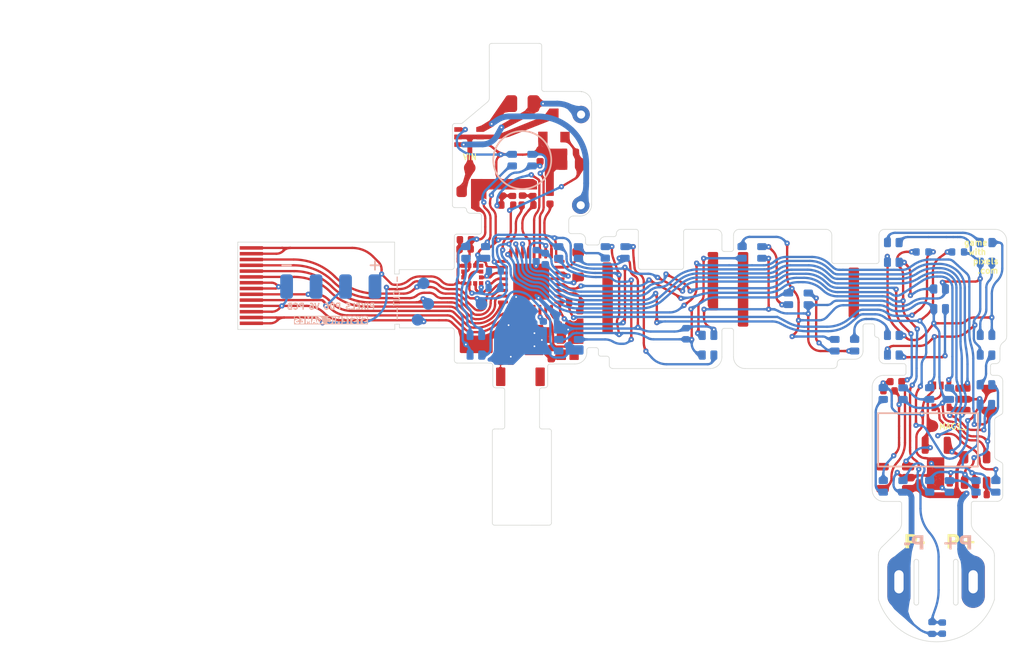
<source format=kicad_pcb>
(kicad_pcb (version 20221018) (generator pcbnew)
  (title_block (title "FLX-F020") (date "2021-09-11") (rev "10") (company "Systemic Games, LLC") (comment 1 "Flexible PCB, 0.13mm thickness"))
  (layers (0 "F.Cu" signal) (31 "B.Cu" signal) (34 "B.Paste" user) (35 "F.Paste" user) (36 "B.SilkS" user "B.Silkscreen") (37 "F.SilkS" user "F.Silkscreen") (38 "B.Mask" user) (39 "F.Mask" user) (44 "Edge.Cuts" user))
  (net 0 "")
  (net 2 "GND")
  (net 3 "VDD")
  (net 4 "VDC")
  (net 5 "Net-(L1-Pad2)")
  (net 6 "Net-(U1-DEC4)")
  (net 7 "+5V")
  (net 8 "/BATT_NTC")
  (net 9 "VEE")
  (net 10 "/LED_EN")
  (net 11 "Net-(U1-XC2)")
  (net 12 "Net-(U1-DEC1)")
  (net 13 "Net-(U1-XC1)")
  (net 14 "Net-(U1-DEC3)")
  (net 15 "/LEDs/LED_DATA_OUT")
  (net 16 "RXI")
  (net 17 "TXO")
  (net 18 "SWO")
  (net 19 "RESET")
  (net 20 "SWDCLK")
  (net 21 "SWDIO")
  (net 22 "Net-(D1B-K1A2)")
  (net 23 "/NTC_ID_VDD")
  (net 24 "/PROG")
  (net 25 "/Power Supply/MAG1_")
  (net 26 "/STATS")
  (net 27 "Net-(D1A-K3A4)")
  (net 28 "/5V_SENSE")
  (net 29 "/VBAT_SENSE")
  (net 30 "/Power Supply/LED_EN_OUT")
  (net 31 "Net-(D2-DOUT)")
  (net 32 "Net-(D3-DOUT)")
  (net 33 "Net-(D4-DOUT)")
  (net 34 "Net-(D5-DOUT)")
  (net 35 "Net-(D6-DOUT)")
  (net 36 "Net-(D7-DOUT)")
  (net 37 "Net-(D8-DOUT)")
  (net 38 "+BATT")
  (net 39 "/LEDs/LED_RETURN")
  (net 40 "Net-(D10-DIN)")
  (net 41 "Net-(D10-DOUT)")
  (net 42 "/SCL")
  (net 43 "/SDA")
  (net 44 "/ACC_INT")
  (net 45 "Net-(D11-DOUT)")
  (net 46 "Net-(D12-DOUT)")
  (net 47 "Net-(D13-DOUT)")
  (net 48 "Net-(D14-DOUT)")
  (net 49 "Net-(D15-DOUT)")
  (net 50 "Net-(D16-DOUT)")
  (net 51 "Net-(D17-DOUT)")
  (net 52 "Net-(D18-DOUT)")
  (net 53 "Net-(D19-DOUT)")
  (net 54 "Net-(D20-DOUT)")
  (net 55 "Net-(D21-DOUT)")
  (net 56 "Net-(U1-DCC)")
  (net 57 "Net-(U6-SET)")
  (net 58 "Net-(U1-P0.28{slash}AIN4)")
  (net 59 "/ANT_NRF")
  (net 60 "/ANT_50")
  (net 61 "/ANTENNA")
  (footprint "Pixels-dice:C_0402_1005Metric" (layer "F.Cu") (at 166.777 106.81)
    (fp_text reference "C16")
    (fp_text value "10uF 10V 20%")
  )
  (footprint "Pixels-dice:SOT-353_SC-70-5" (layer "F.Cu") (at 168.227 99.35 -90)
    (fp_text reference "U7")
    (fp_text value "SN74LVC1G08" hide)
  )
  (footprint "Package_TO_SOT_SMD:SOT-23-5" (layer "F.Cu") (at 171.217 99.6)
    (fp_text reference "U5")
    (fp_text value "MCP73832T-2ACI/OT")
  )
  (footprint "Package_TO_SOT_SMD:SOT-23" (layer "F.Cu") (at 167.777 104.5 -90)
    (fp_text reference "U8")
    (fp_text value "TMR1366")
  )
  (footprint "Pixels-dice:SOT-23-5" (layer "F.Cu") (at 171.177 105.696232 90)
    (fp_text reference "U6")
    (fp_text value "MT9700" hide)
  )
  (footprint "Resistor_SMD:R_0402_1005Metric" (layer "F.Cu") (at 171.627 107.82 180)
    (fp_text reference "R3")
    (fp_text value "10k 5%")
  )
  (footprint "Inductor_SMD:L_0805_2012Metric" (layer "F.Cu") (at 136.91 87.99 -90)
    (fp_text reference "L1")
    (fp_text value "10uH 100mA 10%")
  )
  (footprint "Capacitor_SMD:C_0402_1005Metric" (layer "F.Cu") (at 134.59 95.66 90)
    (fp_text reference "C5")
    (fp_text value "8pF 10V 10%")
  )
  (footprint "Capacitor_SMD:C_0402_1005Metric" (layer "F.Cu") (at 134.48 82.2594 90)
    (fp_text reference "C3")
    (fp_text value "0.1uF 10V 20%")
  )
  (footprint "Capacitor_SMD:C_0402_1005Metric" (layer "F.Cu") (at 135.71 93.19 180)
    (fp_text reference "C2")
    (fp_text value "8pF 10V 10%")
  )
  (footprint "Resistor_SMD:R_0402_1005Metric" (layer "F.Cu") (at 136.65 91.26 180)
    (fp_text reference "R10")
    (fp_text value "100k 1%")
  )
  (footprint "Package_DFN_QFN:QFN-32-1EP_5x5mm_P0.5mm_EP3.1x3.1mm" (layer "F.Cu") (at 132.86 89.46 -90)
    (fp_text reference "U1")
    (fp_text value "N52810_QFN32")
  )
  (footprint "Capacitor_SMD:C_0402_1005Metric" (layer "F.Cu") (at 127.192191 85.836168)
    (fp_text reference "C10")
    (fp_text value "0.1uF 10V 20%")
  )
  (footprint "Capacitor_SMD:C_0402_1005Metric" (layer "F.Cu") (at 168.467 106.82 180)
    (fp_text reference "C23")
    (fp_text value "0.1uF 10V 20%")
  )
  (footprint "Pixels-dice:C_0402_1005Metric" (layer "F.Cu") (at 133.63 78.5994 90)
    (fp_text reference "C9")
    (fp_text value "10uF 10V 20%")
  )
  (footprint "Pixels-dice:C_0402_1005Metric" (layer "F.Cu") (at 164.307 98.08 180)
    (fp_text reference "C18")
    (fp_text value "4.7uF 10V 20%")
  )
  (footprint "Pixels-dice:R_0402_1005Metric" (layer "F.Cu") (at 136.21 78.3194 180)
    (fp_text reference "R4")
    (fp_text value "100k 1%")
  )
  (footprint "Pixels-dice:SOT-23-5" (layer "F.Cu") (at 164.257 106.36 180)
    (fp_text reference "U4")
    (fp_text value "ME6215" hide)
  )
  (footprint "Resistor_SMD:R_0402_1005Metric" (layer "F.Cu") (at 137.05 92.52 90)
    (fp_text reference "R9")
    (fp_text value "150k 1%")
  )
  (footprint "Pixels-dice:C_0402_1005Metric" (layer "F.Cu") (at 127.162191 86.656168)
    (fp_text reference "C4")
    (fp_text value "4.7uF 10V 20%")
  )
  (footprint "Capacitor_SMD:C_0603_1608Metric" (layer "F.Cu") (at 127.64 81.6894)
    (fp_text reference "C13")
    (fp_text value "4.7uF 25V 20%")
  )
  (footprint "Package_TO_SOT_SMD:SOT-363_SC-70-6" (layer "F.Cu") (at 127.505 76.9894)
    (fp_text reference "D1")
    (fp_text value "BAV99S")
  )
  (footprint "Capacitor_SMD:C_0603_1608Metric" (layer "F.Cu") (at 136.3 79.3394 180)
    (fp_text reference "C15")
    (fp_text value "22uF 10V 20%")
  )
  (footprint "Capacitor_SMD:C_0402_1005Metric" (layer "F.Cu") (at 130.35 81.5594 90)
    (fp_text reference "C21")
    (fp_text value "10nF 25V 10%")
  )
  (footprint "Resistor_SMD:R_0402_1005Metric" (layer "F.Cu") (at 132.55 82.8594)
    (fp_text reference "R7")
    (fp_text value "4.02M 1%")
  )
  (footprint "Resistor_SMD:R_0402_1005Metric" (layer "F.Cu") (at 131.25 81.5594 -90)
    (fp_text reference "R2")
    (fp_text value "4.02M 1%")
  )
  (footprint "Resistor_SMD:R_0402_1005Metric" (layer "F.Cu") (at 133 81.5594 90)
    (fp_text reference "R8")
    (fp_text value "10M 1%")
  )
  (footprint "Resistor_SMD:R_0402_1005Metric" (layer "F.Cu") (at 130.8 82.8594 180)
    (fp_text reference "R1")
    (fp_text value "4.02M 1%")
  )
  (footprint "Capacitor_SMD:C_0402_1005Metric" (layer "F.Cu") (at 132.1 81.5594 90)
    (fp_text reference "C22")
    (fp_text value "10nF 25V 10%")
  )
  (footprint "Pixels-dice:Crystal_SMD_2016-4Pin_2.0x1.6mm" (layer "F.Cu") (at 136.01 95.06 -90)
    (fp_text reference "Y1")
    (fp_text value "32MHz 40ppm")
  )
  (footprint "Package_LGA:LGA-12_2x2mm_P0.5mm" (layer "F.Cu") (at 127.78 88.84 180)
    (fp_text reference "U2")
    (fp_text value "KXTJ3-1057")
  )
  (footprint "Pixels-dice:SOT-23" (layer "F.Cu") (at 134.82 75.9894 -90)
    (fp_text reference "U3")
    (fp_text value "PJ75AL50SA")
  )
  (footprint "Capacitor_SMD:C_0805_2012Metric" (layer "F.Cu") (at 132.1 74.1094 180)
    (fp_text reference "C19" hide)
    (fp_text value "12nF 50V 5% NP0")
  )
  (footprint "Capacitor_SMD:C_0402_1005Metric" (layer "F.Cu") (at 163.707 98.87 180)
    (fp_text reference "C25")
    (fp_text value "0.1uF 10V 20%")
  )
  (footprint "Pixels-dice:TEST_PIN" (layer "F.Cu") (at 127.56 79.6494)
    (fp_text reference "W16" hide)
    (fp_text value "VIN")
  )
  (footprint "Pixels-dice:0402_RF" (layer "F.Cu") (at 131.95 94.05 -90)
    (fp_text reference "L5")
    (fp_text value "3.9nH 5%")
  )
  (footprint "Pixels-dice:0402_RF" (layer "F.Cu") (at 130.65 96.38)
    (fp_text reference "C11")
    (fp_text value "DNP")
  )
  (footprint "RFFrontEnd:MFH3.RECE.20369.001E.01" (layer "F.Cu") (at 133.11 94.49 90)
    (fp_text reference "J4" hide)
    (fp_text value "DNP" hide)
  )
  (footprint "Pixels-dice:TEST_PIN" (layer "F.Cu") (at 167.457 101.91)
    (fp_text reference "W23" hide)
    (fp_text value "MAG1_")
  )
  (footprint "Pixels-dice:0402_RF" (layer "F.Cu") (at 132.39 92.81)
    (fp_text reference "C8")
    (fp_text value "0.8pF 10V 5% NP0")
  )
  (footprint "Pixels-dice:0402_RF" (layer "F.Cu") (at 130.15 95.25 -90)
    (fp_text reference "L3")
    (fp_text value "0 Ohm")
  )
  (footprint "Pixels-dice:FPC_14" (layer "F.Cu") (at 108.73163 93.05 90)
    (fp_text reference "J1")
    (fp_text value "Conn_01x14")
  )
  (footprint "Pixels-dice:CHIP_ANT" (layer "F.Cu") (at 130.23 97.66 -90)
    (fp_text reference "AE1")
    (fp_text value "Antenna_Chip" hide)
  )
  (footprint "Pixels-dice:0402_RF" (layer "F.Cu") (at 130.91 94.04 90)
    (fp_text reference "C12")
    (fp_text value "DNP")
  )
  (footprint "Pixels-dice:TX1812Z_2020" (layer "B.Cu") (at 136.085902 94.94 -90)
    (fp_text reference "D5")
    (fp_text value "TX1812Z_2020")
  )
  (footprint "Pixels-dice:TX1812Z_2020" (layer "B.Cu") (at 128.09 94.94 180)
    (fp_text reference "D4")
    (fp_text value "TX1812Z_2020")
  )
  (footprint "Pixels-dice:TX1812Z_2020" (layer "B.Cu") (at 136.08 86.94 -90)
    (fp_text reference "D6")
    (fp_text value "TX1812Z_2020")
  )
  (footprint "Pixels-dice:TX1812Z_2020" (layer "B.Cu") (at 132.08 78.9794 90)
    (fp_text reference "D2")
    (fp_text value "TX1812Z_2020")
  )
  (footprint "Pixels-dice:TX1812Z_2020" (layer "B.Cu") (at 140.1 86.94 -90)
    (fp_text reference "D7")
    (fp_text value "TX1812Z_2020")
  )
  (footprint "Pixels-dice:TestPoint_THTPad_D1.5mm_Drill0.7mm_nosilk" (layer "B.Cu") (at 137.13 82.87 30)
    (fp_text reference "P6" hide)
    (fp_text value "COILB")
  )
  (footprint "Pixels-dice:C_0402_1005Metric" (layer "B.Cu") (at 168.317 119.33 -90)
    (fp_text reference "C6")
    (fp_text value "DNP")
  )
  (footprint "Pixels-dice:TestPoint_THTPad_D1.5mm_Drill0.7mm_nosilk" (layer "B.Cu") (at 137.16 75.0494 30)
    (fp_text reference "P5" hide)
    (fp_text value "COILA")
  )
  (footprint "Capacitor_SMD:C_0402_1005Metric" (layer "B.Cu") (at 133.91 93.38 -90)
    (fp_text reference "C7")
    (fp_text value "100pF NP0 10V 5%")
  )
  (footprint "Pixels-dice:TX1812Z_2020" (layer "B.Cu") (at 128.08 86.94 90)
    (fp_text reference "D3")
    (fp_text value "TX1812Z_2020")
  )
  (footprint "Resistor_SMD:R_0402_1005Metric" (layer "B.Cu") (at 169.667 86.9)
    (fp_text reference "R6")
    (fp_text value "22k 1%")
  )
  (footprint "Pixels-dice:Hongjie 10100 Connector" (layer "B.Cu") (at 167.767601 115.336035 180)
    (fp_text reference "J3")
    (fp_text value "Conn_01x02")
  )
  (footprint "Inductor_SMD:L_0402_1005Metric" (layer "B.Cu") (at 134.07 87.49 90)
    (fp_text reference "L2")
    (fp_text value "15nH 100mA 5%")
  )
  (footprint "Pixels-dice:C_0402_1005Metric" (layer "B.Cu") (at 133.29 87.22 -90)
    (fp_text reference "C1")
    (fp_text value "4.7uF 10V 20%")
  )
  (footprint "Resistor_SMD:R_0402_1005Metric" (layer "B.Cu") (at 129.7 90.02 180)
    (fp_text reference "R12")
    (fp_text value "2.7k 5%")
  )
  (footprint "Resistor_SMD:R_0402_1005Metric" (layer "B.Cu") (at 129.73 88.54 180)
    (fp_text reference "R16")
    (fp_text value "2.7k 5%")
  )
  (footprint "Pixels-dice:R_0402_1005Metric" (layer "B.Cu") (at 166.597 86.9 180)
    (fp_text reference "R5")
    (fp_text value "100k 1%")
  )
  (footprint "Pixels-dice:TEST_PIN" (layer "B.Cu") (at 123.59 89.6 180)
    (fp_text reference "W2" hide)
    (fp_text value "TXO" hide)
  )
  (footprint "Pixels-dice:TX1812Z_2020" (layer "B.Cu") (at 151.897 86.94 -90)
    (fp_text reference "D9")
    (fp_text value "TX1812Z_2020")
  )
  (footprint "Pixels-dice:TX1812Z_2020" (layer "B.Cu") (at 164.077 86.94)
    (fp_text reference "D14")
    (fp_text value "TX1812Z_2020")
  )
  (footprint "Pixels-dice:TX1812Z_2020" (layer "B.Cu") (at 164.067 107.11 -90)
    (fp_text reference "D20")
    (fp_text value "TX1812Z_2020")
  )
  (footprint "Pixels-dice:TX1812Z_2020" (layer "B.Cu") (at 172.067 107.11 -90)
    (fp_text reference "D22")
    (fp_text value "TX1812Z_2020")
  )
  (footprint "Pixels-dice:TX1812Z_2020" (layer "B.Cu") (at 172.062902 99.2 180)
    (fp_text reference "D17")
    (fp_text value "TX1812Z_2020")
  )
  (footprint "Pixels-dice:TX1812Z_2020" (layer "B.Cu") (at 155.897 90.94 -90)
    (fp_text reference "D10")
    (fp_text value "TX1812Z_2020")
  )
  (footprint "Pixels-dice:TX1812Z_2020" (layer "B.Cu") (at 168.067 99.11 90)
    (fp_text reference "D18")
    (fp_text value "TX1812Z_2020")
  )
  (footprint "Pixels-dice:FPC-POGO-4" (layer "B.Cu") (at 115.58 89.88 180)
    (fp_text reference "J2")
    (fp_text value "Conn_01x04")
  )
  (footprint "Pixels-dice:TX1812Z_2020" (layer "B.Cu") (at 172.077 86.94 180)
    (fp_text reference "D15")
    (fp_text value "TX1812Z_2020")
  )
  (footprint "Pixels-dice:TX1812Z_2020" (layer "B.Cu") (at 159.897 94.94 -90)
    (fp_text reference "D11")
    (fp_text value "TX1812Z_2020")
  )
  (footprint "Pixels-dice:TEST_PIN" (layer "B.Cu") (at 128.58 91.41 180)
    (fp_text reference "W14" hide)
    (fp_text value "BATT" hide)
  )
  (footprint "Pixels-dice:TX1812Z_2020" (layer "B.Cu") (at 172.077 94.94 180)
    (fp_text reference "D16")
    (fp_text value "TX1812Z_2020")
  )
  (footprint "Pixels-dice:TEST_PIN" (layer "B.Cu") (at 123.06 92.75 180)
    (fp_text reference "W19" hide)
    (fp_text value "GND" hide)
  )
  (footprint "Pixels-dice:TEST_PIN" (layer "B.Cu") (at 123.99 91.38 180)
    (fp_text reference "W1" hide)
    (fp_text value "RXI" hide)
  )
  (footprint "Pixels-dice:TX1812Z_2020" (layer "B.Cu") (at 148.11 94.94)
    (fp_text reference "D8")
    (fp_text value "TX1812Z_2020")
  )
  (footprint "Pixels-dice:TX1812Z_2020" (layer "B.Cu") (at 164.077 94.94 180)
    (fp_text reference "D12")
    (fp_text value "TX1812Z_2020")
  )
  (footprint "Pixels-dice:TX1812Z_2020" (layer "B.Cu") (at 164.067 99.11 90)
    (fp_text reference "D19")
    (fp_text value "TX1812Z_2020")
  )
  (footprint "Pixels-dice:TX1812Z_2020" (layer "B.Cu") (at 168.067 107.11 -90)
    (fp_text reference "D21")
    (fp_text value "TX1812Z_2020")
  )
  (footprint "Pixels-dice:TX1812Z_2020" (layer "B.Cu") (at 168.077 90.94)
    (fp_text reference "D13")
    (fp_text value "TX1812Z_2020")
  )
  (footprint "Capacitor_SMD:C_0402_1005Metric" (layer "B.Cu") (at 146.2 93.95 90)
    (fp_text reference "C24")
    (fp_text value "0.1uF 10V 20%")
  )
  (footprint "Pixels-dice:R_0402_1005Metric" (layer "B.Cu") (at 167.417 119.32 -90)
    (fp_text reference "TH1")
    (fp_text value "NTC 100k @ 25C")
  )
  (gr_rect (start 162.777 100.8) (end 171.377 105.4) (stroke (width 0.15)) (fill none) (layer "B.SilkS"))
  (gr_circle (center 132.09 78.9694) (end 134.59 78.9694) (stroke (width 0.15)) (fill none) (layer "B.SilkS"))
  (gr_line (start 133.778635 102.158812) (end 134.405635 102.158812) (stroke (width 0.05)) (layer "Edge.Cuts"))
  (gr_arc (start 137.754 86.2975) (mid 137.608186 86.245316) (end 137.547132 86.102987) (stroke (width 0.05)) (layer "Edge.Cuts"))
  (gr_line (start 165.174 96.7331) (end 165.174 97.3329) (stroke (width 0.05)) (layer "Edge.Cuts"))
  (gr_arc (start 173.395 105.0355) (mid 173.486637 105.126648) (end 173.52 105.2515) (stroke (width 0.05)) (layer "Edge.Cuts"))
  (gr_line (start 134.605635 110.257739) (end 134.605635 102.358812) (stroke (width 0.05)) (layer "Edge.Cuts"))
  (gr_arc (start 172.82 101.3855) (mid 172.853531 101.260313) (end 172.945 101.1685) (stroke (width 0.05)) (layer "Edge.Cuts"))
  (gr_line (start 107.56 93.58) (end 121.1 93.58) (stroke (width 0.05)) (layer "Edge.Cuts"))
  (gr_line (start 121.5 93.44) (end 125.980888 93.44) (stroke (width 0.05)) (layer "Edge.Cuts"))
  (gr_line (start 148.804 84.947499) (end 146.2 84.947499) (stroke (width 0.05)) (layer "Edge.Cuts"))
  (gr_arc (start 164.803 110.2385) (mid 164.725202 110.625531) (end 164.504 110.9525) (stroke (width 0.05)) (layer "Edge.Cuts"))
  (gr_line (start 165.867 113.5975) (end 165.867 117.1475) (stroke (width 0.05)) (layer "Edge.Cuts"))
  (gr_line (start 138.073046 82.800104) (end 138.07 74.059406) (stroke (width 0.05)) (layer "Edge.Cuts"))
  (gr_line (start 164.803 108.6085) (end 164.803 110.2385) (stroke (width 0.05)) (layer "Edge.Cuts"))
  (gr_line (start 164.504 110.9525) (end 163.099 112.3315) (stroke (width 0.05)) (layer "Edge.Cuts"))
  (gr_line (start 136.497 83.7976) (end 137.073046 83.800104) (stroke (width 0.05)) (layer "Edge.Cuts"))
  (gr_arc (start 169.267003 113.597458) (mid 169.466998 113.397503) (end 169.666997 113.597453) (stroke (width 0.05)) (layer "Edge.Cuts"))
  (gr_line (start 162.847 87.6968) (end 162.847 85.4175) (stroke (width 0.05)) (layer "Edge.Cuts"))
  (gr_arc (start 134.405635 102.158812) (mid 134.547056 102.217391) (end 134.605635 102.358812) (stroke (width 0.05)) (layer "Edge.Cuts"))
  (gr_arc (start 129.245 69.116803) (mid 129.303579 68.975378) (end 129.445005 68.916803) (stroke (width 0.05)) (layer "Edge.Cuts"))
  (gr_arc (start 164.971 96.5331) (mid 165.114373 96.590606) (end 165.174 96.7331) (stroke (width 0.05)) (layer "Edge.Cuts"))
  (gr_line (start 172.464 97.3331) (end 172.464 96.7331) (stroke (width 0.05)) (layer "Edge.Cuts"))
  (gr_arc (start 173.0044 97.533101) (mid 173.368769 97.676126) (end 173.520841 98.036806) (stroke (width 0.05)) (layer "Edge.Cuts"))
  (gr_arc (start 166.267 117.147549) (mid 166.067005 117.3475) (end 165.867 117.147559) (stroke (width 0.05)) (layer "Edge.Cuts"))
  (gr_line (start 139.591 96.4457) (end 139.591 96.6476) (stroke (width 0.05)) (layer "Edge.Cuts"))
  (gr_line (start 173.395 100.9085) (end 172.945 101.1685) (stroke (width 0.05)) (layer "Edge.Cuts"))
  (gr_arc (start 170.804 108.604451) (mid 170.862596 108.463061) (end 171.004 108.4045) (stroke (width 0.05)) (layer "Edge.Cuts"))
  (gr_line (start 137.069907 73.059406) (end 133.968019 73.059695) (stroke (width 0.05)) (layer "Edge.Cuts"))
  (gr_line (start 121.5 93.13) (end 121.1 93.13) (stroke (width 0.05)) (layer "Edge.Cuts"))
  (gr_arc (start 127.581691 83.561999) (mid 127.372396 83.461099) (end 127.283664 83.246363) (stroke (width 0.05)) (layer "Edge.Cuts"))
  (gr_line (start 163.347 96.5331) (end 164.971 96.5331) (stroke (width 0.05)) (layer "Edge.Cuts"))
  (gr_arc (start 138.746897 86.0975) (mid 138.691202 86.24173) (end 138.547 86.2975) (stroke (width 0.05)) (layer "Edge.Cuts"))
  (gr_arc (start 137.049776 85.3175) (mid 137.401528 85.464932) (end 137.547 85.8175) (stroke (width 0.05)) (layer "Edge.Cuts"))
  (gr_line (start 149.504 93.4848) (end 150.104 93.4847) (stroke (width 0.05)) (layer "Edge.Cuts"))
  (gr_line (start 139.591 96.0864) (end 139.591 96.4457) (stroke (width 0.05)) (layer "Edge.Cuts"))
  (gr_line (start 128.37 85.3613) (end 126.433 85.3613) (stroke (width 0.05)) (layer "Edge.Cuts"))
  (gr_line (start 163.261 108.4085) (end 164.603 108.4085) (stroke (width 0.05)) (layer "Edge.Cuts"))
  (gr_arc (start 162.646999 94.249088) (mid 162.522053 94.181902) (end 162.472197 94.049086) (stroke (width 0.05)) (layer "Edge.Cuts"))
  (gr_arc (start 126.269999 83.073063) (mid 126.128578 83.014484) (end 126.069999 82.873062) (stroke (width 0.05)) (layer "Edge.Cuts"))
  (gr_line (start 121.08 88.8) (end 121.48 88.8) (stroke (width 0.05)) (layer "Edge.Cuts"))
  (gr_arc (start 169.667003 117.147557) (mid 169.466994 117.347503) (end 169.266997 117.147545) (stroke (width 0.05)) (layer "Edge.Cuts"))
  (gr_arc (start 163.347004 96.533104) (mid 162.993445 96.386658) (end 162.846996 96.0331) (stroke (width 0.05)) (layer "Edge.Cuts"))
  (gr_arc (start 129.349003 96.476797) (mid 129.490423 96.535377) (end 129.549 96.676797) (stroke (width 0.05)) (layer "Edge.Cuts"))
  (gr_line (start 158.978 87.8968) (end 162.647 87.8968) (stroke (width 0.05)) (layer "Edge.Cuts"))
  (gr_line (start 129.505635 102.358812) (end 129.505635 110.258885) (stroke (width 0.05)) (layer "Edge.Cuts"))
  (gr_arc (start 129.505635 102.358812) (mid 129.564214 102.217391) (end 129.705635 102.158812) (stroke (width 0.05)) (layer "Edge.Cuts"))
  (gr_arc (start 172.800958 116.86448) (mid 167.797569 120.509961) (end 162.8 116.8565) (stroke (width 0.05)) (layer "Edge.Cuts"))
  (gr_line (start 162.847 94.4491) (end 162.847 96.0331) (stroke (width 0.05)) (layer "Edge.Cuts"))
  (gr_arc (start 161.472131 93.297674) (mid 161.530644 93.156116) (end 161.672131 93.0975) (stroke (width 0.05)) (layer "Edge.Cuts"))
  (gr_line (start 126.269999 75.822196) (end 126.809073 75.822196) (stroke (width 0.05)) (layer "Edge.Cuts"))
  (gr_arc (start 136.097 84.1976) (mid 136.214156 83.914756) (end 136.497 83.7976) (stroke (width 0.05)) (layer "Edge.Cuts"))
  (gr_arc (start 138.455001 95.147499) (mid 138.596422 95.206078) (end 138.655001 95.347499) (stroke (width 0.05)) (layer "Edge.Cuts"))
  (gr_line (start 166.267 117.1475) (end 166.267 113.5975) (stroke (width 0.05)) (layer "Edge.Cuts"))
  (gr_line (start 107.56 86.05) (end 107.56 93.58) (stroke (width 0.05)) (layer "Edge.Cuts"))
  (gr_line (start 139.247 85.5775) (end 139.997 85.5775) (stroke (width 0.05)) (layer "Edge.Cuts"))
  (gr_line (start 172.82 101.3855) (end 172.82 104.5595) (stroke (width 0.05)) (layer "Edge.Cuts"))
  (gr_arc (start 149.304 93.684751) (mid 149.362596 93.543361) (end 149.504 93.4848) (stroke (width 0.05)) (layer "Edge.Cuts"))
  (gr_line (start 136.097 85.107501) (end 136.097 84.1976) (stroke (width 0.05)) (layer "Edge.Cuts"))
  (gr_arc (start 161.4741 95.4475) (mid 161.247616 95.956609) (end 160.724103 96.147451) (stroke (width 0.05)) (layer "Edge.Cuts"))
  (gr_line (start 164.974 97.5329) (end 163.261 97.5329) (stroke (width 0.05)) (layer "Edge.Cuts"))
  (gr_arc (start 162.261 98.5329) (mid 162.553893 97.825793) (end 163.261 97.5329) (stroke (width 0.05)) (layer "Edge.Cuts"))
  (gr_line (start 121.1 93.13) (end 121.1 93.58) (stroke (width 0.05)) (layer "Edge.Cuts"))
  (gr_arc (start 150.304065 86.65615) (mid 150.24545 86.797585) (end 150.104 86.8561) (stroke (width 0.05)) (layer "Edge.Cuts"))
  (gr_arc (start 134.285 98.36305) (mid 134.211794 98.539859) (end 134.035 98.6131) (stroke (width 0.05)) (layer "Edge.Cuts"))
  (gr_arc (start 129.705684 110.458885) (mid 129.564241 110.400322) (end 129.505635 110.258885) (stroke (width 0.05)) (layer "Edge.Cuts"))
  (gr_arc (start 140.197 85.3675) (mid 140.142014 85.515383) (end 139.997 85.57754) (stroke (width 0.05)) (layer "Edge.Cuts"))
  (gr_arc (start 128.5701 85.161299) (mid 128.511492 85.302692) (end 128.370099 85.3613) (stroke (width 0.05)) (layer "Edge.Cuts"))
  (gr_line (start 173.52 99.2449) (end 173.520841 98.036806) (stroke (width 0.05)) (layer "Edge.Cuts"))
  (gr_arc (start 126.233 88.174751) (mid 126.159845 88.351119) (end 125.983432 88.424166) (stroke (width 0.05)) (layer "Edge.Cuts"))
  (gr_line (start 150.304 93.6847) (end 150.304 95.9475) (stroke (width 0.05)) (layer "Edge.Cuts"))
  (gr_arc (start 133.77868 102.15861) (mid 133.637273 102.100024) (end 133.578672 101.95861) (stroke (width 0.05)) (layer "Edge.Cuts"))
  (gr_arc (start 165.1739 97.332906) (mid 165.115351 97.474351) (end 164.973906 97.5329) (stroke (width 0.05)) (layer "Edge.Cuts"))
  (gr_line (start 129.705684 110.458885) (end 134.405684 110.457739) (stroke (width 0.05)) (layer "Edge.Cuts"))
  (gr_line (start 130.378682 102.158686) (end 130.005923 102.158699) (stroke (width 0.05)) (layer "Edge.Cuts"))
  (gr_line (start 171.004 108.4045) (end 173.02 108.4045) (stroke (width 0.05)) (layer "Edge.Cuts"))
  (gr_line (start 173.861 93.1975) (end 173.861 85.9478) (stroke (width 0.05)) (layer "Edge.Cuts"))
  (gr_line (start 137.547 85.8175) (end 137.547 86.103) (stroke (width 0.05)) (layer "Edge.Cuts"))
  (gr_arc (start 130.378592 98.613132) (mid 130.520012 98.671706) (end 130.578599 98.813122) (stroke (width 0.05)) (layer "Edge.Cuts"))
  (gr_arc (start 159.24678 96.4975) (mid 159.349291 96.250006) (end 159.59678 96.1475) (stroke (width 0.05)) (layer "Edge.Cuts"))
  (gr_line (start 134.285 98.363) (end 134.285 96.7555) (stroke (width 0.05)) (layer "Edge.Cuts"))
  (gr_arc (start 126.93763 75.775405) (mid 126.877477 75.81014) (end 126.809073 75.822196) (stroke (width 0.05)) (layer "Edge.Cuts"))
  (gr_arc (start 128.370001 83.561949) (mid 128.51144 83.620525) (end 128.570051 83.761949) (stroke (width 0.05)) (layer "Edge.Cuts"))
  (gr_line (start 130.578599 98.813122) (end 130.578676 101.958682) (stroke (width 0.05)) (layer "Edge.Cuts"))
  (gr_line (start 158.75 96.9475) (end 158.89678 96.9475) (stroke (width 0.05)) (layer "Edge.Cuts"))
  (gr_arc (start 172.861 84.9478) (mid 173.568107 85.240693) (end 173.861 85.9478) (stroke (width 0.05)) (layer "Edge.Cuts"))
  (gr_arc (start 139.891 96.9476) (mid 139.678868 96.859732) (end 139.591 96.6476) (stroke (width 0.05)) (layer "Edge.Cuts"))
  (gr_line (start 146 85.147499) (end 146 88.199999) (stroke (width 0.05)) (layer "Edge.Cuts"))
  (gr_line (start 169.267 113.5975) (end 169.267 117.1475) (stroke (width 0.05)) (layer "Edge.Cuts"))
  (gr_arc (start 137.069907 73.059406) (mid 137.777072 73.352267) (end 138.07 74.059406) (stroke (width 0.05)) (layer "Edge.Cuts"))
  (gr_line (start 137.049776 85.3175) (end 136.299776 85.3175) (stroke (width 0.05)) (layer "Edge.Cuts"))
  (gr_line (start 172.508 112.3945) (end 171.097 110.9865) (stroke (width 0.05)) (layer "Edge.Cuts"))
  (gr_line (start 129.248046 73.655273) (end 129.245 69.116803) (stroke (width 0.05)) (layer "Edge.Cuts"))
  (gr_arc (start 172.664 97.533101) (mid 172.522578 97.474522) (end 172.463999 97.3331) (stroke (width 0.05)) (layer "Edge.Cuts"))
  (gr_line (start 126.233 85.5613) (end 126.233 88.174751) (stroke (width 0.05)) (layer "Edge.Cuts"))
  (gr_arc (start 148.803999 84.94755) (mid 149.157535 85.093999) (end 149.30395 85.44755) (stroke (width 0.05)) (layer "Edge.Cuts"))
  (gr_line (start 162.472 93.2975) (end 162.472 94.0491) (stroke (width 0.05)) (layer "Edge.Cuts"))
  (gr_arc (start 141.899122 84.947413) (mid 142.040408 85.004721) (end 142.099195 85.145399) (stroke (width 0.05)) (layer "Edge.Cuts"))
  (gr_line (start 137.6549 95.347499) (end 137.6549 95.55545) (stroke (width 0.05)) (layer "Edge.Cuts"))
  (gr_arc (start 125.980888 93.44) (mid 126.157778 93.514375) (end 126.230897 93.691788) (stroke (width 0.05)) (layer "Edge.Cuts"))
  (gr_line (start 128.57 83.7619) (end 128.57 85.1613) (stroke (width 0.05)) (layer "Edge.Cuts"))
  (gr_line (start 126.230897 93.691788) (end 126.230861 96.229057) (stroke (width 0.05)) (layer "Edge.Cuts"))
  (gr_arc (start 173.52 100.6925) (mid 173.486826 100.81747) (end 173.395 100.9085) (stroke (width 0.05)) (layer "Edge.Cuts"))
  (gr_line (start 172.861 84.9478) (end 163.343997 84.947573) (stroke (width 0.05)) (layer "Edge.Cuts"))
  (gr_line (start 150.104 86.8561) (end 149.504 86.8561) (stroke (width 0.05)) (layer "Edge.Cuts"))
  (gr_arc (start 149.504001 86.85615) (mid 149.362597 86.797569) (end 149.30405 86.656151) (stroke (width 0.05)) (layer "Edge.Cuts"))
  (gr_line (start 158.278 84.9475) (end 150.804 84.9475) (stroke (width 0.05)) (layer "Edge.Cuts"))
  (gr_line (start 127.581691 83.562) (end 128.37 83.562) (stroke (width 0.05)) (layer "Edge.Cuts"))
  (gr_line (start 121.08 86.05) (end 107.56 86.05) (stroke (width 0.05)) (layer "Edge.Cuts"))
  (gr_arc (start 126.069999 76.022196) (mid 126.128579 75.880777) (end 126.269999 75.822196) (stroke (width 0.05)) (layer "Edge.Cuts"))
  (gr_line (start 138.655 95.3475) (end 138.655 95.6865) (stroke (width 0.05)) (layer "Edge.Cuts"))
  (gr_arc (start 171.097 110.9865) (mid 170.879861 110.66173) (end 170.804 110.2785) (stroke (width 0.05)) (layer "Edge.Cuts"))
  (gr_arc (start 165.867001 113.597451) (mid 166.067002 113.397501) (end 166.266999 113.597456) (stroke (width 0.05)) (layer "Edge.Cuts"))
  (gr_arc (start 133.968019 73.059695) (mid 133.826587 73.001123) (end 133.768 72.859695) (stroke (width 0.05)) (layer "Edge.Cuts"))
  (gr_line (start 139.088 95.8864) (end 139.391 95.8864) (stroke (width 0.05)) (layer "Edge.Cuts"))
  (gr_line (start 162.8 113.0445) (end 162.8 116.8565) (stroke (width 0.05)) (layer "Edge.Cuts"))
  (gr_arc (start 163.261 108.40845) (mid 162.55391 108.115553) (end 162.26105 107.408448) (stroke (width 0.05)) (layer "Edge.Cuts"))
  (gr_arc (start 138.855002 95.88645) (mid 138.713597 95.827869) (end 138.65505 95.686451) (stroke (width 0.05)) (layer "Edge.Cuts"))
  (gr_line (start 141.9 84.947399) (end 140.597 84.947499) (stroke (width 0.05)) (layer "Edge.Cuts"))
  (gr_line (start 133.568005 68.916909) (end 129.445005 68.916803) (stroke (width 0.05)) (layer "Edge.Cuts"))
  (gr_line (start 134.035 98.613) (end 133.778595 98.613011) (stroke (width 0.05)) (layer "Edge.Cuts"))
  (gr_line (start 172.664 96.5331) (end 172.858 96.5331) (stroke (width 0.05)) (layer "Edge.Cuts"))
  (gr_arc (start 172.945 104.7755) (mid 172.853718 104.684158) (end 172.82 104.5595) (stroke (width 0.05)) (layer "Edge.Cuts"))
  (gr_line (start 172.945 104.7755) (end 173.395 105.0355) (stroke (width 0.05)) (layer "Edge.Cuts"))
  (gr_arc (start 173.52 107.9045) (mid 173.373553 108.258053) (end 173.02 108.4045) (stroke (width 0.05)) (layer "Edge.Cuts"))
  (gr_line (start 170.804 110.2785) (end 170.804 108.6045) (stroke (width 0.05)) (layer "Edge.Cuts"))
  (gr_line (start 138.855 95.8864) (end 139.088 95.8864) (stroke (width 0.05)) (layer "Edge.Cuts"))
  (gr_arc (start 172.464 96.7331) (mid 172.522579 96.591679) (end 172.664 96.5331) (stroke (width 0.05)) (layer "Edge.Cuts"))
  (gr_line (start 126.480863 96.479059) (end 129.349003 96.476797) (stroke (width 0.05)) (layer "Edge.Cuts"))
  (gr_line (start 121.08 86.05) (end 121.08 88.8) (stroke (width 0.05)) (layer "Edge.Cuts"))
  (gr_arc (start 138.073046 82.800104) (mid 137.780153 83.507211) (end 137.073046 83.800104) (stroke (width 0.05)) (layer "Edge.Cuts"))
  (gr_arc (start 139.391001 95.886449) (mid 139.53244 95.945025) (end 139.591051 96.086449) (stroke (width 0.05)) (layer "Edge.Cuts"))
  (gr_line (start 126.27 83.073062) (end 127.087 83.073062) (stroke (width 0.05)) (layer "Edge.Cuts"))
  (gr_arc (start 162.847 87.6968) (mid 162.788421 87.838221) (end 162.647 87.8968) (stroke (width 0.05)) (layer "Edge.Cuts"))
  (gr_line (start 149.304 95.9476) (end 149.304 93.6848) (stroke (width 0.05)) (layer "Edge.Cuts"))
  (gr_line (start 158.778 85.4475) (end 158.778 87.6968) (stroke (width 0.05)) (layer "Edge.Cuts"))
  (gr_line (start 169.667 117.1475) (end 169.667 113.5975) (stroke (width 0.05)) (layer "Edge.Cuts"))
  (gr_arc (start 129.799 98.61305) (mid 129.622242 98.539824) (end 129.54905 98.363052) (stroke (width 0.05)) (layer "Edge.Cuts"))
  (gr_line (start 173.861 94.154513) (end 173.861 93.1975) (stroke (width 0.05)) (layer "Edge.Cuts"))
  (gr_line (start 125.983432 88.424166) (end 121.48 88.424165) (stroke (width 0.05)) (layer "Edge.Cuts"))
  (gr_line (start 140.197 85.3475) (end 140.197 85.3675) (stroke (width 0.05)) (layer "Edge.Cuts"))
  (gr_line (start 159.59678 96.1475) (end 160.724 96.1475) (stroke (width 0.05)) (layer "Edge.Cuts"))
  (gr_line (start 151.303999 96.94768) (end 158.75 96.9475) (stroke (width 0.05)) (layer "Edge.Cuts"))
  (gr_arc (start 149.3039 95.9476) (mid 149.011036 96.654736) (end 148.303901 96.9476) (stroke (width 0.05)) (layer "Edge.Cuts"))
  (gr_arc (start 137.6549 95.347499) (mid 137.713508 95.206108) (end 137.8549 95.1475) (stroke (width 0.05)) (layer "Edge.Cuts"))
  (gr_arc (start 173.281 95.231) (mid 173.364291 94.90583) (end 173.592263 94.65944) (stroke (width 0.05)) (layer "Edge.Cuts"))
  (gr_arc (start 162.272 93.0975) (mid 162.413421 93.156079) (end 162.472 93.2975) (stroke (width 0.05)) (layer "Edge.Cuts"))
  (gr_line (start 138.547 86.2975) (end 137.754 86.2975) (stroke (width 0.05)) (layer "Edge.Cuts"))
  (gr_line (start 162.261 98.5329) (end 162.261 106.3195) (stroke (width 0.05)) (layer "Edge.Cuts"))
  (gr_arc (start 126.480863 96.479059) (mid 126.304085 96.405835) (end 126.230861 96.229057) (stroke (width 0.05)) (layer "Edge.Cuts"))
  (gr_arc (start 142.299201 88.400002) (mid 142.157719 88.341482) (end 142.099197 88.2) (stroke (width 0.05)) (layer "Edge.Cuts"))
  (gr_line (start 142.1 88.199999) (end 142.099 85.145399) (stroke (width 0.05)) (layer "Edge.Cuts"))
  (gr_line (start 121.48 88.8) (end 121.48 88.424165) (stroke (width 0.05)) (layer "Edge.Cuts"))
  (gr_arc (start 150.103975 93.484725) (mid 150.245404 93.543296) (end 150.303975 93.684725) (stroke (width 0.05)) (layer "Edge.Cuts"))
  (gr_arc (start 151.30402 96.948418) (mid 150.596833 96.654945) (end 150.304 95.9475) (stroke (width 0.05)) (layer "Edge.Cuts"))
  (gr_arc (start 162.8001 113.04457) (mid 162.877837 112.657977) (end 163.099 112.3315) (stroke (width 0.05)) (layer "Edge.Cuts"))
  (gr_line (start 133.578597 98.813014) (end 133.578672 101.95861) (stroke (width 0.05)) (layer "Edge.Cuts"))
  (gr_line (start 162.261 106.3195) (end 162.261 107.4085) (stroke (width 0.05)) (layer "Edge.Cuts"))
  (gr_line (start 130.005635 102.158812) (end 129.705635 102.158812) (stroke (width 0.05)) (layer "Edge.Cuts"))
  (gr_arc (start 127.087 83.073062) (mid 127.218063 83.122569) (end 127.283663 83.246363) (stroke (width 0.05)) (layer "Edge.Cuts"))
  (gr_line (start 139.891 96.9476) (end 148.303901 96.9476) (stroke (width 0.05)) (layer "Edge.Cuts"))
  (gr_line (start 137.855 95.1475) (end 138.455 95.1475) (stroke (width 0.05)) (layer "Edge.Cuts"))
  (gr_arc (start 129.248046 73.655273) (mid 129.207865 73.822973) (end 129.102114 73.959187) (stroke (width 0.05)) (layer "Edge.Cuts"))
  (gr_line (start 149.304 86.6561) (end 149.304 85.4475) (stroke (width 0.05)) (layer "Edge.Cuts"))
  (gr_arc (start 133.568005 68.916909) (mid 133.70942 68.97549) (end 133.768 69.116909) (stroke (width 0.05)) (layer "Edge.Cuts"))
  (gr_arc (start 162.847001 85.417498) (mid 162.99625 85.077569) (end 163.343997 84.947573) (stroke (width 0.05)) (layer "Edge.Cuts"))
  (gr_arc (start 134.605635 110.257739) (mid 134.547064 110.399126) (end 134.405684 110.457739) (stroke (width 0.05)) (layer "Edge.Cuts"))
  (gr_arc (start 172.508 112.3945) (mid 172.724715 112.7189) (end 172.801 113.1015) (stroke (width 0.05)) (layer "Edge.Cuts"))
  (gr_arc (start 137.200441 73.079873) (mid 137.200441 73.079873) (end 137.200441 73.079873) (stroke (width 0.05)) (layer "Edge.Cuts"))
  (gr_arc (start 146 85.147499) (mid 146.058579 85.006078) (end 146.2 84.947499) (stroke (width 0.05)) (layer "Edge.Cuts"))
  (gr_arc (start 136.299776 85.3175) (mid 136.153832 85.255531) (end 136.097 85.107501) (stroke (width 0.05)) (layer "Edge.Cuts"))
  (gr_line (start 172.917031 96.533094) (end 172.858 96.5331) (stroke (width 0.05)) (layer "Edge.Cuts"))
  (gr_arc (start 159.24678 96.5975) (mid 159.144266 96.84498) (end 158.89678 96.9475) (stroke (width 0.05)) (layer "Edge.Cuts"))
  (gr_arc (start 173.861 94.154513) (mid 173.791865 94.4417) (end 173.592263 94.65944) (stroke (width 0.05)) (layer "Edge.Cuts"))
  (gr_line (start 161.474 95.4475) (end 161.472131 93.297674) (stroke (width 0.05)) (layer "Edge.Cuts"))
  (gr_line (start 172.801 116.8645) (end 172.801 113.1015) (stroke (width 0.05)) (layer "Edge.Cuts"))
  (gr_line (start 129.549 96.676797) (end 129.549 98.363) (stroke (width 0.05)) (layer "Edge.Cuts"))
  (gr_line (start 130.378592 98.613132) (end 129.798998 98.613151) (stroke (width 0.05)) (layer "Edge.Cuts"))
  (gr_line (start 121.5 93.44) (end 121.5 93.13) (stroke (width 0.05)) (layer "Edge.Cuts"))
  (gr_line (start 161.672131 93.0975) (end 162.272 93.0975) (stroke (width 0.05)) (layer "Edge.Cuts"))
  (gr_arc (start 164.603 108.40845) (mid 164.744439 108.467026) (end 164.80305 108.60845) (stroke (width 0.05)) (layer "Edge.Cuts"))
  (gr_arc (start 158.278 84.9475) (mid 158.631553 85.093947) (end 158.778 85.4475) (stroke (width 0.05)) (layer "Edge.Cuts"))
  (gr_arc (start 162.646999 94.249088) (mid 162.788425 94.307666) (end 162.847012 94.449088) (stroke (width 0.05)) (layer "Edge.Cuts"))
  (gr_arc (start 140.196999 85.347549) (mid 140.314139 85.064674) (end 140.597 84.947499) (stroke (width 0.05)) (layer "Edge.Cuts"))
  (gr_arc (start 126.233065 85.561263) (mid 126.291625 85.419825) (end 126.433063 85.361265) (stroke (width 0.05)) (layer "Edge.Cuts"))
  (gr_line (start 159.24678 96.5975) (end 159.24678 96.4975) (stroke (width 0.05)) (layer "Edge.Cuts"))
  (gr_arc (start 133.578597 98.813014) (mid 133.637174 98.671591) (end 133.778595 98.613011) (stroke (width 0.05)) (layer "Edge.Cuts"))
  (gr_arc (start 137.6549 95.55545) (mid 137.345637 96.278931) (end 136.609 96.5554) (stroke (width 0.05)) (layer "Edge.Cuts"))
  (gr_line (start 133.768 72.859695) (end 133.768 69.116909) (stroke (width 0.05)) (layer "Edge.Cuts"))
  (gr_arc (start 134.285 96.7555) (mid 134.343575 96.614082) (end 134.484991 96.5555) (stroke (width 0.05)) (layer "Edge.Cuts"))
  (gr_line (start 150.304 85.4475) (end 150.304 86.6561) (stroke (width 0.05)) (layer "Edge.Cuts"))
  (gr_arc (start 146 88.199999) (mid 145.941421 88.341421) (end 145.799999 88.399999) (stroke (width 0.05)) (layer "Edge.Cuts"))
  (gr_line (start 173.52 99.2449) (end 173.52 100.6925) (stroke (width 0.05)) (layer "Edge.Cuts"))
  (gr_line (start 145.8 88.399999) (end 142.3 88.399999) (stroke (width 0.05)) (layer "Edge.Cuts"))
  (gr_arc (start 150.304065 85.447544) (mid 150.450499 85.093987) (end 150.804061 84.947565) (stroke (width 0.05)) (layer "Edge.Cuts"))
  (gr_line (start 173.281 96.1692) (end 173.281 95.231) (stroke (width 0.05)) (layer "Edge.Cuts"))
  (gr_arc (start 130.578676 101.958682) (mid 130.52011 102.100114) (end 130.378682 102.158686) (stroke (width 0.05)) (layer "Edge.Cuts"))
  (gr_line (start 129.102114 73.959187) (end 126.93763 75.775405) (stroke (width 0.05)) (layer "Edge.Cuts"))
  (gr_arc (start 138.746997 86.097501) (mid 138.886313 85.731069) (end 139.247009 85.577513) (stroke (width 0.05)) (layer "Edge.Cuts"))
  (gr_line (start 173.52 105.2515) (end 173.52 107.9045) (stroke (width 0.05)) (layer "Edge.Cuts"))
  (gr_arc (start 158.978 87.8968) (mid 158.836579 87.838221) (end 158.778 87.6968) (stroke (width 0.05)) (layer "Edge.Cuts"))
  (gr_line (start 126.069999 76.022196) (end 126.069999 82.873062) (stroke (width 0.05)) (layer "Edge.Cuts"))
  (gr_arc (start 173.280894 96.169236) (mid 173.17431 96.426514) (end 172.917031 96.533094) (stroke (width 0.05)) (layer "Edge.Cuts"))
  (gr_line (start 136.609 96.5554) (end 134.484991 96.5555) (stroke (width 0.05)) (layer "Edge.Cuts"))
  (gr_line (start 173.0044 97.533101) (end 172.664 97.533101) (stroke (width 0.05)) (layer "Edge.Cuts"))
  (gr_text "P-" (at 165.877 112.05) (layer "B.SilkS") (effects (font (size 1.2 1.2) (thickness 0.125)) (justify mirror)))
  (gr_text "SYSTEMIC GAMES" (at 115.6 92.8) (layer "B.SilkS" knockout) (effects (font (size 0.5 0.5) (thickness 0.12)) (justify mirror)))
  (gr_text "P+" (at 169.627 112.05) (layer "B.SilkS") (effects (font (size 1.2 1.2) (thickness 0.2) bold) (justify mirror)))
  (gr_text "PIXELS PD6 V6 PCB" (at 115.6 91.6) (layer "B.SilkS") (effects (font (size 0.5 0.5) (thickness 0.12)) (justify mirror)))
  (gr_text "--CUT--" (at 121.27 90.88 90) (layer "B.SilkS") (effects (font (size 0.5 0.5) (thickness 0.1)) (justify mirror)))
  (gr_text "game\n with\n  pixels\n   .com" (at 170.127 88.8) (layer "F.SilkS") (effects (font (size 0.5 0.5) (thickness 0.1) bold) (justify left bottom)))
  (gr_text "P-" (at 165.927 111.95) (layer "F.SilkS") (effects (font (size 1.2 1.2) (thickness 0.125))))
  (gr_text "P+" (at 169.927 111.95) (layer "F.SilkS") (effects (font (size 1.2 1.2) (thickness 0.2) bold)))
  (segment (start 134.880646 89.21) (end 134.758305 89.21) (width 0.2) (layer "F.Cu") (net 2))
  (segment (start 130.59531 81.0744) (end 130.584529 81.0744) (width 0.2) (layer "F.Cu") (net 2))
  (segment (start 131.734688 81.0744) (end 131.725 81.0744) (width 0.2) (layer "F.Cu") (net 2))
  (segment (start 132.44 90.18) (end 132.86 89.46) (width 0.2) (layer "F.Cu") (net 2))
  (segment (start 127.53 88.247186) (end 127.53 88.247534) (width 0.2) (layer "F.Cu") (net 2))
  (segment (start 131.008748 81.0744) (end 130.965623 81.0744) (width 0.2) (layer "F.Cu") (net 2))
  (segment (start 133.53 95.48) (end 133.11 95.490001) (width 0.2) (layer "F.Cu") (net 2))
  (segment (start 131.715312 81.0744) (end 131.705624 81.0744) (width 0.2) (layer "F.Cu") (net 2))
  (segment (start 131.525623 81.0744) (end 131.508436 81.0744) (width 0.2) (layer "F.Cu") (net 2))
  (segment (start 135.557789 89.21) (end 135.552099 89.21) (width 0.2) (layer "F.Cu") (net 2))
  (segment (start 130.532323 81.0744) (end 130.520487 81.0744) (width 0.2) (layer "F.Cu") (net 2))
  (segment (start 171.117 93.2) (end 170.527 93.7) (width 0.2) (layer "F.Cu") (net 2))
  (segment (start 171.441644 99.6) (end 170.0345 99.6) (width 0.2) (layer "F.Cu") (net 2))
  (segment (start 132.161719 81.0744) (end 132.1 81.0744) (width 0.2) (layer "F.Cu") (net 2))
  (segment (start 130.695996 81.0744) (end 130.675566 81.0744) (width 0.2) (layer "F.Cu") (net 2))
  (segment (start 167.948404 106.565912) (end 167.815937 105.69384) (width 0.2) (layer "F.Cu") (net 2))
  (segment (start 130.922499 81.0744) (end 130.916093 81.0744) (width 0.2) (layer "F.Cu") (net 2))
  (segment (start 131.491249 81.0744) (end 131.474062 81.0744) (width 0.2) (layer "F.Cu") (net 2))
  (segment (start 127.949342 85.8) (end 127.894956 85.8) (width 0.2) (layer "F.Cu") (net 2))
  (segment (start 130.928905 81.0744) (end 130.922499 81.0744) (width 0.2) (layer "F.Cu") (net 2))
  (segment (start 130.858046 81.0744) (end 130.806328 81.0744) (width 0.2) (layer "F.Cu") (net 2))
  (segment (start 132.725 92.6) (end 132.83 92.81) (width 0.2) (layer "F.Cu") (net 2))
  (segment (start 127.53 88.248578) (end 127.53 88.24823) (width 0.2) (layer "F.Cu") (net 2))
  (segment (start 130.934881 81.0744) (end 130.928905 81.0744) (width 0.2) (layer "F.Cu") (net 2))
  (segment (start 132.61 91.651199) (end 132.61 90.29) (width 0.2) (layer "F.Cu") (net 2))
  (segment (start 168.142 107.025) (end 168.297 107.23) (width 0.2) (layer "F.Cu") (net 2))
  (segment (start 140.85136 87.448027) (end 140.45 87.44) (width 0.2) (layer "F.Cu") (net 2))
  (segment (start 127.53 87.698917) (end 127.53 88.245795) (width 0.2) (layer "F.Cu") (net 2))
  (segment (start 127.222866 94.518677) (end 127.225 94.875) (width 0.2) (layer "F.Cu") (net 2))
  (segment (start 166.721749 106.167349) (end 166.289805 106.163934) (width 0.2) (layer "F.Cu") (net 2))
  (segment (start 136.19 93.19) (end 136.05 93.59) (width 0.2) (layer "F.Cu") (net 2))
  (segment (start 130.655623 81.0744) (end 130.649138 81.0744) (width 0.2) (layer "F.Cu") (net 2))
  (segment (start 130.584529 81.0744) (end 130.573748 81.0744) (width 0.2) (layer "F.Cu") (net 2))
  (segment (start 132.525 81.0744) (end 132.475 81.0744) (width 0.2) (layer "F.Cu") (net 2))
  (segment (start 167.292016 105.930903) (end 167.595245 105.62241) (width 0.2) (layer "F.Cu") (net 2))
  (segment (start 132.1 81.0744) (end 131.9125 81.0744) (width 0.2) (layer "F.Cu") (net 2))
  (segment (start 127.17375 88.59) (end 127.188578 88.59) (width 0.2) (layer "F.Cu") (net 2))
  (segment (start 167.202901 104.873852) (end 167.367 105.12) (width 0.2) (layer "F.Cu") (net 2))
  (segment (start 135.452517 89.21) (end 135.429756 89.21) (width 0.2) (layer "F.Cu") (net 2))
  (segment (start 130.572147 81.0744) (end 130.558163 81.0744) (width 0.2) (layer "F.Cu") (net 2))
  (segment (start 133.98705 94.49) (end 133.78 94.49) (width 0.2) (layer "F.Cu") (net 2))
  (segment (start 132.359374 81.0744) (end 132.346874 81.0744) (width 0.2) (layer "F.Cu") (net 2))
  (segment (start 167.730022 106.816479) (end 167.592229 106.814592) (width 0.2) (layer "F.Cu") (net 2))
  (segment (start 130.489256 81.0744) (end 130.479569 81.0744) (width 0.2) (layer "F.Cu") (net 2))
  (segment (start 131.508436 81.0744) (end 131.491249 81.0744) (width 0.2) (layer "F.Cu") (net 2))
  (segment (start 132.821873 81.0744) (end 132.762498 81.0744) (width 0.2) (layer "F.Cu") (net 2))
  (segment (start 136.812837 93.365251) (end 136.741418 93.362625) (width 0.2) (layer "F.Cu") (net 2))
  (segment (start 132.625 81.0744) (end 132.643748 81.0744) (width 0.2) (layer "F.Cu") (net 2))
  (segment (start 132.899803 81.0744) (end 132.881248 81.0744) (width 0.2) (layer "F.Cu") (net 2))
  (segment (start 153.334259 91.837259) (end 153.327 87.45) (width 0.2) (layer "F.Cu") (net 2))
  (segment (start 130.606091 81.0744) (end 130.59531 81.0744) (width 0.2) (layer "F.Cu") (net 2))
  (segment (start 135.569169 89.21) (end 135.563479 89.21) (width 0.2) (layer "F.Cu") (net 2))
  (segment (start 134.394127 89.21) (end 133.286776 89.21) (width 0.2) (layer "F.Cu") (net 2))
  (segment (start 129.745 78.0694) (end 129.550086 77.90008) (width 0.2) (layer "F.Cu") (net 2))
  (segment (start 136.19 93.19) (end 136.602633 93.336141) (width 0.2) (layer "F.Cu") (net 2))
  (segment (start 130.489256 81.0744) (end 130.491952 81.0744) (width 0.2) (layer "F.Cu") (net 2))
  (segment (start 132.393749 81.0744) (end 132.359374 81.0744) (width 0.2) (layer "F.Cu") (net 2))
  (segment (start 133.63 77.85315) (end 133.63 77.103897) (width 0.2) (layer "F.Cu") (net 2))
  (segment (start 111.11 91.8) (end 111.36 91.55) (width 0.2) (layer "F.Cu") (net 2))
  (segment (start 132.996289 81.0744) (end 133 81.0744) (width 0.2) (layer "F.Cu") (net 2))
  (segment (start 130.479569 81.0744) (end 130.469882 81.0744) (width 0.2) (layer "F.Cu") (net 2))
  (segment (start 132.406249 81.0744) (end 132.393749 81.0744) (width 0.2) (layer "F.Cu") (net 2))
  (segment (start 128.119408 85.8) (end 128.058114 85.8) (width 0.2) (layer "F.Cu") (net 2))
  (segment (start 135.193611 89.21) (end 135.247668 89.21) (width 0.2) (layer "F.Cu") (net 2))
  (segment (start 131.525623 81.0744) (end 131.705624 81.0744) (width 0.2) (layer "F.Cu") (net 2))
  (segment (start 128.8525 77.6394) (end 128.455 77.6394) (width 0.2) (layer "F.Cu") (net 2))
  (segment (start 130.520487 81.0744) (end 130.508651 81.0744) (width 0.2) (layer "F.Cu") (net 2))
  (segment (start 130.662108 81.0744) (end 130.655623 81.0744) (width 0.2) (layer "F.Cu") (net 2))
  (segment (start 133.79732 93.465951) (end 133.14 93.489999) (width 0.2) (layer "F.Cu") (net 2))
  (segment (start 134.5 81.572433) (end 134.5 81.7794) (width 0.2) (layer "F.Cu") (net 2))
  (segment (start 135.429756 89.21) (end 135.406995 89.21) (width 0.2) (layer "F.Cu") (net 2))
  (segment (start 131.863203 81.0744) (end 131.774297 81.0744) (width 0.2) (layer "F.Cu") (net 2))
  (segment (start 130.804141 81.0744) (end 130.806328 81.0744) (width 0.2) (layer "F.Cu") (net 2))
  (segment (start 127.53 88.245795) (end 127.53 88.247186) (width 0.2) (layer "F.Cu") (net 2))
  (segment (start 135.57486 89.21) (end 135.577706 89.21) (width 0.2) (layer "F.Cu") (net 2))
  (segment (start 166.627 100.401229) (end 166.627 101.604966) (width 0.2) (layer "F.Cu") (net 2))
  (segment (start 135.543562 89.21) (end 135.552099 89.21) (width 0.2) (layer "F.Cu") (net 2))
  (segment (start 135.119638 89.21) (end 135.000142 89.21) (width 0.2) (layer "F.Cu") (net 2))
  (segment (start 132.287499 81.0744) (end 132.228124 81.0744) (width 0.2) (layer "F.Cu") (net 2))
  (segment (start 142.06 89.450659) (end 142.06 93.4) (width 0.2) (layer "F.Cu") (net 2))
  (segment (start 171.527 99.55) (end 171.502 99.575) (width 0.2) (layer "F.Cu") (net 2))
  (segment (start 156.747 94.378044) (end 156.747 92.22) (width 0.2) (layer "F.Cu") (net 2))
  (segment (start 131.118593 81.0744) (end 131.107811 81.0744) (width 0.2) (layer "F.Cu") (net 2))
  (segment (start 131.9125 81.0744) (end 131.863203 81.0744) (width 0.2) (layer "F.Cu") (net 2))
  (segment (start 147.76 92.611917) (end 147.76 91.84) (width 0.2) (layer "F.Cu") (net 2))
  (segment (start 135.520801 89.21) (end 135.49804 89.21) (width 0.2) (layer "F.Cu") (net 2))
  (segment (start 171.0245 106.0975) (end 170.872 105.945) (width 0.2) (layer "F.Cu") (net 2))
  (segment (start 132.762498 81.0744) (end 132.703123 81.0744) (width 0.2) (layer "F.Cu") (net 2))
  (segment (start 135.000142 89.21) (end 134.880646 89.21) (width 0.2) (layer "F.Cu") (net 2))
  (segment (start 127.545 86.149956) (end 127.545 87.250193) (width 0.2) (layer "F.Cu") (net 2))
  (segment (start 132.225781 81.0744) (end 132.161719 81.0744) (width 0.2) (layer "F.Cu") (net 2))
  (segment (start 131.774297 81.0744) (end 131.734688 81.0744) (width 0.2) (layer "F.Cu") (net 2))
  (segment (start 171.452 89.325) (end 171.577 89.2) (width 0.2) (layer "F.Cu") (net 2))
  (segment (start 132.985156 81.0744) (end 132.970312 81.0744) (width 0.2) (layer "F.Cu") (net 2))
  (segment (start 132.92578 81.0744) (end 132.922069 81.0744) (width 0.2) (layer "F.Cu") (net 2))
  (segment (start 113.513187 91.55) (end 111.36 91.55) (width 0.2) (layer "F.Cu") (net 2))
  (segment (start 132.703123 81.0744) (end 132.643748 81.0744) (width 0.2) (layer "F.Cu") (net 2))
  (segment (start 132.346874 81.0744) (end 132.287499 81.0744) (width 0.2) (layer "F.Cu") (net 2))
  (segment (start 135.57486 89.21) (end 135.569169 89.21) (width 0.2) (layer "F.Cu") (net 2))
  (segment (start 131.321094 81.0744) (end 131.25 81.0744) (width 0.2) (layer "F.Cu") (net 2))
  (segment (start 132.460156 81.0744) (end 132.475 81.0744) (width 0.2) (layer "F.Cu") (net 2))
  (segment (start 136.812837 93.365251) (end 137.05 93.03) (width 0.2) (layer "F.Cu") (net 2))
  (segment (start 135.187921 89.21) (end 135.182231 89.21) (width 0.2) (layer "F.Cu") (net 2))
  (segment (start 171.117 106.898658) (end 171.117 107.82) (width 0.2) (layer "F.Cu") (net 2))
  (segment (start 111.36 91.55) (end 108.73163 91.55) (width 0.2) (layer "F.Cu") (net 2))
  (segment (start 110.506446 92.05) (end 108.73163 92.05) (width 0.2) (layer "F.Cu") (net 2))
  (segment (start 130.573748 81.0744) (end 130.572147 81.0744) (width 0.2) (layer "F.Cu") (net 2))
  (segment (start 130.273986 80.783386) (end 130.1 80.6094) (width 0.2) (layer "F.Cu") (net 2))
  (segment (start 116.506812 92.79) (end 123.69235 92.79) (width 0.2) (layer "F.Cu") (net 2))
  (segment (start 168.711629 89.45) (end 171.150223 89.45) (width 0.2) (layer "F.Cu") (net 2))
  (segment (start 164.103155 95) (end 166.352 95) (width 0.2) (layer "F.Cu") (net 2))
  (segment (start 128.323136 85.8) (end 128.119408 85.8) (width 0.2) (layer "F.Cu") (net 2))
  (segment (start 126.965536 93.913665) (end 126.025297 92.9974) (width 0.2) (layer "F.Cu") (net 2))
  (segment (start 134.349375 78.1194) (end 133.89625 78.1194) (width 0.2) (layer "F.Cu") (net 2))
  (segment (start 132.985156 81.0744) (end 132.988867 81.0744) (width 0.2) (layer "F.Cu") (net 2))
  (segment (start 130.709453 81.0744) (end 130.695996 81.0744) (width 0.2) (layer "F.Cu") (net 2))
  (segment (start 132.434374 81.0744) (end 132.424999 81.0744) (width 0.2) (layer "F.Cu") (net 2))
  (segment (start 129.85 79.165171) (end 129.85 80.005846) (width 0.2) (layer "F.Cu") (net 2))
  (segment (start 128.639641 83.369641) (end 128.088596 82.818596) (width 0.2) (layer "F.Cu") (net 2))
  (segment (start 168.447 89.485) (end 168.317 89.52) (width 0.2) (layer "F.Cu") (net 2))
  (segment (start 130.858046 81.0744) (end 130.875741 81.0744) (width 0.2) (layer "F.Cu") (net 2))
  (segment (start 130.508651 81.0744) (end 130.50703 81.0744) (width 0.2) (layer "F.Cu") (net 2))
  (segment (start 130.756797 81.0744) (end 130.709453 81.0744) (width 0.2) (layer "F.Cu") (net 2))
  (segment (start 131.725 81.0744) (end 131.715312 81.0744) (width 0.2) (layer "F.Cu") (net 2))
  (segment (start 132.970312 81.0744) (end 132.955468 81.0744) (width 0.2) (layer "F.Cu") (net 2))
  (segment (start 111.08 89.9) (end 111.005 89.975) (width 0.2) (layer "F.Cu") (net 2))
  (segment (start 135.076865 79.384973) (end 135.525 79.3394) (width 0.2) (layer "F.Cu") (net 2))
  (segment (start 130.909687 81.0744) (end 130.900507 81.0744) (width 0.2) (layer "F.Cu") (net 2))
  (segment (start 133.14 78.3144) (end 133.63 78.1194) (width 0.2) (layer "F.Cu") (net 2))
  (segment (start 131.008748 81.0744) (end 131.026522 81.0744) (width 0.2) (layer "F.Cu") (net 2))
  (segment (start 135.182231 89.21) (end 135.119638 89.21) (width 0.2) (layer "F.Cu") (net 2))
  (segment (start 132.881248 81.0744) (end 132.821873 81.0744) (width 0.2) (layer "F.Cu") (net 2))
  (segment (start 132.940624 81.0744) (end 132.92578 81.0744) (width 0.2) (layer "F.Cu") (net 2))
  (segment (start 128.9 83.998202) (end 128.9 84.734607) (width 0.2) (layer "F.Cu") (net 2))
  (segment (start 130.50703 81.0744) (end 130.491952 81.0744) (width 0.2) (layer "F.Cu") (net 2))
  (segment (start 130.045 78.6944) (end 130.24 78.4994) (width 0.2) (layer "F.Cu") (net 2))
  (segment (start 141.367427 87.840758) (end 141.427918 88.514179) (width 0.2) (layer "F.Cu") (net 2))
  (segment (start 135.452517 89.21) (end 135.49804 89.21) (width 0.2) (layer "F.Cu") (net 2))
  (segment (start 132.415624 81.0744) (end 132.406249 81.0744) (width 0.2) (layer "F.Cu") (net 2))
  (segment (start 131.041678 81.0744) (end 131.051873 81.0744) (width 0.2) (layer "F.Cu") (net 2))
  (segment (start 130.668593 81.0744) (end 130.662108 81.0744) (width 0.2) (layer "F.Cu") (net 2))
  (segment (start 132.625 81.0744) (end 132.575 81.0744) (width 0.2) (layer "F.Cu") (net 2))
  (segment (start 134.511763 80.738441) (end 134.503882 81.158535) (width 0.2) (layer "F.Cu") (net 2))
  (segment (start 163.207 98.19) (end 163.227 98.87) (width 0.2) (layer "F.Cu") (net 2))
  (segment (start 123.6 92.9) (end 123.8 92.79) (width 0.2) (layer "F.Cu") (net 2))
  (segment (start 127.53 88.247534) (end 127.53 88.24823) (width 0.2) (layer "F.Cu") (net 2))
  (segment (start 165.662697 106.260697) (end 165.60428 106.279673) (width 0.2) (layer "F.Cu") (net 2))
  (segment (start 131.107811 81.0744) (end 131.079842 81.0744) (width 0.2) (layer "F.Cu") (net 2))
  (segment (start 136.19 93.19) (end 137.05 93.03) (width 0.2) (layer "F.Cu") (net 2))
  (segment (start 131.041678 81.0744) (end 131.0341 81.0744) (width 0.2) (layer "F.Cu") (net 2))
  (segment (start 128.425 85.8) (end 128.323136 85.8) (width 0.2) (layer "F.Cu") (net 2))
  (segment (start 110.482512 89.55) (end 108.73163 89.55) (width 0.2) (layer "F.Cu") (net 2))
  (segment (start 166.382052 104.521607) (end 166.321491 104.475508) (width 0.2) (layer "F.Cu") (net 2))
  (segment (start 130.466113 81.0744) (end 130.460371 81.0744) (width 0.2) (layer "F.Cu") (net 2))
  (segment (start 130.466113 81.0744) (end 130.469882 81.0744) (width 0.2) (layer "F.Cu") (net 2))
  (segment (start 132.122628 78.507211) (end 130.895681 78.50212) (width 0.2) (layer "F.Cu") (net 2))
  (segment (start 132.996289 81.0744) (end 132.988867 81.0744) (width 0.2) (layer "F.Cu") (net 2))
  (segment (start 167.577 98.61) (end 167.577 98.580277) (width 0.2) (layer "F.Cu") (net 2))
  (segment (start 130.916093 81.0744) (end 130.909687 81.0744) (width 0.2) (layer "F.Cu") (net 2))
  (segment (start 166.067958 103.959913) (end 166.074693 102.865026) (width 0.2) (layer "F.Cu") (net 2))
  (segment (start 131.25 81.0744) (end 131.178906 81.0744) (width 0.2) (layer "F.Cu") (net 2))
  (segment (start 167.627 94.2) (end 167.162875 94.664124) (width 0.2) (layer "F.Cu") (net 2))
  (segment (start 171.177 106.753805) (end 171.177 106.465667) (width 0.2) (layer "F.Cu") (net 2))
  (segment (start 135.563479 89.21) (end 135.557789 89.21) (width 0.2) (layer "F.Cu") (net 2))
  (segment (start 135.543562 89.21) (end 135.520801 89.21) (width 0.2) (layer "F.Cu") (net 2))
  (segment (start 136.57 94) (end 136.56 94.36) (width 0.2) (layer "F.Cu") (net 2))
  (segment (start 130.804141 81.0744) (end 130.756797 81.0744) (width 0.2) (layer "F.Cu") (net 2))
  (segment (start 132.434374 81.0744) (end 132.439843 81.0744) (width 0.2) (layer "F.Cu") (net 2))
  (segment (start 127.175 76.3394) (end 126.555 76.3394) (width 0.2) (layer "F.Cu") (net 2))
  (segment (start 167.367 105.12) (end 167.572 105.27875) (width 0.2) (layer "F.Cu") (net 2))
  (segment (start 130.900507 81.0744) (end 130.875741 81.0744) (width 0.2) (layer "F.Cu") (net 2))
  (segment (start 164.427 105.91) (end 164.661892 106.167808) (width 0.2) (layer "F.Cu") (net 2))
  (segment (start 134.787238 96.053849) (end 135.46 95.76) (width 0.2) (layer "F.Cu") (net 2))
  (segment (start 110.823933 90.05) (end 108.73163 90.05) (width 0.2) (layer "F.Cu") (net 2))
  (segment (start 124.90765 92.79) (end 123.69235 92.79) (width 0.2) (layer "F.Cu") (net 2))
  (segment (start 167.102 99.28) (end 167.426144 98.966091) (width 0.2) (layer "F.Cu") (net 2))
  (segment (start 163.577 95.26) (end 163.737 95.13) (width 0.2) (layer "F.Cu") (net 2))
  (segment (start 134.758305 89.21) (end 134.394127 89.21) (width 0.2) (layer "F.Cu") (net 2))
  (segment (start 148.61 93.58) (end 148.185 93.34) (width 0.2) (layer "F.Cu") (net 2))
  (segment (start 135.361473 89.21) (end 135.406995 89.21) (width 0.2) (layer "F.Cu") (net 2))
  (segment (start 131.321094 81.0744) (end 131.474062 81.0744) (width 0.2) (layer "F.Cu") (net 2))
  (segment (start 167.427 98.3) (end 167.277 98.2) (width 0.2) (layer "F.Cu") (net 2))
  (segment (start 141.865513 89.026478) (end 141.657756 88.893239) (width 0.2) (layer "F.Cu") (net 2))
  (segment (start 132.424999 81.0744) (end 132.415624 81.0744) (width 0.2) (layer "F.Cu") (net 2))
  (segment (start 167.627 94.2) (end 169.319893 94.2) (width 0.2) (layer "F.Cu") (net 2))
  (segment (start 132.460156 81.0744) (end 132.439843 81.0744) (width 0.2) (layer "F.Cu") (net 2))
  (segment (start 130.668593 81.0744) (end 130.675566 81.0744) (width 0.2) (layer "F.Cu") (net 2))
  (segment (start 130.606091 81.0744) (end 130.649138 81.0744) (width 0.2) (layer "F.Cu") (net 2))
  (segment (start 131.0341 81.0744) (end 131.026522 81.0744) (width 0.2) (layer "F.Cu") (net 2))
  (segment (start 127.0175 88.74625) (end 127.0175 89.09) (width 0.2) (layer "F.Cu") (net 2))
  (segment (start 163.207 98.19) (end 163.827 98.08) (width 0.2) (layer "F.Cu") (net 2))
  (segment (start 133.665 77.0194) (end 133.6875 76.9969) (width 0.2) (layer "F.Cu") (net 2))
  (segment (start 132.615233 92.155261) (end 132.614999 92.14375) (width 0.2) (layer "F.Cu") (net 2))
  (segment (start 132.575 81.0744) (end 132.525 81.0744) (width 0.2) (layer "F.Cu") (net 2))
  (segment (start 124.90765 92.79) (end 125.5153 92.79) (width 0.2) (layer "F.Cu") (net 2))
  (segment (start 128.058114 85.8) (end 127.949342 85.8) (width 0.2) (layer "F.Cu") (net 2))
  (segment (start 111.08 89.9) (end 110.905 89.725) (width 0.2) (layer "F.Cu") (net 2))
  (segment (start 134.195608 94.282955) (end 134.198814 93.842783) (width 0.2) (layer "F.Cu") (net 2))
  (segment (start 130.95324 81.0744) (end 130.934881 81.0744) (width 0.2) (layer "F.Cu") (net 2))
  (segment (start 130.558163 81.0744) (end 130.532323 81.0744) (width 0.2) (layer "F.Cu") (net 2))
  (segment (start 128.638388 85.711611) (end 128.725 85.625) (width 0.2) (layer "F.Cu") (net 2))
  (segment (start 130.460371 81.0744) (end 130.4575 81.0744) (width 0.2) (layer "F.Cu") (net 2))
  (segment (start 132.955468 81.0744) (end 132.940624 81.0744) (width 0.2) (layer "F.Cu") (net 2))
  (segment (start 135.361473 89.21) (end 135.247668 89.21) (width 0.2) (layer "F.Cu") (net 2))
  (segment (start 131.168125 81.0744) (end 131.178906 81.0744) (width 0.2) (layer "F.Cu") (net 2))
  (segment (start 128.9 85.202512) (end 128.9 84.734607) (width 0.2) (layer "F.Cu") (net 2))
  (segment (start 130.965623 81.0744) (end 130.95324 81.0744) (width 0.2) (layer "F.Cu") (net 2))
  (segment (start 157.818955 95.44) (end 160.247 95.44) (width 0.2) (layer "F.Cu") (net 2))
  (segment (start 132.922069 81.0744) (end 132.899803 81.0744) (width 0.2) (layer "F.Cu") (net 2))
  (segment (start 131.168125 81.0744) (end 131.118593 81.0744) (width 0.2) (layer "F.Cu") (net 2))
  (segment (start 132.228124 81.0744) (end 132.225781 81.0744) (width 0.2) (layer "F.Cu") (net 2))
  (segment (start 134.240189 95.773792) (end 134.59 96.14) (width 0.2) (layer "F.Cu") (net 2))
  (segment (start 131.079842 81.0744) (end 131.051873 81.0744) (width 0.2) (layer "F.Cu") (net 2))
  (segment (start 135.193611 89.21) (end 135.187921 89.21) (width 0.2) (layer "F.Cu") (net 2))
  (via (at 160.247 95.44) (size 0.45) (drill 0.15) (layers "F.Cu" "B.Cu") (net 2))
  (via (at 133.14 93.9) (size 0.45) (drill 0.15) (layers "F.Cu" "B.Cu") (net 2))
  (via (at 133.28 88.09) (size 0.45) (drill 0.15) (layers "F.Cu" "B.Cu") (net 2))
  (via (at 167.627 94.2) (size 0.45) (drill 0.15) (layers "F.Cu" "B.Cu") (net 2))
  (via (at 171.117 93.2) (size 0.45) (drill 0.15) (layers "F.Cu" "B.Cu") (net 2))
  (via (at 168.317 89.52) (size 0.45) (drill 0.15) (layers "F.Cu" "B.Cu") (net 2))
  (via (at 164.427 105.91) (size 0.45) (drill 0.15) (layers "F.Cu" "B.Cu") (net 2))
  (via (at 147.76 91.84) (size 0.45) (drill 0.15) (layers "F.Cu" "B.Cu") (net 2))
  (via (at 133.14 95.03) (size 0.45) (drill 0.15) (layers "F.Cu" "B.Cu") (net 2))
  (via (at 123.6 92.9) (size 0.45) (drill 0.15) (layers "F.Cu" "B.Cu") (net 2))
  (via (at 163.577 95.26) (size 0.45) (drill 0.15) (layers "F.Cu" "B.Cu") (net 2))
  (via (at 127.225 94.875) (size 0.45) (drill 0.15) (layers "F.Cu" "B.Cu") (net 2))
  (via (at 167.277 98.2) (size 0.45) (drill 0.15) (layers "F.Cu" "B.Cu") (net 2))
  (via (at 127.175 76.3394) (size 0.45) (drill 0.15) (layers "F.Cu" "B.Cu") (net 2))
  (via (at 133.49 90.85) (size 0.45) (drill 0.15) (layers "F.Cu" "B.Cu") (net 2))
  (via (at 171.577 89.2) (size 0.45) (drill 0.15) (layers "F.Cu" "B.Cu") (net 2))
  (via (at 131.1 95.93) (size 0.45) (drill 0.15) (layers "F.Cu" "B.Cu") (net 2))
  (via (at 171.527 99.55) (size 0.45) (drill 0.15) (layers "F.Cu" "B.Cu") (net 2))
  (via (at 156.747 92.22) (size 0.45) (drill 0.15) (layers "F.Cu" "B.Cu") (net 2))
  (via (at 163.207 98.19) (size 0.45) (drill 0.15) (layers "F.Cu" "B.Cu") (net 2))
  (via (at 142.06 93.4) (size 0.45) (drill 0.15) (layers "F.Cu" "B.Cu") (net 2))
  (via (at 168.297 107.23) (size 0.45) (drill 0.15) (layers "F.Cu" "B.Cu") (net 2))
  (via (at 111.36 91.55) (size 0.45) (drill 0.15) (layers "F.Cu" "B.Cu") (net 2))
  (via (at 153.334259 91.837259) (size 0.45) (drill 0.15) (layers "F.Cu" "B.Cu") (net 2))
  (via (at 136.05 93.59) (size 0.45) (drill 0.15) (layers "F.Cu" "B.Cu") (net 2))
  (via (at 167.367 105.12) (size 0.45) (drill 0.15) (layers "F.Cu" "B.Cu") (net 2))
  (via (at 140.45 87.44) (size 0.45) (drill 0.15) (layers "F.Cu" "B.Cu") (net 2))
  (via (at 128.16 85.8) (size 0.45) (drill 0.15) (layers "F.Cu" "B.Cu") (net 2))
  (via (at 148.61 93.58) (size 0.45) (drill 0.15) (layers "F.Cu" "B.Cu") (net 2))
  (via (at 153.327 87.45) (size 0.45) (drill 0.15) (layers "F.Cu" "B.Cu") (net 2))
  (via (at 111.08 89.9) (size 0.45) (drill 0.15) (layers "F.Cu" "B.Cu") (net 2))
  (via (at 130.24 78.4994) (size 0.45) (drill 0.15) (layers "F.Cu" "B.Cu") (net 2))
  (via (at 170.872 105.945) (size 0.45) (drill 0.15) (layers "F.Cu" "B.Cu") (net 2))
  (via (at 133.78 94.49) (size 0.45) (drill 0.15) (layers "F.Cu" "B.Cu") (net 2))
  (via (at 130.91 93.21) (size 0.45) (drill 0.15) (layers "F.Cu" "B.Cu") (net 2))
  (via (at 166.547 100.87) (size 0.45) (drill 0.15) (layers "F.Cu" "B.Cu") (net 2))
  (via (at 131.56 90.78) (size 0.45) (drill 0.15) (layers "F.Cu" "B.Cu") (net 2))
  (arc (start 141.427918 88.514179) (mid 141.498911 88.730342) (end 141.657756 88.893239) (width 0.2) (layer "F.Cu") (net 2))
  (arc (start 129.85 79.165171) (mid 129.900678 78.910391) (end 130.045 78.6944) (width 0.2) (layer "F.Cu") (net 2))
  (arc (start 147.76 92.611917) (mid 147.874024 93.03344) (end 148.185 93.34) (width 0.2) (layer "F.Cu") (net 2))
  (arc (start 166.067958 103.959913) (mid 166.133933 104.247603) (end 166.321491 104.475508) (width 0.2) (layer "F.Cu") (net 2))
  (arc (start 127.43 88.49) (mid 127.50401 88.379234) (end 127.53 88.248578) (width 0.2) (layer "F.Cu") (net 2))
  (arc (start 132.122628 78.507211) (mid 132.64057 78.459648) (end 133.14 78.3144) (width 0.2) (layer "F.Cu") (net 2))
  (arc (start 111.11 91.8) (mid 110.833087 91.985027) (end 110.506446 92.05) (width 0.2) (layer "F.Cu") (net 2))
  (arc (start 167.427 98.3) (mid 167.537141 98.421331) (end 167.577 98.580277) (width 0.2) (layer "F.Cu") (net 2))
  (arc (start 165.097 106.36) (mid 164.859168 106.309812) (end 164.661892 106.167808) (width 0.2) (layer "F.Cu") (net 2))
  (arc (start 129.85 80.005846) (mid 129.914972 80.332487) (end 130.1 80.6094) (width 0.2) (layer "F.Cu") (net 2))
  (arc (start 171.441644 99.6) (mid 171.474308 99.593502) (end 171.502 99.575) (width 0.2) (layer "F.Cu") (net 2))
  (arc (start 157.062 95.13) (mid 157.409968 95.359497) (end 157.818955 95.44) (width 0.2) (layer "F.Cu") (net 2))
  (arc (start 133.6875 76.9969) (mid 133.673654 77.006151) (end 133.657322 77.0094) (width 0.2) (layer "F.Cu") (net 2))
  (arc (start 133.63 77.85315) (mid 133.707982 78.041417) (end 133.89625 78.1194) (width 0.2) (layer "F.Cu") (net 2))
  (arc (start 168.142 107.025) (mid 167.96014 106.873067) (end 167.730022 106.816479) (width 0.2) (layer "F.Cu") (net 2))
  (arc (start 110.905 89.725) (mid 110.71116 89.595481) (end 110.482512 89.55) (width 0.2) (layer "F.Cu") (net 2))
  (arc (start 126.965536 93.913665) (mid 127.154917 94.190346) (end 127.222866 94.518677) (width 0.2) (layer "F.Cu") (net 2))
  (arc (start 171.150223 89.45) (mid 171.313543 89.417513) (end 171.452 89.325) (width 0.2) (layer "F.Cu") (net 2))
  (arc (start 127.545 86.149956) (mid 127.571638 86.016033) (end 127.6475 85.9025) (width 0.2) (layer "F.Cu") (net 2))
  (arc (start 134.965 78.3744) (mid 135.153727 78.65685) (end 135.22 78.990024) (width 0.2) (layer "F.Cu") (net 2))
  (arc (start 165.662697 106.260697) (mid 165.972348 106.18702) (end 166.289805 106.163934) (width 0.2) (layer "F.Cu") (net 2))
  (arc (start 134.787238 96.053849) (mid 134.585522 96.120802) (end 134.375 96.15) (width 0.2) (layer "F.Cu") (net 2))
  (arc (start 168.0895 106.8025) (mid 168.087649 106.805268) (end 168.087 106.808535) (width 0.2) (layer "F.Cu") (net 2))
  (arc (start 164.103155 95) (mid 163.908881 95.033464) (end 163.737 95.13) (width 0.2) (layer "F.Cu") (net 2))
  (arc (start 167.577 98.61) (mid 167.53773 98.803363) (end 167.426144 98.966091) (width 0.2) (layer "F.Cu") (net 2))
  (arc (start 134.349375 78.1194) (mid 134.682548 78.185672) (end 134.965 78.3744) (width 0.2) (layer "F.Cu") (net 2))
  (arc (start 115.01 92.17) (mid 114.323256 91.711132) (end 113.513187 91.55) (width 0.2) (layer "F.Cu") (net 2))
  (arc (start 130.35 80.9669) (mid 130.330244 80.867582) (end 130.273986 80.783386) (width 0.2) (layer "F.Cu") (net 2))
  (arc (start 128.9 85.202512) (mid 128.854518 85.43116) (end 128.725 85.625) (width 0.2) (layer "F.Cu") (net 2))
  (arc (start 169.319893 94.2) (mid 169.973174 94.070054) (end 170.527 93.7) (width 0.2) (layer "F.Cu") (net 2))
  (arc (start 167.292016 105.930903) (mid 167.030906 106.107067) (end 166.721749 106.167349) (width 0.2) (layer "F.Cu") (net 2))
  (arc (start 157.062 95.13) (mid 156.828931 94.785678) (end 156.747 94.378044) (width 0.2) (layer "F.Cu") (net 2))
  (arc (start 111.005 89.975) (mid 110.921925 90.030508) (end 110.823933 90.05) (width 0.2) (layer "F.Cu") (net 2))
  (arc (start 167.292016 105.930903) (mid 167.147165 106.191773) (end 167.157 106.49) (width 0.2) (layer "F.Cu") (net 2))
  (arc (start 128.8525 77.6394) (mid 129.22485 77.706698) (end 129.550086 77.90008) (width 0.2) (layer "F.Cu") (net 2))
  (arc (start 134.240189 95.773792) (mid 133.916101 95.551943) (end 133.53 95.48) (width 0.2) (layer "F.Cu") (net 2))
  (arc (start 165.097 106.36) (mid 165.3538 106.339793) (end 165.60428 106.279673) (width 0.2) (layer "F.Cu") (net 2))
  (arc (start 132.614999 92.14375) (mid 132.611249 91.897487) (end 132.61 91.651199) (width 0.2) (layer "F.Cu") (net 2))
  (arc (start 166.627 100.401229) (mid 166.750647 99.792382) (end 167.102 99.28) (width 0.2) (layer "F.Cu") (net 2))
  (arc (start 127.5375 87.474555) (mid 127.543124 87.362436) (end 127.545 87.250193) (width 0.2) (layer "F.Cu") (net 2))
  (arc (start 167.595245 105.62241) (mid 167.660803 105.445359) (end 167.572 105.27875) (width 0.2) (layer "F.Cu") (net 2))
  (arc (start 166.382052 104.521607) (mid 166.589849 104.631902) (end 166.822 104.67) (width 0.2) (layer "F.Cu") (net 2))
  (arc (start 168.0895 106.7975) (mid 168.090535 106.8) (end 168.0895 106.8025) (width 0.2) (layer "F.Cu") (net 2))
  (arc (start 167.948404 106.565912) (mid 167.897249 106.741777) (end 167.730022 106.816479) (width 0.2) (layer "F.Cu") (net 2))
  (arc (start 134.503882 81.158535) (mid 134.50097 81.365475) (end 134.5 81.572433) (width 0.2) (layer "F.Cu") (net 2))
  (arc (start 136.57 94) (mid 136.637327 93.661931) (end 136.812837 93.365251) (width 0.2) (layer "F.Cu") (net 2))
  (arc (start 167.592229 106.814592) (mid 167.32199 106.722857) (end 167.157 106.49) (width 0.2) (layer "F.Cu") (net 2))
  (arc (start 168.0895 106.7975) (mid 168.090535 106.8) (end 168.0895 106.8025) (width 0.2) (layer "F.Cu") (net 2))
  (arc (start 168.711629 89.45) (mid 168.578162 89.458787) (end 168.447 89.485) (width 0.2) (layer "F.Cu") (net 2))
  (arc (start 127.894956 85.8) (mid 127.761033 85.826638) (end 127.6475 85.9025) (width 0.2) (layer "F.Cu") (net 2))
  (arc (start 127.0175 88.74625) (mid 127.063264 88.635764) (end 127.17375 88.59) (width 0.2) (layer "F.Cu") (net 2))
  (arc (start 133.665 77.0194) (mid 133.639096 77.058167) (end 133.63 77.103897) (width 0.2) (layer "F.Cu") (net 2))
  (arc (start 135.076865 79.384973) (mid 134.745494 79.538731) (end 134.58 79.8644) (width 0.2) (layer "F.Cu") (net 2))
  (arc (start 127.5375 87.474555) (mid 127.531875 87.586673) (end 127.53 87.698917) (width 0.2) (layer "F.Cu") (net 2))
  (arc (start 141.367427 87.840758) (mid 141.173434 87.560239) (end 140.85136 87.448027) (width 0.2) (layer "F.Cu") (net 2))
  (arc (start 134.08 93.57) (mid 133.948915 93.490114) (end 133.79732 93.465951) (width 0.2) (layer "F.Cu") (net 2))
  (arc (start 167.595245 105.62241) (mid 167.727661 105.589936) (end 167.815937 105.69384) (width 0.2) (layer "F.Cu") (net 2))
  (arc (start 130.35 80.9669) (mid 130.381486 81.042913) (end 130.4575 81.0744) (width 0.2) (layer "F.Cu") (net 2))
  (arc (start 142.06 89.450659) (mid 142.00906 89.217338) (end 141.865513 89.026478) (width 0.2) (layer "F.Cu") (net 2))
  (arc (start 127.43 88.49) (mid 127.319234 88.56401) (end 127.188578 88.59) (width 0.2) (layer "F.Cu") (net 2))
  (arc (start 115.01 92.17) (mid 115.696743 92.628867) (end 116.506812 92.79) (width 0.2) (layer "F.Cu") (net 2))
  (arc (start 166.627 101.604966) (mid 166.555254 101.948684) (end 166.352 102.235) (width 0.2) (layer "F.Cu") (net 2))
  (arc (start 129.745 78.0694) (mid 130.281467 78.389131) (end 130.895681 78.50212) (width 0.2) (layer "F.Cu") (net 2))
  (arc (start 125.5153 92.79) (mid 125.790578 92.843833) (end 126.025297 92.9974) (width 0.2) (layer "F.Cu") (net 2))
  (arc (start 132.985 89.335) (mid 132.933223 89.46) (end 132.985 89.585) (width 0.2) (layer "F.Cu") (net 2))
  (arc (start 166.352 95) (mid 166.790842 94.912708) (end 167.162875 94.664124) (width 0.2) (layer "F.Cu") (net 2))
  (arc (start 134.08 93.57) (mid 134.16834 93.693789) (end 134.198814 93.842783) (width 0.2) (layer "F.Cu") (net 2))
  (arc (start 171.0245 106.0975) (mid 171.137366 106.266416) (end 171.177 106.465667) (width 0.2) (layer "F.Cu") (net 2))
  (arc (start 136.602633 93.336141) (mid 136.671018 93.35466) (end 136.741418 93.362625) (width 0.2) (layer "F.Cu") (net 2))
  (arc (start 128.425 85.8) (mid 128.540484 85.777028) (end 128.638388 85.711611) (width 0.2) (layer "F.Cu") (net 2))
  (arc (start 132.615233 92.155261) (mid 132.645368 92.383738) (end 132.725 92.6) (width 0.2) (layer "F.Cu") (net 2))
  (arc (start 134.58 79.8644) (mid 134.532952 80.300411) (end 134.511763 80.738441) (width 0.2) (layer "F.Cu") (net 2))
  (arc (start 166.721749 106.167349) (mid 166.991942 106.257761) (end 167.157 106.49) (width 0.2) (layer "F.Cu") (net 2))
  (arc (start 167.948404 106.565912) (mid 168.016554 106.807536) (end 168.142 107.025) (width 0.2) (layer "F.Cu") (net 2))
  (arc (start 167.202901 104.873852) (mid 167.03801 104.724167) (end 166.822 104.67) (width 0.2) (layer "F.Cu") (net 2))
  (arc (start 171.147 106.826232) (mid 171.169203 106.793002) (end 171.177 106.753805) (width 0.2) (layer "F.Cu") (net 2))
  (arc (start 167.572 105.27875) (mid 167.733944 105.462802) (end 167.815937 105.69384) (width 0.2) (layer "F.Cu") (net 2))
  (arc (start 134.195608 94.282955) (mid 134.133988 94.429449) (end 133.98705 94.49) (width 0.2) (layer "F.Cu") (net 2))
  (arc (start 166.074693 102.865026) (mid 166.148098 102.521293) (end 166.352 102.235) (width 0.2) (layer "F.Cu") (net 2))
  (arc (start 128.639641 83.369641) (mid 128.832334 83.658027) (end 128.9 83.998202) (width 0.2) (layer "F.Cu") (net 2))
  (arc (start 132.985 89.335) (mid 133.123456 89.242486) (end 133.286776 89.21) (width 0.2) (layer "F.Cu") (net 2))
  (arc (start 171.117 106.898658) (mid 171.124796 106.859461) (end 171.147 106.826232) (width 0.2) (layer "F.Cu") (net 2))
  (segment (start 127.175 76.3394) (end 126.684949 76.769034) (width 0.2) (layer "B.Cu") (net 2))
  (segment (start 171.027 94.352512) (end 171.027 93.730693) (width 0.2) (layer "B.Cu") (net 2))
  (segment (start 126.878076 86.531923) (end 126.774999 86.634999) (width 0.2) (layer "B.Cu") (net 2))
  (segment (start 148.61 93.58) (end 148.61 94.09) (width 0.2) (layer "B.Cu") (net 2))
  (segment (start 170.080526 104.99) (end 170.044053 105.46) (width 0.2) (layer "B.Cu") (net 2))
  (segment (start 164.792 85.85) (end 164.577 86.09) (width 0.2) (layer "B.Cu") (net 2))
  (segment (start 165.369973 112.482673) (end 165.0873 112.799699) (width 0.5) (layer "B.Cu") (net 2))
  (segment (start 167.796837 105.46) (end 170.044053 105.46) (width 0.2) (layer "B.Cu") (net 2))
  (segment (start 133.28 88.09) (end 133.29 87.7) (width 0.2) (layer "B.Cu") (net 2))
  (segment (start 141.058436 87.44) (end 141.062889 87.44) (width 0.2) (layer "B.Cu") (net 2))
  (segment (start 165.329218 85.61) (end 167.117 85.61) (width 0.2) (layer "B.Cu") (net 2))
  (segment (start 156.812 91.47) (end 158.385753 91.47) (width 0.2) (layer "B.Cu") (net 2))
  (segment (start 167.831777 119.820782) (end 168.317 119.81) (width 0.2) (layer "B.Cu") (net 2))
  (segment (start 170.767 86.79687) (end 170.767 86.535389) (width 0.2) (layer "B.Cu") (net 2))
  (segment (start 171.527 99.55) (end 171.544951 99.8) (width 0.2) (layer "B.Cu") (net 2))
  (segment (start 140.035662 87.98) (end 137.835618 87.98) (width 0.2) (layer "B.Cu") (net 2))
  (segment (start 141.907219 93.5) (end 136.37278 93.5) (width 0.2) (layer "B.Cu") (net 2))
  (segment (start 171.558084 101.649679) (end 171.562147 100.300642) (width 0.2) (layer "B.Cu") (net 2))
  (segment (start 171.577 88.406875) (end 171.577 88.495) (width 0.2) (layer "B.Cu") (net 2))
  (segment (start 156.602 92.21) (end 156.747 92.22) (width 0.2) (layer "B.Cu") (net 2))
  (segment (start 167.627 94.2) (end 167.627 97.464956) (width 0.2) (layer "B.Cu") (net 2))
  (segment (start 163.719644 98.738959) (end 163.767 98.785) (width 0.2) (layer "B.Cu") (net 2))
  (segment (start 111.36 91.55) (end 111.565 91.345) (width 0.2) (layer "B.Cu") (net 2))
  (segment (start 145.926708 93.592623) (end 145.876838 93.615) (width 0.2) (layer "B.Cu") (net 2))
  (segment (start 171.577 88.495) (end 171.577 88.8475) (width 0.2) (layer "B.Cu") (net 2))
  (segment (start 168.267 107.21) (end 168.297 107.23) (width 0.2) (layer "B.Cu") (net 2))
  (segment (start 170.872 105.945) (end 171.565645 106.025142) (width 0.2) (layer "B.Cu") (net 2))
  (segment (start 164.819415 100.87) (end 166.547 100.87) (width 0.2) (layer "B.Cu") (net 2))
  (segment (start 154.106224 91.963269) (end 154.208873 92.018126) (width 0.2) (layer "B.Cu") (net 2))
  (segment (start 127.835 85.805) (end 128.16 85.8) (width 0.2) (layer "B.Cu") (net 2))
  (segment (start 163.947 99.211047) (end 163.947 99.73) (width 0.2) (layer "B.Cu") (net 2))
  (segment (start 111.77 90.850086) (end 111.77 89.88) (width 0.2) (layer "B.Cu") (net 2))
  (segment (start 123.6 92.9) (end 123.06 92.75) (width 0.2) (layer "B.Cu") (net 2))
  (segment (start 165.160154 107.607034) (end 165.024492 107.608689) (width 0.5) (layer "B.Cu") (net 2))
  (segment (start 111.09 89.89) (end 111.08 89.9) (width 0.2) (layer "B.Cu") (net 2))
  (segment (start 133.78 94.49) (end 133.91 93.86) (width 0.2) (layer "B.Cu") (net 2))
  (segment (start 171.577 91.811091) (end 171.577 89.2) (width 0.2) (layer "B.Cu") (net 2))
  (segment (start 148.61 93.58) (end 148.38 93.45) (width 0.2) (layer "B.Cu") (net 2))
  (segment (start 127.225 94.875) (end 127.0875 94.7375) (width 0.2) (layer "B.Cu") (net 2))
  (segment (start 141.015389 87.44) (end 141.01242 87.44) (width 0.2) (layer "B.Cu") (net 2))
  (segment (start 153.334259 91.837259) (end 153.60212 91.837138) (width 0.2) (layer "B.Cu") (net 2))
  (segment (start 168.267675 107.208946) (end 168.917 107.61) (width 0.2) (layer "B.Cu") (net 2))
  (segment (start 166.724169 90.91) (end 167.87767 90.91) (width 0.2) (layer "B.Cu") (net 2))
  (segment (start 160.247 95.44) (end 160.747 95.44) (width 0.2) (layer "B.Cu") (net 2))
  (segment (start 165.646731 91.266574) (end 165.677 91.245) (width 0.2) (layer "B.Cu") (net 2))
  (segment (start 171.577 88.230625) (end 171.577 88.406875) (width 0.2) (layer "B.Cu") (net 2))
  (segment (start 170.486351 104.227066) (end 171.208583 103.65426) (width 0.2) (layer "B.Cu") (net 2))
  (segment (start 126.469987 77.53804) (end 126.444998 77.298491) (width 0.2) (layer "B.Cu") (net 2))
  (segment (start 163.402 98.61) (end 163.217 98.61) (width 0.2) (layer "B.Cu") (net 2))
  (segment (start 147.76 91.84) (end 153.857259 91.837259) (width 0.2) (layer "B.Cu") (net 2))
  (segment (start 134.537738 95.805286) (end 134.368869 95.602643) (width 0.2) (layer "B.Cu") (net 2))
  (segment (start 126.761846 78.08505) (end 126.925 78.1944) (width 0.2) (layer "B.Cu") (net 2))
  (segment (start 171.347 102.409539) (end 171.347 103.352678) (width 0.2) (layer "B.Cu") (net 2))
  (segment (start 136.20984 95.602915) (end 136.935902 95.44) (width 0.2) (layer "B.Cu") (net 2))
  (segment (start 127.4075 95.0575) (end 127.225 94.875) (width 0.2) (layer "B.Cu") (net 2))
  (segment (start 167.245284 98.61) (end 167.188715 98.61) (width 0.2) (layer "B.Cu") (net 2))
  (segment (start 170.472 87.005) (end 170.177 86.9) (width 0.2) (layer "B.Cu") (net 2))
  (segment (start 156.747 91.465) (end 156.747 92.22) (width 0.2) (layer "B.Cu") (net 2))
  (segment (start 165.653082 111.7409) (end 165.656782 108.132416) (width 0.5) (layer "B.Cu") (net 2))
  (segment (start 168.402893 90.670253) (end 168.357 90.715) (width 0.2) (layer "B.Cu") (net 2))
  (segment (start 140.606412 87.743587) (end 140.842824 87.507175) (width 0.2) (layer "B.Cu") (net 2))
  (segment (start 172.532 107.415) (end 172.917 107.61) (width 0.2) (layer "B.Cu") (net 2))
  (segment (start 171.006822 87.311332) (end 171.577 87.79) (width 0.2) (layer "B.Cu") (net 2))
  (segment (start 141.009452 87.44) (end 141.01242 87.44) (width 0.2) (layer "B.Cu") (net 2))
  (segment (start 159.228246 91.1) (end 163.016732 91.1) (width 0.2) (layer "B.Cu") (net 2))
  (segment (start 141.058436 87.44) (end 141.046561 87.44) (width 0.2) (layer "B.Cu") (net 2))
  (segment (start 163.947 99.73) (end 163.947 100.04) (width 0.2) (layer "B.Cu") (net 2))
  (segment (start 171.577 95.291421) (end 171.577 95.79) (width 0.2) (layer "B.Cu") (net 2))
  (segment (start 164.702 107.61) (end 164.8095 107.61) (width 0.2) (layer "B.Cu") (net 2))
  (segment (start 168.667 85.61) (end 167.117 85.61) (width 0.2) (layer "B.Cu") (net 2))
  (segment (start 167.277 98.2) (end 167.217 98.61) (width 0.2) (layer "B.Cu") (net 2))
  (segment (start 169.636805 85.61) (end 169.247195 85.61) (width 0.2) (layer "B.Cu") (net 2))
  (segment (start 141.065858 87.44) (end 141.062889 87.44) (width 0.2) (layer "B.Cu") (net 2))
  (segment (start 171.577 88.8475) (end 171.577 89.2) (width 0.2) (layer "B.Cu") (net 2))
  (segment (start 164.427 105.91) (end 164.277 106.1) (width 0.2) (layer "B.Cu") (net 2))
  (segment (start 141.034686 87.44) (end 141.022811 87.44) (width 0.2) (layer "B.Cu") (net 2))
  (segment (start 141.009452 87.44) (end 141.006484 87.44) (width 0.2) (layer "B.Cu") (net 2))
  (segment (start 141.046561 87.44) (end 141.034686 87.44) (width 0.2) (layer "B.Cu") (net 2))
  (segment (start 164.115911 106.53182) (end 164.097 106.944228) (width 0.2) (layer "B.Cu") (net 2))
  (segment (start 164.547267 91.58) (end 164.667 91.58) (width 0.2) (layer "B.Cu") (net 2))
  (segment (start 127.927768 78.4994) (end 130.24 78.4994) (width 0.2) (layer "B.Cu") (net 2))
  (segment (start 166.284426 119.389095) (end 165.586999 118.825) (width 0.2) (layer "B.Cu") (net 2))
  (segment (start 168.567 90.305) (end 168.577 90.09) (width 0.2) (layer "B.Cu") (net 2))
  (segment (start 133.78 94.49) (end 134.08946 95.160496) (width 0.2) (layer "B.Cu") (net 2))
  (segment (start 164.334972 107.457972) (end 164.292 107.415) (width 0.2) (layer "B.Cu") (net 2))
  (segment (start 137.194 87.71) (end 136.93 87.44) (width 0.2) (layer "B.Cu") (net 2))
  (segment (start 142.415 93.58) (end 142.06 93.4) (width 0.2) (layer "B.Cu") (net 2))
  (segment (start 169.83161 85.61) (end 169.636805 85.61) (width 0.2) (layer "B.Cu") (net 2))
  (segment (start 171.117 93.2) (end 171.027 92.975) (width 0.2) (layer "B.Cu") (net 2))
  (segment (start 170.872 105.945) (end 170.6295 105.7025) (width 0.2) (layer "B.Cu") (net 2))
  (segment (start 111.114142 89.88) (end 111.77 89.88) (width 0.2) (layer "B.Cu") (net 2))
  (segment (start 171.301999 92.474999) (end 171.186099 92.5909) (width 0.2) (layer "B.Cu") (net 2))
  (segment (start 164.05539 100.460799) (end 164.201347 100.61) (width 0.2) (layer "B.Cu") (net 2))
  (segment (start 171.577 88.230625) (end 171.577 88.1425) (width 0.2) (layer "B.Cu") (net 2))
  (segment (start 141.018358 87.44) (end 141.015389 87.44) (width 0.2) (layer "B.Cu") (net 2))
  (segment (start 169.247195 85.61) (end 168.667 85.61) (width 0.2) (layer "B.Cu") (net 2))
  (segment (start 167.277 98.2) (end 167.452 97.975) (width 0.2) (layer "B.Cu") (net 2))
  (segment (start 164.767601 113.571522) (end 164.767601 114.086035) (width 0.5) (layer "B.Cu") (net 2))
  (segment (start 141.022811 87.44) (end 141.018358 87.44) (width 0.2) (layer "B.Cu") (net 2))
  (segment (start 163.947 100.195) (end 163.947 100.04) (width 0.2) (layer "B.Cu") (net 2))
  (segment (start 135.534941 96) (end 134.953461 96) (width 0.2) (layer "B.Cu") (net 2))
  (segment (start 171.117 93.2) (end 171.072 93.375) (width 0.2) (layer "B.Cu") (net 2))
  (segment (start 167.479885 105.29) (end 167.367 105.12) (width 0.2) (layer "B.Cu") (net 2))
  (segment (start 153.309928 87.44) (end 152.747 87.44) (width 0.2) (layer "B.Cu") (net 2))
  (segment (start 127.59 95.498093) (end 127.59 95.79) (width 0.2) (layer "B.Cu") (net 2))
  (segment (start 141.005 87.44) (end 141.006484 87.44) (width 0.2) (layer "B.Cu") (net 2))
  (segment (start 143.168026 93.76) (end 145.199474 93.76) (width 0.2) (layer "B.Cu") (net 2))
  (segment (start 126.58 87.105771) (end 126.58 88.762658) (width 0.2) (layer "B.Cu") (net 2))
  (segment (start 154.932014 92.199388) (end 156.311655 92.199941) (width 0.2) (layer "B.Cu") (net 2))
  (segment (start 127.282797 86.321204) (end 127.377989 86.107023) (width 0.2) (layer "B.Cu") (net 2))
  (segment (start 153.322 87.445) (end 153.327 87.45) (width 0.2) (layer "B.Cu") (net 2))
  (segment (start 126.45 89.447341) (end 126.45 91.546446) (width 0.2) (layer "B.Cu") (net 2))
  (segment (start 147.885803 93.32) (end 147.079541 93.32) (width 0.2) (layer "B.Cu") (net 2))
  (segment (start 141.068827 87.44) (end 141.065858 87.44) (width 0.2) (layer "B.Cu") (net 2))
  (segment (start 164.567295 116.688121) (end 164.567601 115.336035) (width 0.2) (layer "B.Cu") (net 2))
  (segment (start 171.477 95.05) (end 171.202 94.775) (width 0.2) (layer "B.Cu") (net 2))
  (segment (start 126.95 92.753553) (end 126.95 94.405545) (width 0.2) (layer "B.Cu") (net 2))
  (segment (start 172.136999 106.655) (end 172.139362 106.7885) (width 0.2) (layer "B.Cu") (net 2))
  (segment (start 136.05 93.59) (end 136.37 93.53) (width 0.2) (layer "B.Cu") (net 2))
  (segment (start 141.077734 87.44) (end 141.068827 87.44) (width 0.2) (layer "B.Cu") (net 2))
  (arc (start 171.312 103.52) (mid 171.338156 103.438149) (end 171.347 103.352678) (width 0.2) (layer "B.Cu") (net 2))
  (arc (start 159.228246 91.1) (mid 158.998206 91.148287) (end 158.807 91.285) (width 0.2) (layer "B.Cu") (net 2))
  (arc (start 165.329218 85.61) (mid 165.035023 85.672727) (end 164.792 85.85) (width 0.2) (layer "B.Cu") (net 2))
  (arc (start 134.537738 95.805286) (mid 134.723929 95.94891) (end 134.953461 96) (width 0.2) (layer "B.Cu") (net 2))
  (arc (start 111.114142 89.88) (mid 111.101076 89.882598) (end 111.09 89.89) (width 0.2) (layer "B.Cu") (net 2))
  (arc (start 126.7 92.15) (mid 126.885027 92.426912) (end 126.95 92.753553) (width 0.2) (layer "B.Cu") (net 2))
  (arc (start 167.627 97.464956) (mid 167.582033 97.734571) (end 167.452 97.975) (width 0.2) (layer "B.Cu") (net 2))
  (arc (start 171.562147 100.300642) (mid 171.558223 100.05016) (end 171.544951 99.8) (width 0.2) (layer "B.Cu") (net 2))
  (arc (start 158.385753 91.47) (mid 158.615793 91.421712) (end 158.807 91.285) (width 0.2) (layer "B.Cu") (net 2))
  (arc (start 163.767 98.785) (mid 163.900153 98.979791) (end 163.947 99.211047) (width 0.2) (layer "B.Cu") (net 2))
  (arc (start 164.8095 107.61) (mid 164.916997 107.609672) (end 165.024492 107.608689) (width 0.5) (layer "B.Cu") (net 2))
  (arc (start 166.724169 90.91) (mid 166.174444 90.995789) (end 165.677 91.245) (width 0.2) (layer "B.Cu") (net 2))
  (arc (start 168.267 107.21) (mid 168.26682 107.20914) (end 168.267675 107.208946) (width 0.2) (layer "B.Cu") (net 2))
  (arc (start 163.782 91.34) (mid 164.146257 91.518593) (end 164.547267 91.58) (width 0.2) (layer "B.Cu") (net 2))
  (arc (start 172.532 107.415) (mid 172.248626 107.156308) (end 172.139362 106.7885) (width 0.2) (layer "B.Cu") (net 2))
  (arc (start 126.515 89.105) (mid 126.563606 88.936887) (end 126.58 88.762658) (width 0.2) (layer "B.Cu") (net 2))
  (arc (start 163.719644 98.738959) (mid 163.573411 98.643468) (end 163.402 98.61) (width 0.2) (layer "B.Cu") (net 2))
  (arc (start 154.106224 91.963269) (mid 153.861956 91.869092) (end 153.60212 91.837138) (width 0.2) (layer "B.Cu") (net 2))
  (arc (start 147.079541 93.32) (mid 146.782394 93.338825) (end 146.49 93.395) (width 0.2) (layer "B.Cu") (net 2))
  (arc (start 156.602 92.21) (mid 156.456913 92.202485) (end 156.311655 92.199941) (width 0.2) (layer "B.Cu") (net 2))
  (arc (start 167.87767 90.91) (mid 168.136408 90.859384) (end 168.357 90.715) (width 0.2) (layer "B.Cu") (net 2))
  (arc (start 126.95 94.405545) (mid 126.985735 94.585197) (end 127.0875 94.7375) (width 0.2) (layer "B.Cu") (net 2))
  (arc (start 167.188715 98.61) (mid 167.199539 98.602767) (end 167.197 98.59) (width 0.2) (layer "B.Cu") (net 2))
  (arc (start 171.558084 101.649679) (mid 171.530836 101.846797) (end 171.452234 102.029609) (width 0.2) (layer "B.Cu") (net 2))
  (arc (start 140.035662 87.98) (mid 140.344549 87.918558) (end 140.606412 87.743587) (width 0.2) (layer "B.Cu") (net 2))
  (arc (start 167.012 119.74) (mid 166.627883 119.6067) (end 166.284426 119.389095) (width 0.2) (layer "B.Cu") (net 2))
  (arc (start 127.4075 95.0575) (mid 127.542569 95.259645) (end 127.59 95.498093) (width 0.2) (layer "B.Cu") (net 2))
  (arc (start 126.774999 86.634999) (mid 126.630678 86.850991) (end 126.58 87.105771) (width 0.2) (layer "B.Cu") (net 2))
  (arc (start 170.6295 105.7025) (mid 170.360894 105.523023) (end 170.044053 105.46) (width 0.2) (layer "B.Cu") (net 2))
  (arc (start 164.567295 116.688121) (mid 164.835158 117.872036) (end 165.586999 118.825) (width 0.2) (layer "B.Cu") (net 2))
  (arc (start 168.402893 90.670253) (mid 168.51967 90.503228) (end 168.567 90.305) (width 0.2) (layer "B.Cu") (net 2))
  (arc (start 170.492 85.88) (mid 170.188336 85.680107) (end 169.83161 85.61) (width 0.2) (layer "B.Cu") (net 2))
  (arc (start 167.197 98.59) (mid 167.182197 98.567846) (end 167.177 98.541715) (width 0.2) (layer "B.Cu") (net 2))
  (arc (start 165.514778 107.762222) (mid 165.620161 107.93413) (end 165.656782 108.132416) (width 0.5) (layer "B.Cu") (net 2))
  (arc (start 167.012 119.74) (mid 167.419453 119.805105) (end 167.831777 119.820782) (width 0.2) (layer "B.Cu") (net 2))
  (arc (start 156.812 91.47) (mid 156.788282 91.466151) (end 156.767 91.455) (width 0.2) (layer "B.Cu") (net 2))
  (arc (start 171.027 94.352512) (mid 171.072481 94.58116) (end 171.202 94.775) (width 0.2) (layer "B.Cu") (net 2))
  (arc (start 126.515 89.105) (mid 126.466393 89.273112) (end 126.45 89.447341) (width 0.2) (layer "B.Cu") (net 2))
  (arc (start 171.312 103.52) (mid 171.26852 103.593468) (end 171.208583 103.65426) (width 0.2) (layer "B.Cu") (net 2))
  (arc (start 170.080526 104.99) (mid 170.203842 104.566193) (end 170.486351 104.227066) (width 0.2) (layer "B.Cu") (net 2))
  (arc (start 164.819415 100.87) (mid 164.484151 100.802353) (end 164.201347 100.61) (width 0.2) (layer "B.Cu") (net 2))
  (arc (start 170.492 85.88) (mid 170.695464 86.180016) (end 170.767 86.535389) (width 0.2) (layer "B.Cu") (net 2))
  (arc (start 135.534941 96) (mid 135.726164 95.953683) (end 135.875 95.825) (width 0.2) (layer "B.Cu") (net 2))
  (arc (start 171.027 92.975) (mid 171.068348 92.767126) (end 171.186099 92.5909) (width 0.2) (layer "B.Cu") (net 2))
  (arc (start 127.1 86.44) (mid 127.209003 86.407691) (end 127.282797 86.321204) (width 0.2) (layer "B.Cu") (net 2))
  (arc (start 165.653082 111.7409) (mid 165.579703 112.137806) (end 165.369973 112.482673) (width 0.5) (layer "B.Cu") (net 2))
  (arc (start 134.08946 95.160496) (mid 134.214645 95.390745) (end 134.368869 95.602643) (width 0.2) (layer "B.Cu") (net 2))
  (arc (start 165.646731 91.266574) (mid 165.181322 91.499735) (end 164.667 91.58) (width 0.2) (layer "B.Cu") (net 2))
  (arc (start 126.878076 86.531923) (mid 126.979895 86.46389) (end 127.1 86.44) (width 0.2) (layer "B.Cu") (net 2))
  (arc (start 135.875 95.825) (mid 136.021932 95.683067) (end 136.20984 95.602915) (width 0.2) (layer "B.Cu") (net 2))
  (arc (start 164.115911 106.53182) (mid 164.162582 106.303273) (end 164.277 106.1) (width 0.2) (layer "B.Cu") (net 2))
  (arc (start 165.0873 112.799699) (mid 164.850688 113.153814) (end 164.767601 113.571522) (width 0.5) (layer "B.Cu") (net 2))
  (arc (start 163.782 91.34) (mid 163.417741 91.161406) (end 163.016732 91.1) (width 0.2) (layer "B.Cu") (net 2))
  (arc (start 111.77 90.850086) (mid 111.716722 91.117931) (end 111.565 91.345) (width 0.2) (layer "B.Cu") (net 2))
  (arc (start 154.208873 92.018126) (mid 154.559276 92.153309) (end 154.932014 92.199388) (width 0.2) (layer "B.Cu") (net 2))
  (arc (start 167.479885 105.29) (mid 167.617004 105.414817) (end 167.796837 105.46) (width 0.2) (layer "B.Cu") (net 2))
  (arc (start 164.702 107.61) (mid 164.503365 107.570489) (end 164.334972 107.457972) (width 0.2) (layer "B.Cu") (net 2))
  (arc (start 156.747 91.465) (mid 156.753909 91.453819) (end 156.767 91.455) (width 0.2) (layer "B.Cu") (net 2))
  (arc (start 164.05539 100.460799) (mid 163.975139 100.338524) (end 163.947 100.195) (width 0.2) (layer "B.Cu") (net 2))
  (arc (start 170.472 87.005) (mid 170.673437 86.977385) (end 170.767 86.79687) (width 0.2) (layer "B.Cu") (net 2))
  (arc (start 165.514778 107.762222) (mid 165.354195 107.646399) (end 165.160154 107.607034) (width 0.5) (layer "B.Cu") (net 2))
  (arc (start 126.7 92.15) (mid 126.514972 91.873087) (end 126.45 91.546446) (width 0.2) (layer "B.Cu") (net 2))
  (arc (start 146.49 93.395) (mid 146.204184 93.481926) (end 145.926708 93.592623) (width 0.2) (layer "B.Cu") (net 2))
  (arc (start 171.027 93.730693) (mid 171.038294 93.551428) (end 171.072 93.375) (width 0.2) (layer "B.Cu") (net 2))
  (arc (start 171.347 102.409539) (mid 171.373794 102.212421) (end 171.452234 102.029609) (width 0.2) (layer "B.Cu") (net 2))
  (arc (start 167.245284 98.61) (mid 167.219152 98.604802) (end 167.197 98.59) (width 0.2) (layer "B.Cu") (net 2))
  (arc (start 127.377989 86.107023) (mid 127.562366 85.889239) (end 127.835 85.805) (width 0.2) (layer "B.Cu") (net 2))
  (arc (start 127.927768 78.4994) (mid 127.403704 78.421463) (end 126.925 78.1944) (width 0.2) (layer "B.Cu") (net 2))
  (arc (start 148.38 93.45) (mid 148.141307 93.353043) (end 147.885803 93.32) (width 0.2) (layer "B.Cu") (net 2))
  (arc (start 171.006822 87.311332) (mid 170.8299 87.080677) (end 170.767 86.79687) (width 0.2) (layer "B.Cu") (net 2))
  (arc (start 126.761846 78.08505) (mid 126.547501 77.848041) (end 126.469987 77.53804) (width 0.2) (layer "B.Cu") (net 2))
  (arc (start 171.577 95.291421) (mid 171.55101 95.160764) (end 171.477 95.05) (width 0.2) (layer "B.Cu") (net 2))
  (arc (start 172.136999 106.655) (mid 171.969689 106.232698) (end 171.565645 106.025142) (width 0.2) (layer "B.Cu") (net 2))
  (arc (start 142.415 93.58) (mid 142.780905 93.714374) (end 143.168026 93.76) (width 0.2) (layer "B.Cu") (net 2))
  (arc (start 137.835618 87.98) (mid 137.487561 87.90975) (end 137.194 87.71) (width 0.2) (layer "B.Cu") (net 2))
  (arc (start 153.322 87.445) (mid 153.316461 87.441299) (end 153.309928 87.44) (width 0.2) (layer "B.Cu") (net 2))
  (arc (start 170.472 87.005) (mid 170.753095 87.134275) (end 171.006822 87.311332) (width 0.2) (layer "B.Cu") (net 2))
  (arc (start 145.876838 93.615) (mid 145.545829 93.723343) (end 145.199474 93.76) (width 0.2) (layer "B.Cu") (net 2))
  (arc (start 164.292 107.415) (mid 164.147678 107.199008) (end 164.097 106.944228) (width 0.2) (layer "B.Cu") (net 2))
  (arc (start 126.684949 76.769034) (mid 126.507787 77.007852) (end 126.444998 77.298491) (width 0.2) (layer "B.Cu") (net 2))
  (arc (start 171.301999 92.474999) (mid 171.505529 92.170395) (end 171.577 91.811091) (width 0.2) (layer "B.Cu") (net 2))
  (segment (start 126.55 86.6218) (end 126.55 86.638041) (width 0.2) (layer "F.Cu") (net 3))
  (segment (start 126.55 87.41875) (end 126.55 87.426343) (width 0.2) (layer "F.Cu") (net 3))
  (segment (start 125.09 89.37) (end 125.163621 89.443621) (width 0.2) (layer "F.Cu") (net 3))
  (segment (start 126.55 86.680236) (end 126.55 86.701536) (width 0.2) (layer "F.Cu") (net 3))
  (segment (start 119.96 88.415) (end 119.96 88.8) (width 0.2) (layer "F.Cu") (net 3))
  (segment (start 126.55 87.575253) (end 126.55 87.58616) (width 0.2) (layer "F.Cu") (net 3))
  (segment (start 126.55 87.512875) (end 126.55 87.550825) (width 0.2) (layer "F.Cu") (net 3))
  (segment (start 126.55 87.609704) (end 126.55 87.604909) (width 0.2) (layer "F.Cu") (net 3))
  (segment (start 126.55 87.007807) (end 126.55 87.000775) (width 0.2) (layer "F.Cu") (net 3))
  (segment (start 126.55 86.60707) (end 126.55 86.61621) (width 0.2) (layer "F.Cu") (net 3))
  (segment (start 126.55 87.137648) (end 126.55 87.171173) (width 0.2) (layer "F.Cu") (net 3))
  (segment (start 126.55 87.409644) (end 126.55 87.414197) (width 0.2) (layer "F.Cu") (net 3))
  (segment (start 126.55 87.70263) (end 126.55 87.692584) (width 0.2) (layer "F.Cu") (net 3))
  (segment (start 126.55 86.701536) (end 126.55 86.722836) (width 0.2) (layer "F.Cu") (net 3))
  (segment (start 126.55 87.294548) (end 126.55 87.34664) (width 0.2) (layer "F.Cu") (net 3))
  (segment (start 126.55 87.634134) (end 126.55 87.663359) (width 0.2) (layer "F.Cu") (net 3))
  (segment (start 126.55 87.370931) (end 126.55 87.395222) (width 0.2) (layer "F.Cu") (net 3))
  (segment (start 126.55 86.6218) (end 126.55 86.61621) (width 0.2) (layer "F.Cu") (net 3))
  (segment (start 119.963535 88.813535) (end 120.738175 89.588175) (width 0.2) (layer "F.Cu") (net 3))
  (segment (start 126.55 87.34664) (end 126.55 87.370931) (width 0.2) (layer "F.Cu") (net 3))
  (segment (start 126.55 87.759254) (end 126.55 87.761081) (width 0.2) (layer "F.Cu") (net 3))
  (segment (start 126.55 87.083193) (end 126.55 87.104123) (width 0.2) (layer "F.Cu") (net 3))
  (segment (start 134.87 85.69) (end 134.94 85.945) (width 0.2) (layer "F.Cu") (net 3))
  (segment (start 126.55 87.754688) (end 126.55 87.757427) (width 0.2) (layer "F.Cu") (net 3))
  (segment (start 126.55 86.763969) (end 126.55 86.722836) (width 0.2) (layer "F.Cu") (net 3))
  (segment (start 164.327 90.12) (end 164.320563 91.761367) (width 0.2) (layer "F.Cu") (net 3))
  (segment (start 126.55 87.70263) (end 126.55 87.711763) (width 0.2) (layer "F.Cu") (net 3))
  (segment (start 140.95 92.57) (end 140.792636 92.990722) (width 0.2) (layer "F.Cu") (net 3))
  (segment (start 111.386446 86.55) (end 108.73163 86.55) (width 0.2) (layer "F.Cu") (net 3))
  (segment (start 165.087 103.345965) (end 165.087 98.674307) (width 0.2) (layer "F.Cu") (net 3))
  (segment (start 126.55 87.726376) (end 126.55 87.728203) (width 0.2) (layer "F.Cu") (net 3))
  (segment (start 126.55 87.453292) (end 126.55 87.446081) (width 0.2) (layer "F.Cu") (net 3))
  (segment (start 163.542 107.09) (end 163.157 107.31) (width 0.2) (layer "F.Cu") (net 3))
  (segment (start 126.55 87.634134) (end 126.55 87.622794) (width 0.2) (layer "F.Cu") (net 3))
  (segment (start 127.53 89.8525) (end 127.53 90.074436) (width 0.2) (layer "F.Cu") (net 3))
  (segment (start 126.55 87.757427) (end 126.55 87.759254) (width 0.2) (layer "F.Cu") (net 3))
  (segment (start 126.55 87.474925) (end 126.55 87.484031) (width 0.2) (layer "F.Cu") (net 3))
  (segment (start 165.011044 98.011414) (end 165.277 97.93) (width 0.2) (layer "F.Cu") (net 3))
  (segment (start 126.55 87.453292) (end 126.55 87.458608) (width 0.2) (layer "F.Cu") (net 3))
  (segment (start 126.55 87.458608) (end 126.55 87.463924) (width 0.2) (layer "F.Cu") (net 3))
  (segment (start 126.55 86.911325) (end 126.55 86.885901) (width 0.2) (layer "F.Cu") (net 3))
  (segment (start 126.55 86.657343) (end 126.55 86.654282) (width 0.2) (layer "F.Cu") (net 3))
  (segment (start 126.55 87.414197) (end 126.55 87.41875) (width 0.2) (layer "F.Cu") (net 3))
  (segment (start 126.55 87.73277) (end 126.55 87.740076) (width 0.2) (layer "F.Cu") (net 3))
  (segment (start 126.645 88.185) (end 126.63 88.2) (width 0.2) (layer "F.Cu") (net 3))
  (segment (start 126.55 87.747382) (end 126.55 87.754688) (width 0.2) (layer "F.Cu") (net 3))
  (segment (start 126.55 86.847298) (end 126.55 86.885901) (width 0.2) (layer "F.Cu") (net 3))
  (segment (start 135.01 87.119643) (end 135.01 86.464433) (width 0.2) (layer "F.Cu") (net 3))
  (segment (start 124.220883 89.01) (end 123.262746 89.01) (width 0.2) (layer "F.Cu") (net 3))
  (segment (start 126.55 86.657343) (end 126.55 86.679705) (width 0.2) (layer "F.Cu") (net 3))
  (segment (start 126.55 87.588774) (end 126.55 87.604909) (width 0.2) (layer "F.Cu") (net 3))
  (segment (start 121.08057 89.73) (end 121.281141 89.73) (width 0.2) (layer "F.Cu") (net 3))
  (segment (start 126.55 87.711763) (end 126.55 87.720896) (width 0.2) (layer "F.Cu") (net 3))
  (segment (start 126.52 89.299791) (end 126.52 88.465563) (width 0.2) (layer "F.Cu") (net 3))
  (segment (start 126.55 86.847298) (end 126.55 86.834119) (width 0.2) (layer "F.Cu") (net 3))
  (segment (start 126.55 86.638041) (end 126.55 86.654282) (width 0.2) (layer "F.Cu") (net 3))
  (segment (start 126.55 87.588774) (end 126.55 87.58616) (width 0.2) (layer "F.Cu") (net 3))
  (segment (start 163.927 106.25) (end 163.927 106.426575) (width 0.2) (layer "F.Cu") (net 3))
  (segment (start 126.55 86.809631) (end 126.55 86.821875) (width 0.2) (layer "F.Cu") (net 3))
  (segment (start 126.55 86.763969) (end 126.55 86.790329) (width 0.2) (layer "F.Cu") (net 3))
  (segment (start 135.15375 87.53) (end 135.2975 87.71) (width 0.2) (layer "F.Cu") (net 3))
  (segment (start 126.55 87.426343) (end 126.55 87.446081) (width 0.2) (layer "F.Cu") (net 3))
  (segment (start 126.55 87.465819) (end 126.55 87.463924) (width 0.2) (layer "F.Cu") (net 3))
  (segment (start 126.55 87.204698) (end 126.55 87.238223) (width 0.2) (layer "F.Cu") (net 3))
  (segment (start 126.55 87.241798) (end 126.55 87.268173) (width 0.2) (layer "F.Cu") (net 3))
  (segment (start 126.55 86.679705) (end 126.55 86.680236) (width 0.2) (layer "F.Cu") (net 3))
  (segment (start 126.054057 89.73) (end 125.855 89.73) (width 0.2) (layer "F.Cu") (net 3))
  (segment (start 143.76 89.1) (end 145.91 90.27) (width 0.2) (layer "F.Cu") (net 3))
  (segment (start 135.401817 92.093609) (end 135.71 92.66) (width 0.2) (layer "F.Cu") (net 3))
  (segment (start 126.55 86.821875) (end 126.55 86.834119) (width 0.2) (layer "F.Cu") (net 3))
  (segment (start 128.093345 88.59) (end 128.5425 88.59) (width 0.2) (layer "F.Cu") (net 3))
  (segment (start 110.886446 87.05) (end 108.73163 87.05) (width 0.2) (layer "F.Cu") (net 3))
  (segment (start 126.55 86.797387) (end 126.55 86.809631) (width 0.2) (layer "F.Cu") (net 3))
  (segment (start 126.55 87.609704) (end 126.55 87.616249) (width 0.2) (layer "F.Cu") (net 3))
  (segment (start 128.55 89.95) (end 128.54625 89.94625) (width 0.2) (layer "F.Cu") (net 3))
  (segment (start 126.55 86.60707) (end 126.55 86.6025) (width 0.2) (layer "F.Cu") (net 3))
  (segment (start 119.687763 87.757763) (end 119.22 87.29) (width 0.2) (layer "F.Cu") (net 3))
  (segment (start 126.55 86.797387) (end 126.55 86.790329) (width 0.2) (layer "F.Cu") (net 3))
  (segment (start 128.5425 89.937196) (end 128.5425 89.59) (width 0.2) (layer "F.Cu") (net 3))
  (segment (start 126.55 87.268173) (end 126.55 87.294548) (width 0.2) (layer "F.Cu") (net 3))
  (segment (start 126.55 87.484031) (end 126.55 87.486689) (width 0.2) (layer "F.Cu") (net 3))
  (segment (start 135.34 91.850661) (end 135.34 91.721322) (width 0.2) (layer "F.Cu") (net 3))
  (segment (start 111.386446 86.55) (end 112.093553 86.55) (width 0.2) (layer "F.Cu") (net 3))
  (segment (start 140.94 88.22) (end 140.95 92.57) (width 0.2) (layer "F.Cu") (net 3))
  (segment (start 126.55 87.761081) (end 126.55 87.762908) (width 0.2) (layer "F.Cu") (net 3))
  (segment (start 112.093553 86.55) (end 117.433481 86.55) (width 0.2) (layer "F.Cu") (net 3))
  (segment (start 126.55 87.663359) (end 126.55 87.692584) (width 0.2) (layer "F.Cu") (net 3))
  (segment (start 126.810208 89.59) (end 127.008661 89.59) (width 0.2) (layer "F.Cu") (net 3))
  (segment (start 126.55 87.395222) (end 126.55 87.409644) (width 0.2) (layer "F.Cu") (net 3))
  (segment (start 126.55 87.104123) (end 126.55 87.137648) (width 0.2) (layer "F.Cu") (net 3))
  (segment (start 119.96 88.805) (end 119.96 88.8) (width 0.2) (layer "F.Cu") (net 3))
  (segment (start 126.55 87.728203) (end 126.55 87.73003) (width 0.2) (layer "F.Cu") (net 3))
  (segment (start 127.53 89.3525) (end 127.53 89.8525) (width 0.2) (layer "F.Cu") (net 3))
  (segment (start 126.55 87.564346) (end 126.55 87.575253) (width 0.2) (layer "F.Cu") (net 3))
  (segment (start 126.55 87.73003) (end 126.55 87.73277) (width 0.2) (layer "F.Cu") (net 3))
  (segment (start 126.55 87.550825) (end 126.55 87.564346) (width 0.2) (layer "F.Cu") (net 3))
  (segment (start 126.55 87.764735) (end 126.55 87.765649) (width 0.2) (layer "F.Cu") (net 3))
  (segment (start 126.55 87.171173) (end 126.55 87.204698) (width 0.2) (layer "F.Cu") (net 3))
  (segment (start 126.55 87.007807) (end 126.55 87.083193) (width 0.2) (layer "F.Cu") (net 3))
  (segment (start 126.55 86.911325) (end 126.55 87.000775) (width 0.2) (layer "F.Cu") (net 3))
  (segment (start 164.962 93.31) (end 165.607 93.95) (width 0.2) (layer "F.Cu") (net 3))
  (segment (start 126.55 87.616249) (end 126.55 87.622794) (width 0.2) (layer "F.Cu") (net 3))
  (segment (start 126.55 87.241798) (end 126.55 87.238223) (width 0.2) (layer "F.Cu") (net 3))
  (segment (start 127.64 90.34) (end 127.75 90.45) (width 0.2) (layer "F.Cu") (net 3))
  (segment (start 126.87435 88.09) (end 127.0175 88.09) (width 0.2) (layer "F.Cu") (net 3))
  (segment (start 126.55 87.465819) (end 126.55 87.474925) (width 0.2) (layer "F.Cu") (net 3))
  (segment (start 129.68 87.75) (end 130.4225 87.71) (width 0.2) (layer "F.Cu") (net 3))
  (segment (start 126.55 87.740076) (end 126.55 87.747382) (width 0.2) (layer "F.Cu") (net 3))
  (segment (start 126.55 87.762908) (end 126.55 87.764735) (width 0.2) (layer "F.Cu") (net 3))
  (segment (start 126.55 87.726376) (end 126.55 87.720896) (width 0.2) (layer "F.Cu") (net 3))
  (segment (start 126.55 87.486689) (end 126.55 87.501111) (width 0.2) (layer "F.Cu") (net 3))
  (segment (start 164.506999 104.939042) (end 164.325616 105.155126) (width 0.2) (layer "F.Cu") (net 3))
  (segment (start 126.605 89.505) (end 126.4325 89.6175) (width 0.2) (layer "F.Cu") (net 3))
  (segment (start 127.038838 89.6025) (end 127.28 89.6025) (width 0.2) (layer "F.Cu") (net 3))
  (segment (start 135.31875 91.38) (end 135.2975 91.21) (width 0.2) (layer "F.Cu") (net 3))
  (segment (start 127.53 89.3525) (end 127.53 89.153345) (width 0.2) (layer "F.Cu") (net 3))
  (segment (start 126.55 87.501111) (end 126.55 87.512875) (width 0.2) (layer "F.Cu") (net 3))
  (via (at 140.792636 92.990722) (size 0.45) (drill 0.15) (layers "F.Cu" "B.Cu") (net 3))
  (via (at 164.327 90.12) (size 0.45) (drill 0.15) (layers "F.Cu" "B.Cu") (net 3))
  (via (at 140.94 88.22) (size 0.45) (drill 0.15) (layers "F.Cu" "B.Cu") (net 3))
  (via (at 127.75 90.45) (size 0.45) (drill 0.15) (layers "F.Cu" "B.Cu") (net 3))
  (via (at 145.91 90.27) (size 0.45) (drill 0.15) (layers "F.Cu" "B.Cu") (net 3))
  (via (at 134.87 85.69) (size 0.45) (drill 0.15) (layers "F.Cu" "B.Cu") (net 3))
  (via (at 119.96 88.8) (size 0.45) (drill 0.15) (layers "F.Cu" "B.Cu") (net 3))
  (via (at 129.68 87.75) (size 0.45) (drill 0.15) (layers "F.Cu" "B.Cu") (net 3))
  (via (at 165.277 97.93) (size 0.45) (drill 0.15) (layers "F.Cu" "B.Cu") (net 3))
  (via (at 128.55 89.95) (size 0.45) (drill 0.15) (layers "F.Cu" "B.Cu") (net 3))
  (via (at 165.607 93.95) (size 0.45) (drill 0.15) (layers "F.Cu" "B.Cu") (net 3))
  (via (at 143.76 89.1) (size 0.45) (drill 0.15) (layers "F.Cu" "B.Cu") (net 3))
  (via (at 135.71 92.66) (size 0.45) (drill 0.15) (layers "F.Cu" "B.Cu") (net 3))
  (arc (start 128.093345 88.59) (mid 127.877762 88.632882) (end 127.695 88.755) (width 0.2) (layer "F.Cu") (net 3))
  (arc (start 119.22 87.29) (mid 118.400338 86.742319) (end 117.433481 86.55) (width 0.2) (layer "F.Cu") (net 3))
  (arc (start 127.02375 89.59625) (mid 127.016827 89.591624) (end 127.008661 89.59) (width 0.2) (layer "F.Cu") (net 3))
  (arc (start 120.738175 89.588175) (mid 120.895267 89.69314) (end 121.08057 89.73) (width 0.2) (layer "F.Cu") (net 3))
  (arc (start 126.645 87.995) (mid 126.574689 87.889773) (end 126.55 87.765649) (width 0.2) (layer "F.Cu") (net 3))
  (arc (start 127.02375 89.59625) (mid 127.030672 89.600875) (end 127.038838 89.6025) (width 0.2) (layer "F.Cu") (net 3))
  (arc (start 127.53 89.153345) (mid 127.572882 88.937762) (end 127.695 88.755) (width 0.2) (layer "F.Cu") (net 3))
  (arc (start 125.163621 89.443621) (mid 125.480828 89.655572) (end 125.855 89.73) (width 0.2) (layer "F.Cu") (net 3))
  (arc (start 134.94 85.945) (mid 134.992421 86.202368) (end 135.01 86.464433) (width 0.2) (layer "F.Cu") (net 3))
  (arc (start 126.52 88.465563) (mid 126.548588 88.321841) (end 126.63 88.2) (width 0.2) (layer "F.Cu") (net 3))
  (arc (start 135.34 91.721322) (mid 135.334682 91.55033) (end 135.31875 91.38) (width 0.2) (layer "F.Cu") (net 3))
  (arc (start 126.645 87.995) (mid 126.750226 88.06531) (end 126.87435 88.09) (width 0.2) (layer "F.Cu") (net 3))
  (arc (start 111.49 86.8) (mid 111.213087 86.985027) (end 110.886446 87.05) (width 0.2) (layer "F.Cu") (net 3))
  (arc (start 135.34 91.850661) (mid 135.355696 91.976005) (end 135.401817 92.093609) (width 0.2) (layer "F.Cu") (net 3))
  (arc (start 127.64 90.34) (mid 127.558588 90.218158) (end 127.53 90.074436) (width 0.2) (layer "F.Cu") (net 3))
  (arc (start 125.09 89.37) (mid 124.691245 89.10356) (end 124.220883 89.01) (width 0.2) (layer "F.Cu") (net 3))
  (arc (start 127.53 89.3525) (mid 127.456776 89.529276) (end 127.28 89.6025) (width 0.2) (layer "F.Cu") (net 3))
  (arc (start 112.093553 86.55) (mid 111.766912 86.614972) (end 111.49 86.8) (width 0.2) (layer "F.Cu") (net 3))
  (arc (start 127.53 89.8525) (mid 127.456776 89.675723) (end 127.28 89.6025) (width 0.2) (layer "F.Cu") (net 3))
  (arc (start 126.054057 89.73) (mid 126.251462 89.701279) (end 126.4325 89.6175) (width 0.2) (layer "F.Cu") (net 3))
  (arc (start 122.271944 89.37) (mid 122.735657 89.102789) (end 123.262746 89.01) (width 0.2) (layer "F.Cu") (net 3))
  (arc (start 128.5425 89.937196) (mid 128.543474 89.942096) (end 128.54625 89.94625) (width 0.2) (layer "F.Cu") (net 3))
  (arc (start 165.087 98.674307) (mid 165.048345 98.453994) (end 164.937 98.26) (width 0.2) (layer "F.Cu") (net 3))
  (arc (start 135.01 87.119643) (mid 135.046977 87.337046) (end 135.15375 87.53) (width 0.2) (layer "F.Cu") (net 3))
  (arc (start 163.927 106.25) (mid 164.029754 105.66741) (end 164.325616 105.155126) (width 0.2) (layer "F.Cu") (net 3))
  (arc (start 165.011044 98.011414) (mid 164.907387 98.115859) (end 164.937 98.26) (width 0.2) (layer "F.Cu") (net 3))
  (arc (start 119.96 88.805) (mid 119.960918 88.809619) (end 119.963535 88.813535) (width 0.2) (layer "F.Cu") (net 3))
  (arc (start 126.605 89.505) (mid 126.69915 89.567909) (end 126.810208 89.59) (width 0.2) (layer "F.Cu") (net 3))
  (arc (start 163.542 107.09) (mid 163.823777 106.810097) (end 163.927 106.426575) (width 0.2) (layer "F.Cu") (net 3))
  (arc (start 119.687763 87.757763) (mid 119.889247 88.059306) (end 119.96 88.415) (width 0.2) (layer "F.Cu") (net 3))
  (arc (start 111.49 86.8) (mid 111.521745 86.640403) (end 111.386446 86.55) (width 0.2) (layer "F.Cu") (net 3))
  (arc (start 165.087 103.345965) (mid 164.937489 104.193652) (end 164.506999 104.939042) (width 0.2) (layer "F.Cu") (net 3))
  (arc (start 164.962 93.31) (mid 164.485687 92.60013) (end 164.320563 91.761367) (width 0.2) (layer "F.Cu") (net 3))
  (arc (start 126.52 89.299791) (mid 126.54209 89.410849) (end 126.605 89.505) (width 0.2) (layer "F.Cu") (net 3))
  (arc (start 122.271944 89.37) (mid 121.808229 89.63721) (end 121.281141 89.73) (width 0.2) (layer "F.Cu") (net 3))
  (arc (start 126.645 88.185) (mid 126.750226 88.114689) (end 126.87435 88.09) (width 0.2) (layer "F.Cu") (net 3))
  (arc (start 126.645 88.185) (mid 126.68435 88.09) (end 126.645 87.995) (width 0.2) (layer "F.Cu") (net 3))
  (segment (start 129.018386 90.56) (end 129.305848 90.56) (width 0.2) (layer "B.Cu") (net 3))
  (segment (start 153.419999 89.45) (end 147.217017 89.45) (width 0.2) (layer "B.Cu") (net 3))
  (segment (start 129.56 85.908116) (end 129.56 87.200765) (width 0.2) (layer "B.Cu") (net 3))
  (segment (start 136.27 86.3864) (end 136.27 87.548173) (width 0.2) (layer "B.Cu") (net 3))
  (segment (start 134.479231 85.555) (end 134.87 85.69) (width 0.2) (layer "B.Cu") (net 3))
  (segment (start 129.705541 90.420601) (end 129.869999 90.289999) (width 0.2) (layer "B.Cu") (net 3))
  (segment (start 164.170678 89.99) (end 159.258536 89.99) (width 0.2) (layer "B.Cu") (net 3))
  (segment (start 129.99 88.115) (end 129.68 87.75) (width 0.2) (layer "B.Cu") (net 3))
  (segment (start 165.607 93.95) (end 165.637 94.235) (width 0.2) (layer "B.Cu") (net 3))
  (segment (start 119.570312 89.189687) (end 119.96 88.8) (width 0.2) (layer "B.Cu") (net 3))
  (segment (start 128.55 89.95) (end 128.55 90.108578) (width 0.2) (layer "B.Cu") (net 3))
  (segment (start 141.35 88.5) (end 140.94 88.22) (width 0.2) (layer "B.Cu") (net 3))
  (segment (start 119.39 89.625) (end 119.39 89.88) (width 0.2) (layer "B.Cu") (net 3))
  (segment (start 140.94 88.22) (end 141.05 88.15) (width 0.2) (layer "B.Cu") (net 3))
  (segment (start 142.256487 88.78) (end 142.94896 88.78) (width 0.2) (layer "B.Cu") (net 3))
  (segment (start 136.744081 93.12) (end 140.8 93.12) (width 0.2) (layer "B.Cu") (net 3))
  (segment (start 158.131999 89.385) (end 158.472552 89.689704) (width 0.2) (layer "B.Cu") (net 3))
  (segment (start 130.230007 89.032975) (end 130.218798 89.585923) (width 0.2) (layer "B.Cu") (net 3))
  (segment (start 138.273623 88.34) (end 140.79 88.34) (width 0.2) (layer "B.Cu") (net 3))
  (segment (start 135.71 92.66) (end 136.03 92.89) (width 0.2) (layer "B.Cu") (net 3))
  (segment (start 136.583364 87.957477) (end 137.045285 88.124611) (width 0.2) (layer "B.Cu") (net 3))
  (segment (start 165.477 97.815) (end 165.277 97.93) (width 0.2) (layer "B.Cu") (net 3))
  (segment (start 165.676274 97.469295) (end 165.667901 94.806573) (width 0.2) (layer "B.Cu") (net 3))
  (segment (start 164.327 90.12) (end 164.287 90.055) (width 0.2) (layer "B.Cu") (net 3))
  (segment (start 130.028116 85.42) (end 133.67503 85.42) (width 0.2) (layer "B.Cu") (net 3))
  (segment (start 129.65 87.535) (end 129.68 87.75) (width 0.2) (layer "B.Cu") (net 3))
  (segment (start 127.75 90.45) (end 128.208578 90.45) (width 0.2) (layer "B.Cu") (net 3))
  (segment (start 128.45 90.35) (end 128.63 90.455) (width 0.2) (layer "B.Cu") (net 3))
  (segment (start 143.505 88.94) (end 143.76 89.1) (width 0.2) (layer "B.Cu") (net 3))
  (segment (start 145.91 90.27) (end 145.945473 90.125473) (width 0.2) (layer "B.Cu") (net 3))
  (segment (start 155.424 88.78) (end 156.548497 88.78) (width 0.2) (layer "B.Cu") (net 3))
  (segment (start 134.87 85.69) (end 135.583599 85.69) (width 0.2) (layer "B.Cu") (net 3))
  (arc (start 141.35 88.5) (mid 141.782114 88.708405) (end 142.256487 88.78) (width 0.2) (layer "B.Cu") (net 3))
  (arc (start 158.131999 89.385) (mid 157.396067 88.9364) (end 156.548497 88.78) (width 0.2) (layer "B.Cu") (net 3))
  (arc (start 134.479231 85.555) (mid 134.082756 85.453984) (end 133.67503 85.42) (width 0.2) (layer "B.Cu") (net 3))
  (arc (start 154.422 89.115) (mid 154.895741 88.865968) (end 155.424 88.78) (width 0.2) (layer "B.Cu") (net 3))
  (arc (start 146.091622 89.881462) (mid 146.000173 89.992462) (end 145.945473 90.125473) (width 0.2) (layer "B.Cu") (net 3))
  (arc (start 165.637 94.235) (mid 165.65972 94.520393) (end 165.667901 94.806573) (width 0.2) (layer "B.Cu") (net 3))
  (arc (start 128.45 90.35) (mid 128.339234 90.42401) (end 128.208578 90.45) (width 0.2) (layer "B.Cu") (net 3))
  (arc (start 129.018386 90.56) (mid 128.817221 90.533287) (end 128.63 90.455) (width 0.2) (layer "B.Cu") (net 3))
  (arc (start 129.869999 90.289999) (mid 130.123064 89.976932) (end 130.218798 89.585923) (width 0.2) (layer "B.Cu") (net 3))
  (arc (start 143.505 88.94) (mid 143.238261 88.820795) (end 142.94896 88.78) (width 0.2) (layer "B.Cu") (net 3))
  (arc (start 129.705541 90.420601) (mid 129.5175 90.524151) (end 129.305848 90.56) (width 0.2) (layer "B.Cu") (net 3))
  (arc (start 129.56 85.908116) (mid 129.594963 85.723756) (end 129.695 85.565) (width 0.2) (layer "B.Cu") (net 3))
  (arc (start 130.028116 85.42) (mid 129.846463 85.457821) (end 129.695 85.565) (width 0.2) (layer "B.Cu") (net 3))
  (arc (start 136.03 92.89) (mid 136.368977 93.061081) (end 136.744081 93.12) (width 0.2) (layer "B.Cu") (net 3))
  (arc (start 159.258536 89.99) (mid 158.837838 89.91237) (end 158.472552 89.689704) (width 0.2) (layer "B.Cu") (net 3))
  (arc (start 129.65 87.535) (mid 129.582893 87.373835) (end 129.56 87.200765) (width 0.2) (layer "B.Cu") (net 3))
  (arc (start 137.045285 88.124611) (mid 137.650083 88.285745) (end 138.273623 88.34) (width 0.2) (layer "B.Cu") (net 3))
  (arc (start 136.07 85.895) (mid 135.847517 85.743343) (end 135.583599 85.69) (width 0.2) (layer "B.Cu") (net 3))
  (arc (start 147.217017 89.45) (mid 146.614396 89.561557) (end 146.091622 89.881462) (width 0.2) (layer "B.Cu") (net 3))
  (arc (start 136.07 85.895) (mid 136.218084 86.121129) (end 136.27 86.3864) (width 0.2) (layer "B.Cu") (net 3))
  (arc (start 164.170678 89.99) (mid 164.237303 90.007352) (end 164.287 90.055) (width 0.2) (layer "B.Cu") (net 3))
  (arc (start 136.36 87.799611) (mid 136.461038 87.893604) (end 136.583364 87.957477) (width 0.2) (layer "B.Cu") (net 3))
  (arc (start 128.55 90.108578) (mid 128.52401 90.239234) (end 128.45 90.35) (width 0.2) (layer "B.Cu") (net 3))
  (arc (start 153.419999 89.45) (mid 153.948258 89.364031) (end 154.422 89.115) (width 0.2) (layer "B.Cu") (net 3))
  (arc (start 119.570312 89.189687) (mid 119.436861 89.38941) (end 119.39 89.625) (width 0.2) (layer "B.Cu") (net 3))
  (arc (start 165.676274 97.469295) (mid 165.62318 97.668976) (end 165.477 97.815) (width 0.2) (layer "B.Cu") (net 3))
  (arc (start 129.99 88.115) (mid 130.173748 88.557321) (end 130.230007 89.032975) (width 0.2) (layer "B.Cu") (net 3))
  (arc (start 136.27 87.548173) (mid 136.293177 87.681703) (end 136.36 87.799611) (width 0.2) (layer "B.Cu") (net 3))
  (segment (start 169.490076 101.697819) (end 169.564545 101.757119) (width 0.2) (layer "F.Cu") (net 4))
  (segment (start 164.577 103.338677) (end 164.577 103.471323) (width 0.2) (layer "F.Cu") (net 4))
  (segment (start 168.317 99.93) (end 168.400815 100.952546) (width 0.2) (layer "F.Cu") (net 4))
  (segment (start 170.237052 106.786177) (end 170.235786 106.787443) (width 0.2) (layer "F.Cu") (net 4))
  (segment (start 170.228999 106.794228) (end 170.228646 106.794582) (width 0.2) (layer "F.Cu") (net 4))
  (segment (start 170.228558 106.79467) (end 170.228646 106.794582) (width 0.2) (layer "F.Cu") (net 4))
  (segment (start 169.823446 93.05) (end 167.577 93.05) (width 0.2) (layer "F.Cu") (net 4))
  (segment (start 170.22694 106.796289) (end 170.226529 106.796703) (width 0.2) (layer "F.Cu") (net 4))
  (segment (start 139.937477 87.459695) (end 140.44 88.87) (width 0.2) (layer "F.Cu") (net 4))
  (segment (start 170.230412 106.792815) (end 170.229941 106.793286) (width 0.2) (layer "F.Cu") (net 4))
  (segment (start 164.577 103.471323) (end 164.577 103.537646) (width 0.2) (layer "F.Cu") (net 4))
  (segment (start 163.587 91.706508) (end 163.587 87.910237) (width 0.2) (layer "F.Cu") (net 4))
  (segment (start 170.227293 106.795936) (end 170.22694 106.796289) (width 0.2) (layer "F.Cu") (net 4))
  (segment (start 168.579123 101.324133) (end 168.551999 101.295) (width 0.2) (layer "F.Cu") (net 4))
  (segment (start 129.8 83.846482) (end 129.8 85.663957) (width 0.2) (layer "F.Cu") (net 4))
  (segment (start 164.997 94.1) (end 164.292 93.4) (width 0.2) (layer "F.Cu") (net 4))
  (segment (start 170.228294 106.794936) (end 170.228382 106.794847) (width 0.2) (layer "F.Cu") (net 4))
  (segment (start 146.63 91.82) (end 146.665 91.945) (width 0.2) (layer "F.Cu") (net 4))
  (segment (start 155.357 94.19) (end 155.63671 93.884861) (width 0.2) (layer "F.Cu") (net 4))
  (segment (start 155.907 92.79) (end 155.907 93.19) (width 0.2) (layer "F.Cu") (net 4))
  (segment (start 170.231632 106.791593) (end 170.231073 106.792152) (width 0.2) (layer "F.Cu") (net 4))
  (segment (start 155.137 89.75) (end 155.347 90.05) (width 0.2) (layer "F.Cu") (net 4))
  (segment (start 165.904828 94.49) (end 165.662771 94.49) (width 0.2) (layer "F.Cu") (net 4))
  (segment (start 164.997 94.1) (end 165.192 94.295) (width 0.2) (layer "F.Cu") (net 4))
  (segment (start 170.267 106.09) (end 170.267 105.885) (width 0.2) (layer "F.Cu") (net 4))
  (segment (start 168.993475 101.519516) (end 168.840237 101.479758) (width 0.2) (layer "F.Cu") (net 4))
  (segment (start 171.030553 92.55) (end 172.577 92.55) (width 0.2) (layer "F.Cu") (net 4))
  (segment (start 164.577 99.522259) (end 164.577 100.05) (width 0.2) (layer "F.Cu") (net 4))
  (segment (start 155.914696 91.243081) (end 155.907 92.79) (width 0.2) (layer "F.Cu") (net 4))
  (segment (start 170.230412 106.792815) (end 170.231073 106.792152) (width 0.2) (layer "F.Cu") (net 4))
  (segment (start 170.242072 106.781156) (end 170.247 106.776232) (width 0.2) (layer "F.Cu") (net 4))
  (segment (start 164.117 104.46) (end 164.347 104.18) (width 0.2) (layer "F.Cu") (net 4))
  (segment (start 163.577 87.49) (end 163.567 87.28) (width 0.2) (layer "F.Cu") (net 4))
  (segment (start 170.997 104.975) (end 171.037 104.64) (width 0.2) (layer "F.Cu") (net 4))
  (segment (start 172.217 103.22) (end 171.993285 103.008714) (width 0.2) (layer "F.Cu") (net 4))
  (segment (start 129.370677 82.230524) (end 129.431354 82.011648) (width 0.2) (layer "F.Cu") (net 4))
  (segment (start 170.267 106.09) (end 170.267 106.727947) (width 0.2) (layer "F.Cu") (net 4))
  (segment (start 170.233002 106.790225) (end 170.232355 106.790872) (width 0.2) (layer "F.Cu") (net 4))
  (segment (start 170.234534 106.788694) (end 170.233297 106.789931) (width 0.2) (layer "F.Cu") (net 4))
  (segment (start 154.927 89.083803) (end 154.927 86.15) (width 0.2) (layer "F.Cu") (net 4))
  (segment (start 155.632 90.415) (end 155.347 90.05) (width 0.2) (layer "F.Cu") (net 4))
  (segment (start 128.25 87.16) (end 128.365 86.88) (width 0.2) (layer "F.Cu") (net 4))
  (segment (start 155.347 90.05) (end 155.357 90.15) (width 0.2) (layer "F.Cu") (net 4))
  (segment (start 164.577 101.92) (end 164.577 102.91) (width 0.2) (layer "F.Cu") (net 4))
  (segment (start 139.82 86.78) (end 139.82 86.43) (width 0.2) (layer "F.Cu") (net 4))
  (segment (start 170.242072 106.781156) (end 170.238303 106.784925) (width 0.2) (layer "F.Cu") (net 4))
  (segment (start 170.228558 106.79467) (end 170.228382 106.794847) (width 0.2) (layer "F.Cu") (net 4))
  (segment (start 164.382 99.06) (end 164.187 98.87) (width 0.2) (layer "F.Cu") (net 4))
  (segment (start 164.577 100.05) (end 164.577 101.92) (width 0.2) (layer "F.Cu") (net 4))
  (segment (start 170.08423 102.286866) (end 170.167 102.395) (width 0.2) (layer "F.Cu") (net 4))
  (segment (start 170.65967 105.469437) (end 170.447664 105.583121) (width 0.2) (layer "F.Cu") (net 4))
  (segment (start 170.232355 106.790872) (end 170.232032 106.791196) (width 0.2) (layer "F.Cu") (net 4))
  (segment (start 170.227735 106.795495) (end 170.227824 106.795407) (width 0.2) (layer "F.Cu") (net 4))
  (segment (start 171.461854 102.79804) (end 170.987023 102.798985) (width 0.2) (layer "F.Cu") (net 4))
  (segment (start 170.233002 106.790225) (end 170.233297 106.789931) (width 0.2) (layer "F.Cu") (net 4))
  (segment (start 130.02 85.87) (end 129.8 85.663957) (width 0.2) (layer "F.Cu") (net 4))
  (segment (start 170.231632 106.791593) (end 170.231883 106.791343) (width 0.2) (layer "F.Cu") (net 4))
  (segment (start 140.44 92.245916) (end 140.44 88.87) (width 0.2) (layer "F.Cu") (net 4))
  (segment (start 129.31 82.67653) (end 129.31 82.7297) (width 0.2) (layer "F.Cu") (net 4))
  (segment (start 170.235771 106.787457) (end 170.234534 106.788694) (width 0.2) (layer "F.Cu") (net 4))
  (segment (start 170.227514 106.795716) (end 170.227558 106.795672) (width 0.2) (layer "F.Cu") (net 4))
  (segment (start 140.264619 93.001125) (end 140.44 94.02) (width 0.2) (layer "F.Cu") (net 4))
  (segment (start 170.231973 106.791255) (end 170.231943 106.791284) (width 0.2) (layer "F.Cu") (net 4))
  (segment (start 170.228999 106.794228) (end 170.229236 106.793992) (width 0.2) (layer "F.Cu") (net 4))
  (segment (start 164.577 103.338677) (end 164.577 102.91) (width 0.2) (layer "F.Cu") (net 4))
  (segment (start 130.02 85.87) (end 129.514999 86.334999) (width 0.2) (layer "F.Cu") (net 4))
  (segment (start 170.235771 106.787457) (end 170.235786 106.787443) (width 0.2) (layer "F.Cu") (net 4))
  (segment (start 146.7 92.199807) (end 146.7 94.45) (width 0.2) (layer "F.Cu") (net 4))
  (segment (start 129.499881 86.349588) (end 129.514999 86.334999) (width 0.2) (layer "F.Cu") (net 4))
  (segment (start 169.037 105.93) (end 168.947 106.82) (width 0.2) (layer "F.Cu") (net 4))
  (segment (start 170.229823 106.793404) (end 170.229941 106.793286) (width 0.2) (layer "F.Cu") (net 4))
  (segment (start 170.238303 106.784925) (end 170.237052 106.786177) (width 0.2) (layer "F.Cu") (net 4))
  (segment (start 170.227425 106.795803) (end 170.227293 106.795936) (width 0.2) (layer "F.Cu") (net 4))
  (segment (start 129.555 83.255) (end 129.508202 83.208202) (width 0.2) (layer "F.Cu") (net 4))
  (segment (start 128.782669 86.604035) (end 128.855 86.605) (width 0.2) (layer "F.Cu") (net 4))
  (segment (start 167.577 93.05) (end 167.021857 93.770963) (width 0.2) (layer "F.Cu") (net 4))
  (segment (start 170.229588 106.793639) (end 170.229471 106.793757) (width 0.2) (layer "F.Cu") (net 4))
  (via (at 168.317 99.93) (size 0.45) (drill 0.15) (layers "F.Cu" "B.Cu") (net 4))
  (via (at 172.577 92.55) (size 0.45) (drill 0.15) (layers "F.Cu" "B.Cu") (net 4))
  (via (at 154.927 86.15) (size 0.45) (drill 0.15) (layers "F.Cu" "B.Cu") (net 4))
  (via (at 139.82 86.43) (size 0.45) (drill 0.15) (layers "F.Cu" "B.Cu") (net 4))
  (via (at 164.117 104.46) (size 0.45) (drill 0.15) (layers "F.Cu" "B.Cu") (net 4))
  (via (at 169.037 105.93) (size 0.45) (drill 0.15) (layers "F.Cu" "B.Cu") (net 4))
  (via (at 130.02 85.87) (size 0.45) (drill 0.15) (layers "F.Cu" "B.Cu") (net 4))
  (via (at 146.63 91.82) (size 0.45) (drill 0.15) (layers "F.Cu" "B.Cu") (net 4))
  (via (at 167.577 93.05) (size 0.45) (drill 0.15) (layers "F.Cu" "B.Cu") (net 4))
  (via (at 172.217 103.22) (size 0.45) (drill 0.15) (layers "F.Cu" "B.Cu") (net 4))
  (via (at 170.267 106.09) (size 0.45) (drill 0.15) (layers "F.Cu" "B.Cu") (net 4))
  (via (at 140.44 88.87) (size 0.45) (drill 0.15) (layers "F.Cu" "B.Cu") (net 4))
  (via (at 155.907 92.79) (size 0.45) (drill 0.15) (layers "F.Cu" "B.Cu") (net 4))
  (via (at 163.567 87.28) (size 0.45) (drill 0.15) (layers "F.Cu" "B.Cu") (net 4))
  (via (at 128.25 87.16) (size 0.45) (drill 0.15) (layers "F.Cu" "B.Cu") (net 4))
  (via (at 146.7 94.45) (size 0.45) (drill 0.15) (layers "F.Cu" "B.Cu") (net 4))
  (via (at 140.44 94.02) (size 0.45) (drill 0.15) (layers "F.Cu" "B.Cu") (net 4))
  (via (at 129.431354 82.011648) (size 0.45) (drill 0.15) (layers "F.Cu" "B.Cu") (net 4))
  (via (at 164.997 94.1) (size 0.45) (drill 0.15) (layers "F.Cu" "B.Cu") (net 4))
  (via (at 133.61 79.4894) (size 0.45) (drill 0.15) (layers "F.Cu" "B.Cu") (net 4))
  (via (at 155.347 90.05) (size 0.45) (drill 0.15) (layers "F.Cu" "B.Cu") (net 4))
  (via (at 155.357 94.19) (size 0.45) (drill 0.15) (layers "F.Cu" "B.Cu") (net 4))
  (via (at 164.577 100.05) (size 0.45) (drill 0.15) (layers "F.Cu" "B.Cu") (net 4))
  (via (at 171.037 104.64) (size 0.45) (drill 0.15) (layers "F.Cu" "B.Cu") (net 4))
  (arc (start 169.823446 93.05) (mid 170.150087 92.985027) (end 170.427 92.8) (width 0.2) (layer "F.Cu") (net 4))
  (arc (start 129.555 83.255) (mid 129.736326 83.526374) (end 129.8 83.846482) (width 0.2) (layer "F.Cu") (net 4))
  (arc (start 155.137 89.75) (mid 154.980743 89.433058) (end 154.927 89.083803) (width 0.2) (layer "F.Cu") (net 4))
  (arc (start 128.782669 86.604035) (mid 128.531362 86.677736) (end 128.365 86.88) (width 0.2) (layer "F.Cu") (net 4))
  (arc (start 129.370677 82.230524) (mid 129.325238 82.451472) (end 129.31 82.67653) (width 0.2) (layer "F.Cu") (net 4))
  (arc (start 129.31 82.7297) (mid 129.361511 82.988663) (end 129.508202 83.208202) (width 0.2) (layer "F.Cu") (net 4))
  (arc (start 169.564545 101.757119) (mid 169.840632 102.006056) (end 170.08423 102.286866) (width 0.2) (layer "F.Cu") (net 4))
  (arc (start 170.229823 106.793404) (mid 170.229705 106.793521) (end 170.229588 106.793639) (width 0.2) (layer "F.Cu") (net 4))
  (arc (start 170.447664 105.583121) (mid 170.315615 105.709094) (end 170.267 105.885) (width 0.2) (layer "F.Cu") (net 4))
  (arc (start 170.227735 106.795495) (mid 170.227646 106.795583) (end 170.227558 106.795672) (width 0.2) (layer "F.Cu") (net 4))
  (arc (start 170.228059 106.795172) (mid 170.228176 106.795054) (end 170.228294 106.794936) (width 0.2) (layer "F.Cu") (net 4))
  (arc (start 170.247 106.776232) (mid 170.261802 106.754078) (end 170.267 106.727947) (width 0.2) (layer "F.Cu") (net 4))
  (arc (start 155.63671 93.884861) (mid 155.837048 93.562789) (end 155.907 93.19) (width 0.2) (layer "F.Cu") (net 4))
  (arc (start 164.577 103.537646) (mid 164.517766 103.87879) (end 164.347 104.18) (width 0.2) (layer "F.Cu") (net 4))
  (arc (start 164.292 93.4) (mid 163.770288 92.623696) (end 163.587 91.706508) (width 0.2) (layer "F.Cu") (net 4))
  (arc (start 164.577 99.522259) (mid 164.526255 99.271406) (end 164.382 99.06) (width 0.2) (layer "F.Cu") (net 4))
  (arc (start 140.44 92.245916) (mid 140.413264 92.442594) (end 140.335 92.625) (width 0.2) (layer "F.Cu") (net 4))
  (arc (start 167.021857 93.770963) (mid 166.79191 94.035187) (end 166.532 94.27) (width 0.2) (layer "F.Cu") (net 4))
  (arc (start 170.167 102.395) (mid 170.529744 102.692938) (end 170.987023 102.798985) (width 0.2) (layer "F.Cu") (net 4))
  (arc (start 170.229471 106.793757) (mid 170.229353 106.793874) (end 170.229236 106.793992) (width 0.2) (layer "F.Cu") (net 4))
  (arc (start 170.231943 106.791284) (mid 170.231913 106.791313) (end 170.231883 106.791343) (width 0.2) (layer "F.Cu") (net 4))
  (arc (start 163.577 87.49) (mid 163.584499 87.700059) (end 163.587 87.910237) (width 0.2) (layer "F.Cu") (net 4))
  (arc (start 170.427 92.8) (mid 170.703912 92.614972) (end 171.030553 92.55) (width 0.2) (layer "F.Cu") (net 4))
  (arc (start 170.231973 106.791255) (mid 170.232002 106.791225) (end 170.232032 106.791196) (width 0.2) (layer "F.Cu") (net 4))
  (arc (start 171.461854 102.79804) (mid 171.747795 102.852356) (end 171.993285 103.008714) (width 0.2) (layer "F.Cu") (net 4))
  (arc (start 165.192 94.295) (mid 165.407991 94.439321) (end 165.662771 94.49) (width 0.2) (layer "F.Cu") (net 4))
  (arc (start 129.499881 86.349588) (mid 129.202692 86.541052) (end 128.855 86.605) (width 0.2) (layer "F.Cu") (net 4))
  (arc (start 140.335 92.625) (mid 140.26603 92.806741) (end 140.264619 93.001125) (width 0.2) (layer "F.Cu") (net 4))
  (arc (start 170.65967 105.469437) (mid 170.888816 105.263482) (end 170.997 104.975) (width 0.2) (layer "F.Cu") (net 4))
  (arc (start 168.579123 101.324133) (mid 168.698571 101.420584) (end 168.840237 101.479758) (width 0.2) (layer "F.Cu") (net 4))
  (arc (start 155.914696 91.243081) (mid 155.843133 90.805216) (end 155.632 90.415) (width 0.2) (layer "F.Cu") (net 4))
  (arc (start 146.665 91.945) (mid 146.691209 92.071207) (end 146.7 92.199807) (width 0.2) (layer "F.Cu") (net 4))
  (arc (start 139.82 86.78) (mid 139.849585 87.124886) (end 139.937477 87.459695) (width 0.2) (layer "F.Cu") (net 4))
  (arc (start 165.904828 94.49) (mid 166.237147 94.433404) (end 166.532 94.27) (width 0.2) (layer "F.Cu") (net 4))
  (arc (start 169.490076 101.697819) (mid 169.256518 101.567607) (end 168.993475 101.519516) (width 0.2) (layer "F.Cu") (net 4))
  (arc (start 129.514999 86.334999) (mid 129.725797 86.028485) (end 129.8 85.663957) (width 0.2) (layer "F.Cu") (net 4))
  (arc (start 170.227514 106.795716) (mid 170.227469 106.795759) (end 170.227425 106.795803) (width 0.2) (layer "F.Cu") (net 4))
  (arc (start 168.551999 101.295) (mid 168.447547 101.136513) (end 168.400815 100.952546) (width 0.2) (layer "F.Cu") (net 4))
  (arc (start 170.228059 106.795172) (mid 170.227941 106.795289) (end 170.227824 106.795407) (width 0.2) (layer "F.Cu") (net 4))
  (segment (start 172.217 103.22) (end 172.222 103.68) (width 0.2) (layer "B.Cu") (net 4))
  (segment (start 167.577 92.495) (end 167.577 92.8475) (width 0.2) (layer "B.Cu") (net 4))
  (segment (start 132.22484 79.877361) (end 132.93 79.4794) (width 0.2) (layer "B.Cu") (net 4))
  (segment (start 171.802888 104.318198) (end 171.037 104.64) (width 0.2) (layer "B.Cu") (net 4))
  (segment (start 164.41601 92) (end 164.647948 92) (width 0.2) (layer "B.Cu") (net 4))
  (segment (start 158.664683 94.44) (end 159.047 94.44) (width 0.2) (layer "B.Cu") (net 4))
  (segment (start 128.374071 87.420564) (end 128.93 87.44) (width 0.2) (layer "B.Cu") (net 4))
  (segment (start 136.213145 94.164999) (end 136.316889 94.064235) (width 0.2) (layer "B.Cu") (net 4))
  (segment (start 140.76 93.89) (end 140.12 93.89) (width 0.2) (layer "B.Cu") (net 4))
  (segment (start 169.037 105.93) (end 169.047 105.9) (width 0.2) (layer "B.Cu") (net 4))
  (segment (start 127.25 91.201801) (end 127.25 90.485) (width 0.2) (layer "B.Cu") (net 4))
  (segment (start 172.772 86.09) (end 173.203862 86.09) (width 0.2) (layer "B.Cu") (net 4))
  (segment (start 167.577 92.8475) (end 167.577 93.125) (width 0.2) (layer "B.Cu") (net 4))
  (segment (start 128.25 87.16) (end 128.248045 87.288045) (width 0.2) (layer "B.Cu") (net 4))
  (segment (start 165.931809 91.514688) (end 165.767 91.635) (width 0.2) (layer "B.Cu") (net 4))
  (segment (start 168.909928 99.61) (end 168.752 99.61) (width 0.2) (layer "B.Cu") (net 4))
  (segment (start 163.577 87.297071) (end 163.577 87.79) (width 0.2) (layer "B.Cu") (net 4))
  (segment (start 165.356999 99.98) (end 165.129792 99.788939) (width 0.2) (layer "B.Cu") (net 4))
  (segment (start 158.967918 91.85) (end 158.907464 91.915765) (width 0.2) (layer "B.Cu") (net 4))
  (segment (start 136.213145 94.164999) (end 136.178955 94.198206) (width 0.2) (layer "B.Cu") (net 4))
  (segment (start 167.577 92.230625) (end 167.577 92.406875) (width 0.2) (layer "B.Cu") (net 4))
  (segment (start 169.891436 105.87) (end 169.088622 105.87) (width 0.2) (layer "B.Cu") (net 4))
  (segment (start 157.687343 92.79) (end 155.907 92.79) (width 0.2) (layer "B.Cu") (net 4))
  (segment (start 143.05 94.38) (end 142.575 94.135) (width 0.2) (layer "B.Cu") (net 4))
  (segment (start 140.12 93.89) (end 136.746353 93.89) (width 0.2) (layer "B.Cu") (net 4))
  (segment (start 172.347 101.561616) (end 172.347 102.565389) (width 0.2) (layer "B.Cu") (net 4))
  (segment (start 147.109931 95.642746) (end 146.918018 95.407381) (width 0.2) (layer "B.Cu") (net 4))
  (segment (start 153.988091 85.6) (end 151.6957 85.6) (width 0.2) (layer "B.Cu") (net 4))
  (segment (start 135.91 87.513682) (end 135.91 87.274671) (width 0.2) (layer "B.Cu") (net 4))
  (segment (start 151.236999 85.789999) (end 151.209634 85.817365) (width 0.2) (layer "B.Cu") (net 4))
  (segment (start 168.317 99.93) (end 168.917 99.61) (width 0.2) (layer "B.Cu") (net 4))
  (segment (start 167.843516 93.466516) (end 167.630033 93.253033) (width 0.2) (layer "B.Cu") (net 4))
  (segment (start 130.143628 85.76) (end 133.931671 85.76) (width 0.2) (layer "B.Cu") (net 4))
  (segment (start 151.047 86.21) (end 151.047 86.44) (width 0.2) (layer "B.Cu") (net 4))
  (segment (start 166.743163 91.27) (end 166.682 91.27) (width 0.2) (layer "B.Cu") (net 4))
  (segment (start 172.577 92.55) (end 172.577 94.09) (width 0.2) (layer "B.Cu") (net 4))
  (segment (start 170.267 106.09) (end 170.634972 106.457972) (width 0.2) (layer "B.Cu") (net 4))
  (segment (start 148.773241 90.82) (end 153.802809 90.82) (width 0.2) (layer "B.Cu") (net 4))
  (segment (start 167.577 92.495) (end 167.577 92.406875) (width 0.2) (layer "B.Cu") (net 4))
  (segment (start 172.217 103.22) (end 172.282 103.005) (width 0.2) (layer "B.Cu") (net 4))
  (segment (start 140.12 93.89) (end 140.44 94.02) (width 0.2) (layer "B.Cu") (net 4))
  (segment (start 146.63 91.82) (end 147.007439 91.588666) (width 0.2) (layer "B.Cu") (net 4))
  (segment (start 164.577 94.09) (end 165.047 94.09) (width 0.2) (layer "B.Cu") (net 4))
  (segment (start 128.244135 87.544135) (end 128.248045 87.288045) (width 0.2) (layer "B.Cu") (net 4))
  (segment (start 128.048578 93.298578) (end 127.945 93.195) (width 0.2) (layer "B.Cu") (net 4))
  (segment (start 127.7 92.288198) (end 127.7 92.603517) (width 0.2) (layer "B.Cu") (net 4))
  (segment (start 167.462 106.24) (end 167.217 106.61) (width 0.2) (layer "B.Cu") (net 4))
  (segment (start 128.59 93.64) (end 128.59 94.09) (width 0.2) (layer "B.Cu") (net 4))
  (segment (start 130.972487 80.306912) (end 129.518645 81.760753) (width 0.2) (layer "B.Cu") (net 4))
  (segment (start 163.222 106.035) (end 163.217 106.61) (width 0.2) (layer "B.Cu") (net 4))
  (segment (start 141.565537 93.89) (end 140.76 93.89) (width 0.2) (layer "B.Cu") (net 4))
  (segment (start 163.572 87.285) (end 163.567 87.28) (width 0.2) (layer "B.Cu") (net 4))
  (segment (start 173.107 99.036206) (end 173.107 100.228383) (width 0.2) (layer "B.Cu") (net 4))
  (segment (start 138.381409 88.71) (end 140.1 88.71) (width 0.2) (layer "B.Cu") (net 4))
  (segment (start 164.577 100.05) (end 164.747 99.83) (width 0.2) (layer "B.Cu") (net 4))
  (segment (start 168.057 93.981911) (end 168.057 97.6809) (width 0.2) (layer "B.Cu") (net 4))
  (segment (start 173.477 88.313603) (end 173.477 86.363137) (width 0.2) (layer "B.Cu") (net 4))
  (segment (start 164.117 104.46) (end 163.60929 105.03046) (width 0.2) (layer "B.Cu") (net 4))
  (segment (start 135.57 86.655945) (end 135.23 86.44) (width 0.2) (layer "B.Cu") (net 4))
  (segment (start 146.7 94.795) (end 146.7 94.45) (width 0.2) (layer "B.Cu") (net 4))
  (segment (start 146.205 94.435) (end 146.21 94.44) (width 0.2) (layer "B.Cu") (net 4))
  (segment (start 167.577 92.230625) (end 167.577 92.1425) (width 0.2) (layer "B.Cu") (net 4))
  (segment (start 146.234142 94.45) (end 146.7 94.45) (width 0.2) (layer "B.Cu") (net 4))
  (segment (start 171.002 106.61) (end 171.217 106.61) (width 0.2) (layer "B.Cu") (net 4))
  (segment (start 135.582951 94.44) (end 135.235902 94.44) (width 0.2) (layer "B.Cu") (net 4))
  (segment (start 154.652 85.875) (end 154.927 86.15) (width 0.2) (layer "B.Cu") (net 4))
  (segment (start 140.1 88.71) (end 140.44 88.87) (width 0.2) (layer "B.Cu") (net 4))
  (segment (start 167.577 93.05) (end 167.577 93.125) (width 0.2) (layer "B.Cu") (net 4))
  (segment (start 167.223112 100.35) (end 166.371891 100.35) (width 0.2) (layer "B.Cu") (net 4))
  (segment (start 130.050394 85.815) (end 130.02 85.87) (width 0.2) (layer "B.Cu") (net 4))
  (segment (start 140.76 93.89) (end 140.44 94.02) (width 0.2) (layer "B.Cu") (net 4))
  (segment (start 134.891153 86.319764) (end 134.92 86.33) (width 0.2) (layer "B.Cu") (net 4))
  (segment (start 154.360512 90.629999) (end 154.432757 90.574311) (width 0.2) (layer "B.Cu") (net 4))
  (segment (start 169.025377 105.87) (end 169.088622 105.87) (width 0.2) (layer "B.Cu") (net 4))
  (segment (start 170.267 106.09) (end 170.157 105.98) (width 0.2) (layer "B.Cu") (net 4))
  (segment (start 168.150762 105.87) (end 169.025377 105.87) (width 0.2) (layer "B.Cu") (net 4))
  (segment (start 143.05 94.38) (end 143.17 94.405) (width 0.2) (layer "B.Cu") (net 4))
  (segment (start 147.42 95.79) (end 147.61 95.79) (width 0.2) (layer "B.Cu") (net 4))
  (segment (start 168.317 99.93) (end 167.972 100.14) (width 0.2) (layer "B.Cu") (net 4))
  (segment (start 172.834951 98.53) (end 172.562902 98.35) (width 0.2) (layer "B.Cu") (net 4))
  (segment (start 172.577 90.486396) (end 172.577 92.55) (width 0.2) (layer "B.Cu") (net 4))
  (segment (start 167.337 91.53) (end 167.577 91.79) (width 0.2) (layer "B.Cu") (net 4))
  (segment (start 159.787822 91.49) (end 162.867989 91.49) (width 0.2) (layer "B.Cu") (net 4))
  (segment (start 128.244135 87.544135) (end 128.232678 88.294555) (width 0.2) (layer "B.Cu") (net 4))
  (segment (start 154.827 90.44) (end 155.047 90.44) (width 0.2) (layer "B.Cu") (net 4))
  (segment (start 146.192928 94.43) (end 143.412576 94.43) (width 0.2) (layer "B.Cu") (net 4))
  (segment (start 136.499425 88.283338) (end 136.944785 88.45) (width 0.2) (layer "B.Cu") (net 4))
  (segment (start 147.488563 91.285) (end 147.727126 91.13) (width 0.2) (layer "B.Cu") (net 4))
  (segment (start 129.442071 81.919129) (end 129.431354 82.011648) (width 0.2) (layer "B.Cu") (net 4))
  (segment (start 128.105927 88.594072) (end 127.981855 88.718144) (width 0.2) (layer "B.Cu") (net 4))
  (segment (start 168.423683 99.429206) (end 168.2445 98.87346) (width 0.2) (layer "B.Cu") (net 4))
  (segment (start 168.451163 99.474163) (end 168.470327 99.493327) (width 0.2) (layer "B.Cu") (net 4))
  (segment (start 155.357 94.19) (end 158.009316 94.19) (width 0.2) (layer "B.Cu") (net 4))
  (arc (start 134.42 85.99) (mid 134.633207 86.186841) (end 134.891153 86.319764) (width 0.2) (layer "B.Cu") (net 4))
  (arc (start 173.397 86.17) (mid 173.456208 86.258612) (end 173.477 86.363137) (width 0.2) (layer "B.Cu") (net 4))
  (arc (start 136.944785 88.45) (mid 137.651428 88.644476) (end 138.381409 88.71) (width 0.2) (layer "B.Cu") (net 4))
  (arc (start 171.002 106.61) (mid 170.803365 106.570489) (end 170.634972 106.457972) (width 0.2) (layer "B.Cu") (net 4))
  (arc (start 168.451163 99.474163) (mid 168.434749 99.453318) (end 168.423683 99.429206) (width 0.2) (layer "B.Cu") (net 4))
  (arc (start 169.891436 105.87) (mid 170.035158 105.898588) (end 170.157 105.98) (width 0.2) (layer "B.Cu") (net 4))
  (arc (start 135.57 86.655945) (mid 135.8194 86.921676) (end 135.91 87.274671) (width 0.2) (layer "B.Cu") (net 4))
  (arc (start 147.109931 95.642746) (mid 147.24837 95.751316) (end 147.42 95.79) (width 0.2) (layer "B.Cu") (net 4))
  (arc (start 147.488563 91.285) (mid 147.249 91.438416) (end 147.007439 91.588666) (width 0.2) (layer "B.Cu") (net 4))
  (arc (start 167.223112 100.35) (mid 167.611999 100.296506) (end 167.972 100.14) (width 0.2) (layer "B.Cu") (net 4))
  (arc (start 153.988091 85.6) (mid 154.347396 85.67147) (end 154.652 85.875) (width 0.2) (layer "B.Cu") (net 4))
  (arc (start 130.972487 80.306912) (mid 131.246598 80.122338) (end 131.57 80.0544) (width 0.2) (layer "B.Cu") (net 4))
  (arc (start 169.025377 105.87) (mid 169.043867 105.879465) (end 169.047 105.9) (width 0.2) (layer "B.Cu") (net 4))
  (arc (start 128.248045 87.288045) (mid 128.283993 87.380043) (end 128.374071 87.420564) (width 0.2) (layer "B.Cu") (net 4))
  (arc (start 172.347 101.561616) (mid 172.448671 101.177957) (end 172.727 100.895) (width 0.2) (layer "B.Cu") (net 4))
  (arc (start 143.17 94.405) (mid 143.290645 94.423733) (end 143.412576 94.43) (width 0.2) (layer "B.Cu") (net 4))
  (arc (start 158.664683 94.44) (mid 158.489325 94.407689) (end 158.337 94.315) (width 0.2) (layer "B.Cu") (net 4))
  (arc (start 165.931809 91.514688) (mid 166.287456 91.332717) (end 166.682 91.27) (width 0.2) (layer "B.Cu") (net 4))
  (arc (start 128.244135 87.544135) (mid 128.283153 87.455063) (end 128.374071 87.420564) (width 0.2) (layer "B.Cu") (net 4))
  (arc (start 163.572 87.285) (mid 163.5757 87.290538) (end 163.577 87.297071) (width 0.2) (layer "B.Cu") (net 4))
  (arc (start 168.2445 98.87346) (mid 168.104161 98.284505) (end 168.057 97.6809) (width 0.2) (layer "B.Cu") (net 4))
  (arc (start 151.209634 85.817365) (mid 151.089267 85.997507) (end 151.047 86.21) (width 0.2) (layer "B.Cu") (net 4))
  (arc (start 146.192928 94.43) (mid 146.199461 94.431299) (end 146.205 94.435) (width 0.2) (layer "B.Cu") (net 4))
  (arc (start 127.7 92.288198) (mid 127.641524 91.994221) (end 127.475 91.745) (width 0.2) (layer "B.Cu") (net 4))
  (arc (start 173.397 86.17) (mid 173.308387 86.110791) (end 173.203862 86.09) (width 0.2) (layer "B.Cu") (net 4))
  (arc (start 151.236999 85.789999) (mid 151.447453 85.649379) (end 151.6957 85.6) (width 0.2) (layer "B.Cu") (net 4))
  (arc (start 169.088622 105.87) (mid 169.062968 105.878281) (end 169.047 105.9) (width 0.2) (layer "B.Cu") (net 4))
  (arc (start 165.129792 99.788939) (mid 164.929642 99.727865) (end 164.747 99.83) (width 0.2) (layer "B.Cu") (net 4))
  (arc (start 167.630033 93.253033) (mid 167.590782 93.19429) (end 167.577 93.125) (width 0.2) (layer "B.Cu") (net 4))
  (arc (start 168.752 99.61) (mid 168.599559 99.579677) (end 168.470327 99.493327) (width 0.2) (layer "B.Cu") (net 4))
  (arc (start 167.630033 93.253033) (mid 167.590782 93.19429) (end 167.577 93.125) (width 0.2) (layer "B.Cu") (net 4))
  (arc (start 171.802888 104.318198) (mid 172.109747 104.062998) (end 172.222 103.68) (width 0.2) (layer "B.Cu") (net 4))
  (arc (start 172.577 90.486396) (mid 172.693951 89.898442) (end 173.027 89.4) (width 0.2) (layer "B.Cu") (net 4))
  (arc (start 164.647948 92) (mid 165.236484 91.906444) (end 165.767 91.635) (width 0.2) (layer "B.Cu") (net 4))
  (arc (start 153.802809 90.82) (mid 154.097399 90.771196) (end 154.360512 90.629999) (width 0.2) (layer "B.Cu") (net 4))
  (arc (start 167.337 91.53) (mid 167.067293 91.337848) (end 166.743163 91.27) (width 0.2) (layer "B.Cu") (net 4))
  (arc (start 172.282 103.005) (mid 172.330662 102.787584) (end 172.347 102.565389) (width 0.2) (layer "B.Cu") (net 4))
  (arc (start 127.945 93.195) (mid 127.763673 92.923625) (end 127.7 92.603517) (width 0.2) (layer "B.Cu") (net 4))
  (arc (start 146.234142 94.45) (mid 146.221076 94.447401) (end 146.21 94.44) (width 0.2) (layer "B.Cu") (net 4))
  (arc (start 173.477 88.313603) (mid 173.360048 88.901556) (end 173.027 89.4) (width 0.2) (layer "B.Cu") (net 4))
  (arc (start 168.909928 99.61) (mid 168.916461 99.611299) (end 168.922 99.615) (width 0.2) (layer "B.Cu") (net 4))
  (arc (start 128.39 93.44) (mid 128.531421 93.498578) (end 128.59 93.64) (width 0.2) (layer "B.Cu") (net 4))
  (arc (start 165.356999 99.98) (mid 165.831774 100.254615) (end 166.371891 100.35) (width 0.2) (layer "B.Cu") (net 4))
  (arc (start 136.178955 94.198206) (mid 135.904542 94.37725) (end 135.582951 94.44) (width 0.2) (layer "B.Cu") (net 4))
  (arc (start 173.107 99.036206) (mid 173.034679 98.748866) (end 172.834951 98.53) (width 0.2) (layer "B.Cu") (net 4))
  (arc (start 172.727 100.895) (mid 173.005328 100.612042) (end 173.107 100.228383) (width 0.2) (layer "B.Cu") (net 4))
  (arc (start 127.25 91.201801) (mid 127.308475 91.495778) (end 127.475 91.745) (width 0.2) (layer "B.Cu") (net 4))
  (arc (start 129.518645 81.760753) (mid 129.466967 81.833466) (end 129.442071 81.919129) (width 0.2) (layer "B.Cu") (net 4))
  (arc (start 146.7 94.795) (mid 146.75613 95.120016) (end 146.918018 95.407381) (width 0.2) (layer "B.Cu") (net 4))
  (arc (start 136.746353 93.89) (mid 136.514622 93.935217) (end 136.316889 94.064235) (width 0.2) (layer "B.Cu") (net 4))
  (arc (start 168.150762 105.87) (mid 167.759835 105.968355) (end 167.462 106.24) (width 0.2) (layer "B.Cu") (net 4))
  (arc (start 164.41601 92) (mid 164.008543 91.934608) (end 163.642 91.745) (width 0.2) (layer "B.Cu") (net 4))
  (arc (start 163.222 106.035) (mid 163.324433 105.497564) (end 163.60929 105.03046) (width 0.2) (layer "B.Cu") (net 4))
  (arc (start 130.143628 85.76) (mid 130.089504 85.774774) (end 130.050394 85.815) (width 0.2) (layer "B.Cu") (net 4))
  (arc (start 154.432757 90.574311) (mid 154.618753 90.474499) (end 154.827 90.44) (width 0.2) (layer "B.Cu") (net 4))
  (arc (start 163.642 91.745) (mid 163.275456 91.555391) (end 162.867989 91.49) (width 0.2) (layer "B.Cu") (net 4))
  (arc (start 172.772 86.09) (mid 172.634114 86.032885) (end 172.577 85.895) (width 0.2) (layer "B.Cu") (net 4))
  (arc (start 158.967918 91.85) (mid 159.340093 91.583964) (end 159.787822 91.49) (width 0.2) (layer "B.Cu") (net 4))
  (arc (start 148.773241 90.82) (mid 148.2277 90.89913) (end 147.727126 91.13) (width 0.2) (layer "B.Cu") (net 4))
  (arc (start 132.22484 79.877361) (mid 131.908532 80.006982) (end 131.57 80.0544) (width 0.2) (layer "B.Cu") (net 4))
  (arc (start 135.91 87.513682) (mid 135.953799 87.764201) (end 136.08 87.985) (width 0.2) (layer "B.Cu") (net 4))
  (arc (start 158.362 92.5) (mid 158.635865 92.208941) (end 158.907464 91.915765) (width 0.2) (layer "B.Cu") (net 4))
  (arc (start 128.39 93.44) (mid 128.205223 93.403245) (end 128.048578 93.298578) (width 0.2) (layer "B.Cu") (net 4))
  (arc (start 134.42 85.99) (mid 134.201562 85.820377) (end 133.931671 85.76) (width 0.2) (layer "B.Cu") (net 4))
  (arc (start 128.105927 88.594072) (mid 128.198497 88.456668) (end 128.232678 88.294555) (width 0.2) (layer "B.Cu") (net 4))
  (arc (start 127.25 90.485) (mid 127.440202 89.528784) (end 127.981855 88.718144) (width 0.2) (layer "B.Cu") (net 4))
  (arc (start 168.057 93.981911) (mid 168.001517 93.702981) (end 167.843516 93.466516) (width 0.2) (layer "B.Cu") (net 4))
  (arc (start 157.687343 92.79) (mid 158.054515 92.714428) (end 158.362 92.5) (width 0.2) (layer "B.Cu") (net 4))
  (arc (start 142.575 94.135) (mid 142.084921 93.952126) (end 141.565537 93.89) (width 0.2) (layer "B.Cu") (net 4))
  (arc (start 136.08 87.985) (mid 136.270196 88.161606) (end 136.499425 88.283338) (width 0.2) (layer "B.Cu") (net 4))
  (arc (start 158.337 94.315) (mid 158.184674 94.22231) (end 158.009316 94.19) (width 0.2) (layer "B.Cu") (net 4))
  (via (at 136.53 89.55) (size 0.45) (drill 0.15) (layers "F.Cu" "B.Cu") (net 5))
  (segment (start 136.120069 89.55) (end 136.528068 89.55) (width 0.2) (layer "B.Cu") (net 5))
  (segment (start 134.125 88.0125) (end 134.07 87.975) (width 0.2) (layer "B.Cu") (net 5))
  (segment (start 134.227565 88.096569) (end 135.420536 89.264568) (width 0.2) (layer "B.Cu") (net 5))
  (arc (start 134.125 88.0125) (mid 134.178137 88.052271) (end 134.227565 88.096569) (width 0.2) (layer "B.Cu") (net 5))
  (arc (start 135.420536 89.264568) (mid 135.742306 89.475896) (end 136.120069 89.55) (width 0.2) (layer "B.Cu") (net 5))
  (segment (start 135.883498 88.843771) (end 136.05 88.98) (width 0.2) (layer "F.Cu") (net 6))
  (segment (start 135.50875 88.71) (end 135.2975 88.71) (width 0.2) (layer "F.Cu") (net 6))
  (via (at 136.05 88.98) (size 0.45) (drill 0.15) (layers "F.Cu" "B.Cu") (net 6))
  (arc (start 135.883498 88.843771) (mid 135.707704 88.744445) (end 135.50875 88.71) (width 0.2) (layer "F.Cu") (net 6))
  (segment (start 133.757397 86.898795) (end 133.29 86.74) (width 0.2) (layer "B.Cu") (net 6))
  (segment (start 135.833771 88.98) (end 136.065 88.98) (width 0.2) (layer "B.Cu") (net 6))
  (segment (start 134.339999 87.195) (end 134.356889 87.206885) (width 0.2) (layer "B.Cu") (net 6))
  (segment (start 135.43767 88.817875) (end 134.83068 88.221001) (width 0.2) (layer "B.Cu") (net 6))
  (arc (start 134.61 87.694499) (mid 134.667401 87.979939) (end 134.83068 88.221001) (width 0.2) (layer "B.Cu") (net 6))
  (arc (start 133.757397 86.898795) (mid 134.059294 87.026055) (end 134.339999 87.195) (width 0.2) (layer "B.Cu") (net 6))
  (arc (start 135.43767 88.817875) (mid 135.619773 88.9379) (end 135.833771 88.98) (width 0.2) (layer "B.Cu") (net 6))
  (arc (start 134.356889 87.206885) (mid 134.542952 87.419802) (end 134.61 87.694499) (width 0.2) (layer "B.Cu") (net 6))
  (segment (start 131.226663 82.917736) (end 131.1925 82.9519) (width 0.2) (layer "F.Cu") (net 7))
  (segment (start 130.85 85.605) (end 130.794257 85.646249) (width 0.2) (layer "F.Cu") (net 7))
  (segment (start 172.340648 100.867329) (end 172.3545 100.55) (width 0.2) (layer "F.Cu") (net 7))
  (segment (start 136.667687 78.128772) (end 135.77 76.9894) (width 0.2) (layer "F.Cu") (net 7))
  (segment (start 146.040759 91.500759) (end 146.580379 91.075379) (width 0.2) (layer "F.Cu") (net 7))
  (segment (start 171.778669 101.76) (end 171.077 101.76) (width 0.2) (layer "F.Cu") (net 7))
  (segment (start 137.075 79.3394) (end 137.0725 79.8347) (width 0.2) (layer "F.Cu") (net 7))
  (segment (start 131.1 85.108993) (end 131.1 83.38) (width 0.2) (layer "F.Cu") (net 7))
  (segment (start 136.833648 78.620751) (end 136.867297 78.532102) (width 0.2) (layer "F.Cu") (net 7))
  (segment (start 135.47 81.27) (end 136.642941 80.580896) (width 0.2) (layer "F.Cu") (net 7))
  (segment (start 147.12 87.86) (end 147.12 89.962877) (width 0.2) (layer "F.Cu") (net 7))
  (segment (start 131 83.3094) (end 131.226663 83.082736) (width 0.2) (layer "F.Cu") (net 7))
  (segment (start 137.075 79.3394) (end 136.837933 78.796301) (width 0.2) (layer "F.Cu") (net 7))
  (segment (start 130.4 86.73) (end 130.4 86.47166) (width 0.2) (layer "F.Cu") (net 7))
  (via (at 146.040759 91.500759) (size 0.45) (drill 0.15) (layers "F.Cu" "B.Cu") (net 7))
  (via (at 135.47 81.27) (size 0.45) (drill 0.15) (layers "F.Cu" "B.Cu") (net 7))
  (via (at 131 83.3094) (size 0.45) (drill 0.15) (layers "F.Cu" "B.Cu") (net 7))
  (via (at 171.057 101.77) (size 0.45) (drill 0.15) (layers "F.Cu" "B.Cu") (net 7))
  (via (at 130.4 86.73) (size 0.45) (drill 0.15) (layers "F.Cu" "B.Cu") (net 7))
  (via (at 147.12 87.86) (size 0.45) (drill 0.15) (layers "F.Cu" "B.Cu") (net 7))
  (arc (start 147.12 89.962877) (mid 146.977975 90.58111) (end 146.580379 91.075379) (width 0.2) (layer "F.Cu") (net 7))
  (arc (start 172.340648 100.867329) (mid 172.3008 101.17429) (end 172.209318 101.47) (width 0.2) (layer "F.Cu") (net 7))
  (arc (start 130.794257 85.646249) (mid 130.623947 85.809371) (end 130.5 86.01) (width 0.2) (layer "F.Cu") (net 7))
  (arc (start 130.4 86.47166) (mid 130.425286 86.235477) (end 130.5 86.01) (width 0.2) (layer "F.Cu") (net 7))
  (arc (start 137.0725 79.8347) (mid 136.95643 80.264622) (end 136.642941 80.580896) (width 0.2) (layer "F.Cu") (net 7))
  (arc (start 131.285 82.9419) (mid 131.263904 82.910328) (end 131.226663 82.917736) (width 0.2) (layer "F.Cu") (net 7))
  (arc (start 136.833648 78.620751) (mid 136.818583 78.708946) (end 136.837933 78.796301) (width 0.2) (layer "F.Cu") (net 7))
  (arc (start 172.209318 101.47) (mid 172.038264 101.680741) (end 171.778669 101.76) (width 0.2) (layer "F.Cu") (net 7))
  (arc (start 130.85 85.605) (mid 131.033966 85.386717) (end 131.1 85.108993) (width 0.2) (layer "F.Cu") (net 7))
  (arc (start 136.867297 78.532102) (mid 136.788515 78.320032) (end 136.667687 78.128772) (width 0.2) (layer "F.Cu") (net 7))
  (arc (start 131.1925 82.9519) (mid 131.124039 83.054357) (end 131.1 83.175214) (width 0.2) (layer "F.Cu") (net 7))
  (arc (start 131.285 82.9419) (mid 131.269838 83.018119) (end 131.226663 83.082736) (width 0.2) (layer "F.Cu") (net 7))
  (segment (start 170.977 100.355531) (end 170.977 96.086347) (width 0.2) (layer "B.Cu") (net 7))
  (segment (start 151.904815 88.05) (end 152.893827 88.05) (width 0.2) (layer "B.Cu") (net 7))
  (segment (start 130.746232 87.719898) (end 130.856986 87.828014) (width 0.2) (layer "B.Cu") (net 7))
  (segment (start 149.926791 88.05) (end 147.989934 88.05) (width 0.2) (layer "B.Cu") (net 7))
  (segment (start 144.812434 92.11) (end 136.815136 92.11) (width 0.2) (layer "B.Cu") (net 7))
  (segment (start 160.346844 88.44) (end 159.736922 88.44) (width 0.2) (layer "B.Cu") (net 7))
  (segment (start 130.520872 87.474127) (end 130.436818 87.371609) (width 0.2) (layer "B.Cu") (net 7))
  (segment (start 133.755695 90.454048) (end 134.465293 91.15) (width 0.2) (layer "B.Cu") (net 7))
  (segment (start 131.088877 88.658329) (end 131.088104 88.374527) (width 0.2) (layer "B.Cu") (net 7))
  (segment (start 170.637 89.9041) (end 170.637 93.865809) (width 0.2) (layer "B.Cu") (net 7))
  (segment (start 151.904815 88.05) (end 149.926791 88.05) (width 0.2) (layer "B.Cu") (net 7))
  (segment (start 167.285216 87.55) (end 168.833683 87.55) (width 0.2) (layer "B.Cu") (net 7))
  (segment (start 132.403827 90.004723) (end 131.617957 89.561411) (width 0.2) (layer "B.Cu") (net 7))
  (segment (start 131 83.3094) (end 135.47 81.27) (width 0.2) (layer "B.Cu") (net 7))
  (segment (start 130.3 86.955) (end 130.3 86.835901) (width 0.2) (layer "B.Cu") (net 7))
  (segment (start 159.736922 88.44) (end 159.431961 88.44) (width 0.2) (layer "B.Cu") (net 7))
  (segment (start 145.667492 91.805379) (end 146.040759 91.500759) (width 0.2) (layer "B.Cu") (net 7))
  (segment (start 171.087 100.994468) (end 171.087 101.87) (width 0.2) (layer "B.Cu") (net 7))
  (segment (start 158.900599 88.235686) (end 158.512 87.884999) (width 0.2) (layer "B.Cu") (net 7))
  (segment (start 165.83325 88) (end 165.465652 88.252066) (width 0.2) (layer "B.Cu") (net 7))
  (segment (start 160.346844 88.44) (end 164.127079 88.44) (width 0.2) (layer "B.Cu") (net 7))
  (segment (start 147.241376 88.05) (end 148.512934 88.05) (width 0.2) (layer "B.Cu") (net 7))
  (segment (start 157.068597 87.33) (end 154.840172 87.33) (width 0.2) (layer "B.Cu") (net 7))
  (segment (start 170.391383 88.736348) (end 169.629716 88.045683) (width 0.2) (layer "B.Cu") (net 7))
  (segment (start 130.398769 87.314655) (end 130.382539 87.284312) (width 0.2) (layer "B.Cu") (net 7))
  (segment (start 130.35 86.755) (end 130.4 86.73) (width 0.2) (layer "B.Cu") (net 7))
  (arc (start 145.667492 91.805379) (mid 145.266283 92.03157) (end 144.812434 92.11) (width 0.2) (layer "B.Cu") (net 7))
  (arc (start 130.520872 87.474127) (mid 130.63015 87.600131) (end 130.746232 87.719898) (width 0.2) (layer "B.Cu") (net 7))
  (arc (start 157.068597 87.33) (mid 157.84181 87.47353) (end 158.512 87.884999) (width 0.2) (layer "B.Cu") (net 7))
  (arc (start 132.403827 90.004723) (mid 132.744638 90.142908) (end 133.109371 90.19) (width 0.2) (layer "B.Cu") (net 7))
  (arc (start 170.632 89.26802) (mid 170.635749 89.58605) (end 170.637 89.9041) (width 0.2) (layer "B.Cu") (net 7))
  (arc (start 164.827038 88.445) (mid 165.161303 88.398046) (end 165.465652 88.252066) (width 0.2) (layer "B.Cu") (net 7))
  (arc (start 130.3 86.955) (mid 130.320949 87.124749) (end 130.382539 87.284312) (width 0.2) (layer "B.Cu") (net 7))
  (arc (start 130.3 86.835901) (mid 130.313508 86.788348) (end 130.35 86.755) (width 0.2) (layer "B.Cu") (net 7))
  (arc (start 134.465293 91.15) (mid 135.545947 91.860743) (end 136.815136 92.11) (width 0.2) (layer "B.Cu") (net 7))
  (arc (start 159.431961 88.44) (mid 159.147316 88.387161) (end 158.900599 88.235686) (width 0.2) (layer "B.Cu") (net 7))
  (arc (start 169.263666 87.715) (mid 169.06396 87.592666) (end 168.833683 87.55) (width 0.2) (layer "B.Cu") (net 7))
  (arc (start 130.398769 87.314655) (mid 130.4164 87.344063) (end 130.436818 87.371609) (width 0.2) (layer "B.Cu") (net 7))
  (arc (start 167.285216 87.55) (mid 166.525165 87.665079) (end 165.83325 88) (width 0.2) (layer "B.Cu") (net 7))
  (arc (start 130.856986 87.828014) (mid 131.027562 88.078004) (end 131.088104 88.374527) (width 0.2) (layer "B.Cu") (net 7))
  (arc (start 171.032 100.675) (mid 171.073149 100.832384) (end 171.087 100.994468) (width 0.2) (layer "B.Cu") (net 7))
  (arc (start 170.807 94.976078) (mid 170.934253 95.524742) (end 170.977 96.086347) (width 0.2) (layer "B.Cu") (net 7))
  (arc (start 153.867 87.69) (mid 153.412639 87.957115) (end 152.893827 88.05) (width 0.2) (layer "B.Cu") (net 7))
  (arc (start 131.088877 88.658329) (mid 131.231547 89.181268) (end 131.617957 89.561411) (width 0.2) (layer "B.Cu") (net 7))
  (arc (start 170.807 94.976078) (mid 170.679746 94.427413) (end 170.637 93.865809) (width 0.2) (layer "B.Cu") (net 7))
  (arc (start 133.755695 90.454048) (mid 133.458461 90.258558) (end 133.109371 90.19) (width 0.2) (layer "B.Cu") (net 7))
  (arc (start 170.977 100.355531) (mid 170.99085 100.517615) (end 171.032 100.675) (width 0.2) (layer "B.Cu") (net 7))
  (arc (start 170.391383 88.736348) (mid 170.566862 88.977215) (end 170.632 89.26802) (width 0.2) (layer "B.Cu") (net 7))
  (arc (start 169.629716 88.045683) (mid 169.446845 87.88017) (end 169.263666 87.715) (width 0.2) (layer "B.Cu") (net 7))
  (arc (start 153.867 87.69) (mid 154.32136 87.422884) (end 154.840172 87.33) (width 0.2) (layer "B.Cu") (net 7))
  (arc (start 164.127079 88.44) (mid 164.477067 88.44125) (end 164.827038 88.445) (width 0.2) (layer "B.Cu") (net 7))
  (segment (start 145.199721 90.518921) (end 143.02 89.31) (width 0.2) (layer "F.Cu") (net 8))
  (segment (start 165.621349 98.529349) (end 165.717 98.38) (width 0.2) (layer "F.Cu") (net 8))
  (segment (start 165.303701 92.627579) (end 166.147 93.54) (width 0.2) (layer "F.Cu") (net 8))
  (segment (start 136.375753 90.06) (end 136.576399 90.06) (width 0.2) (layer "F.Cu") (net 8))
  (segment (start 165.526616 101.86) (end 165.526903 103.19) (width 0.2) (layer "F.Cu") (net 8))
  (segment (start 165.526903 103.19) (end 165.526985 103.756501) (width 0.2) (layer "F.Cu") (net 8))
  (segment (start 164.927 91.11) (end 164.927 88.878318) (width 0.2) (layer "F.Cu") (net 8))
  (segment (start 165.527 104.051998) (end 165.527 103.953499) (width 0.2) (layer "F.Cu") (net 8))
  (segment (start 165.526616 101.86) (end 165.52575 98.856052) (width 0.2) (layer "F.Cu") (net 8))
  (segment (start 165.657 86.89) (end 165.211006 86.89) (width 0.2) (layer "F.Cu") (net 8))
  (segment (start 137.15 89.83) (end 136.97 89.945) (width 0.2) (layer "F.Cu") (net 8))
  (segment (start 165.902 104.8) (end 166.060654 104.918461) (width 0.2) (layer "F.Cu") (net 8))
  (segment (start 135.50375 89.71) (end 135.2975 89.71) (width 0.2) (layer "F.Cu") (net 8))
  (segment (start 164.397 87.584006) (end 164.397 87.615) (width 0.2) (layer "F.Cu") (net 8))
  (segment (start 165.526985 103.756501) (end 165.527 103.953499) (width 0.2) (layer "F.Cu") (net 8))
  (segment (start 164.662 88.23) (end 164.638661 88.206221) (width 0.2) (layer "F.Cu") (net 8))
  (segment (start 135.909999 89.885) (end 135.865218 89.845816) (width 0.2) (layer "F.Cu") (net 8))
  (segment (start 164.927 91.11) (end 164.927 91.665) (width 0.2) (layer "F.Cu") (net 8))
  (segment (start 145.585 90.765) (end 145.77 90.9) (width 0.2) (layer "F.Cu") (net 8))
  (segment (start 166.277 105.62) (end 166.277 105.35) (width 0.2) (layer "F.Cu") (net 8))
  (via (at 164.927 91.11) (size 0.45) (drill 0.15) (layers "F.Cu" "B.Cu") (net 8))
  (via (at 166.277 105.62) (size 0.45) (drill 0.15) (layers "F.Cu" "B.Cu") (net 8))
  (via (at 165.717 98.38) (size 0.45) (drill 0.15) (layers "F.Cu" "B.Cu") (net 8))
  (via (at 143.02 89.31) (size 0.45) (drill 0.15) (layers "F.Cu" "B.Cu") (net 8))
  (via (at 165.657 86.89) (size 0.45) (drill 0.15) (layers "F.Cu" "B.Cu") (net 8))
  (via (at 145.77 90.9) (size 0.45) (drill 0.15) (layers "F.Cu" "B.Cu") (net 8))
  (via (at 137.15 89.83) (size 0.45) (drill 0.15) (layers "F.Cu" "B.Cu") (net 8))
  (via (at 166.147 93.54) (size 0.45) (drill 0.15) (layers "F.Cu" "B.Cu") (net 8))
  (arc (start 165.211006 86.89) (mid 164.913431 86.938776) (end 164.647 87.08) (width 0.2) (layer "F.Cu") (net 8))
  (arc (start 164.397 87.615) (mid 164.459747 87.934351) (end 164.638661 88.206221) (width 0.2) (layer "F.Cu") (net 8))
  (arc (start 135.909999 89.885) (mid 136.12698 90.014806) (end 136.375753 90.06) (width 0.2) (layer "F.Cu") (net 8))
  (arc (start 164.662 88.23) (mid 164.858192 88.528124) (end 164.927 88.878318) (width 0.2) (layer "F.Cu") (net 8))
  (arc (start 164.397 87.584006) (mid 164.462933 87.302704) (end 164.647 87.08) (width 0.2) (layer "F.Cu") (net 8))
  (arc (start 165.621349 98.529349) (mid 165.550116 98.685843) (end 165.52575 98.856052) (width 0.2) (layer "F.Cu") (net 8))
  (arc (start 165.303701 92.627579) (mid 165.024528 92.181832) (end 164.927 91.665) (width 0.2) (layer "F.Cu") (net 8))
  (arc (start 165.527 104.051998) (mid 165.625999 104.470367) (end 165.902 104.8) (width 0.2) (layer "F.Cu") (net 8))
  (arc (start 166.060654 104.918461) (mid 166.219884 105.108633) (end 166.277 105.35) (width 0.2) (layer "F.Cu") (net 8))
  (arc (start 135.865218 89.845816) (mid 135.69682 89.745074) (end 135.50375 89.71) (width 0.2) (layer "F.Cu") (net 8))
  (arc (start 136.97 89.945) (mid 136.781427 90.030661) (end 136.576399 90.06) (width 0.2) (layer "F.Cu") (net 8))
  (arc (start 145.199721 90.518921) (mid 145.396176 90.635986) (end 145.585 90.765) (width 0.2) (layer "F.Cu") (net 8))
  (segment (start 166.147 93.54) (end 166.11176 94.95744) (width 0.2) (layer "B.Cu") (net 8))
  (segment (start 147.299999 90.619999) (end 147.142766 90.672411) (width 0.2) (layer "B.Cu") (net 8))
  (segment (start 142.825631 89.508237) (end 143.02 89.31) (width 0.2) (layer "B.Cu") (net 8))
  (segment (start 142.045205 89.83) (end 137.15 89.83) (width 0.2) (layer "B.Cu") (net 8))
  (segment (start 167.525107 118.17085) (end 167.720135 117.613136) (width 0.2) (layer "B.Cu") (net 8))
  (segment (start 166.086668 96.923513) (end 166.086212 97.606625) (width 0.2) (layer "B.Cu") (net 8))
  (segment (start 164.562 91.1725) (end 164.887 91.17) (width 0.2) (layer "B.Cu") (net 8))
  (segment (start 145.77 90.9) (end 146.235 90.86) (width 0.2) (layer "B.Cu") (net 8))
  (segment (start 155.913163 89.5) (end 156.297258 89.5) (width 0.2) (layer "B.Cu") (net 8))
  (segment (start 158.097267 90.280074) (end 157.905348 90.11) (width 0.2) (layer "B.Cu") (net 8))
  (segment (start 165.657 86.89) (end 166.087 86.9) (width 0.2) (layer "B.Cu") (net 8))
  (segment (start 163.898395 90.9475) (end 163.967225 90.993745) (width 0.2) (layer "B.Cu") (net 8))
  (segment (start 159.257011 90.72) (end 163.151856 90.72) (width 0.2) (layer "B.Cu") (net 8))
  (segment (start 166.277 105.62) (end 166.227 105.8) (width 0.2) (layer "B.Cu") (net 8))
  (segment (start 167.634405 118.819662) (end 168.317 118.85) (width 0.2) (layer "B.Cu") (net 8))
  (segment (start 153.194502 90.42) (end 148.532455 90.42) (width 0.2) (layer "B.Cu") (net 8))
  (segment (start 142.784999 89.544999) (end 142.825631 89.508237) (width 0.2) (layer "B.Cu") (net 8))
  (segment (start 165.901506 98.14335) (end 165.717 98.38) (width 0.2) (layer "B.Cu") (net 8))
  (segment (start 166.177 107.143223) (end 166.177 106.166815) (width 0.2) (layer "B.Cu") (net 8))
  (segment (start 167.987 116.041548) (end 167.987 113.18706) (width 0.2) (layer "B.Cu") (net 8))
  (segment (start 166.42548 109.025698) (end 166.426815 107.746776) (width 0.2) (layer "B.Cu") (net 8))
  (arc (start 166.086212 97.606625) (mid 166.038651 97.890402) (end 165.901506 98.14335) (width 0.2) (layer "B.Cu") (net 8))
  (arc (start 142.784999 89.544999) (mid 142.441601 89.756285) (end 142.045205 89.83) (width 0.2) (layer "B.Cu") (net 8))
  (arc (start 166.177 106.166815) (mid 166.189557 105.981711) (end 166.227 105.8) (width 0.2) (layer "B.Cu") (net 8))
  (arc (start 167.987 113.18706) (mid 167.785214 112.075778) (end 167.205621 111.106379) (width 0.2) (layer "B.Cu") (net 8))
  (arc (start 158.097267 90.280074) (mid 158.636821 90.606324) (end 159.257011 90.72) (width 0.2) (layer "B.Cu") (net 8))
  (arc (start 166.086668 96.923513) (mid 166.093269 95.9404) (end 166.11176 94.95744) (width 0.2) (layer "B.Cu") (net 8))
  (arc (start 147.142766 90.672411) (mid 146.694422 90.793008) (end 146.235 90.86) (width 0.2) (layer "B.Cu") (net 8))
  (arc (start 154.553833 89.96) (mid 155.195636 89.618116) (end 155.913163 89.5) (width 0.2) (layer "B.Cu") (net 8))
  (arc (start 148.532455 90.42) (mid 147.908166 90.470324) (end 147.299999 90.619999) (width 0.2) (layer "B.Cu") (net 8))
  (arc (start 167.987 116.041548) (mid 167.919809 116.83859) (end 167.720135 117.613136) (width 0.2) (layer "B.Cu") (net 8))
  (arc (start 167.435136 118.593136) (mid 167.466751 118.379144) (end 167.525107 118.17085) (width 0.2) (layer "B.Cu") (net 8))
  (arc (start 163.898395 90.9475) (mid 163.542073 90.778137) (end 163.151856 90.72) (width 0.2) (layer "B.Cu") (net 8))
  (arc (start 157.905348 90.11) (mid 157.157207 89.657623) (end 156.297258 89.5) (width 0.2) (layer "B.Cu") (net 8))
  (arc (start 167.634405 118.819662) (mid 167.486555 118.748812) (end 167.435136 118.593136) (width 0.2) (layer "B.Cu") (net 8))
  (arc (start 166.302 107.445) (mid 166.394462 107.583457) (end 166.426815 107.746776) (width 0.2) (layer "B.Cu") (net 8))
  (arc (start 166.302 107.445) (mid 166.209486 107.306543) (end 166.177 107.143223) (width 0.2) (layer "B.Cu") (net 8))
  (arc (start 166.42548 109.025698) (mid 166.626366 110.136972) (end 167.205621 111.106379) (width 0.2) (layer "B.Cu") (net 8))
  (arc (start 164.562 91.1725) (mid 164.25112 91.128014) (end 163.967225 90.993745) (width 0.2) (layer "B.Cu") (net 8))
  (arc (start 154.553833 89.96) (mid 153.912029 90.301883) (end 153.194502 90.42) (width 0.2) (layer "B.Cu") (net 8))
  (segment (start 127.585 77.4244) (end 127.585 79.599967) (width 0.2) (layer "F.Cu") (net 9))
  (segment (start 127.265893 80.919897) (end 126.865 81.6894) (width 0.2) (layer "F.Cu") (net 9))
  (segment (start 128.02 76.9894) (end 128.455 76.9894) (width 0.2) (layer "F.Cu") (net 9))
  (segment (start 128.02 76.9894) (end 127.15 76.9894) (width 0.2) (layer "F.Cu") (net 9))
  (segment (start 127.15 76.9894) (end 126.555 76.9894) (width 0.2) (layer "F.Cu") (net 9))
  (arc (start 127.265893 80.919897) (mid 127.405169 80.607017) (end 127.505017 80.279417) (width 0.2) (layer "F.Cu") (net 9))
  (arc (start 127.585 79.599967) (mid 127.564935 79.942037) (end 127.505017 80.279417) (width 0.2) (layer "F.Cu") (net 9))
  (arc (start 127.585 77.4244) (mid 127.457591 77.116808) (end 127.15 76.9894) (width 0.2) (layer "F.Cu") (net 9))
  (arc (start 128.02 76.9894) (mid 127.712408 77.116808) (end 127.585 77.4244) (width 0.2) (layer "F.Cu") (net 9))
  (segment (start 134.11 86.305276) (end 134.11 87.0225) (width 0.2) (layer "F.Cu") (net 10))
  (segment (start 146.430793 90.014207) (end 146.57 90.27) (width 0.2) (layer "F.Cu") (net 10))
  (segment (start 134.115 86.305) (end 134.12 86.35) (width 0.2) (layer "F.Cu") (net 10))
  (segment (start 168.782 97.958535) (end 168.782 98.385) (width 0.2) (layer "F.Cu") (net 10))
  (segment (start 146.034171 89.622229) (end 144.48 88.8) (width 0.2) (layer "F.Cu") (net 10))
  (via (at 134.12 86.35) (size 0.45) (drill 0.15) (layers "F.Cu" "B.Cu") (net 10))
  (via (at 144.48 88.8) (size 0.45) (drill 0.15) (layers "F.Cu" "B.Cu") (net 10))
  (via (at 168.857 97.92) (size 0.45) (drill 0.15) (layers "F.Cu" "B.Cu") (net 10))
  (via (at 146.57 90.27) (size 0.45) (drill 0.15) (layers "F.Cu" "B.Cu") (net 10))
  (arc (start 146.034171 89.622229) (mid 146.261391 89.788966) (end 146.430793 90.014207) (width 0.2) (layer "F.Cu") (net 10))
  (arc (start 134.115 86.305) (mid 134.112368 86.302772) (end 134.11 86.305276) (width 0.2) (layer "F.Cu") (net 10))
  (arc (start 168.782 97.958535) (mid 168.78135 97.955268) (end 168.7795 97.9525) (width 0.2) (layer "F.Cu") (net 10))
  (segment (start 146.955 90.145471) (end 146.57 90.27) (width 0.2) (layer "B.Cu") (net 10))
  (segment (start 132.77 86.519705) (end 132.77 88.048638) (width 0.2) (layer "B.Cu") (net 10))
  (segment (start 169.177 92.839308) (end 169.177 95.924409) (width 0.2) (layer "B.Cu") (net 10))
  (segment (start 143.78 89.59) (end 144.03 89.525) (width 0.2) (layer "B.Cu") (net 10))
  (segment (start 169.177 95.924409) (end 169.177 97.46696) (width 0.2) (layer "B.Cu") (net 10))
  (segment (start 134.586313 88.914724) (end 135.206812 89.522296) (width 0.2) (layer "B.Cu") (net 10))
  (segment (start 168.857 97.92) (end 169.017 97.795) (width 0.2) (layer "B.Cu") (net 10))
  (segment (start 164.698131 90.589105) (end 164.732 90.57) (width 0.2) (layer "B.Cu") (net 10))
  (segment (start 133.464694 88.56) (end 133.717021 88.56) (width 0.2) (layer "B.Cu") (net 10))
  (segment (start 142.924719 89.916603) (end 142.881776 89.955) (width 0.2) (layer "B.Cu") (net 10))
  (segment (start 147.744638 90.021273) (end 153.106956 90.025661) (width 0.2) (layer "B.Cu") (net 10))
  (segment (start 158.015125 89.745) (end 158.280976 89.981312) (width 0.2) (layer "B.Cu") (net 10))
  (segment (start 167.854103 89.02) (end 168.152915 89.02) (width 0.2) (layer "B.Cu") (net 10))
  (segment (start 166.541727 89.409369) (end 165.114659 90.337898) (width 0.2) (layer "B.Cu") (net 10))
  (segment (start 144.354912 89.212789) (end 144.48 88.8) (width 0.2) (layer "B.Cu") (net 10))
  (segment (start 163.384382 90.36) (end 159.277 90.36) (width 0.2) (layer "B.Cu") (net 10))
  (segment (start 133.96 86.23) (end 134.12 86.35) (width 0.2) (layer "B.Cu") (net 10))
  (segment (start 141.925946 90.32) (end 137.161675 90.32) (width 0.2) (layer "B.Cu") (net 10))
  (segment (start 169.177 92.839308) (end 169.177 89.999526) (width 0.2) (layer "B.Cu") (net 10))
  (segment (start 133.6 86.11) (end 133.179705 86.11) (width 0.2) (layer "B.Cu") (net 10))
  (segment (start 156.397552 89.13) (end 155.741956 89.13) (width 0.2) (layer "B.Cu") (net 10))
  (segment (start 163.921999 90.52) (end 164.012104 90.578844) (width 0.2) (layer "B.Cu") (net 10))
  (arc (start 132.89 86.23) (mid 133.022917 86.141186) (end 133.179705 86.11) (width 0.2) (layer "B.Cu") (net 10))
  (arc (start 169.177 89.999526) (mid 169.097563 89.619074) (end 168.872526 89.302195) (width 0.2) (layer "B.Cu") (net 10))
  (arc (start 133.96 86.23) (mid 133.789736 86.14079) (end 133.6 86.11) (width 0.2) (layer "B.Cu") (net 10))
  (arc (start 164.698131 90.589105) (mid 164.530933 90.656897) (end 164.352 90.68) (width 0.2) (layer "B.Cu") (net 10))
  (arc (start 135.206812 89.522296) (mid 136.105997 90.112898) (end 137.161675 90.32) (width 0.2) (layer "B.Cu") (net 10))
  (arc (start 169.177 97.46696) (mid 169.134867 97.64945) (end 169.017 97.795) (width 0.2) (layer "B.Cu") (net 10))
  (arc (start 132.99 88.431666) (mid 132.828913 88.269494) (end 132.77 88.048638) (width 0.2) (layer "B.Cu") (net 10))
  (arc (start 132.89 86.23) (mid 132.801186 86.362917) (end 132.77 86.519705) (width 0.2) (layer "B.Cu") (net 10))
  (arc (start 168.872526 89.302195) (mid 168.539397 89.09307) (end 168.152915 89.02) (width 0.2) (layer "B.Cu") (net 10))
  (arc (start 158.280976 89.981312) (mid 158.744208 90.262133) (end 159.277 90.36) (width 0.2) (layer "B.Cu") (net 10))
  (arc (start 167.854103 89.02) (mid 167.169643 89.119394) (end 166.541727 89.409369) (width 0.2) (layer "B.Cu") (net 10))
  (arc (start 164.732 90.57) (mid 164.925164 90.456973) (end 165.114659 90.337898) (width 0.2) (layer "B.Cu") (net 10))
  (arc (start 132.99 88.431666) (mid 133.218826 88.52735) (end 133.464694 88.56) (width 0.2) (layer "B.Cu") (net 10))
  (arc (start 134.586313 88.914724) (mid 134.186461 88.652093) (end 133.717021 88.56) (width 0.2) (layer "B.Cu") (net 10))
  (arc (start 141.925946 90.32) (mid 142.437521 90.225645) (end 142.881776 89.955) (width 0.2) (layer "B.Cu") (net 10))
  (arc (start 153.106956 90.025661) (mid 153.802764 89.910977) (end 154.424456 89.57811) (width 0.2) (layer "B.Cu") (net 10))
  (arc (start 164.352 90.68) (mid 164.174685 90.654174) (end 164.012104 90.578844) (width 0.2) (layer "B.Cu") (net 10))
  (arc (start 142.924719 89.916603) (mid 143.32224 89.674428) (end 143.78 89.59) (width 0.2) (layer "B.Cu") (net 10))
  (arc (start 154.424456 89.57811) (mid 155.046145 89.245092) (end 155.741956 89.13) (width 0.2) (layer "B.Cu") (net 10))
  (arc (start 147.744638 90.021273) (mid 147.344939 90.052349) (end 146.955 90.145471) (width 0.2) (layer "B.Cu") (net 10))
  (arc (start 163.921999 90.52) (mid 163.664842 90.400848) (end 163.384382 90.36) (width 0.2) (layer "B.Cu") (net 10))
  (arc (start 144.354912 89.212789) (mid 144.23324 89.411337) (end 144.03 89.525) (width 0.2) (layer "B.Cu") (net 10))
  (arc (start 156.397552 89.13) (mid 157.262821 89.288937) (end 158.015125 89.745) (width 0.2) (layer "B.Cu") (net 10))
  (segment (start 135.354669 93.509804) (end 135.23 93.19) (width 0.2) (layer "F.Cu") (net 11))
  (segment (start 134.61 92.13875) (end 134.61 91.8975) (width 0.2) (layer "F.Cu") (net 11))
  (segment (start 134.780589 92.550589) (end 135.410502 93.180502) (width 0.2) (layer "F.Cu") (net 11))
  (segment (start 135.46 94.07) (end 135.46 94.36) (width 0.2) (layer "F.Cu") (net 11))
  (arc (start 134.61 92.13875) (mid 134.654334 92.361635) (end 134.780589 92.550589) (width 0.2) (layer "F.Cu") (net 11))
  (arc (start 135.354669 93.509804) (mid 135.433438 93.784994) (end 135.46 94.07) (width 0.2) (layer "F.Cu") (net 11))
  (segment (start 134 85.118664) (end 134 84.397485) (width 0.2) (layer "F.Cu") (net 12))
  (segment (start 134.354405 83.477136) (end 134.22 83.676776) (width 0.2) (layer "F.Cu") (net 12))
  (segment (start 134.61 86.59125) (end 134.61 87.0225) (width 0.2) (layer "F.Cu") (net 12))
  (segment (start 134.30506 85.85506) (end 134.305 85.855) (width 0.2) (layer "F.Cu") (net 12))
  (segment (start 134.5 82.896135) (end 134.5 82.7394) (width 0.2) (layer "F.Cu") (net 12))
  (arc (start 134.5 82.896135) (mid 134.492481 83.048656) (end 134.47 83.1997) (width 0.2) (layer "F.Cu") (net 12))
  (arc (start 134.22 83.676776) (mid 134.056224 84.020715) (end 134 84.397485) (width 0.2) (layer "F.Cu") (net 12))
  (arc (start 134.30506 85.85506) (mid 134.530748 86.192826) (end 134.61 86.59125) (width 0.2) (layer "F.Cu") (net 12))
  (arc (start 134.47 83.1997) (mid 134.425964 83.344152) (end 134.354405 83.477136) (width 0.2) (layer "F.Cu") (net 12))
  (arc (start 134 85.118664) (mid 134.079266 85.517166) (end 134.305 85.855) (width 0.2) (layer "F.Cu") (net 12))
  (segment (start 134.735833 94.042953) (end 134.672291 93.367098) (width 0.2) (layer "F.Cu") (net 13))
  (segment (start 134.695246 95.094993) (end 134.800492 95.009987) (width 0.2) (layer "F.Cu") (net 13))
  (segment (start 134.484286 92.802427) (end 134.5425 92.9175) (width 0.2) (layer "F.Cu") (net 13))
  (segment (start 136.56 95.695) (end 136.56 95.76) (width 0.2) (layer "F.Cu") (net 13))
  (segment (start 134.895 95.015) (end 134.708991 95.115627) (width 0.2) (layer "F.Cu") (net 13))
  (segment (start 136.514038 95.584038) (end 136.144591 95.214591) (width 0.2) (layer "F.Cu") (net 13))
  (segment (start 134.76 94.81636) (end 134.76 94.55818) (width 0.2) (layer "F.Cu") (net 13))
  (segment (start 134.76 94.81636) (end 134.647294 95.057443) (width 0.2) (layer "F.Cu") (net 13))
  (segment (start 134.11 92.13875) (end 134.11 91.8975) (width 0.2) (layer "F.Cu") (net 13))
  (segment (start 134.805 94.925) (end 134.677206 95.076569) (width 0.2) (layer "F.Cu") (net 13))
  (segment (start 134.895 95.015) (end 134.805 94.925) (width 0.2) (layer "F.Cu") (net 13))
  (segment (start 134.357794 92.627794) (end 134.280589 92.550589) (width 0.2) (layer "F.Cu") (net 13))
  (segment (start 135.003639 95.06) (end 135.771375 95.06) (width 0.2) (layer "F.Cu") (net 13))
  (segment (start 135.003639 95.06) (end 134.71993 95.142306) (width 0.2) (layer "F.Cu") (net 13))
  (arc (start 134.800492 95.009987) (mid 134.821681 94.968497) (end 134.805 94.925) (width 0.2) (layer "F.Cu") (net 13))
  (arc (start 134.11 92.13875) (mid 134.154334 92.361635) (end 134.280589 92.550589) (width 0.2) (layer "F.Cu") (net 13))
  (arc (start 135.003639 95.06) (mid 134.944844 95.048304) (end 134.895 95.015) (width 0.2) (layer "F.Cu") (net 13))
  (arc (start 134.695246 95.094993) (mid 134.677853 95.093978) (end 134.677206 95.076569) (width 0.2) (layer "F.Cu") (net 13))
  (arc (start 134.647294 95.057443) (mid 134.656258 95.123287) (end 134.71993 95.142306) (width 0.2) (layer "F.Cu") (net 13))
  (arc (start 134.647294 95.057443) (mid 134.653869 95.080112) (end 134.677206 95.076569) (width 0.2) (layer "F.Cu") (net 13))
  (arc (start 134.5425 92.9175) (mid 134.628509 93.136203) (end 134.672291 93.367098) (width 0.2) (layer "F.Cu") (net 13))
  (arc (start 134.800492 95.009987) (mid 134.848707 94.994371) (end 134.895 95.015) (width 0.2) (layer "F.Cu") (net 13))
  (arc (start 134.71993 95.142306) (mid 134.702474 95.133881) (end 134.708991 95.115627) (width 0.2) (layer "F.Cu") (net 13))
  (arc (start 134.735833 94.042953) (mid 134.753954 94.300283) (end 134.76 94.55818) (width 0.2) (layer "F.Cu") (net 13))
  (arc (start 136.144591 95.214591) (mid 135.973358 95.100177) (end 135.771375 95.06) (width 0.2) (layer "F.Cu") (net 13))
  (arc (start 136.514038 95.584038) (mid 136.548054 95.634947) (end 136.56 95.695) (width 0.2) (layer "F.Cu") (net 13))
  (arc (start 134.357794 92.627794) (mid 134.427975 92.710087) (end 134.484286 92.802427) (width 0.2) (layer "F.Cu") (net 13))
  (arc (start 134.695246 95.094993) (mid 134.692707 95.111579) (end 134.708991 95.115627) (width 0.2) (layer "F.Cu") (net 13))
  (arc (start 134.76 94.81636) (mid 134.771695 94.875155) (end 134.805 94.925) (width 0.2) (layer "F.Cu") (net 13))
  (segment (start 133.61 91.8975) (end 133.61 92.59) (width 0.2) (layer "F.Cu") (net 14))
  (via (at 133.63 92.51) (size 0.45) (drill 0.15) (layers "F.Cu" "B.Cu") (net 14))
  (segment (start 133.93 83.043146) (end 133.93 80.794596) (width 0.2) (layer "F.Cu") (net 15))
  (segment (start 133.61 83.977193) (end 133.61 87.0225) (width 0.2) (layer "F.Cu") (net 15))
  (segment (start 133.64 80.1194) (end 133.785 80.3294) (width 0.2) (layer "F.Cu") (net 15))
  (via (at 133.64 80.1194) (size 0.45) (drill 0.15) (layers "F.Cu" "B.Cu") (net 15))
  (arc (start 133.93 83.043146) (mid 133.88889 83.289981) (end 133.77 83.51017) (width 0.2) (layer "F.Cu") (net 15))
  (arc (start 133.77 83.51017) (mid 133.651109 83.730357) (end 133.61 83.977193) (width 0.2) (layer "F.Cu") (net 15))
  (arc (start 133.785 80.3294) (mid 133.892909 80.55096) (end 133.93 80.794596) (width 0.2) (layer "F.Cu") (net 15))
  (segment (start 134.15 79.008603) (end 134.15 79.382215) (width 0.2) (layer "B.Cu") (net 15))
  (segment (start 133.620796 78.4794) (end 132.93 78.4794) (width 0.2) (layer "B.Cu") (net 15))
  (segment (start 133.64 80.1194) (end 133.895 79.9144) (width 0.2) (layer "B.Cu") (net 15))
  (arc (start 134.15 79.008603) (mid 134.109716 78.806085) (end 133.995 78.6344) (width 0.2) (layer "B.Cu") (net 15))
  (arc (start 134.15 79.382215) (mid 134.082958 79.677276) (end 133.895 79.9144) (width 0.2) (layer "B.Cu") (net 15))
  (arc (start 133.620796 78.4794) (mid 133.823313 78.519683) (end 133.995 78.6344) (width 0.2) (layer "B.Cu") (net 15))
  (segment (start 125.627597 91.249505) (end 125.867164 91.249782) (width 0.2) (layer "F.Cu") (net 16))
  (segment (start 125.627597 91.249505) (end 123.418793 91.246107) (width 0.2) (layer "F.Cu") (net 16))
  (segment (start 122.949712 91.245386) (end 118.931312 91.245386) (width 0.2) (layer "F.Cu") (net 16))
  (segment (start 127.685221 92.528755) (end 126.613892 91.502065) (width 0.2) (layer "F.Cu") (net 16))
  (segment (start 129.3275 92.2725) (end 129.437408 92.162591) (width 0.2) (layer "F.Cu") (net 16))
  (segment (start 130.214454 90.71) (end 130.4225 90.71) (width 0.2) (layer "F.Cu") (net 16))
  (segment (start 122.949712 91.245386) (end 123.418793 91.246107) (width 0.2) (layer "F.Cu") (net 16))
  (segment (start 112.424072 88.549999) (end 108.73163 88.549999) (width 0.2) (layer "F.Cu") (net 16))
  (segment (start 128.086521 92.69) (end 128.319565 92.69) (width 0.2) (layer "F.Cu") (net 16))
  (segment (start 125.867164 91.249782) (end 125.986948 91.249875) (width 0.2) (layer "F.Cu") (net 16))
  (segment (start 129.745 91.179454) (end 129.745 91.42) (width 0.2) (layer "F.Cu") (net 16))
  (segment (start 123.362126 91.092873) (end 123.54 90.94) (width 0.2) (layer "F.Cu") (net 16))
  (via (at 123.54 90.94) (size 0.45) (drill 0.15) (layers "F.Cu" "B.Cu") (net 16))
  (arc (start 129.3275 92.2725) (mid 128.865055 92.581495) (end 128.319565 92.69) (width 0.2) (layer "F.Cu") (net 16))
  (arc (start 129.745 91.42) (mid 129.665059 91.821887) (end 129.437408 92.162591) (width 0.2) (layer "F.Cu") (net 16))
  (arc (start 129.745 91.179454) (mid 129.780735 90.999801) (end 129.8825 90.8475) (width 0.2) (layer "F.Cu") (net 16))
  (arc (start 123.362126 91.092873) (mid 123.337192 91.189188) (end 123.418793 91.246107) (width 0.2) (layer "F.Cu") (net 16))
  (arc (start 125.986948 91.249875) (mid 126.32478 91.31541) (end 126.613892 91.502065) (width 0.2) (layer "F.Cu") (net 16))
  (arc (start 115.677692 89.897692) (mid 117.170465 90.895131) (end 118.931312 91.245386) (width 0.2) (layer "F.Cu") (net 16))
  (arc (start 115.677692 89.897692) (mid 114.184918 88.900252) (end 112.424072 88.549999) (width 0.2) (layer "F.Cu") (net 16))
  (arc (start 130.214454 90.71) (mid 130.034801 90.745735) (end 129.8825 90.8475) (width 0.2) (layer "F.Cu") (net 16))
  (arc (start 127.685221 92.528755) (mid 127.870279 92.648181) (end 128.086521 92.69) (width 0.2) (layer "F.Cu") (net 16))
  (arc (start 122.949712 91.245386) (mid 123.169628 91.2062) (end 123.362126 91.092873) (width 0.2) (layer "F.Cu") (net 16))
  (segment (start 123.54 90.94) (end 123.99 91.38) (width 0.2) (layer "B.Cu") (net 16))
  (segment (start 127.983541 91.808383) (end 126.949322 90.826593) (width 0.2) (layer "F.Cu") (net 17))
  (segment (start 119.478893 90.49) (end 121.862506 90.49) (width 0.2) (layer "F.Cu") (net 17))
  (segment (start 128.96 91.18) (end 128.96 91.434939) (width 0.2) (layer "F.Cu") (net 17))
  (segment (start 123 89.92) (end 122.655 90.205) (width 0.2) (layer "F.Cu") (net 17))
  (segment (start 125.49305 90.49) (end 126.105869 90.49) (width 0.2) (layer "F.Cu") (net 17))
  (segment (start 130.19625 89.71) (end 130.4225 89.71) (width 0.2) (layer "F.Cu") (net 17))
  (segment (start 112.381106 87.55) (end 108.73163 87.55) (width 0.2) (layer "F.Cu") (net 17))
  (segment (start 129.810017 89.869982) (end 129.285268 90.39473) (width 0.2) (layer "F.Cu") (net 17))
  (segment (start 124.116949 89.92) (end 123 89.92) (width 0.2) (layer "F.Cu") (net 17))
  (segment (start 128.288295 91.93) (end 128.464939 91.93) (width 0.2) (layer "F.Cu") (net 17))
  (via (at 123 89.92) (size 0.45) (drill 0.15) (layers "F.Cu" "B.Cu") (net 17))
  (arc (start 124.116949 89.92) (mid 124.489319 89.994069) (end 124.805 90.205) (width 0.2) (layer "F.Cu") (net 17))
  (arc (start 115.93 89.02) (mid 114.301753 87.93204) (end 112.381106 87.55) (width 0.2) (layer "F.Cu") (net 17))
  (arc (start 128.288295 91.93) (mid 128.124233 91.898473) (end 127.983541 91.808383) (width 0.2) (layer "F.Cu") (net 17))
  (arc (start 122.655 90.205) (mid 122.283597 90.416584) (end 121.862506 90.49) (width 0.2) (layer "F.Cu") (net 17))
  (arc (start 125.49305 90.49) (mid 125.12068 90.41593) (end 124.805 90.205) (width 0.2) (layer "F.Cu") (net 17))
  (arc (start 128.464939 91.93) (mid 128.65439 91.892315) (end 128.815 91.785) (width 0.2) (layer "F.Cu") (net 17))
  (arc (start 128.815 91.785) (mid 128.922315 91.62439) (end 128.96 91.434939) (width 0.2) (layer "F.Cu") (net 17))
  (arc (start 129.810017 89.869982) (mid 129.987222 89.751577) (end 130.19625 89.71) (width 0.2) (layer "F.Cu") (net 17))
  (arc (start 129.285268 90.39473) (mid 129.044534 90.755015) (end 128.96 91.18) (width 0.2) (layer "F.Cu") (net 17))
  (arc (start 115.93 89.02) (mid 117.558246 90.107959) (end 119.478893 90.49) (width 0.2) (layer "F.Cu") (net 17))
  (arc (start 126.949322 90.826593) (mid 126.559936 90.577256) (end 126.105869 90.49) (width 0.2) (layer "F.Cu") (net 17))
  (segment (start 123 89.92) (end 123.59 89.6) (width 0.2) (layer "B.Cu") (net 17))
  (segment (start 129.36 91.295) (end 129.36 91.312806) (width 0.2) (layer "F.Cu") (net 18))
  (segment (start 124.068246 90.42) (end 123.642353 90.42) (width 0.2) (layer "F.Cu") (net 18))
  (segment (start 125.161753 90.88) (end 126.051044 90.88) (width 0.2) (layer "F.Cu") (net 18))
  (segment (start 129.667591 90.552408) (end 129.864159 90.35584) (width 0.2) (layer "F.Cu") (net 18))
  (segment (start 128.352806 92.32) (end 128.165586 92.32) (width 0.2) (layer "F.Cu") (net 18))
  (segment (start 130.21625 90.21) (end 130.4225 90.21) (width 0.2) (layer "F.Cu") (net 18))
  (segment (start 119.221112 90.88) (end 122.357646 90.88) (width 0.2) (layer "F.Cu") (net 18))
  (segment (start 112.388887 88.05) (end 108.73163 88.05) (width 0.2) (layer "F.Cu") (net 18))
  (segment (start 126.769021 91.167352) (end 127.842844 92.19083) (width 0.2) (layer "F.Cu") (net 18))
  (arc (start 126.769021 91.167352) (mid 126.437716 90.954506) (end 126.051044 90.88) (width 0.2) (layer "F.Cu") (net 18))
  (arc (start 129.667591 90.552408) (mid 129.43994 90.893112) (end 129.36 91.295) (width 0.2) (layer "F.Cu") (net 18))
  (arc (start 128.352806 92.32) (mid 128.738242 92.243331) (end 129.065 92.025) (width 0.2) (layer "F.Cu") (net 18))
  (arc (start 129.36 91.312806) (mid 129.283331 91.698242) (end 129.065 92.025) (width 0.2) (layer "F.Cu") (net 18))
  (arc (start 124.068246 90.42) (mid 124.364826 90.47984) (end 124.615 90.65) (width 0.2) (layer "F.Cu") (net 18))
  (arc (start 129.864159 90.35584) (mid 130.025699 90.247902) (end 130.21625 90.21) (width 0.2) (layer "F.Cu") (net 18))
  (arc (start 123 90.65) (mid 123.301208 90.479233) (end 123.642353 90.42) (width 0.2) (layer "F.Cu") (net 18))
  (arc (start 115.805 89.465) (mid 117.372325 90.512253) (end 119.221112 90.88) (width 0.2) (layer "F.Cu") (net 18))
  (arc (start 115.805 89.465) (mid 114.237674 88.417746) (end 112.388887 88.05) (width 0.2) (layer "F.Cu") (net 18))
  (arc (start 125.161753 90.88) (mid 124.865172 90.820159) (end 124.615 90.65) (width 0.2) (layer "F.Cu") (net 18))
  (arc (start 123 90.65) (mid 122.69879 90.820766) (end 122.357646 90.88) (width 0.2) (layer "F.Cu") (net 18))
  (arc (start 127.842844 92.19083) (mid 127.99177 92.286508) (end 128.165586 92.32) (width 0.2) (layer "F.Cu") (net 18))
  (segment (start 130.016439 91.910228) (end 130.4225 91.21) (width 0.2) (layer "F.Cu") (net 19))
  (segment (start 126.457137 91.858709) (end 127.470757 92.846989) (width 0.2) (layer "F.Cu") (net 19))
  (segment (start 129.07 92.85) (end 129.174038 92.795242) (width 0.2) (layer "F.Cu") (net 19))
  (segment (start 112.439806 89.05) (end 108.73163 89.05) (width 0.2) (layer "F.Cu") (net 19))
  (segment (start 118.620193 91.61) (end 125.845787 91.61) (width 0.2) (layer "F.Cu") (net 19))
  (segment (start 128.260581 93.05) (end 127.969777 93.05) (width 0.2) (layer "F.Cu") (net 19))
  (arc (start 115.53 90.33) (mid 114.112207 89.382661) (end 112.439806 89.05) (width 0.2) (layer "F.Cu") (net 19))
  (arc (start 129.655 92.415) (mid 129.847831 92.171286) (end 130.016439 91.910228) (width 0.2) (layer "F.Cu") (net 19))
  (arc (start 129.07 92.85) (mid 128.677462 92.999259) (end 128.260581 93.05) (width 0.2) (layer "F.Cu") (net 19))
  (arc (start 126.457137 91.858709) (mid 126.175789 91.674557) (end 125.845787 91.61) (width 0.2) (layer "F.Cu") (net 19))
  (arc (start 127.470757 92.846989) (mid 127.70041 92.997304) (end 127.969777 93.05) (width 0.2) (layer "F.Cu") (net 19))
  (arc (start 115.53 90.33) (mid 116.947792 91.277338) (end 118.620193 91.61) (width 0.2) (layer "F.Cu") (net 19))
  (arc (start 129.174038 92.795242) (mid 129.432107 92.627368) (end 129.655 92.415) (width 0.2) (layer "F.Cu") (net 19))
  (segment (start 117.361162 91.98) (end 125.833244 91.98) (width 0.2) (layer "F.Cu") (net 20))
  (segment (start 115.376083 91.006083) (end 115.635 91.265) (width 0.2) (layer "F.Cu") (net 20))
  (segment (start 126.221136 92.137493) (end 127.294474 93.181017) (width 0.2) (layer "F.Cu") (net 20))
  (segment (start 114.275 90.55) (end 113.63 90.55) (width 0.2) (layer "F.Cu") (net 20))
  (segment (start 128.225953 93.42) (end 127.883119 93.42) (width 0.2) (layer "F.Cu") (net 20))
  (segment (start 113.63 90.55) (end 108.73163 90.55) (width 0.2) (layer "F.Cu") (net 20))
  (segment (start 129.361843 93.070375) (end 129.205 93.16) (width 0.2) (layer "F.Cu") (net 20))
  (segment (start 130.427458 92.237047) (end 131.11 91.8975) (width 0.2) (layer "F.Cu") (net 20))
  (via (at 113.63 90.55) (size 0.45) (drill 0.15) (layers "F.Cu" "B.Cu") (net 20))
  (arc (start 115.376083 91.006083) (mid 114.870902 90.668532) (end 114.275 90.55) (width 0.2) (layer "F.Cu") (net 20))
  (arc (start 129.89 92.645) (mid 129.642852 92.878709) (end 129.361843 93.070375) (width 0.2) (layer "F.Cu") (net 20))
  (arc (start 115.635 91.265) (mid 116.426969 91.794177) (end 117.361162 91.98) (width 0.2) (layer "F.Cu") (net 20))
  (arc (start 126.221136 92.137493) (mid 126.042548 92.020874) (end 125.833244 91.98) (width 0.2) (layer "F.Cu") (net 20))
  (arc (start 127.294474 93.181017) (mid 127.565465 93.357976) (end 127.883119 93.42) (width 0.2) (layer "F.Cu") (net 20))
  (arc (start 129.89 92.645) (mid 130.139535 92.415737) (end 130.427458 92.237047) (width 0.2) (layer "F.Cu") (net 20))
  (arc (start 129.205 93.16) (mid 128.732444 93.353892) (end 128.225953 93.42) (width 0.2) (layer "F.Cu") (net 20))
  (segment (start 113.635 90.55) (end 113.63 90.55) (width 0.2) (layer "B.Cu") (net 20))
  (segment (start 113.643535 90.546464) (end 114.31 89.88) (width 0.2) (layer "B.Cu") (net 20))
  (arc (start 113.643535 90.546464) (mid 113.639619 90.549081) (end 113.635 90.55) (width 0.2) (layer "B.Cu") (net 20))
  (segment (start 114.9775 91.1775) (end 115.5525 91.7525) (width 0.2) (layer "F.Cu") (net 21))
  (segment (start 115.15 91.435) (end 115.15 91.52) (width 0.2) (layer "F.Cu") (net 21))
  (segment (start 131.021823 92.550521) (end 131.242811 92.550931) (width 0.2) (layer "F.Cu") (net 21))
  (segment (start 114.892499 91.092499) (end 114.9775 91.1775) (width 0.2) (layer "F.Cu") (net 21))
  (segment (start 128.210129 93.81) (end 127.809647 93.81) (width 0.2) (layer "F.Cu") (net 21))
  (segment (start 114.9775 91.1775) (end 115.089895 91.289895) (width 0.2) (layer "F.Cu") (net 21))
  (segment (start 125.63707 92.37) (end 117.043276 92.37) (width 0.2) (layer "F.Cu") (net 21))
  (segment (start 126.138518 92.573694) (end 127.12213 93.530722) (width 0.2) (layer "F.Cu") (net 21))
  (segment (start 114.789894 91.049999) (end 108.73163 91.049999) (width 0.2) (layer "F.Cu") (net 21))
  (segment (start 130.014999 93.014999) (end 130.035299 92.993756) (width 0.2) (layer "F.Cu") (net 21))
  (segment (start 131.474765 92.415233) (end 131.406827 92.483171) (width 0.2) (layer "F.Cu") (net 21))
  (segment (start 114.9775 91.1775) (end 114.892499 91.092499) (width 0.2) (layer "F.Cu") (net 21))
  (segment (start 129.294999 93.524999) (end 129.528974 93.392954) (width 0.2) (layer "F.Cu") (net 21))
  (segment (start 131.61 92.08875) (end 131.61 91.8975) (width 0.2) (layer "F.Cu") (net 21))
  (via (at 115.15 91.52) (size 0.45) (drill 0.15) (layers "F.Cu" "B.Cu") (net 21))
  (arc (start 131.021823 92.550521) (mid 130.746788 92.5805) (end 130.485 92.67) (width 0.2) (layer "F.Cu") (net 21))
  (arc (start 130.485 92.67) (mid 130.245203 92.811117) (end 130.035299 92.993756) (width 0.2) (layer "F.Cu") (net 21))
  (arc (start 115.5525 91.7525) (mid 116.236474 92.209516) (end 117.043276 92.37) (width 0.2) (layer "F.Cu") (net 21))
  (arc (start 129.294999 93.524999) (mid 128.770969 93.737561) (end 128.210129 93.81) (width 0.2) (layer "F.Cu") (net 21))
  (arc (start 114.9775 91.1775) (mid 114.9775 91.1775) (end 114.9775 91.1775) (width 0.2) (layer "F.Cu") (net 21))
  (arc (start 125.63707 92.37) (mid 125.90769 92.422866) (end 126.138518 92.573694) (width 0.2) (layer "F.Cu") (net 21))
  (arc (start 131.474765 92.415233) (mid 131.574853 92.265441) (end 131.61 92.08875) (width 0.2) (layer "F.Cu") (net 21))
  (arc (start 131.242811 92.550931) (mid 131.331574 92.533402) (end 131.406827 92.483171) (width 0.2) (layer "F.Cu") (net 21))
  (arc (start 114.892499 91.092499) (mid 114.845423 91.061044) (end 114.789894 91.049999) (width 0.2) (layer "F.Cu") (net 21))
  (arc (start 127.12213 93.530722) (mid 127.438609 93.737515) (end 127.809647 93.81) (width 0.2) (layer "F.Cu") (net 21))
  (arc (start 130.014999 93.014999) (mid 129.785917 93.22189) (end 129.528974 93.392954) (width 0.2) (layer "F.Cu") (net 21))
  (arc (start 115.089895 91.289895) (mid 115.134379 91.356469) (end 115.15 91.435) (width 0.2) (layer "F.Cu") (net 21))
  (segment (start 115.231213 91.498786) (end 116.85 89.88) (width 0.2) (layer "B.Cu") (net 21))
  (segment (start 115.15 91.52) (end 115.18 91.52) (width 0.2) (layer "B.Cu") (net 21))
  (arc (start 115.231213 91.498786) (mid 115.207716 91.514486) (end 115.18 91.52) (width 0.2) (layer "B.Cu") (net 21))
  (segment (start 127.035 77.6394) (end 126.555 77.6394) (width 0.2) (layer "F.Cu") (net 22))
  (via (at 127.035 77.6394) (size 0.45) (drill 0.15) (layers "F.Cu" "B.Cu") (net 22))
  (via (at 133.88 74.1094) (size 0.45) (drill 0.15) (layers "F.Cu" "B.Cu") (net 22))
  (via (at 130.3 76.1594) (size 0.45) (drill 0.15) (layers "F.Cu" "B.Cu") (net 22))
  (segment (start 136.463354 74.54102) (end 137.2 75.0594) (width 0.5) (layer "B.Cu") (net 22))
  (segment (start 130.3 76.1594) (end 129.9 76.8844) (width 0.5) (layer "B.Cu") (net 22))
  (segment (start 135.1 74.1094) (end 133.88 74.1094) (width 0.5) (layer "B.Cu") (net 22))
  (segment (start 128.672036 77.619476) (end 127.035 77.6394) (width 0.5) (layer "B.Cu") (net 22))
  (arc (start 135.1 74.1094) (mid 135.815022 74.219881) (end 136.463354 74.54102) (width 0.5) (layer "B.Cu") (net 22))
  (arc (start 128.672036 77.619476) (mid 129.385215 77.417649) (end 129.9 76.8844) (width 0.5) (layer "B.Cu") (net 22))
  (segment (start 136.314235 92.231962) (end 136.51 92.56) (width 0.2) (layer "F.Cu") (net 23))
  (segment (start 166.342 91.86) (end 165.697 92.35) (width 0.2) (layer "F.Cu") (net 23))
  (segment (start 135.71 90.715) (end 136.03 91.005) (width 0.2) (layer "F.Cu") (net 23))
  (segment (start 135.98 91.04) (end 135.98 91.31) (width 0.2) (layer "F.Cu") (net 23))
  (segment (start 136.14 91.6) (end 136.14 91.26) (width 0.2) (layer "F.Cu") (net 23))
  (segment (start 167.527 86.89) (end 167.257 87.06) (width 0.2) (layer "F.Cu") (net 23))
  (segment (start 166.987 87.549061) (end 166.987 90.559984) (width 0.2) (layer "F.Cu") (net 23))
  (via (at 167.527 86.89) (size 0.45) (drill 0.15) (layers "F.Cu" "B.Cu") (net 23))
  (via (at 136.51 92.56) (size 0.45) (drill 0.15) (layers "F.Cu" "B.Cu") (net 23))
  (via (at 165.697 92.35) (size 0.45) (drill 0.15) (layers "F.Cu" "B.Cu") (net 23))
  (arc (start 166.342 91.86) (mid 166.816887 91.285598) (end 166.987 90.559984) (width 0.2) (layer "F.Cu") (net 23))
  (arc (start 136.14 91.6) (mid 136.184356 91.92777) (end 136.314235 92.231962) (width 0.2) (layer "F.Cu") (net 23))
  (arc (start 167.257 87.06) (mid 167.058982 87.26974) (end 166.987 87.549061) (width 0.2) (layer "F.Cu") (net 23))
  (segment (start 161.467451 91.88) (end 162.727995 91.88) (width 0.2) (layer "B.Cu") (net 23))
  (segment (start 160.940596 92.077503) (end 160.324354 92.615072) (width 0.2) (layer "B.Cu") (net 23))
  (segment (start 165.333306 92.41) (end 164.306004 92.41) (width 0.2) (layer "B.Cu") (net 23))
  (segment (start 154.658295 92.802573) (end 155.041999 93.005) (width 0.2) (layer "B.Cu") (net 23))
  (segment (start 167.527 86.89) (end 167.107 86.9) (width 0.2) (layer "B.Cu") (net 23))
  (segment (start 165.697 92.35) (end 165.577 92.38) (width 0.2) (layer "B.Cu") (net 23))
  (segment (start 154.091427 92.5) (end 136.505 92.5) (width 0.2) (layer "B.Cu") (net 23))
  (segment (start 158.363509 93.347163) (end 156.394945 93.341914) (width 0.2) (layer "B.Cu") (net 23))
  (arc (start 165.333306 92.41) (mid 165.456073 92.402471) (end 165.577 92.38) (width 0.2) (layer "B.Cu") (net 23))
  (arc (start 162.727995 91.88) (mid 163.144154 91.948019) (end 163.517 92.145) (width 0.2) (layer "B.Cu") (net 23))
  (arc (start 158.363509 93.347163) (mid 159.410539 93.159521) (end 160.324354 92.615072) (width 0.2) (layer "B.Cu") (net 23))
  (arc (start 164.306004 92.41) (mid 163.889845 92.34198) (end 163.517 92.145) (width 0.2) (layer "B.Cu") (net 23))
  (arc (start 154.658295 92.802573) (mid 154.407323 92.669393) (end 154.091427 92.5) (width 0.2) (layer "B.Cu") (net 23))
  (arc (start 161.467451 91.88) (mid 161.186122 91.930998) (end 160.940596 92.077503) (width 0.2) (layer "B.Cu") (net 23))
  (arc (start 155.041999 93.005) (mid 155.698041 93.255503) (end 156.394945 93.341914) (width 0.2) (layer "B.Cu") (net 23))
  (segment (start 131.53 86.21) (end 131.57 86.3) (width 0.2) (layer "F.Cu") (net 24))
  (segment (start 167.498875 88.579039) (end 167.505205 91.17439) (width 0.2) (layer "F.Cu") (net 24))
  (segment (start 172.033189 99.56465) (end 172.3545 98.65) (width 0.2) (layer "F.Cu") (net 24))
  (segment (start 166.417 98.49) (end 166.226364 98.784364) (width 0.2) (layer "F.Cu") (net 24))
  (segment (start 170.667 101.36) (end 170.497 101.44) (width 0.2) (layer "F.Cu") (net 24))
  (segment (start 166.937 92.375) (end 166.367 92.84) (width 0.2) (layer "F.Cu") (net 24))
  (segment (start 168.117 87.355) (end 168.737 86.9) (width 0.2) (layer "F.Cu") (net 24))
  (segment (start 131.61 86.488488) (end 131.61 87.0225) (width 0.2) (layer "F.Cu") (net 24))
  (segment (start 143.69 90.41) (end 143.69 92.89) (width 0.2) (layer "F.Cu") (net 24))
  (segment (start 171.401788 100.352132) (end 170.934689 101.11951) (width 0.2) (layer "F.Cu") (net 24))
  (segment (start 166.035888 99.42943) (end 166.037 101.85) (width 0.2) (layer "F.Cu") (net 24))
  (via (at 166.417 98.49) (size 0.45) (drill 0.15) (layers "F.Cu" "B.Cu") (net 24))
  (via (at 168.737 86.9) (size 0.45) (drill 0.15) (layers "F.Cu" "B.Cu") (net 24))
  (via (at 166.367 92.84) (size 0.45) (drill 0.15) (layers "F.Cu" "B.Cu") (net 24))
  (via (at 170.497 101.44) (size 0.45) (drill 0.15) (layers "F.Cu" "B.Cu") (net 24))
  (via (at 166.037 101.85) (size 0.45) (drill 0.15) (layers "F.Cu" "B.Cu") (net 24))
  (via (at 143.59 90.47) (size 0.45) (drill 0.15) (layers "F.Cu" "B.Cu") (net 24))
  (via (at 143.69 92.99) (size 0.45) (drill 0.15) (layers "F.Cu" "B.Cu") (net 24))
  (via (at 131.53 86.21) (size 0.45) (drill 0.15) (layers "F.Cu" "B.Cu") (net 24))
  (arc (start 167.498875 88.579039) (mid 167.661383 87.893011) (end 168.117 87.355) (width 0.2) (layer "F.Cu") (net 24))
  (arc (start 131.57 86.3) (mid 131.599889 86.392145) (end 131.61 86.488488) (width 0.2) (layer "F.Cu") (net 24))
  (arc (start 166.035888 99.42943) (mid 166.084426 99.093107) (end 166.226364 98.784364) (width 0.2) (layer "F.Cu") (net 24))
  (arc (start 166.937 92.375) (mid 167.356752 91.838893) (end 167.505205 91.17439) (width 0.2) (layer "F.Cu") (net 24))
  (arc (start 171.401788 100.352132) (mid 171.55459 100.14566) (end 171.742 99.97) (width 0.2) (layer "F.Cu") (net 24))
  (arc (start 170.934689 101.11951) (mid 170.818531 101.259442) (end 170.667 101.36) (width 0.2) (layer "F.Cu") (net 24))
  (arc (start 171.742 99.97) (mid 171.916685 99.788222) (end 172.033189 99.56465) (width 0.2) (layer "F.Cu") (net 24))
  (segment (start 154.354504 93.0675) (end 154.690103 93.245) (width 0.2) (layer "B.Cu") (net 24))
  (segment (start 170.466159 102.722969) (end 170.497 101.44) (width 0.2) (layer "B.Cu") (net 24))
  (segment (start 166.527 96.625368) (end 166.527 98.259311) (width 0.2) (layer "B.Cu") (net 24))
  (segment (start 132.11 88.177425) (end 132.11 88.122857) (width 0.2) (layer "B.Cu") (net 24))
  (segment (start 161.490938 92.27) (end 162.519961 92.27) (width 0.2) (layer "B.Cu") (net 24))
  (segment (start 166.872796 102.139321) (end 168.257304 104.33915) (width 0.2) (layer "B.Cu") (net 24))
  (segment (start 132.612708 88.982976) (end 132.56 88.952857) (width 0.2) (layer "B.Cu") (net 24))
  (segment (start 143.257454 90.765) (end 143.59 90.47) (width 0.2) (layer "B.Cu") (net 24))
  (segment (start 166.417 98.49) (end 166.472 98.419402) (width 0.2) (layer "B.Cu") (net 24))
  (segment (start 131.53 86.21) (end 131.882448 87.024276) (width 0.2) (layer "B.Cu") (net 24))
  (segment (start 137.131834 91.06) (end 142.480373 91.06) (width 0.2) (layer "B.Cu") (net 24))
  (segment (start 169.693327 104.38134) (end 169.922 104.12) (width 0.2) (layer "B.Cu") (net 24))
  (segment (start 168.737 86.9) (end 169.157 86.9) (width 0.2) (layer "B.Cu") (net 24))
  (segment (start 166.367 92.84) (end 166.642 93.15) (width 0.2) (layer "B.Cu") (net 24))
  (segment (start 143.930973 92.94) (end 143.69 92.99) (width 0.2) (layer "B.Cu") (net 24))
  (segment (start 166.367 101.855) (end 166.037 101.85) (width 0.2) (layer "B.Cu") (net 24))
  (segment (start 161.063551 92.430777) (end 160.41405 92.999999) (width 0.2) (layer "B.Cu") (net 24))
  (segment (start 144.418051 92.89) (end 153.639258 92.89) (width 0.2) (layer "B.Cu") (net 24))
  (segment (start 164.194038 92.84) (end 166.367 92.84) (width 0.2) (layer "B.Cu") (net 24))
  (segment (start 158.473535 93.73) (end 156.618301 93.73) (width 0.2) (layer "B.Cu") (net 24))
  (segment (start 166.917 95.544631) (end 166.917 93.874397) (width 0.2) (layer "B.Cu") (net 24))
  (segment (start 134.868063 90.135) (end 134.251805 89.530442) (width 0.2) (layer "B.Cu") (net 24))
  (arc (start 154.690103 93.245) (mid 155.624171 93.60689) (end 156.618301 93.73) (width 0.2) (layer "B.Cu") (net 24))
  (arc (start 170.466159 102.722969) (mid 170.316646 103.469225) (end 169.922 104.12) (width 0.2) (layer "B.Cu") (net 24))
  (arc (start 158.473535 93.73) (mid 159.510176 93.541463) (end 160.41405 92.999999) (width 0.2) (layer "B.Cu") (net 24))
  (arc (start 161.490938 92.27) (mid 161.262624 92.311524) (end 161.063551 92.430777) (width 0.2) (layer "B.Cu") (net 24))
  (arc (start 168.947 104.72) (mid 169.356784 104.631374) (end 169.693327 104.38134) (width 0.2) (layer "B.Cu") (net 24))
  (arc (start 166.367 101.855) (mid 166.655967 101.932995) (end 166.872796 102.139321) (width 0.2) (layer "B.Cu") (net 24))
  (arc (start 163.357 92.555) (mid 162.962075 92.343203) (end 162.519961 92.27) (width 0.2) (layer "B.Cu") (net 24))
  (arc (start 143.257454 90.765) (mid 142.895969 90.983768) (end 142.480373 91.06) (width 0.2) (layer "B.Cu") (net 24))
  (arc (start 163.357 92.555) (mid 163.751924 92.766796) (end 164.194038 92.84) (width 0.2) (layer "B.Cu") (net 24))
  (arc (start 134.868063 90.135) (mid 135.909103 90.819827) (end 137.131834 91.06) (width 0.2) (layer "B.Cu") (net 24))
  (arc (start 132.11 88.177425) (mid 132.230649 88.625698) (end 132.56 88.952857) (width 0.2) (layer "B.Cu") (net 24))
  (arc (start 166.917 93.874397) (mid 166.845936 93.486977) (end 166.642 93.15) (width 0.2) (layer "B.Cu") (net 24))
  (arc (start 168.947 104.72) (mid 168.553069 104.618461) (end 168.257304 104.33915) (width 0.2) (layer "B.Cu") (net 24))
  (arc (start 132.612708 88.982976) (mid 133.025328 89.152277) (end 133.46758 89.21) (width 0.2) (layer "B.Cu") (net 24))
  (arc (start 131.882448 87.024276) (mid 132.052514 87.561906) (end 132.11 88.122857) (width 0.2) (layer "B.Cu") (net 24))
  (arc (start 166.722 96.085) (mid 166.866758 95.831869) (end 166.917 95.544631) (width 0.2) (layer "B.Cu") (net 24))
  (arc (start 154.354504 93.0675) (mid 154.007728 92.935037) (end 153.639258 92.89) (width 0.2) (layer "B.Cu") (net 24))
  (arc (start 166.472 98.419402) (mid 166.512866 98.343949) (end 166.527 98.259311) (width 0.2) (layer "B.Cu") (net 24))
  (arc (start 134.251805 89.530442) (mid 133.891163 89.293201) (end 133.46758 89.21) (width 0.2) (layer "B.Cu") (net 24))
  (arc (start 166.527 96.625368) (mid 166.577241 96.33813) (end 166.722 96.085) (width 0.2) (layer "B.Cu") (net 24))
  (arc (start 144.418051 92.89) (mid 144.173232 92.902532) (end 143.930973 92.94) (width 0.2) (layer "B.Cu") (net 24))
  (segment (start 167.483776 99.58) (end 167.562 99.58) (width 0.2) (layer "F.Cu") (net 25))
  (segment (start 166.941999 103.086249) (end 166.884093 103.326058) (width 0.2) (layer "F.Cu") (net 25))
  (segment (start 168.227 98.986846) (end 168.227 98.4) (width 0.2) (layer "F.Cu") (net 25))
  (segment (start 167.057 100.006776) (end 167.057 102.120062) (width 0.2) (layer "F.Cu") (net 25))
  (segment (start 165.177 104.94) (end 165.357 105.41) (width 0.2) (layer "F.Cu") (net 25))
  (segment (start 167.047 103.66625) (end 167.267 103.77) (width 0.2) (layer "F.Cu") (net 25))
  (segment (start 168.015647 99.420112) (end 168.022 99.415) (width 0.2) (layer "F.Cu") (net 25))
  (via (at 165.177 104.94) (size 0.45) (drill 0.15) (layers "F.Cu" "B.Cu") (net 25))
  (via (at 167.267 103.77) (size 0.45) (drill 0.15) (layers "F.Cu" "B.Cu") (net 25))
  (arc (start 167.047 103.66625) (mid 166.905039 103.525129) (end 166.884093 103.326058) (width 0.2) (layer "F.Cu") (net 25))
  (arc (start 167.483776 99.58) (mid 167.320456 99.612486) (end 167.182 99.705) (width 0.2) (layer "F.Cu") (net 25))
  (arc (start 166.941999 103.086249) (mid 167.028148 102.606565) (end 167.057 102.120062) (width 0.2) (layer "F.Cu") (net 25))
  (arc (start 167.057 100.006776) (mid 167.089486 99.843456) (end 167.182 99.705) (width 0.2) (layer "F.Cu") (net 25))
  (arc (start 168.227 98.986846) (mid 168.173107 99.224196) (end 168.022 99.415) (width 0.2) (layer "F.Cu") (net 25))
  (arc (start 168.015647 99.420112) (mid 167.802499 99.538858) (end 167.562 99.58) (width 0.2) (layer "F.Cu") (net 25))
  (segment (start 166.792 103.765) (end 167.267 103.77) (width 0.2) (layer "B.Cu") (net 25))
  (segment (start 165.986946 104.101634) (end 165.177 104.94) (width 0.2) (layer "B.Cu") (net 25))
  (arc (start 166.792 103.765) (mid 166.354776 103.85034) (end 165.986946 104.101634) (width 0.2) (layer "B.Cu") (net 25))
  (segment (start 132.11 86.497744) (end 132.11 87.0225) (width 0.2) (layer "F.Cu") (net 26))
  (via (at 170.477 98.2) (size 0.45) (drill 0.15) (layers "F.Cu" "B.Cu") (net 26))
  (via (at 132.11 86.21) (size 0.45) (drill 0.15) (layers "F.Cu" "B.Cu") (net 26))
  (arc (start 132.11 86.497744) (mid 132.123913 86.370141) (end 132.165 86.248535) (width 0.2) (layer "F.Cu") (net 26))
  (segment (start 132.45 88.128248) (end 132.45 87.885673) (width 0.2) (layer "B.Cu") (net 26))
  (segment (start 156.889575 87.67) (end 155.016417 87.67) (width 0.2) (layer "B.Cu") (net 26))
  (segment (start 133.608418 88.89) (end 133.502385 88.89) (width 0.2) (layer "B.Cu") (net 26))
  (segment (start 137.186995 90.69) (end 142.01321 90.69) (width 0.2) (layer "B.Cu") (net 26))
  (segment (start 143.070077 90.257578) (end 143.005 90.315) (width 0.2) (layer "B.Cu") (net 26))
  (segment (start 135.004219 89.79) (end 134.445947 89.235329) (width 0.2) (layer "B.Cu") (net 26))
  (segment (start 132.11 86.21) (end 132.28 86.76) (width 0.2) (layer "B.Cu") (net 26))
  (segment (start 159.288053 88.83) (end 164.880946 88.83) (width 0.2) (layer "B.Cu") (net 26))
  (segment (start 170.247 93.940742) (end 170.247 90.011764) (width 0.2) (layer "B.Cu") (net 26))
  (segment (start 165.957856 88.380171) (end 165.640937 88.59589) (width 0.2) (layer "B.Cu") (net 26))
  (segment (start 147.250619 88.4) (end 152.957582 88.4) (width 0.2) (layer "B.Cu") (net 26))
  (segment (start 145.244999 89.169999) (end 144.746677 89.618781) (width 0.2) (layer "B.Cu") (net 26))
  (segment (start 170.477 96.57297) (end 170.477 98.2) (width 0.2) (layer "B.Cu") (net 26))
  (segment (start 168.07326 87.929914) (end 167.418135 87.930108) (width 0.2) (layer "B.Cu") (net 26))
  (segment (start 158.402 88.25) (end 158.867757 88.66882) (width 0.2) (layer "B.Cu") (net 26))
  (arc (start 134.445947 89.235329) (mid 134.061382 88.979719) (end 133.608418 88.89) (width 0.2) (layer "B.Cu") (net 26))
  (arc (start 159.288053 88.83) (mid 159.062982 88.788323) (end 158.867757 88.66882) (width 0.2) (layer "B.Cu") (net 26))
  (arc (start 170.362 95.256856) (mid 170.448195 95.912405) (end 170.477 96.57297) (width 0.2) (layer "B.Cu") (net 26))
  (arc (start 152.957582 88.4) (mid 153.503687 88.306049) (end 153.987 88.035) (width 0.2) (layer "B.Cu") (net 26))
  (arc (start 169.601012 88.529826) (mid 170.078483 89.203457) (end 170.247 90.011764) (width 0.2) (layer "B.Cu") (net 26))
  (arc (start 155.016417 87.67) (mid 154.470311 87.76395) (end 153.987 88.035) (width 0.2) (layer "B.Cu") (net 26))
  (arc (start 165.957856 88.380171) (mid 166.654138 88.045286) (end 167.418135 87.930108) (width 0.2) (layer "B.Cu") (net 26))
  (arc (start 132.45 88.128248) (mid 132.539666 88.459855) (end 132.78423 88.701086) (width 0.2) (layer "B.Cu") (net 26))
  (arc (start 164.880946 88.83) (mid 165.278562 88.770146) (end 165.640937 88.59589) (width 0.2) (layer "B.Cu") (net 26))
  (arc (start 147.250619 88.4) (mid 146.176443 88.599114) (end 145.244999 89.169999) (width 0.2) (layer "B.Cu") (net 26))
  (arc (start 143.91 89.94) (mid 143.461021 90.022045) (end 143.070077 90.257578) (width 0.2) (layer "B.Cu") (net 26))
  (arc (start 132.78423 88.701086) (mid 133.131092 88.841981) (end 133.502385 88.89) (width 0.2) (layer "B.Cu") (net 26))
  (arc (start 132.28 86.76) (mid 132.40726 87.316454) (end 132.45 87.885673) (width 0.2) (layer "B.Cu") (net 26))
  (arc (start 170.362 95.256856) (mid 170.275804 94.601306) (end 170.247 93.940742) (width 0.2) (layer "B.Cu") (net 26))
  (arc (start 156.889575 87.67) (mid 157.699487 87.819971) (end 158.402 88.25) (width 0.2) (layer "B.Cu") (net 26))
  (arc (start 143.005 90.315) (mid 142.543368 90.593119) (end 142.01321 90.69) (width 0.2) (layer "B.Cu") (net 26))
  (arc (start 144.746677 89.618781) (mid 144.358109 89.856935) (end 143.91 89.94) (width 0.2) (layer "B.Cu") (net 26))
  (arc (start 135.004219 89.79) (mid 136.006475 90.456172) (end 137.186995 90.69) (width 0.2) (layer "B.Cu") (net 26))
  (arc (start 168.07326 87.929914) (mid 168.893964 88.085149) (end 169.601012 88.529826) (width 0.2) (layer "B.Cu") (net 26))
  (segment (start 129.45 75.8594) (end 130.625 74.1094) (width 0.5) (layer "F.Cu") (net 27))
  (via (at 129.45 75.8594) (size 0.45) (drill 0.15) (layers "F.Cu" "B.Cu") (net 27))
  (segment (start 137.6 79.274953) (end 137.6 80.974127) (width 0.5) (layer "B.Cu") (net 27))
  (segment (start 137.375 82.4094) (end 137.15 83.1094) (width 0.5) (layer "B.Cu") (net 27))
  (segment (start 129.925 75.5344) (end 129.45 75.8594) (width 0.5) (layer "B.Cu") (net 27))
  (segment (start 130.975543 75.2094) (end 133.384446 75.2094) (width 0.5) (layer "B.Cu") (net 27))
  (arc (start 133.384446 75.2094) (mid 134.97937 75.513853) (end 136.35 76.3844) (width 0.5) (layer "B.Cu") (net 27))
  (arc (start 137.6 79.274953) (mid 137.274114 77.700326) (end 136.35 76.3844) (width 0.5) (layer "B.Cu") (net 27))
  (arc (start 137.375 82.4094) (mid 137.543408 81.700528) (end 137.6 80.974127) (width 0.5) (layer "B.Cu") (net 27))
  (arc (start 129.925 75.5344) (mid 130.425709 75.292506) (end 130.975543 75.2094) (width 0.5) (layer "B.Cu") (net 27))
  (segment (start 130.1825 82.8594) (end 130.12433 82.8594) (width 0.2) (layer "F.Cu") (net 28))
  (segment (start 130.374748 82.0444) (end 131.25 82.0444) (width 0.2) (layer "F.Cu") (net 28))
  (segment (start 132.87 80.2494) (end 133.47254 80.642361) (width 0.2) (layer "F.Cu") (net 28))
  (segment (start 133.56 82.876821) (end 133.56 80.803817) (width 0.2) (layer "F.Cu") (net 28))
  (segment (start 129.91 82.9094) (end 129.98 82.8844) (width 0.2) (layer "F.Cu") (net 28))
  (segment (start 133.11 84.17082) (end 133.11 87.0225) (width 0.2) (layer "F.Cu") (net 28))
  (segment (start 130.315 82.104148) (end 130.315 82.7269) (width 0.2) (layer "F.Cu") (net 28))
  (via (at 132.87 80.2494) (size 0.45) (drill 0.15) (layers "F.Cu" "B.Cu") (net 28))
  (via (at 129.91 82.9094) (size 0.45) (drill 0.15) (layers "F.Cu" "B.Cu") (net 28))
  (arc (start 133.56 82.876821) (mid 133.502144 83.219324) (end 133.335 83.523821) (width 0.2) (layer "F.Cu") (net 28))
  (arc (start 130.374748 82.0444) (mid 130.351883 82.048948) (end 130.3325 82.0619) (width 0.2) (layer "F.Cu") (net 28))
  (arc (start 133.335 83.523821) (mid 133.167855 83.828317) (end 133.11 84.17082) (width 0.2) (layer "F.Cu") (net 28))
  (arc (start 130.315 82.104148) (mid 130.319548 82.081283) (end 130.3325 82.0619) (width 0.2) (layer "F.Cu") (net 28))
  (arc (start 130.12433 82.8594) (mid 130.05109 82.865696) (end 129.98 82.8844) (width 0.2) (layer "F.Cu") (net 28))
  (arc (start 130.1825 82.8594) (mid 130.276191 82.820591) (end 130.315 82.7269) (width 0.2) (layer "F.Cu") (net 28))
  (arc (start 133.47254 80.642361) (mid 133.536731 80.712006) (end 133.56 80.803817) (width 0.2) (layer "F.Cu") (net 28))
  (segment (start 130.840439 81.118959) (end 130.268512 81.690887) (width 0.2) (layer "B.Cu") (net 28))
  (segment (start 132.87 80.2494) (end 132.125 80.4144) (width 0.2) (layer "B.Cu") (net 28))
  (segment (start 129.93 82.4594) (end 129.91 82.9094) (width 0.2) (layer "B.Cu") (net 28))
  (arc (start 129.93 82.4594) (mid 130.027248 82.043426) (end 130.268512 81.690887) (width 0.2) (layer "B.Cu") (net 28))
  (arc (start 130.840439 81.118959) (mid 131.432407 80.674949) (end 132.125 80.4144) (width 0.2) (layer "B.Cu") (net 28))
  (segment (start 133.012019 82.94738) (end 132.789759 83.169639) (width 0.2) (layer "F.Cu") (net 29))
  (segment (start 133.035 82.104148) (end 133.035 82.8919) (width 0.2) (layer "F.Cu") (net 29))
  (segment (start 132.554962 85.717608) (end 132.42 85.590575) (width 0.2) (layer "F.Cu") (net 29))
  (segment (start 132.975251 82.0444) (end 132.1 82.0444) (width 0.2) (layer "F.Cu") (net 29))
  (segment (start 132.333749 83.710949) (end 132.381734 83.645454) (width 0.2) (layer "F.Cu") (net 29))
  (segment (start 132.606796 86.618031) (end 132.61 87.0225) (width 0.2) (layer "F.Cu") (net 29))
  (segment (start 132.1 84.849919) (end 132.1 84.425514) (width 0.2) (layer "F.Cu") (net 29))
  (segment (start 132.74 86.145887) (end 132.74 86.308034) (width 0.2) (layer "F.Cu") (net 29))
  (arc (start 132.74 86.308034) (mid 132.722542 86.392457) (end 132.673034 86.463034) (width 0.2) (layer "F.Cu") (net 29))
  (arc (start 132.606796 86.618031) (mid 132.623729 86.533615) (end 132.673034 86.463034) (width 0.2) (layer "F.Cu") (net 29))
  (arc (start 132.789759 83.169639) (mid 132.576636 83.399734) (end 132.381734 83.645454) (width 0.2) (layer "F.Cu") (net 29))
  (arc (start 132.975251 82.0444) (mid 132.998116 82.048948) (end 133.0175 82.0619) (width 0.2) (layer "F.Cu") (net 29))
  (arc (start 132.1 84.849919) (mid 132.18342 85.253333) (end 132.42 85.590575) (width 0.2) (layer "F.Cu") (net 29))
  (arc (start 132.333749 83.710949) (mid 132.159922 84.049601) (end 132.1 84.425514) (width 0.2) (layer "F.Cu") (net 29))
  (arc (start 133.012019 82.94738) (mid 133.029027 82.921925) (end 133.035 82.8919) (width 0.2) (layer "F.Cu") (net 29))
  (arc (start 132.74 86.145887) (mid 132.691762 85.912615) (end 132.554962 85.717608) (width 0.2) (layer "F.Cu") (net 29))
  (arc (start 133.0175 82.0619) (mid 133.030451 82.081283) (end 133.035 82.104148) (width 0.2) (layer "F.Cu") (net 29))
  (segment (start 168.150198 101.418673) (end 168.474269 101.745954) (width 0.2) (layer "F.Cu") (net 30))
  (segment (start 169.377434 102.059565) (end 169.202747 101.92519) (width 0.2) (layer "F.Cu") (net 30))
  (segment (start 168.007246 100.545759) (end 168.025233 100.691899) (width 0.2) (layer "F.Cu") (net 30))
  (segment (start 167.7295 100.2925) (end 167.482 100.285) (width 0.2) (layer "F.Cu") (net 30))
  (segment (start 168.984283 101.88) (end 168.795641 101.88) (width 0.2) (layer "F.Cu") (net 30))
  (segment (start 171.166696 103.14) (end 170.871122 103.14) (width 0.2) (layer "F.Cu") (net 30))
  (segment (start 169.7672 102.449744) (end 169.947435 102.684565) (width 0.2) (layer "F.Cu") (net 30))
  (segment (start 172.029933 104.11305) (end 172.127 104.596232) (width 0.2) (layer "F.Cu") (net 30))
  (arc (start 169.0995 101.885) (mid 169.154001 101.897702) (end 169.202747 101.92519) (width 0.2) (layer "F.Cu") (net 30))
  (arc (start 169.947435 102.684565) (mid 170.35619 103.019952) (end 170.871122 103.14) (width 0.2) (layer "F.Cu") (net 30))
  (arc (start 172.029933 104.11305) (mid 171.92238 103.764662) (end 171.747 103.445) (width 0.2) (layer "F.Cu") (net 30))
  (arc (start 168.150198 101.418673) (mid 168.085996 101.322819) (end 168.061999 101.21) (width 0.2) (layer "F.Cu") (net 30))
  (arc (start 168.007246 100.545759) (mid 167.915244 100.367725) (end 167.7295 100.2925) (width 0.2) (layer "F.Cu") (net 30))
  (arc (start 168.474269 101.745954) (mid 168.621537 101.845145) (end 168.795641 101.88) (width 0.2) (layer "F.Cu") (net 30))
  (arc (start 168.061999 101.21) (mid 168.050303 100.950475) (end 168.025233 100.691899) (width 0.2) (layer "F.Cu") (net 30))
  (arc (start 169.0995 101.885) (mid 169.041945 101.88125) (end 168.984283 101.88) (width 0.2) (layer "F.Cu") (net 30))
  (arc (start 169.377434 102.059565) (mid 169.585039 102.241946) (end 169.7672 102.449744) (width 0.2) (layer "F.Cu") (net 30))
  (arc (start 171.166696 103.14) (mid 171.494483 103.220893) (end 171.747 103.445) (width 0.2) (layer "F.Cu") (net 30))
  (segment (start 129.235 85.825) (end 129.12 86) (width 0.2) (layer "F.Cu") (net 31))
  (segment (start 128.767677 82.797677) (end 128.78 82.62) (width 0.2) (layer "F.Cu") (net 31))
  (segment (start 129.052677 83.272677) (end 128.881293 83.101293) (width 0.2) (layer "F.Cu") (net 31))
  (segment (start 129.35 83.990477) (end 129.35 85.440596) (width 0.2) (layer "F.Cu") (net 31))
  (via (at 129.08 86.05) (size 0.45) (drill 0.15) (layers "F.Cu" "B.Cu") (net 31))
  (via (at 128.78 82.62) (size 0.45) (drill 0.15) (layers "F.Cu" "B.Cu") (net 31))
  (arc (start 128.767677 82.797677) (mid 128.791547 82.961811) (end 128.881293 83.101293) (width 0.2) (layer "F.Cu") (net 31))
  (arc (start 129.235 85.825) (mid 129.320633 85.641214) (end 129.35 85.440596) (width 0.2) (layer "F.Cu") (net 31))
  (arc (start 129.052677 83.272677) (mid 129.272728 83.602006) (end 129.35 83.990477) (width 0.2) (layer "F.Cu") (net 31))
  (segment (start 128.937928 86.421638) (end 129.12 86) (width 0.2) (layer "B.Cu") (net 31))
  (segment (start 128.65 82.3094) (end 128.78 82.62) (width 0.2) (layer "B.Cu") (net 31))
  (segment (start 130.959289 79.55011) (end 128.968198 81.541201) (width 0.2) (layer "B.Cu") (net 31))
  (segment (start 128.97 86.44) (end 128.95 86.44) (width 0.2) (layer "B.Cu") (net 31))
  (segment (start 131.23 79.4794) (end 131.13 79.4794) (width 0.2) (layer "B.Cu") (net 31))
  (arc (start 131.13 79.4794) (mid 131.037611 79.497776) (end 130.959289 79.55011) (width 0.2) (layer "B.Cu") (net 31))
  (arc (start 128.968198 81.541201) (mid 128.732696 81.893653) (end 128.65 82.3094) (width 0.2) (layer "B.Cu") (net 31))
  (arc (start 128.97 86.44) (mid 129.006955 86.432648) (end 129.038284 86.411715) (width 0.2) (layer "B.Cu") (net 31))
  (arc (start 128.937928 86.421638) (mid 128.939012 86.434074) (end 128.95 86.44) (width 0.2) (layer "B.Cu") (net 31))
  (segment (start 127.59 93.559705) (end 127.59 94.09) (width 0.2) (layer "B.Cu") (net 32))
  (segment (start 127.23 88.503763) (end 127.23 87.44) (width 0.2) (layer "B.Cu") (net 32))
  (segment (start 126.85 90.496236) (end 126.85 91.346446) (width 0.2) (layer "B.Cu") (net 32))
  (segment (start 127.35 92.553553) (end 127.35 92.980294) (width 0.2) (layer "B.Cu") (net 32))
  (arc (start 127.47 93.27) (mid 127.558813 93.402917) (end 127.59 93.559705) (width 0.2) (layer "B.Cu") (net 32))
  (arc (start 127.47 93.27) (mid 127.381186 93.137081) (end 127.35 92.980294) (width 0.2) (layer "B.Cu") (net 32))
  (arc (start 127.35 92.553553) (mid 127.285027 92.226912) (end 127.1 91.95) (width 0.2) (layer "B.Cu") (net 32))
  (arc (start 127.04 89.5) (mid 127.182075 89.010859) (end 127.23 88.503763) (width 0.2) (layer "B.Cu") (net 32))
  (arc (start 126.85 91.346446) (mid 126.914972 91.673087) (end 127.1 91.95) (width 0.2) (layer "B.Cu") (net 32))
  (arc (start 127.04 89.5) (mid 126.897924 89.989139) (end 126.85 90.496236) (width 0.2) (layer "B.Cu") (net 32))
  (segment (start 134.313581 92.427381) (end 132.855358 90.839075) (width 0.2) (layer "B.Cu") (net 33))
  (segment (start 130.907549 90.661153) (end 129.608943 93.154853) (width 0.2) (layer "B.Cu") (net 33))
  (segment (start 129.35 95.260796) (end 129.35 95.087898) (width 0.2) (layer "B.Cu") (net 33))
  (segment (start 131.538455 90.3) (end 131.502811 90.3) (width 0.2) (layer "B.Cu") (net 33))
  (segment (start 134.872951 95.2) (end 135.235902 95.44) (width 0.2) (layer "B.Cu") (net 33))
  (segment (start 129.350679 94.742103) (end 129.352839 94.192301) (width 0.2) (layer "B.Cu") (net 33))
  (segment (start 128.820796 95.79) (end 128.59 95.79) (width 0.2) (layer "B.Cu") (net 33))
  (segment (start 134.51 92.931755) (end 134.51 94.524875) (width 0.2) (layer "B.Cu") (net 33))
  (arc (start 129.350679 94.742103) (mid 129.350169 94.915) (end 129.35 95.087898) (width 0.2) (layer "B.Cu") (net 33))
  (arc (start 132.257042 90.432692) (mid 132.579818 90.60111) (end 132.855358 90.839075) (width 0.2) (layer "B.Cu") (net 33))
  (arc (start 129.195 95.635) (mid 129.023313 95.749716) (end 128.820796 95.79) (width 0.2) (layer "B.Cu") (net 33))
  (arc (start 134.313581 92.427381) (mid 134.459163 92.66112) (end 134.51 92.931755) (width 0.2) (layer "B.Cu") (net 33))
  (arc (start 132.257042 90.432692) (mid 131.903822 90.333451) (end 131.538455 90.3) (width 0.2) (layer "B.Cu") (net 33))
  (arc (start 134.51 94.524875) (mid 134.606489 94.908126) (end 134.872951 95.2) (width 0.2) (layer "B.Cu") (net 33))
  (arc (start 129.608943 93.154853) (mid 129.418846 93.65826) (end 129.352839 94.192301) (width 0.2) (layer "B.Cu") (net 33))
  (arc (start 129.35 95.260796) (mid 129.309716 95.463313) (end 129.195 95.635) (width 0.2) (layer "B.Cu") (net 33))
  (arc (start 131.502811 90.3) (mid 131.154684 90.397348) (end 130.907549 90.661153) (width 0.2) (layer "B.Cu") (net 33))
  (segment (start 141.49 94.44) (end 141.49 89.32) (width 0.2) (layer "F.Cu") (net 34))
  (via (at 141.49 94.44) (size 0.45) (drill 0.15) (layers "F.Cu" "B.Cu") (net 34))
  (via (at 141.49 89.32) (size 0.45) (drill 0.15) (layers "F.Cu" "B.Cu") (net 34))
  (segment (start 135.672285 88.068716) (end 135.755 88.17) (width 0.2) (layer "B.Cu") (net 34))
  (segment (start 140.459452 89.47) (end 141.036751 89.47) (width 0.2) (layer "B.Cu") (net 34))
  (segment (start 141.345 89.395) (end 141.49 89.32) (width 0.2) (layer "B.Cu") (net 34))
  (segment (start 136.794624 88.765) (end 136.363115 88.604804) (width 0.2) (layer "B.Cu") (net 34))
  (segment (start 139.330547 89.06) (end 138.436863 89.06) (width 0.2) (layer "B.Cu") (net 34))
  (segment (start 139.232134 94.44) (end 136.935902 94.44) (width 0.2) (layer "B.Cu") (net 34))
  (segment (start 140.597865 94.82) (end 140.773076 94.82) (width 0.2) (layer "B.Cu") (net 34))
  (segment (start 135.37 87.655) (end 135.23 87.44) (width 0.2) (layer "B.Cu") (net 34))
  (segment (start 141.275 94.63) (end 141.49 94.44) (width 0.2) (layer "B.Cu") (net 34))
  (arc (start 141.345 89.395) (mid 141.195372 89.45098) (end 141.036751 89.47) (width 0.2) (layer "B.Cu") (net 34))
  (arc (start 136.363115 88.604804) (mid 136.030054 88.427965) (end 135.755 88.17) (width 0.2) (layer "B.Cu") (net 34))
  (arc (start 139.895 89.265) (mid 139.63081 89.112836) (end 139.330547 89.06) (width 0.2) (layer "B.Cu") (net 34))
  (arc (start 139.915 94.63) (mid 140.243462 94.771614) (end 140.597865 94.82) (width 0.2) (layer "B.Cu") (net 34))
  (arc (start 139.915 94.63) (mid 139.586537 94.488385) (end 139.232134 94.44) (width 0.2) (layer "B.Cu") (net 34))
  (arc (start 135.672285 88.068716) (mid 135.515575 87.865926) (end 135.37 87.655) (width 0.2) (layer "B.Cu") (net 34))
  (arc (start 141.275 94.63) (mid 141.041417 94.77091) (end 140.773076 94.82) (width 0.2) (layer "B.Cu") (net 34))
  (arc (start 139.895 89.265) (mid 140.159189 89.417163) (end 140.459452 89.47) (width 0.2) (layer "B.Cu") (net 34))
  (arc (start 136.794624 88.765) (mid 137.6026 88.985664) (end 138.436863 89.06) (width 0.2) (layer "B.Cu") (net 34))
  (segment (start 137.398952 86.908952) (end 136.93 86.44) (width 0.2) (layer "B.Cu") (net 35))
  (segment (start 139.27 87.44) (end 139.4 87.44) (width 0.2) (layer "B.Cu") (net 35))
  (segment (start 138.761724 87.061724) (end 139.048076 87.348076) (width 0.2) (layer "B.Cu") (net 35))
  (segment (start 138.612709 87) (end 137.618761 87) (width 0.2) (layer "B.Cu") (net 35))
  (arc (start 138.761724 87.061724) (mid 138.693355 87.016042) (end 138.612709 87) (width 0.2) (layer "B.Cu") (net 35))
  (arc (start 139.27 87.44) (mid 139.149895 87.416109) (end 139.048076 87.348076) (width 0.2) (layer "B.Cu") (net 35))
  (arc (start 137.398952 86.908952) (mid 137.499801 86.976337) (end 137.618761 87) (width 0.2) (layer "B.Cu") (net 35))
  (segment (start 141.773818 88.275092) (end 141.690338 87.398558) (width 0.2) (layer "F.Cu") (net 36))
  (segment (start 142.57 89.489145) (end 142.57 94.743018) (width 0.2) (layer "F.Cu") (net 36))
  (segment (start 141.66 86.76) (end 141.66 86.44) (width 0.2) (layer "F.Cu") (net 36))
  (segment (start 142.775 95.425) (end 142.75 95.45) (width 0.2) (layer "F.Cu") (net 36))
  (segment (start 142.66 95.22) (end 142.75 95.45) (width 0.2) (layer "F.Cu") (net 36))
  (segment (start 142.0325 88.699008) (end 142.265 88.848016) (width 0.2) (layer "F.Cu") (net 36))
  (via (at 141.66 86.44) (size 0.45) (drill 0.15) (layers "F.Cu" "B.Cu") (net 36))
  (via (at 142.75 95.45) (size 0.45) (drill 0.15) (layers "F.Cu" "B.Cu") (net 36))
  (arc (start 142.775 95.425) (mid 142.793502 95.397308) (end 142.8 95.364644) (width 0.2) (layer "F.Cu") (net 36))
  (arc (start 141.773818 88.275092) (mid 141.854318 88.516853) (end 142.0325 88.699008) (width 0.2) (layer "F.Cu") (net 36))
  (arc (start 141.66 86.76) (mid 141.667588 87.079639) (end 141.690338 87.398558) (width 0.2) (layer "F.Cu") (net 36))
  (arc (start 142.57 89.489145) (mid 142.489864 89.134155) (end 142.265 88.848016) (width 0.2) (layer "F.Cu") (net 36))
  (arc (start 142.66 95.22) (mid 142.592696 94.985717) (end 142.57 94.743018) (width 0.2) (layer "F.Cu") (net 36))
  (segment (start 148.61 96.033725) (end 148.61 95.79) (width 0.2) (layer "B.Cu") (net 36))
  (segment (start 144.531134 96.58) (end 148.063725 96.58) (width 0.2) (layer "B.Cu") (net 36))
  (segment (start 143.26 96.015) (end 142.75 95.45) (width 0.2) (layer "B.Cu") (net 36))
  (segment (start 141.733599 86.44) (end 141.1 86.44) (width 0.2) (layer "B.Cu") (net 36))
  (arc (start 148.45 96.42) (mid 148.272775 96.538417) (end 148.063725 96.58) (width 0.2) (layer "B.Cu") (net 36))
  (arc (start 143.26 96.015) (mid 143.835611 96.432387) (end 144.531134 96.58) (width 0.2) (layer "B.Cu") (net 36))
  (arc (start 148.61 96.033725) (mid 148.568417 96.242775) (end 148.45 96.42) (width 0.2) (layer "B.Cu") (net 36))
  (segment (start 147.28 91.630688) (end 147.28 93.87) (width 0.2) (layer "F.Cu") (net 37))
  (segment (start 147.727 87.45) (end 147.720579 90.669311) (width 0.2) (layer "F.Cu") (net 37))
  (via (at 147.727 87.45) (size 0.45) (drill 0.15) (layers "F.Cu" "B.Cu") (net 37))
  (via (at 147.21 93.91) (size 0.45) (drill 0.15) (layers "F.Cu" "B.Cu") (net 37))
  (arc (start 147.720579 90.669311) (mid 147.662551 90.933637) (end 147.5 91.15) (width 0.2) (layer "F.Cu") (net 37))
  (arc (start 147.5 91.15) (mid 147.337613 91.366367) (end 147.28 91.630688) (width 0.2) (layer "F.Cu") (net 37))
  (segment (start 147.727 87.45) (end 147.732 87.445) (width 0.2) (layer "B.Cu") (net 37))
  (segment (start 147.21 93.91) (end 147.61 94.09) (width 0.2) (layer "B.Cu") (net 37))
  (segment (start 147.744071 87.44) (end 151.047 87.44) (width 0.2) (layer "B.Cu") (net 37))
  (arc (start 147.744071 87.44) (mid 147.737538 87.441299) (end 147.732 87.445) (width 0.2) (layer "B.Cu") (net 37))
  (segment (start 170.202 104.621232) (end 170.087176 104.736056) (width 0.2) (layer "F.Cu") (net 38))
  (segment (start 166.297 106.81) (end 165.357 107.31) (width 0.2) (layer "F.Cu") (net 38))
  (segment (start 126.523658 90.1) (end 125.723761 90.1) (width 0.2) (layer "F.Cu") (net 38))
  (segment (start 169.422 107.87) (end 169.792 107.87) (width 0.5) (layer "F.Cu") (net 38))
  (segment (start 170.202 104.621232) (end 170.252 104.571232) (width 0.2) (layer "F.Cu") (net 38))
  (segment (start 169.978815 100.494315) (end 169.9595 100.475) (width 0.2) (layer "F.Cu") (net 38))
  (segment (start 131.54 84.961917) (end 131.54 84.454896) (width 0.2) (layer "F.Cu") (net 38))
  (segment (start 110.866448 92.550001) (end 111.573553 92.550001) (width 0.2) (layer "F.Cu") (net 38))
  (segment (start 132.065 82.99315) (end 132.065 82.8594) (width 0.2) (layer "F.Cu") (net 38))
  (segment (start 166.4995 107.525) (end 166.702 107.68) (width 0.5) (layer "F.Cu") (net 38))
  (segment (start 127.463035 90.8054) (end 126.894851 90.251075) (width 0.2) (layer "F.Cu") (net 38))
  (segment (start 170.397 107.72) (end 170.151222 107.807777) (width 0.5) (layer "F.Cu") (net 38))
  (segment (start 169.353121 107.504084) (end 168.807 107.79) (width 0.3) (layer "F.Cu") (net 38))
  (segment (start 168.978317 100.4) (end 169.778433 100.4) (width 0.2) (layer "F.Cu") (net 38))
  (segment (start 110.366449 93.05) (end 108.73163 93.05) (width 0.2) (layer "F.Cu") (net 38))
  (segment (start 130.94 86.22) (end 131.24 85.835) (width 0.2) (layer "F.Cu") (net 38))
  (segment (start 168.8395 100.3425) (end 168.782 100.285) (width 0.2) (layer "F.Cu") (net 38))
  (segment (start 169.590489 107.685738) (end 169.581999 107.590985) (width 0.3) (layer "F.Cu") (net 38))
  (segment (start 121.508248 90.1) (end 120.636066 90.1) (width 0.2) (layer "F.Cu") (net 38))
  (segment (start 114.645 92.775) (end 114.87 93) (width 0.2) (layer "F.Cu") (net 38))
  (segment (start 110.866448 92.550001) (end 108.73163 92.550001) (width 0.2) (layer "F.Cu") (net 38))
  (segment (start 132.029309 83.2558) (end 132.0175 83.29845) (width 0.2) (layer "F.Cu") (net 38))
  (segment (start 120.38 89.95) (end 120.455 90.025) (width 0.2) (layer "F.Cu") (net 38))
  (segment (start 122.689864 89.547376) (end 122.43 89.765) (width 0.2) (layer "F.Cu") (net 38))
  (segment (start 124.106238 89.43) (end 123.012836 89.43) (width 0.2) (layer "F.Cu") (net 38))
  (segment (start 169.782972 107.610026) (end 169.726241 107.535199) (width 0.3) (layer "F.Cu") (net 38))
  (segment (start 169.137 104.13) (end 168.727 103.5625) (width 0.2) (layer "F.Cu") (net 38))
  (segment (start 111.573553 92.550001) (end 114.101803 92.550001) (width 0.2) (layer "F.Cu") (net 38))
  (segment (start 169.557 106.016015) (end 169.557 107.031837) (width 0.3) (layer "F.Cu") (net 38))
  (segment (start 166.297 107.114987) (end 166.297 106.81) (width 0.5) (layer "F.Cu") (net 38))
  (segment (start 131.867579 83.615587) (end 131.755 83.775615) (width 0.2) (layer "F.Cu") (net 38))
  (segment (start 170.162 107.76) (end 170.397 107.72) (width 0.3) (layer "F.Cu") (net 38))
  (segment (start 169.137 104.13) (end 170.227 104.596232) (width 0.2) (layer "F.Cu") (net 38))
  (segment (start 127.695468 90.9) (end 128.2 90.9) (width 0.2) (layer "F.Cu") (net 38))
  (segment (start 169.422 107.87) (end 167.2392 107.87) (width 0.5) (layer "F.Cu") (net 38))
  (via (at 114.87 93) (size 0.45) (drill 0.15) (layers "F.Cu" "B.Cu") (net 38))
  (via (at 130.94 86.22) (size 0.45) (drill 0.15) (layers "F.Cu" "B.Cu") (net 38))
  (via (at 170.007 100.94) (size 0.45) (drill 0.15) (layers "F.Cu" "B.Cu") (net 38))
  (via (at 128.2 90.9) (size 0.45) (drill 0.15) (layers "F.Cu" "B.Cu") (net 38))
  (via (at 170.397 107.72) (size 0.45) (drill 0.15) (layers "F.Cu" "B.Cu") (net 38))
  (via (at 169.137 104.13) (size 0.45) (drill 0.15) (layers "F.Cu" "B.Cu") (net 38))
  (via (at 120.38 89.95) (size 0.45) (drill 0.15) (layers "F.Cu" "B.Cu") (net 38))
  (arc (start 169.590489 107.685738) (mid 169.54684 107.81499) (end 169.422 107.87) (width 0.5) (layer "F.Cu") (net 38))
  (arc (start 170.202 104.621232) (mid 170.220502 104.59354) (end 170.227 104.560876) (width 0.2) (layer "F.Cu") (net 38))
  (arc (start 169.726241 107.535199) (mid 169.63311 107.508768) (end 169.581999 107.590985) (width 0.3) (layer "F.Cu") (net 38))
  (arc (start 124.106238 89.43) (mid 124.543936 89.517063) (end 124.915 89.765) (width 0.2) (layer "F.Cu") (net 38))
  (arc (start 127.463035 90.8054) (mid 127.569995 90.875444) (end 127.695468 90.9) (width 0.2) (layer "F.Cu") (net 38))
  (arc (start 121.508248 90.1) (mid 121.998618 90.013653) (end 122.43 89.765) (width 0.2) (layer "F.Cu") (net 38))
  (arc (start 169.353121 107.504084) (mid 169.494757 107.475901) (end 169.581999 107.590985) (width 0.3) (layer "F.Cu") (net 38))
  (arc (start 132.0175 83.29845) (mid 131.956168 83.463461) (end 131.867579 83.615587) (width 0.2) (layer "F.Cu") (net 38))
  (arc (start 167.2392 107.87) (mid 166.954294 107.8211) (end 166.702 107.68) (width 0.5) (layer "F.Cu") (net 38))
  (arc (start 169.978815 100.494315) (mid 170.020027 100.555994) (end 170.0345 100.62875) (width 0.2) (layer "F.Cu") (net 38))
  (arc (start 122.689864 89.547376) (mid 122.841016 89.460254) (end 123.012836 89.43) (width 0.2) (layer "F.Cu") (net 38))
  (arc (start 169.557 106.016015) (mid 169.694788 105.323306) (end 170.087176 104.736056) (width 0.3) (layer "F.Cu") (net 38))
  (arc (start 111.573553 92.550001) (mid 111.246913 92.614973) (end 110.970001 92.8) (width 0.2) (layer "F.Cu") (net 38))
  (arc (start 168.8395 100.3425) (mid 168.903189 100.385056) (end 168.978317 100.4) (width 0.2) (layer "F.Cu") (net 38))
  (arc (start 170.151222 107.807777) (mid 169.974285 107.854329) (end 169.792 107.87) (width 0.5) (layer "F.Cu") (net 38))
  (arc (start 169.9595 100.475) (mid 169.876425 100.419491) (end 169.778433 100.4) (width 0.2) (layer "F.Cu") (net 38))
  (arc (start 126.523658 90.1) (mid 126.724038 90.139215) (end 126.894851 90.251075) (width 0.2) (layer "F.Cu") (net 38))
  (arc (start 110.970001 92.8) (mid 111.001746 92.640404) (end 110.866448 92.550001) (width 0.2) (layer "F.Cu") (net 38))
  (arc (start 169.590489 107.685738) (mid 169.655472 107.816989) (end 169.792 107.87) (width 0.3) (layer "F.Cu") (net 38))
  (arc (start 120.455 90.025) (mid 120.538073 90.080508) (end 120.636066 90.1) (width 0.2) (layer "F.Cu") (net 38))
  (arc (start 169.353121 107.504084) (mid 169.503853 107.289025) (end 169.557 107.031837) (width 0.3) (layer "F.Cu") (net 38))
  (arc (start 170.227 104.560876) (mid 170.23604 104.574406) (end 170.252 104.571232) (width 0.2) (layer "F.Cu") (net 38))
  (arc (start 132.065 82.99315) (mid 132.056036 83.125681) (end 132.029309 83.2558) (width 0.2) (layer "F.Cu") (net 38))
  (arc (start 169.782972 107.610026) (mid 169.951518 107.738006) (end 170.162 107.76) (width 0.3) (layer "F.Cu") (net 38))
  (arc (start 125.723761 90.1) (mid 125.286062 90.012936) (end 124.915 89.765) (width 0.2) (layer "F.Cu") (net 38))
  (arc (start 166.297 107.114987) (mid 166.350384 107.343633) (end 166.4995 107.525) (width 0.5) (layer "F.Cu") (net 38))
  (arc (start 110.970001 92.8) (mid 110.693089 92.985027) (end 110.366449 93.05) (width 0.2) (layer "F.Cu") (net 38))
  (arc (start 169.726241 107.535199) (mid 169.600442 107.297363) (end 169.557 107.031837) (width 0.3) (layer "F.Cu") (net 38))
  (arc (start 131.755 83.775615) (mid 131.595032 84.098649) (end 131.54 84.454896) (width 0.2) (layer "F.Cu") (net 38))
  (arc (start 131.24 85.835) (mid 131.462908 85.42351) (end 131.54 84.961917) (width 0.2) (layer "F.Cu") (net 38))
  (arc (start 114.645 92.775) (mid 114.395779 92.608476) (end 114.101803 92.550001) (width 0.2) (layer "F.Cu") (net 38))
  (segment (start 164.582606 89.22) (end 159.275482 89.22) (width 0.2) (layer "B.Cu") (net 38))
  (segment (start 158.752182 89.02047) (end 158.320189 88.635) (width 0.2) (layer "B.Cu") (net 38))
  (segment (start 130.94 86.22) (end 130.660204 86.218967) (width 0.2) (layer "B.Cu") (net 38))
  (segment (start 169.857 102.809782) (end 169.857 101.224722) (width 0.2) (layer "B.Cu") (net 38))
  (segment (start 169.847 112.51447) (end 169.847 108.76815) (width 0.5) (layer "B.Cu") (net 38))
  (segment (start 130.65438 88.10336) (end 130.48719 88.00668) (width 0.2) (layer "B.Cu") (net 38))
  (segment (start 130.089876 87.489043) (end 130.22736 87.740537) (width 0.2) (layer "B.Cu") (net 38))
  (segment (start 137.035636 91.41) (end 142.343873 91.41) (width 0.2) (layer "B.Cu") (net 38))
  (segment (start 118.058334 93) (end 114.87 93) (width 0.2) (layer "B.Cu") (net 38))
  (segment (start 169.877 94.629625) (end 169.877 90.009203) (width 0.2) (layer "B.Cu") (net 38))
  (segment (start 130.739729 88.365037) (end 130.739949 90.067539) (width 0.2) (layer "B.Cu") (net 38))
  (segment (start 170.20201 98.901802) (end 170.149518 98.775076) (width 0.2) (layer "B.Cu") (net 38))
  (segment (start 156.785927 88.05) (end 155.197087 88.05) (width 0.2) (layer "B.Cu") (net 38))
  (segment (start 129.697539 90.9) (end 128.2 90.9) (width 0.2) (layer "B.Cu") (net 38))
  (segment (start 170.171999 100.354999) (end 170.144485 100.394939) (width 0.2) (layer "B.Cu") (net 38))
  (segment (start 130.94 86.22) (end 131.484625 87.197701) (width 0.2) (layer "B.Cu") (net 38))
  (segment (start 170.397 107.72) (end 170.122 108.035) (width 0.5) (layer "B.Cu") (net 38))
  (segment (start 169.987 98.042337) (end 169.987 96.116062) (width 0.2) (layer "B.Cu") (net 38))
  (segment (start 147.265855 88.75) (end 153.156912 88.75) (width 0.2) (layer "B.Cu") (net 38))
  (segment (start 143.945625 90.802141) (end 145.507399 89.417328) (width 0.2) (layer "B.Cu") (net 38))
  (segment (start 132.279927 89.172427) (end 132.535855 89.317769) (width 0.2) (layer "B.Cu") (net 38))
  (segment (start 119.699999 92.319999) (end 119.782494 92.237505) (width 0.2) (layer "B.Cu") (net 38))
  (segment (start 170.3073 113.625734) (end 170.767601 114.086035) (width 0.5) (layer "B.Cu") (net 38))
  (segment (start 169.137 104.13) (end 169.701705 103.649237) (width 0.2) (layer "B.Cu") (net 38))
  (segment (start 129.91 86.672206) (end 129.91 86.785) (width 0.2) (layer "B.Cu") (net 38))
  (segment (start 170.327 99.856778) (end 170.327 99.530165) (width 0.2) (layer "B.Cu") (net 38))
  (segment (start 120.38 89.95) (end 120.38 90.795) (width 0.2) (layer "B.Cu") (net 38))
  (segment (start 134.730191 90.469999) (end 134.076346 89.830502) (width 0.2) (layer "B.Cu") (net 38))
  (segment (start 167.681245 88.290042) (end 168.077182 88.289915) (width 0.2) (layer "B.Cu") (net 38))
  (arc (start 130.089876 87.489043) (mid 129.955679 87.148329) (end 129.91 86.785) (width 0.2) (layer "B.Cu") (net 38))
  (arc (start 154.177 88.4) (mid 154.657856 88.139933) (end 155.197087 88.05) (width 0.2) (layer "B.Cu") (net 38))
  (arc (start 134.730191 90.469999) (mid 135.790779 91.165969) (end 137.035636 91.41) (width 0.2) (layer "B.Cu") (net 38))
  (arc (start 170.171999 100.354999) (mid 170.287354 100.117665) (end 170.327 99.856778) (width 0.2) (layer "B.Cu") (net 38))
  (arc (start 132.535855 89.317769) (mid 132.923815 89.476047) (end 133.339333 89.53) (width 0.2) (layer "B.Cu") (net 38))
  (arc (start 130.154 86.314) (mid 130.402592 86.24246) (end 130.660204 86.218967) (width 0.2) (layer "B.Cu") (net 38))
  (arc (start 120.38 90.795) (mid 120.224713 91.575678) (end 119.782494 92.237505) (width 0.2) (layer "B.Cu") (net 38))
  (arc (start 147.265855 88.75) (mid 146.325444 88.922442) (end 145.507399 89.417328) (width 0.2) (layer "B.Cu") (net 38))
  (arc (start 130.415 90.68) (mid 130.072755 90.843764) (end 129.697539 90.9) (width 0.2) (layer "B.Cu") (net 38))
  (arc (start 169.877 94.629625) (mid 169.890768 95.00225) (end 169.932 95.372844) (width 0.2) (layer "B.Cu") (net 38))
  (arc (start 169.857 102.809782) (mid 169.8595 103.039945) (end 169.867 103.27) (width 0.2) (layer "B.Cu") (net 38))
  (arc (start 164.582606 89.22) (mid 165.391381 89.101285) (end 166.131926 88.755157) (width 0.2) (layer "B.Cu") (net 38))
  (arc (start 119.699999 92.319999) (mid 118.946797 92.823273) (end 118.058334 93) (width 0.2) (layer "B.Cu") (net 38))
  (arc (start 156.785927 88.05) (mid 157.60693 88.201211) (end 158.320189 88.635) (width 0.2) (layer "B.Cu") (net 38))
  (arc (start 134.076346 89.830502) (mid 133.737293 89.608012) (end 133.339333 89.53) (width 0.2) (layer "B.Cu") (net 38))
  (arc (start 170.3073 113.625734) (mid 169.966628 113.115882) (end 169.847 112.51447) (width 0.5) (layer "B.Cu") (net 38))
  (arc (start 169.701705 103.649237) (mid 169.828199 103.478729) (end 169.867 103.27) (width 0.2) (layer "B.Cu") (net 38))
  (arc (start 130.739729 88.365037) (mid 130.717844 88.227418) (end 130.65438 88.10336) (width 0.2) (layer "B.Cu") (net 38))
  (arc (start 169.932 95.372844) (mid 169.973231 95.743436) (end 169.987 96.116062) (width 0.2) (layer "B.Cu") (net 38))
  (arc (start 169.937 100.79) (mid 169.877166 101.003711) (end 169.857 101.224722) (width 0.2) (layer "B.Cu") (net 38))
  (arc (start 170.122 108.035) (mid 169.918011 108.376635) (end 169.847 108.76815) (width 0.5) (layer "B.Cu") (net 38))
  (arc (start 170.032 98.415919) (mid 170.083889 98.597745) (end 170.149518 98.775076) (width 0.2) (layer "B.Cu") (net 38))
  (arc (start 154.177 88.4) (mid 153.696142 88.660066) (end 153.156912 88.75) (width 0.2) (layer "B.Cu") (net 38))
  (arc (start 130.415 90.68) (mid 130.653702 90.414213) (end 130.739949 90.067539) (width 0.2) (layer "B.Cu") (net 38))
  (arc (start 169.987 98.042337) (mid 169.99829 98.230478) (end 170.032 98.415919) (width 0.2) (layer "B.Cu") (net 38))
  (arc (start 131.484625 87.197701) (mid 131.697491 87.728832) (end 131.77 88.296419) (width 0.2) (layer "B.Cu") (net 38))
  (arc (start 143.945625 90.802141) (mid 143.20048 91.252926) (end 142.343873 91.41) (width 0.2) (layer "B.Cu") (net 38))
  (arc (start 167.681245 88.290042) (mid 166.872469 88.408956) (end 166.131926 88.755157) (width 0.2) (layer "B.Cu") (net 38))
  (arc (start 170.20201 98.901802) (mid 170.295449 99.209828) (end 170.327 99.530165) (width 0.2) (layer "B.Cu") (net 38))
  (arc (start 131.77 88.296419) (mid 131.906765 88.803226) (end 132.279927 89.172427) (width 0.2) (layer "B.Cu") (net 38))
  (arc (start 170.144485 100.394939) (mid 170.028913 100.586257) (end 169.937 100.79) (width 0.2) (layer "B.Cu") (net 38))
  (arc (start 158.752182 89.02047) (mid 158.995457 89.168425) (end 159.275482 89.22) (width 0.2) (layer "B.Cu") (net 38))
  (arc (start 169.877 90.009203) (mid 169.737324 89.341067) (end 169.341692 88.78484) (width 0.2) (layer "B.Cu") (net 38))
  (arc (start 168.077182 88.289915) (mid 168.756181 88.417948) (end 169.341692 88.78484) (width 0.2) (layer "B.Cu") (net 38))
  (arc (start 130.154 86.314) (mid 129.976795 86.455499) (end 129.91 86.672206) (width 0.2) (layer "B.Cu") (net 38))
  (arc (start 130.22736 87.740537) (mid 130.338989 87.89146) (end 130.48719 88.00668) (width 0.2) (layer "B.Cu") (net 38))
  (segment (start 168.107 102.66) (end 167.917 102.74) (width 0.2) (layer "F.Cu") (net 39))
  (segment (start 172.917 105.64) (end 172.222 105.64) (width 0.2) (layer "F.Cu") (net 39))
  (segment (start 168.503155 102.58) (end 168.920077 102.58) (width 0.2) (layer "F.Cu") (net 39))
  (segment (start 171.527 104.94) (end 171.527 104.945) (width 0.2) (layer "F.Cu") (net 39))
  (segment (start 169.615314 102.890427) (end 169.727 103.015) (width 0.2) (layer "F.Cu") (net 39))
  (segment (start 170.626682 103.735566) (end 170.916319 103.897845) (width 0.2) (layer "F.Cu") (net 39))
  (via (at 172.917 105.64) (size 0.45) (drill 0.15) (layers "F.Cu" "B.Cu") (net 39))
  (via (at 130.84 87.12) (size 0.45) (drill 0.15) (layers "F.Cu" "B.Cu") (net 39))
  (via (at 167.917 102.74) (size 0.45) (drill 0.15) (layers "F.Cu" "B.Cu") (net 39))
  (arc (start 169.615314 102.890427) (mid 169.300773 102.661131) (end 168.920077 102.58) (width 0.2) (layer "F.Cu") (net 39))
  (arc (start 171.527 104.94) (mid 171.363083 104.336051) (end 170.916319 103.897845) (width 0.2) (layer "F.Cu") (net 39))
  (arc (start 168.503155 102.58) (mid 168.301079 102.600199) (end 168.107 102.66) (width 0.2) (layer "F.Cu") (net 39))
  (arc (start 170.626682 103.735566) (mid 170.147124 103.412387) (end 169.727 103.015) (width 0.2) (layer "F.Cu") (net 39))
  (arc (start 172.222 105.64) (mid 171.73056 105.436439) (end 171.527 104.945) (width 0.2) (layer "F.Cu") (net 39))
  (segment (start 169.467 101.219855) (end 169.467 101.485) (width 0.2) (layer "B.Cu") (net 39))
  (segment (start 155.324 88.43) (end 156.685138 88.43) (width 0.2) (layer "B.Cu") (net 39))
  (segment (start 131.43 88.291573) (end 131.43 88.450789) (width 0.2) (layer "B.Cu") (net 39))
  (segment (start 159.30222 89.61) (end 164.740681 89.61) (width 0.2) (layer "B.Cu") (net 39))
  (segment (start 169.575284 98.091241) (end 169.768372 98.714118) (width 0.2) (layer "B.Cu") (net 39))
  (segment (start 131.135 87.475) (end 130.84 87.12) (width 0.2) (layer "B.Cu") (net 39))
  (segment (start 158.232184 89.02) (end 158.588056 89.337638) (width 0.2) (layer "B.Cu") (net 39))
  (segment (start 147.250986 89.1) (end 153.319999 89.1) (width 0.2) (layer "B.Cu") (net 39))
  (segment (start 134.599802 90.815) (end 133.904367 90.13895) (width 0.2) (layer "B.Cu") (net 39))
  (segment (start 136.952259 91.77) (end 142.304921 91.77) (width 0.2) (layer "B.Cu") (net 39))
  (segment (start 169.596999 100.734999) (end 169.613966 100.705635) (width 0.2) (layer "B.Cu") (net 39))
  (segment (start 172.917 105.64) (end 172.917 106.61) (width 0.2) (layer "B.Cu") (net 39))
  (segment (start 166.309499 89.134999) (end 166.317606 89.129595) (width 0.2) (layer "B.Cu") (net 39))
  (segment (start 169.917 99.63) (end 169.917 99.874057) (width 0.2) (layer "B.Cu") (net 39))
  (segment (start 169.527 89.989463) (end 169.527 97.714475) (width 0.2) (layer "B.Cu") (net 39))
  (segment (start 168.155688 88.66) (end 167.868576 88.66) (width 0.2) (layer "B.Cu") (net 39))
  (segment (start 144.180861 91.062836) (end 145.785946 89.652269) (width 0.2) (layer "B.Cu") (net 39))
  (segment (start 132.469124 89.662238) (end 131.969693 89.378351) (width 0.2) (layer "B.Cu") (net 39))
  (segment (start 168.992039 102.233691) (end 167.917 102.74) (width 0.2) (layer "B.Cu") (net 39))
  (arc (start 168.155688 88.66) (mid 168.675351 88.759799) (end 169.121076 89.045) (width 0.2) (layer "B.Cu") (net 39))
  (arc (start 169.917 99.874057) (mid 169.892968 100.094702) (end 169.822 100.305) (width 0.2) (layer "B.Cu") (net 39))
  (arc (start 169.613966 100.705635) (mid 169.722489 100.507657) (end 169.822 100.305) (width 0.2) (layer "B.Cu") (net 39))
  (arc (start 131.135 87.475) (mid 131.353988 87.85746) (end 131.43 88.291573) (width 0.2) (layer "B.Cu") (net 39))
  (arc (start 167.868576 88.66) (mid 167.058324 88.779972) (end 166.317606 89.129595) (width 0.2) (layer "B.Cu") (net 39))
  (arc (start 134.599802 90.815) (mid 135.682802 91.522149) (end 136.952259 91.77) (width 0.2) (layer "B.Cu") (net 39))
  (arc (start 169.527 89.989463) (mid 169.421221 89.475462) (end 169.121076 89.045) (width 0.2) (layer "B.Cu") (net 39))
  (arc (start 132.469124 89.662238) (mid 132.830327 89.809724) (end 133.217228 89.86) (width 0.2) (layer "B.Cu") (net 39))
  (arc (start 169.917 99.63) (mid 169.879601 99.166068) (end 169.768372 98.714118) (width 0.2) (layer "B.Cu") (net 39))
  (arc (start 169.467 101.219855) (mid 169.500063 100.968864) (end 169.596999 100.734999) (width 0.2) (layer "B.Cu") (net 39))
  (arc (start 169.537 97.905) (mid 169.551581 97.999057) (end 169.575284 98.091241) (width 0.2) (layer "B.Cu") (net 39))
  (arc (start 168.992039 102.233691) (mid 169.338243 101.928318) (end 169.467 101.485) (width 0.2) (layer "B.Cu") (net 39))
  (arc (start 155.324 88.43) (mid 154.795741 88.515968) (end 154.322 88.765) (width 0.2) (layer "B.Cu") (net 39))
  (arc (start 144.180861 91.062836) (mid 143.307322 91.587338) (end 142.304921 91.77) (width 0.2) (layer "B.Cu") (net 39))
  (arc (start 169.527 97.714475) (mid 169.529501 97.809868) (end 169.537 97.905) (width 0.2) (layer "B.Cu") (net 39))
  (arc (start 164.740681 89.61) (mid 165.560256 89.488646) (end 166.309499 89.134999) (width 0.2) (layer "B.Cu") (net 39))
  (arc (start 159.30222 89.61) (mid 158.920051 89.539598) (end 158.588056 89.337638) (width 0.2) (layer "B.Cu") (net 39))
  (arc (start 147.250986 89.1) (mid 146.468148 89.242652) (end 145.785946 89.652269) (width 0.2) (layer "B.Cu") (net 39))
  (arc (start 131.43 88.450789) (mid 131.574741 88.987361) (end 131.969693 89.378351) (width 0.2) (layer "B.Cu") (net 39))
  (arc (start 154.322 88.765) (mid 153.848258 89.014031) (end 153.319999 89.1) (width 0.2) (layer "B.Cu") (net 39))
  (arc (start 133.904367 90.13895) (mid 133.588029 89.932395) (end 133.217228 89.86) (width 0.2) (layer "B.Cu") (net 39))
  (arc (start 158.232184 89.02) (mid 157.513004 88.582505) (end 156.685138 88.43) (width 0.2) (layer "B.Cu") (net 39))
  (segment (start 154.46528 91.43828) (end 154.462937 91.435937) (width 0.2) (layer "F.Cu") (net 40))
  (segment (start 154.275437 91.248437) (end 154.278562 91.251562) (width 0.2) (layer "F.Cu") (net 40))
  (segment (start 154.35239 91.32539) (end 154.357858 91.330858) (width 0.2) (layer "F.Cu") (net 40))
  (segment (start 153.677 86.8) (end 153.327 86.45) (width 0.2) (layer "F.Cu") (net 40))
  (segment (start 154.278562 91.251562) (end 154.281687 91.254687) (width 0.2) (layer "F.Cu") (net 40))
  (segment (start 154.2895 91.2625) (end 154.30825 91.28125) (width 0.2) (layer "F.Cu") (net 40))
  (segment (start 154.411374 91.384374) (end 154.420749 91.393749) (width 0.2) (layer "F.Cu") (net 40))
  (segment (start 154.23325 91.20625) (end 154.24575 91.21875) (width 0.2) (layer "F.Cu") (net 40))
  (segment (start 154.132859 91.105859) (end 154.136765 91.109765) (width 0.2) (layer "F.Cu") (net 40))
  (segment (start 154.400438 91.373438) (end 154.411374 91.384374) (width 0.2) (layer "F.Cu") (net 40))
  (segment (start 154.3895 91.3625) (end 154.384422 91.357422) (width 0.2) (layer "F.Cu") (net 40))
  (segment (start 154.319188 91.292188) (end 154.30825 91.28125) (width 0.2) (layer "F.Cu") (net 40))
  (segment (start 154.473484 91.446484) (end 154.475828 91.448828) (width 0.2) (layer "F.Cu") (net 40))
  (segment (start 154.382858 91.355858) (end 154.378561 91.351561) (width 0.2) (layer "F.Cu") (net 40))
  (segment (start 154.150436 91.123436) (end 154.166061 91.139061) (width 0.2) (layer "F.Cu") (net 40))
  (segment (start 154.46528 91.43828) (end 154.468405 91.441405) (width 0.2) (layer "F.Cu") (net 40))
  (segment (start 154.435593 91.408593) (end 154.437156 91.410156) (width 0.2) (layer "F.Cu") (net 40))
  (segment (start 154.181686 91.154686) (end 154.197311 91.170311) (width 0.2) (layer "F.Cu") (net 40))
  (segment (start 154.420749 91.393749) (end 154.430124 91.403124) (width 0.2) (layer "F.Cu") (net 40))
  (segment (start 154.144577 91.117577) (end 154.150436 91.123436) (width 0.2) (layer "F.Cu") (net 40))
  (segment (start 154.357858 91.330858) (end 154.359811 91.332811) (width 0.2) (layer "F.Cu") (net 40))
  (segment (start 154.197311 91.170311) (end 154.212936 91.185936) (width 0.2) (layer "F.Cu") (net 40))
  (segment (start 154.47153 91.44453) (end 154.473484 91.446484) (width 0.2) (layer "F.Cu") (net 40))
  (segment (start 154.468405 91.441405) (end 154.47153 91.44453) (width 0.2) (layer "F.Cu") (net 40))
  (segment (start 154.450047 91.423047) (end 154.452391 91.425391) (width 0.2) (layer "F.Cu") (net 40))
  (segment (start 154.452391 91.425391) (end 154.455125 91.428125) (width 0.2) (layer "F.Cu") (net 40))
  (segment (start 154.382858 91.355858) (end 154.38364 91.35664) (width 0.2) (layer "F.Cu") (net 40))
  (segment (start 154.212936 91.185936) (end 154.23325 91.20625) (width 0.2) (layer "F.Cu") (net 40))
  (segment (start 154.43403 91.40703) (end 154.435593 91.408593) (width 0.2) (layer "F.Cu") (net 40))
  (segment (start 154.24575 91.21875) (end 154.25825 91.23125) (width 0.2) (layer "F.Cu") (net 40))
  (segment (start 154.3895 91.3625) (end 154.400438 91.373438) (width 0.2) (layer "F.Cu") (net 40))
  (segment (start 154.027 90.858578) (end 154.027 87.644974) (width 0.2) (layer "F.Cu") (net 40))
  (segment (start 154.447703 91.420703) (end 154.450047 91.423047) (width 0.2) (layer "F.Cu") (net 40))
  (segment (start 154.359811 91.332811) (end 154.369186 91.342186) (width 0.2) (layer "F.Cu") (net 40))
  (segment (start 154.369186 91.342186) (end 154.378561 91.351561) (width 0.2) (layer "F.Cu") (net 40))
  (segment (start 154.346922 91.319922) (end 154.3395 91.3125) (width 0.2) (layer "F.Cu") (net 40))
  (segment (start 154.319188 91.292188) (end 154.3395 91.3125) (width 0.2) (layer "F.Cu") (net 40))
  (segment (start 154.281687 91.254687) (end 154.2895 91.2625) (width 0.2) (layer "F.Cu") (net 40))
  (segment (start 154.430124 91.403124) (end 154.43403 91.40703) (width 0.2) (layer "F.Cu") (net 40))
  (segment (start 154.136765 91.109765) (end 154.140671 91.113671) (width 0.2) (layer "F.Cu") (net 40))
  (segment (start 154.25825 91.23125) (end 154.27075 91.24375) (width 0.2) (layer "F.Cu") (net 40))
  (segment (start 154.455125 91.428125) (end 154.462937 91.435937) (width 0.2) (layer "F.Cu") (net 40))
  (segment (start 154.346922 91.319922) (end 154.35239 91.32539) (width 0.2) (layer "F.Cu") (net 40))
  (segment (start 154.38364 91.35664) (end 154.384422 91.357422) (width 0.2) (layer "F.Cu") (net 40))
  (segment (start 154.166061 91.139061) (end 154.181686 91.154686) (width 0.2) (layer "F.Cu") (net 40))
  (segment (start 154.140671 91.113671) (end 154.144577 91.117577) (width 0.2) (layer "F.Cu") (net 40))
  (segment (start 154.477 91.45) (end 154.475828 91.448828) (width 0.2) (layer "F.Cu") (net 40))
  (segment (start 154.27075 91.24375) (end 154.275437 91.248437) (width 0.2) (layer "F.Cu") (net 40))
  (segment (start 154.128953 91.101953) (end 154.127 91.1) (width 0.2) (layer "F.Cu") (net 40))
  (segment (start 154.447703 91.420703) (end 154.437156 91.410156) (width 0.2) (layer "F.Cu") (net 40))
  (segment (start 154.128953 91.101953) (end 154.132859 91.105859) (width 0.2) (layer "F.Cu") (net 40))
  (via (at 154.477 91.45) (size 0.45) (drill 0.15) (layers "F.Cu" "B.Cu") (net 40))
  (via (at 153.327 86.45) (size 0.45) (drill 0.15) (layers "F.Cu" "B.Cu") (net 40))
  (arc (start 154.127 91.1) (mid 154.052989 90.989234) (end 154.027 90.858578) (width 0.2) (layer "F.Cu") (net 40))
  (arc (start 153.677 86.8) (mid 153.936037 87.187677) (end 154.027 87.644974) (width 0.2) (layer "F.Cu") (net 40))
  (segment (start 154.494071 91.44) (end 155.047 91.44) (width 0.2) (layer "B.Cu") (net 40))
  (segment (start 154.477 91.45) (end 154.482 91.445) (width 0.2) (layer "B.Cu") (net 40))
  (segment (start 153.327 86.45) (end 152.764071 86.45) (width 0.2) (layer "B.Cu") (net 40))
  (segment (start 152.752 86.445) (end 152.747 86.44) (width 0.2) (layer "B.Cu") (net 40))
  (arc (start 154.494071 91.44) (mid 154.487538 91.441299) (end 154.482 91.445) (width 0.2) (layer "B.Cu") (net 40))
  (arc (start 152.752 86.445) (mid 152.757538 86.4487) (end 152.764071 86.45) (width 0.2) (layer "B.Cu") (net 40))
  (segment (start 157.427489 94.313223) (end 157.437 90.88) (width 0.2) (layer "F.Cu") (net 41))
  (segment (start 157.552 94.615) (end 157.677 94.74) (width 0.2) (layer "F.Cu") (net 41))
  (via (at 157.677 94.74) (size 0.45) (drill 0.15) (layers "F.Cu" "B.Cu") (net 41))
  (via (at 157.437 90.88) (size 0.45) (drill 0.15) (layers "F.Cu" "B.Cu") (net 41))
  (arc (start 157.427489 94.313223) (mid 157.459622 94.476539) (end 157.552 94.615) (width 0.2) (layer "F.Cu") (net 41))
  (segment (start 158.767 95.44) (end 159.047 95.44) (width 0.2) (layer "B.Cu") (net 41))
  (segment (start 158.275148 95.256918) (end 157.677 94.74) (width 0.2) (layer "B.Cu") (net 41))
  (segment (start 157.437 90.88) (end 156.747 90.44) (width 0.2) (layer "B.Cu") (net 41))
  (arc (start 158.767 95.44) (mid 158.504589 95.392745) (end 158.275148 95.256918) (width 0.2) (layer "B.Cu") (net 41))
  (segment (start 128.07 90.036405) (end 128.07 90.037968) (width 0.2) (layer "F.Cu") (net 42))
  (segment (start 128.07 89.948125) (end 128.07 89.950469) (width 0.2) (layer "F.Cu") (net 42))
  (segment (start 128.307495 90.357495) (end 128.310278 90.360278) (width 0.2) (layer "F.Cu") (net 42))
  (segment (start 128.202562 90.252562) (end 128.202784 90.252784) (width 0.2) (layer "F.Cu") (net 42))
  (segment (start 128.310278 90.360278) (end 128.313426 90.363426) (width 0.2) (layer "F.Cu") (net 42))
  (segment (start 128.07 89.720392) (end 128.07 89.70799) (width 0.2) (layer "F.Cu") (net 42))
  (segment (start 128.07 89.95828) (end 128.07 89.953593) (width 0.2) (layer "F.Cu") (net 42))
  (segment (start 128.207032 90.257032) (end 128.211058 90.261058) (width 0.2) (layer "F.Cu") (net 42))
  (segment (start 128.238454 90.288454) (end 128.253965 90.303965) (width 0.2) (layer "F.Cu") (net 42))
  (segment (start 128.07 90.039531) (end 128.07 90.041875) (width 0.2) (layer "F.Cu") (net 42))
  (segment (start 130.14125 89.21) (end 130.4225 89.21) (width 0.2) (layer "F.Cu") (net 42))
  (segment (start 128.129621 90.179621) (end 128.127754 90.177754) (width 0.2) (layer "F.Cu") (net 42))
  (segment (start 128.07 89.950469) (end 128.07 89.952031) (width 0.2) (layer "F.Cu") (net 42))
  (segment (start 128.299741 90.349741) (end 128.303618 90.353618) (width 0.2) (layer "F.Cu") (net 42))
  (segment (start 128.278328 90.328328) (end 128.28052 90.33052) (width 0.2) (layer "F.Cu") (net 42))
  (segment (start 128.284988 90.334988) (end 128.296116 90.346116) (width 0.2) (layer "F.Cu") (net 42))
  (segment (start 128.105977 90.155977) (end 128.107221 90.157221) (width 0.2) (layer "F.Cu") (net 42))
  (segment (start 128.175041 90.225041) (end 128.18097 90.23097) (width 0.2) (layer "F.Cu") (net 42))
  (segment (start 128.07 89.78484) (end 128.07 89.819607) (width 0.2) (layer "F.Cu") (net 42))
  (segment (start 128.07 89.941875) (end 128.07 89.948125) (width 0.2) (layer "F.Cu") (net 42))
  (segment (start 129.2125 89.67) (end 129.275 89.67) (width 0.2) (layer "F.Cu") (net 42))
  (segment (start 128.07 90.07) (end 128.07 90.069218) (width 0.2) (layer "F.Cu") (net 42))
  (segment (start 128.07 89.935625) (end 128.07 89.941875) (width 0.2) (layer "F.Cu") (net 42))
  (segment (start 128.107221 90.157221) (end 128.108465 90.158465) (width 0.2) (layer "F.Cu") (net 42))
  (segment (start 128.07 89.973906) (end 128.07 89.9825) (width 0.2) (layer "F.Cu") (net 42))
  (segment (start 128.07 90.023906) (end 128.07 90.031718) (width 0.2) (layer "F.Cu") (net 42))
  (segment (start 128.07 90.054375) (end 128.07 90.060625) (width 0.2) (layer "F.Cu") (net 42))
  (segment (start 128.110953 90.160953) (end 128.112819 90.162819) (width 0.2) (layer "F.Cu") (net 42))
  (segment (start 128.211058 90.261058) (end 128.223359 90.273359) (width 0.2) (layer "F.Cu") (net 42))
  (segment (start 129.488388 89.581611) (end 129.661125 89.408873) (width 0.2) (layer "F.Cu") (net 42))
  (segment (start 128.07 90.060625) (end 128.07 90.062969) (width 0.2) (layer "F.Cu") (net 42))
  (segment (start 128.129621 90.179621) (end 128.130865 90.180865) (width 0.2) (layer "F.Cu") (net 42))
  (segment (start 128.130865 90.180865) (end 128.132109 90.182109) (width 0.2) (layer "F.Cu") (net 42))
  (segment (start 128.07 90.064531) (end 128.07 90.066093) (width 0.2) (layer "F.Cu") (net 42))
  (segment (start 128.07 89.923125) (end 128.07 89.910625) (width 0.2) (layer "F.Cu") (net 42))
  (segment (start 128.07 89.83787) (end 128.07 89.839629) (width 0.2) (layer "F.Cu") (net 42))
  (segment (start 128.07 89.839629) (end 128.07 89.854375) (width 0.2) (layer "F.Cu") (net 42))
  (segment (start 128.07 89.904375) (end 128.07 89.910625) (width 0.2) (layer "F.Cu") (net 42))
  (segment (start 128.07 89.95828) (end 128.07 89.966093) (width 0.2) (layer "F.Cu") (net 42))
  (segment (start 128.15513 90.20513) (end 128.175041 90.225041) (width 0.2) (layer "F.Cu") (net 42))
  (segment (start 128.07 89.836111) (end 128.07 89.819607) (width 0.2) (layer "F.Cu") (net 42))
  (segment (start 128.269476 90.319476) (end 128.276136 90.326136) (width 0.2) (layer "F.Cu") (net 42))
  (segment (start 128.117796 90.167796) (end 128.122776 90.172776) (width 0.2) (layer "F.Cu") (net 42))
  (segment (start 128.07 89.683186) (end 128.07 89.70799) (width 0.2) (layer "F.Cu") (net 42))
  (segment (start 128.315 90.365) (end 128.313426 90.363426) (width 0.2) (layer "F.Cu") (net 42))
  (segment (start 128.223359 90.273359) (end 128.23566 90.28566) (width 0.2) (layer "F.Cu") (net 42))
  (segment (start 128.198757 90.248757) (end 128.202562 90.252562) (width 0.2) (layer "F.Cu") (net 42))
  (segment (start 128.194952 90.244952) (end 128.198757 90.248757) (width 0.2) (layer "F.Cu") (net 42))
  (segment (start 128.122776 90.172776) (end 128.127754 90.177754) (width 0.2) (layer "F.Cu") (net 42))
  (segment (start 128.07 90.067655) (end 128.07 90.069218) (width 0.2) (layer "F.Cu") (net 42))
  (segment (start 128.07 90.031718) (end 128.07 90.036405) (width 0.2) (layer "F.Cu") (net 42))
  (segment (start 128.07 90.048125) (end 128.07 90.054375) (width 0.2) (layer "F.Cu") (net 42))
  (segment (start 128.303618 90.353618) (end 128.307495 90.357495) (width 0.2) (layer "F.Cu") (net 42))
  (segment (start 128.15513 90.20513) (end 128.148286 90.198286) (width 0.2) (layer "F.Cu") (net 42))
  (segment (start 128.238454 90.288454) (end 128.23566 90.28566) (width 0.2) (layer "F.Cu") (net 42))
  (segment (start 128.07 89.670784) (end 128.07 89.683186) (width 0.2) (layer "F.Cu") (net 42))
  (segment (start 128.191147 90.241147) (end 128.194952 90.244952) (width 0.2) (layer "F.Cu") (net 42))
  (segment (start 128.299741 90.349741) (end 128.296116 90.346116) (width 0.2) (layer "F.Cu") (net 42))
  (segment (start 128.108465 90.158465) (end 128.109709 90.159709) (width 0.2) (layer "F.Cu") (net 42))
  (segment (start 128.18097 90.23097) (end 128.189023 90.239023) (width 0.2) (layer "F.Cu") (net 42))
  (segment (start 128.07 89.854375) (end 128.07 89.885625) (width 0.2) (layer "F.Cu") (net 42))
  (segment (start 128.276136 90.326136) (end 128.278328 90.328328) (width 0.2) (layer "F.Cu") (net 42))
  (segment (start 128.142064 90.192064) (end 128.148286 90.198286) (width 0.2) (layer "F.Cu") (net 42))
  (segment (start 128.826672 90.313327) (end 129.036862 90.103137) (width 0.2) (layer "F.Cu") (net 42))
  (segment (start 128.07 90.066093) (end 128.07 90.067655) (width 0.2) (layer "F.Cu") (net 42))
  (segment (start 128.135842 90.185842) (end 128.142064 90.192064) (width 0.2) (layer "F.Cu") (net 42))
  (segment (start 128.07 89.898125) (end 128.07 89.904375) (width 0.2) (layer "F.Cu") (net 42))
  (segment (start 128.112819 90.162819) (end 128.117796 90.167796) (width 0.2) (layer "F.Cu") (net 42))
  (segment (start 128.07 89.77) (end 128.07 89.78484) (width 0.2) (layer "F.Cu") (net 42))
  (segment (start 128.253965 90.303965) (end 128.269476 90.319476) (width 0.2) (layer "F.Cu") (net 42))
  (segment (start 128.545 90.43) (end 128.471923 90.43) (width 0.2) (layer "F.Cu") (net 42))
  (segment (start 128.28052 90.33052) (end 128.284988 90.334988) (width 0.2) (layer "F.Cu") (net 42))
  (segment (start 128.07 89.929375) (end 128.07 89.935625) (width 0.2) (layer "F.Cu") (net 42))
  (segment (start 128.191147 90.241147) (end 128.189023 90.239023) (width 0.2) (layer "F.Cu") (net 42))
  (segment (start 128.07 89.885625) (end 128.07 89.898125) (width 0.2) (layer "F.Cu") (net 42))
  (segment (start 128.132109 90.182109) (end 128.135842 90.185842) (width 0.2) (layer "F.Cu") (net 42))
  (segment (start 128.07 89.923125) (end 128.07 89.929375) (width 0.2) (layer "F.Cu") (net 42))
  (segment (start 128.07 89.966093) (end 128.07 89.973906) (width 0.2) (layer "F.Cu") (net 42))
  (segment (start 128.202784 90.252784) (end 128.207032 90.257032) (width 0.2) (layer "F.Cu") (net 42))
  (segment (start 128.07 90.037968) (end 128.07 90.039531) (width 0.2) (layer "F.Cu") (net 42))
  (segment (start 128.109709 90.159709) (end 128.110953 90.160953) (width 0.2) (layer "F.Cu") (net 42))
  (segment (start 128.05 89.6225) (end 128.03 89.6025) (width 0.2) (layer "F.Cu") (net 42))
  (segment (start 128.105977 90.155977) (end 128.105355 90.155355) (width 0.2) (layer "F.Cu") (net 42))
  (segment (start 128.07 90.062969) (end 128.07 90.064531) (width 0.2) (layer "F.Cu") (net 42))
  (segment (start 128.07 89.9825) (end 128.07 90.0075) (width 0.2) (layer "F.Cu") (net 42))
  (segment (start 128.07 89.720392) (end 128.07 89.77) (width 0.2) (layer "F.Cu") (net 42))
  (segment (start 129.15 89.7325) (end 129.15 89.83) (width 0.2) (layer "F.Cu") (net 42))
  (segment (start 128.07 89.952031) (end 128.07 89.953593) (width 0.2) (layer "F.Cu") (net 42))
  (segment (start 128.07 90.016094) (end 128.07 90.023906) (width 0.2) (layer "F.Cu") (net 42))
  (segment (start 128.07 90.041875) (end 128.07 90.048125) (width 0.2) (layer "F.Cu") (net 42))
  (segment (start 128.07 89.836111) (end 128.07 89.83787) (width 0.2) (layer "F.Cu") (net 42))
  (segment (start 128.07 90.016094) (end 128.07 90.0075) (width 0.2) (layer "F.Cu") (net 42))
  (via (at 129.11 89.57) (size 0.45) (drill 0.15) (layers "F.Cu" "B.Cu") (net 42))
  (arc (start 129.661125 89.408873) (mid 129.881408 89.261685) (end 130.14125 89.21) (width 0.2) (layer "F.Cu") (net 42))
  (arc (start 129.488388 89.581611) (mid 129.390484 89.647028) (end 129.275 89.67) (width 0.2) (layer "F.Cu") (net 42))
  (arc (start 128.07 90.07) (mid 128.079188 90.116193) (end 128.105355 90.155355) (width 0.2) (layer "F.Cu") (net 42))
  (arc (start 128.05 89.6225) (mid 128.064802 89.644652) (end 128.07 89.670784) (width 0.2) (layer "F.Cu") (net 42))
  (arc (start 128.315 90.365) (mid 128.386997 90.413107) (end 128.471923 90.43) (width 0.2) (layer "F.Cu") (net 42))
  (arc (start 129.15 89.7325) (mid 129.168305 89.688305) (end 129.2125 89.67) (width 0.2) (layer "F.Cu") (net 42))
  (arc (start 129.15 89.83) (mid 129.120596 89.97782) (end 129.036862 90.103137) (width 0.2) (layer "F.Cu") (net 42))
  (arc (start 128.545 90.43) (mid 128.697439 90.399677) (end 128.826672 90.313327) (width 0.2) (layer "F.Cu") (net 42))
  (segment (start 129.350624 89.049374) (end 129.348475 89.051522) (width 0.2) (layer "F.Cu") (net 43))
  (segment (start 129.367029 89.032967) (end 129.365466 89.03453) (width 0.2) (layer "F.Cu") (net 43))
  (segment (start 129.377967 89.022029) (end 129.376404 89.023592) (width 0.2) (layer "F.Cu") (net 43))
  (segment (start 129.356874 89.043124) (end 129.359022 89.040975) (width 0.2) (layer "F.Cu") (net 43))
  (segment (start 129.414101 88.985898) (end 129.405898 88.994101) (width 0.2) (layer "F.Cu") (net 43))
  (segment (start 129.274644 89.09) (end 128.5425 89.09) (width 0.2) (layer "F.Cu") (net 43))
  (segment (start 129.360975 89.039022) (end 129.359022 89.040975) (width 0.2) (layer "F.Cu") (net 43))
  (segment (start 129.342029 89.057966) (end 129.340466 89.05953) (width 0.2) (layer "F.Cu") (net 43))
  (segment (start 129.368593 89.031404) (end 129.367029 89.032967) (width 0.2) (layer "F.Cu") (net 43))
  (segment (start 129.338905 89.061093) (end 129.337343 89.062655) (width 0.2) (layer "F.Cu") (net 43))
  (segment (start 129.4475 88.9525) (end 129.525 88.875) (width 0.2) (layer "F.Cu") (net 43))
  (segment (start 129.397694 89.002304) (end 129.393398 89.0066) (width 0.2) (layer "F.Cu") (net 43))
  (segment (start 129.381092 89.018904) (end 129.377967 89.022029) (width 0.2) (layer "F.Cu") (net 43))
  (segment (start 129.335195 89.064804) (end 129.335 89.065) (width 0.2) (layer "F.Cu") (net 43))
  (segment (start 129.393007 89.006991) (end 129.392616 89.007381) (width 0.2) (layer "F.Cu") (net 43))
  (segment (start 129.370155 89.029842) (end 129.368593 89.031404) (width 0.2) (layer "F.Cu") (net 43))
  (segment (start 129.374841 89.025155) (end 129.371717 89.02828) (width 0.2) (layer "F.Cu") (net 43))
  (segment (start 129.335584 89.064413) (end 129.335195 89.064804) (width 0.2) (layer "F.Cu") (net 43))
  (segment (start 129.343396 89.056598) (end 129.344567 89.055428) (width 0.2) (layer "F.Cu") (net 43))
  (segment (start 129.343396 89.056598) (end 129.343006 89.056989) (width 0.2) (layer "F.Cu") (net 43))
  (segment (start 129.340466 89.05953) (end 129.338905 89.061093) (width 0.2) (layer "F.Cu") (net 43))
  (segment (start 129.923345 88.71) (end 130.4225 88.71) (width 0.2) (layer "F.Cu") (net 43))
  (segment (start 129.335584 89.064413) (end 129.335975 89.064022) (width 0.2) (layer "F.Cu") (net 43))
  (segment (start 129.336757 89.06324) (end 129.337343 89.062655) (width 0.2) (layer "F.Cu") (net 43))
  (segment (start 129.364098 89.035896) (end 129.362928 89.037067) (width 0.2) (layer "F.Cu") (net 43))
  (segment (start 129.393398 89.0066) (end 129.393007 89.006991) (width 0.2) (layer "F.Cu") (net 43))
  (segment (start 129.356874 89.043124) (end 129.350624 89.049374) (width 0.2) (layer "F.Cu") (net 43))
  (segment (start 129.342029 89.057966) (end 129.342615 89.05738) (width 0.2) (layer "F.Cu") (net 43))
  (segment (start 129.348475 89.051522) (end 129.346522 89.053475) (width 0.2) (layer "F.Cu") (net 43))
  (segment (start 129.376404 89.023592) (end 129.374841 89.025155) (width 0.2) (layer "F.Cu") (net 43))
  (segment (start 129.362928 89.037067) (end 129.360975 89.039022) (width 0.2) (layer "F.Cu") (net 43))
  (segment (start 129.346522 89.053475) (end 129.344567 89.055428) (width 0.2) (layer "F.Cu") (net 43))
  (segment (start 129.388904 89.011092) (end 129.381092 89.018904) (width 0.2) (layer "F.Cu") (net 43))
  (segment (start 129.336366 89.063631) (end 129.335975 89.064022) (width 0.2) (layer "F.Cu") (net 43))
  (segment (start 129.371717 89.02828) (end 129.370155 89.029842) (width 0.2) (layer "F.Cu") (net 43))
  (segment (start 129.388904 89.011092) (end 129.392616 89.007381) (width 0.2) (layer "F.Cu") (net 43))
  (segment (start 129.364489 89.035506) (end 129.364098 89.035896) (width 0.2) (layer "F.Cu") (net 43))
  (segment (start 129.405898 88.994101) (end 129.397694 89.002304) (width 0.2) (layer "F.Cu") (net 43))
  (segment (start 129.4475 88.9525) (end 129.4225 88.9775) (width 0.2) (layer "F.Cu") (net 43))
  (segment (start 129.36488 89.035115) (end 129.365466 89.03453) (width 0.2) (layer "F.Cu") (net 43))
  (segment (start 129.414101 88.985898) (end 129.4225 88.9775) (width 0.2) (layer "F.Cu") (net 43))
  (via (at 129.03 88.97) (size 0.45) (drill 0.15) (layers "F.Cu" "B.Cu") (net 43))
  (arc (start 129.923345 88.71) (mid 129.707762 88.752882) (end 129.525 88.875) (width 0.2) (layer "F.Cu") (net 43))
  (arc (start 129.36488 89.035115) (mid 129.364684 89.03531) (end 129.364489 89.035506) (width 0.2) (layer "F.Cu") (net 43))
  (arc (start 129.336757 89.06324) (mid 129.336561 89.063435) (end 129.336366 89.063631) (width 0.2) (layer "F.Cu") (net 43))
  (arc (start 129.343006 89.056989) (mid 129.34281 89.057184) (end 129.342615 89.05738) (width 0.2) (layer "F.Cu") (net 43))
  (arc (start 129.274644 89.09) (mid 129.307308 89.083502) (end 129.335 89.065) (width 0.2) (layer "F.Cu") (net 43))
  (segment (start 128.03 87.96375) (end 128.03 88.0775) (width 0.2) (layer "F.Cu") (net 44))
  (segment (start 129.232591 88.21) (end 130.4225 88.21) (width 0.2) (layer "F.Cu") (net 44))
  (segment (start 128.603839 87.668089) (end 128.629972 87.667527) (width 0.2) (layer "F.Cu") (net 44))
  (segment (start 128.12 87.76) (end 128.110433 87.769566) (width 0.2) (layer "F.Cu") (net 44))
  (segment (start 128.337279 87.67) (end 128.426139 87.67) (width 0.2) (layer "F.Cu") (net 44))
  (segment (start 128.98 87.955) (end 128.98 87.967408) (width 0.2) (layer "F.Cu") (net 44))
  (segment (start 128.887747 87.771338) (end 128.837197 87.733715) (width 0.2) (layer "F.Cu") (net 44))
  (arc (start 128.12 87.76) (mid 128.219688 87.69339) (end 128.337279 87.67) (width 0.2) (layer "F.Cu") (net 44))
  (arc (start 128.603839 87.668089) (mid 128.514994 87.669522) (end 128.426139 87.67) (width 0.2) (layer "F.Cu") (net 44))
  (arc (start 128.837197 87.733715) (mid 128.739106 87.683333) (end 128.629972 87.667527) (width 0.2) (layer "F.Cu") (net 44))
  (arc (start 129.232591 88.21) (mid 129.137146 88.191868) (end 129.055 88.14) (width 0.2) (layer "F.Cu") (net 44))
  (arc (start 128.03 87.96375) (mid 128.050903 87.858658) (end 128.110433 87.769566) (width 0.2) (layer "F.Cu") (net 44))
  (arc (start 128.887747 87.771338) (mid 128.95564 87.852235) (end 128.98 87.955) (width 0.2) (layer "F.Cu") (net 44))
  (arc (start 129.055 88.14) (mid 128.99956 88.061499) (end 128.98 87.967408) (width 0.2) (layer "F.Cu") (net 44))
  (segment (start 160.727 94.405857) (end 160.727 93.648553) (width 0.2) (layer "B.Cu") (net 45))
  (segment (start 163.577 93.704099) (end 163.577 94.09) (width 0.2) (layer "B.Cu") (net 45))
  (segment (start 161.763766 92.68) (end 162.223502 92.68) (width 0.2) (layer "B.Cu") (net 45))
  (segment (start 160.737 94.43) (end 160.747 94.44) (width 0.2) (layer "B.Cu") (net 45))
  (segment (start 163.161999 92.999099) (end 163.271078 93.082971) (width 0.2) (layer "B.Cu") (net 45))
  (arc (start 161.03752 92.956414) (mid 160.808186 93.269251) (end 160.727 93.648553) (width 0.2) (layer "B.Cu") (net 45))
  (arc (start 163.161999 92.999099) (mid 162.719133 92.761956) (end 162.223502 92.68) (width 0.2) (layer "B.Cu") (net 45))
  (arc (start 161.763766 92.68) (mid 161.375231 92.751439) (end 161.03752 92.956414) (width 0.2) (layer "B.Cu") (net 45))
  (arc (start 163.577 93.704099) (mid 163.49637 93.357909) (end 163.271078 93.082971) (width 0.2) (layer "B.Cu") (net 45))
  (arc (start 160.737 94.43) (mid 160.729598 94.418923) (end 160.727 94.405857) (width 0.2) (layer "B.Cu") (net 45))
  (segment (start 164.987 95.97) (end 168.287 95.97) (width 0.2) (layer "F.Cu") (net 46))
  (segment (start 168.547 95.85) (end 168.467 95.91) (width 0.2) (layer "F.Cu") (net 46))
  (via (at 164.987 95.97) (size 0.45) (drill 0.15) (layers "F.Cu" "B.Cu") (net 46))
  (via (at 168.547 95.85) (size 0.45) (drill 0.15) (layers "F.Cu" "B.Cu") (net 46))
  (arc (start 168.467 95.91) (mid 168.381868 95.954604) (end 168.287 95.97) (width 0.2) (layer "F.Cu") (net 46))
  (segment (start 164.987 95.97) (end 164.577 95.79) (width 0.2) (layer "B.Cu") (net 46))
  (segment (start 168.547 95.85) (end 168.542 95.82) (width 0.2) (layer "B.Cu") (net 46))
  (segment (start 168.537 95.759586) (end 168.537 91.76) (width 0.2) (layer "B.Cu") (net 46))
  (arc (start 168.537 95.759586) (mid 168.538252 95.789896) (end 168.542 95.82) (width 0.2) (layer "B.Cu") (net 46))
  (segment (start 165.027 87.8) (end 165.292 88.09) (width 0.2) (layer "F.Cu") (net 47))
  (segment (start 165.557 90.65) (end 165.557 88.772842) (width 0.2) (layer "F.Cu") (net 47))
  (via (at 165.027 87.8) (size 0.45) (drill 0.15) (layers "F.Cu" "B.Cu") (net 47))
  (via (at 165.557 90.65) (size 0.45) (drill 0.15) (layers "F.Cu" "B.Cu") (net 47))
  (arc (start 165.292 88.09) (mid 165.488427 88.406611) (end 165.557 88.772842) (width 0.2) (layer "F.Cu") (net 47))
  (segment (start 165.009928 87.79) (end 164.577 87.79) (width 0.2) (layer "B.Cu") (net 47))
  (segment (start 165.557 90.65) (end 165.982 90.37) (width 0.2) (layer "B.Cu") (net 47))
  (segment (start 166.915944 90.09) (end 167.577 90.09) (width 0.2) (layer "B.Cu") (net 47))
  (segment (start 165.027 87.8) (end 165.022 87.795) (width 0.2) (layer "B.Cu") (net 47))
  (arc (start 165.009928 87.79) (mid 165.016461 87.791299) (end 165.022 87.795) (width 0.2) (layer "B.Cu") (net 47))
  (arc (start 166.915944 90.09) (mid 166.428437 90.161505) (end 165.982 90.37) (width 0.2) (layer "B.Cu") (net 47))
  (segment (start 164.241017 85.25) (end 170.075097 85.25) (width 0.2) (layer "B.Cu") (net 48))
  (segment (start 163.577 85.804017) (end 163.577 86.09) (width 0.2) (layer "B.Cu") (net 48))
  (segment (start 171.132 85.67) (end 171.577 86.09) (width 0.2) (layer "B.Cu") (net 48))
  (arc (start 163.782 85.4) (mid 163.631182 85.577491) (end 163.577 85.804017) (width 0.2) (layer "B.Cu") (net 48))
  (arc (start 164.241017 85.25) (mid 163.999565 85.288451) (end 163.782 85.4) (width 0.2) (layer "B.Cu") (net 48))
  (arc (start 171.132 85.67) (mid 170.643745 85.358847) (end 170.075097 85.25) (width 0.2) (layer "B.Cu") (net 48))
  (segment (start 172.577 88.814124) (end 172.577 87.79) (width 0.2) (layer "B.Cu") (net 49))
  (segment (start 171.577 93.121231) (end 171.577 94.09) (width 0.2) (layer "B.Cu") (net 49))
  (segment (start 172.102 91.853768) (end 172.102 89.960875) (width 0.2) (layer "B.Cu") (net 49))
  (arc (start 172.3395 89.3875) (mid 172.163724 89.650566) (end 172.102 89.960875) (width 0.2) (layer "B.Cu") (net 49))
  (arc (start 171.8395 92.4875) (mid 171.645221 92.778258) (end 171.577 93.121231) (width 0.2) (layer "B.Cu") (net 49))
  (arc (start 172.3395 89.3875) (mid 172.515275 89.124432) (end 172.577 88.814124) (width 0.2) (layer "B.Cu") (net 49))
  (arc (start 172.102 91.853768) (mid 172.033778 92.196741) (end 171.8395 92.4875) (width 0.2) (layer "B.Cu") (net 49))
  (segment (start 171.562902 98.305) (end 171.562902 98.35) (width 0.2) (layer "B.Cu") (net 50))
  (segment (start 172.577 95.845) (end 172.577 95.79) (width 0.2) (layer "B.Cu") (net 50))
  (segment (start 172.077 96.753553) (end 172.077 97.382379) (width 0.2) (layer "B.Cu") (net 50))
  (segment (start 172.326999 96.149999) (end 172.538109 95.93889) (width 0.2) (layer "B.Cu") (net 50))
  (segment (start 171.594721 98.22818) (end 171.81995 98.00295) (width 0.2) (layer "B.Cu") (net 50))
  (arc (start 171.562902 98.305) (mid 171.571171 98.263425) (end 171.594721 98.22818) (width 0.2) (layer "B.Cu") (net 50))
  (arc (start 172.326999 96.149999) (mid 172.141972 96.426912) (end 172.077 96.753553) (width 0.2) (layer "B.Cu") (net 50))
  (arc (start 172.577 95.845) (mid 172.566892 95.895813) (end 172.538109 95.93889) (width 0.2) (layer "B.Cu") (net 50))
  (arc (start 172.077 97.382379) (mid 172.010194 97.71823) (end 171.81995 98.00295) (width 0.2) (layer "B.Cu") (net 50))
  (segment (start 169.767966 101.44248) (end 169.492707 101.218038) (width 0.2) (layer "F.Cu") (net 51))
  (segment (start 171.887 102.24) (end 170.847034 102.24) (width 0.2) (layer "F.Cu") (net 51))
  (segment (start 168.947 100.99) (end 169.282 101.095) (width 0.2) (layer "F.Cu") (net 51))
  (via (at 171.887 102.24) (size 0.45) (drill 0.15) (layers "F.Cu" "B.Cu") (net 51))
  (via (at 168.947 100.99) (size 0.45) (drill 0.15) (layers "F.Cu" "B.Cu") (net 51))
  (arc (start 169.282 101.095) (mid 169.392147 101.148309) (end 169.492707 101.218038) (width 0.2) (layer "F.Cu") (net 51))
  (arc (start 170.267 101.955) (mid 170.032192 101.684417) (end 169.767966 101.44248) (width 0.2) (layer "F.Cu") (net 51))
  (arc (start 170.267 101.955) (mid 170.523899 102.164901) (end 170.847034 102.24) (width 0.2) (layer "F.Cu") (net 51))
  (segment (start 169.547 99.68) (end 169.547 99.413066) (width 0.2) (layer "B.Cu") (net 51))
  (segment (start 171.967 102.217788) (end 171.967 101.264) (width 0.2) (layer "B.Cu") (net 51))
  (segment (start 169.44047 99.150087) (end 168.917 98.61) (width 0.2) (layer "B.Cu") (net 51))
  (segment (start 172.264951 100.419621) (end 172.562902 100.05) (width 0.2) (layer "B.Cu") (net 51))
  (segment (start 168.947 100.99) (end 169.312223 100.448252) (width 0.2) (layer "B.Cu") (net 51))
  (segment (start 171.927 102.249444) (end 171.887 102.24) (width 0.2) (layer "B.Cu") (net 51))
  (arc (start 172.264951 100.419621) (mid 172.043672 100.816297) (end 171.967 101.264) (width 0.2) (layer "B.Cu") (net 51))
  (arc (start 171.967 102.217788) (mid 171.954658 102.243293) (end 171.927 102.249444) (width 0.2) (layer "B.Cu") (net 51))
  (arc (start 169.44047 99.150087) (mid 169.519356 99.271198) (end 169.547 99.413066) (width 0.2) (layer "B.Cu") (net 51))
  (arc (start 169.312223 100.448252) (mid 169.486995 100.081662) (end 169.547 99.68) (width 0.2) (layer "B.Cu") (net 51))
  (segment (start 166.552033 99.61) (end 167.217 99.61) (width 0.2) (layer "B.Cu") (net 52))
  (segment (start 165.027 98.61) (end 164.917 98.61) (width 0.2) (layer "B.Cu") (net 52))
  (segment (start 165.214781 98.687781) (end 165.42089 98.89389) (width 0.2) (layer "B.Cu") (net 52))
  (segment (start 165.840735 99.29819) (end 165.902 99.355) (width 0.2) (layer "B.Cu") (net 52))
  (arc (start 165.840735 99.29819) (mid 165.628906 99.098019) (end 165.42089 98.89389) (width 0.2) (layer "B.Cu") (net 52))
  (arc (start 165.902 99.355) (mid 166.202902 99.543969) (end 166.552033 99.61) (width 0.2) (layer "B.Cu") (net 52))
  (arc (start 165.214781 98.687781) (mid 165.128626 98.630214) (end 165.027 98.61) (width 0.2) (layer "B.Cu") (net 52))
  (segment (start 162.567 106.995441) (end 162.567 100.719619) (width 0.2) (layer "B.Cu") (net 53))
  (segment (start 162.892 99.935) (end 163.217 99.61) (width 0.2) (layer "B.Cu") (net 53))
  (segment (start 163.072 107.61) (end 163.217 107.61) (width 0.2) (layer "B.Cu") (net 53))
  (segment (start 162.824469 107.507469) (end 162.747 107.43) (width 0.2) (layer "B.Cu") (net 53))
  (arc (start 162.824469 107.507469) (mid 162.938037 107.583353) (end 163.072 107.61) (width 0.2) (layer "B.Cu") (net 53))
  (arc (start 162.892 99.935) (mid 162.651464 100.294986) (end 162.567 100.719619) (width 0.2) (layer "B.Cu") (net 53))
  (arc (start 162.567 106.995441) (mid 162.61378 107.230622) (end 162.747 107.43) (width 0.2) (layer "B.Cu") (net 53))
  (segment (start 166.246114 105.12) (end 166.217 105.12) (width 0.2) (layer "B.Cu") (net 54))
  (segment (start 166.547184 106.58185) (end 166.548532 106.449754) (width 0.2) (layer "B.Cu") (net 54))
  (segment (start 165.692851 105.405813) (end 164.917 106.61) (width 0.2) (layer "B.Cu") (net 54))
  (segment (start 166.854078 107.2822) (end 167.217 107.61) (width 0.2) (layer "B.Cu") (net 54))
  (segment (start 166.701999 105.395) (end 166.713042 105.415943) (width 0.2) (layer "B.Cu") (net 54))
  (arc (start 166.713042 105.415943) (mid 166.771726 105.667922) (end 166.699231 105.91628) (width 0.2) (layer "B.Cu") (net 54))
  (arc (start 166.701999 105.395) (mid 166.512317 105.194073) (end 166.246114 105.12) (width 0.2) (layer "B.Cu") (net 54))
  (arc (start 165.692851 105.405813) (mid 165.918494 105.196096) (end 166.217 105.12) (width 0.2) (layer "B.Cu") (net 54))
  (arc (start 166.548532 106.449754) (mid 166.588315 106.17297) (end 166.699231 105.91628) (width 0.2) (layer "B.Cu") (net 54))
  (arc (start 166.547184 106.58185) (mid 166.625407 106.964988) (end 166.854078 107.2822) (width 0.2) (layer "B.Cu") (net 54))
  (segment (start 170.654006 107.058045) (end 171.217 107.61) (width 0.2) (layer "B.Cu") (net 55))
  (segment (start 169.557 106.61) (end 168.917 106.61) (width 0.2) (layer "B.Cu") (net 55))
  (arc (start 169.557 106.61) (mid 170.149487 106.726329) (end 170.654006 107.058045) (width 0.2) (layer "B.Cu") (net 55))
  (segment (start 136.767222 87.555325) (end 136.47463 87.881526) (width 0.2) (layer "F.Cu") (net 56))
  (segment (start 136.915 87.15625) (end 136.91 86.9275) (width 0.2) (layer "F.Cu") (net 56))
  (segment (start 135.73875 88.21) (end 135.2975 88.21) (width 0.2) (layer "F.Cu") (net 56))
  (arc (start 136.47463 87.881526) (mid 136.141681 88.124154) (end 135.73875 88.21) (width 0.2) (layer "F.Cu") (net 56))
  (arc (start 136.915 87.15625) (mid 136.879123 87.369863) (end 136.767222 87.555325) (width 0.2) (layer "F.Cu") (net 56))
  (segment (start 172.132 106.801232) (end 172.127 106.796232) (width 0.2) (layer "F.Cu") (net 57))
  (segment (start 172.137 106.813303) (end 172.137 107.82) (width 0.2) (layer "F.Cu") (net 57))
  (arc (start 172.132 106.801232) (mid 172.1357 106.80677) (end 172.137 106.813303) (width 0.2) (layer "F.Cu") (net 57))
  (segment (start 136.959999 90.68) (end 137.032413 90.756034) (width 0.2) (layer "F.Cu") (net 58))
  (segment (start 135.566164 90.215602) (end 135.2975 90.21) (width 0.2) (layer "F.Cu") (net 58))
  (segment (start 137.133153 91.443041) (end 137.05 92.01) (width 0.2) (layer "F.Cu") (net 58))
  (segment (start 136.47 90.470313) (end 136.228079 90.470575) (width 0.2) (layer "F.Cu") (net 58))
  (arc (start 137.032413 90.756034) (mid 137.12692 90.903231) (end 137.16 91.075) (width 0.2) (layer "F.Cu") (net 58))
  (arc (start 136.959999 90.68) (mid 136.736549 90.524799) (end 136.47 90.470313) (width 0.2) (layer "F.Cu") (net 58))
  (arc (start 135.897101 90.345165) (mid 136.051073 90.438264) (end 136.228079 90.470575) (width 0.2) (layer "F.Cu") (net 58))
  (arc (start 137.16 91.075) (mid 137.153279 91.259509) (end 137.133153 91.443041) (width 0.2) (layer "F.Cu") (net 58))
  (arc (start 135.566164 90.215602) (mid 135.743163 90.25093) (end 135.897101 90.345165) (width 0.2) (layer "F.Cu") (net 58))
  (segment (start 132.11 92.194593) (end 132.11 91.8975) (width 0.078) (layer "F.Cu") (net 59))
  (segment (start 131.95 93.025406) (end 131.95 93.61) (width 0.078) (layer "F.Cu") (net 59))
  (arc (start 131.95 93.025406) (mid 131.970182 92.813886) (end 132.03 92.61) (width 0.078) (layer "F.Cu") (net 59))
  (arc (start 132.03 92.61) (mid 132.089817 92.406113) (end 132.11 92.194593) (width 0.078) (layer "F.Cu") (net 59))
  (segment (start 131.881321 94.489339) (end 131.324257 94.483982) (width 0.078) (layer "F.Cu") (net 60))
  (segment (start 130.53 94.645) (end 130.15 94.81) (width 0.078) (layer "F.Cu") (net 60))
  (segment (start 132.01795 94.5) (end 132.0859 94.51) (width 0.078) (layer "F.Cu") (net 60))
  (arc (start 131.324257 94.483982) (mid 130.918659 94.522713) (end 130.53 94.645) (width 0.078) (layer "F.Cu") (net 60))
  (arc (start 132.01795 94.5) (mid 131.949817 94.492337) (end 131.881321 94.489339) (width 0.078) (layer "F.Cu") (net 60))
  (segment (start 130.21541 96.726259) (end 130.23 97.66) (width 0.078) (layer "F.Cu") (net 61))
  (segment (start 130.18 96.035) (end 130.15 95.69) (width 0.078) (layer "F.Cu") (net 61))
  (arc (start 130.21541 96.726259) (mid 130.20385 96.380314) (end 130.18 96.035) (width 0.078) (layer "F.Cu") (net 61))
  (zone (net 2) (net_name "GND") (layer "F.Cu") (priority 16962) (connect_pads yes (clearance 0)) (min_thickness 0.0254) (fill yes (thermal_gap 0.508) (thermal_bridge_width 0.508))
    (polygon (pts (xy 127.550954 88.50064) (xy 127.583828 88.432069) (xy 127.598126 88.368122) (xy 127.611029 88.314897) (xy 127.639718 88.27849) (xy 127.701375 88.265) (xy 127.530006 88.177499) (xy 127.356863 88.265) (xy 127.387413 88.272701) (xy 127.404687 88.292961) (xy 127.409676 88.321514) (xy 127.403372 88.354095) (xy 127.386768 88.386438)))
  )
  (zone (net 38) (net_name "+BATT") (layer "F.Cu") (priority 16962) (connect_pads yes (clearance 0)) (min_thickness 0.0254) (fill yes (thermal_gap 0.508) (thermal_bridge_width 0.508))
    (polygon (pts (xy 168.713494 100.357914) (xy 168.880307 100.489499) (xy 169.024242 100.550986) (xy 169.158806 100.590736) (xy 169.297504 100.657109) (xy 169.453845 100.798467) (xy 170.1795 100.55) (xy 169.53203 100.254134) (xy 169.358008 100.303593) (xy 169.220291 100.344088) (xy 169.101873 100.356089) (xy 168.985749 100.320067) (xy 168.854914 100.216494)))
  )
  (zone (net 26) (net_name "/STATS") (layer "F.Cu") (connect_pads yes (clearance 0.2)) (min_thickness 0.0254) (fill yes (thermal_gap 0.508) (thermal_bridge_width 0.508))
    (polygon (pts (xy 170.697 98.19) (xy 170.717 98.33) (xy 170.737 98.49) (xy 169.787 98.63) (xy 170.017 98.35) (xy 170.147 98.31) (xy 170.227 98.23) (xy 170.277 98.11) (xy 170.507 98.05)))
  )
  (zone (net 4) (net_name "VDC") (layer "F.Cu") (priority 16962) (connect_pads yes (clearance 0)) (min_thickness 0.0254) (fill yes (thermal_gap 0.508) (thermal_bridge_width 0.508))
    (polygon (pts (xy 171.068081 105.119471) (xy 171.089127 105.034753) (xy 171.099671 104.970842) (xy 171.112418 104.917326) (xy 171.140077 104.863796) (xy 171.195354 104.79984) (xy 171.048856 104.540705) (xy 170.840141 104.748955) (xy 170.87758 104.819627) (xy 170.899278 104.874674) (xy 170.905945 104.925519) (xy 170.898294 104.983587) (xy 170.877035 105.060303)))
  )
  (zone (net 8) (net_name "/BATT_NTC") (layer "F.Cu") (priority 14) (connect_pads yes (clearance 0)) (min_thickness 0.0254) (fill yes (thermal_gap 0.5) (thermal_bridge_width 0.5))
    (polygon (pts (xy 137.01 89.67) (xy 136.84 89.87) (xy 136.71 89.94) (xy 136.75 90.13) (xy 137.04 90.07) (xy 137.17 90.05) (xy 137.33 89.77)))
  )
  (zone (net 4) (net_name "VDC") (layer "F.Cu") (priority 16962) (connect_pads yes (clearance 0)) (min_thickness 0.0254) (fill yes (thermal_gap 0.508) (thermal_bridge_width 0.508))
    (polygon (pts (xy 128.37948 86.675797) (xy 128.322511 86.748725) (xy 128.289957 86.80944) (xy 128.262561 86.862148) (xy 128.221068 86.911053) (xy 128.146222 86.960363) (xy 128.287991 87.067498) (xy 128.471141 87.118508) (xy 128.455565 87.038978) (xy 128.447189 86.977549) (xy 128.452009 86.925311) (xy 128.476021 86.873352) (xy 128.52522 86.812761)))
  )
  (zone (net 2) (net_name "GND") (layer "F.Cu") (connect_pads yes (clearance 0.2)) (min_thickness 0.254) (fill yes (thermal_gap 0.508) (thermal_bridge_width 0.508))
    (polygon (pts (xy 168.477 107.5) (xy 166.977 107.5) (xy 166.977 104.6) (xy 168.477 104.6)))
  )
  (zone (net 44) (net_name "/ACC_INT") (layer "F.Cu") (priority 16962) (connect_pads yes (clearance 0)) (min_thickness 0.0254) (fill yes (thermal_gap 0.508) (thermal_bridge_width 0.508))
    (polygon (pts (xy 128.087297 87.655743) (xy 128.029853 87.71857) (xy 127.998637 87.781473) (xy 127.973416 87.836389) (xy 127.933955 87.875253) (xy 127.86002 87.89) (xy 128.030018 88.177499) (xy 128.203744 87.89) (xy 128.186784 87.884315) (xy 128.180703 87.869892) (xy 128.183732 87.850674) (xy 128.194105 87.830607) (xy 128.210055 87.813635)))
  )
  (zone (net 7) (net_name "+5V") (layer "F.Cu") (priority 16962) (connect_pads yes (clearance 0)) (min_thickness 0.0254) (fill yes (thermal_gap 0.508) (thermal_bridge_width 0.508))
    (polygon (pts (xy 136.485987 77.736569) (xy 136.313894 77.498751) (xy 136.218126 77.309324) (xy 136.176805 77.125972) (xy 136.168055 76.906383) (xy 136.17 76.608243) (xy 135.831887 77.067949) (xy 135.404245 77.4394) (xy 135.665291 77.444873) (xy 135.858626 77.472656) (xy 136.013902 77.539798) (xy 136.160772 77.663344) (xy 136.328889 77.860343)))
  )
  (zone (net 29) (net_name "/VBAT_SENSE") (layer "F.Cu") (priority 16962) (connect_pads yes (clearance 0)) (min_thickness 0.0254) (fill yes (thermal_gap 0.508) (thermal_bridge_width 0.508))
    (polygon (pts (xy 132.665535 83.435282) (xy 132.774055 83.32964) (xy 132.860722 83.260047) (xy 132.947035 83.217652) (xy 133.054498 83.193605) (xy 133.204612 83.179057) (xy 132.989289 82.93011) (xy 132.790087 82.669579) (xy 132.780804 82.841676) (xy 132.760325 82.966711) (xy 132.71789 83.068124) (xy 132.642739 83.16936) (xy 132.524115 83.293862)))
  )
  (zone (net 42) (net_name "/SCL") (layer "F.Cu") (priority 16962) (connect_pads yes (clearance 0)) (min_thickness 0.0254) (fill yes (thermal_gap 0.508) (thermal_bridge_width 0.508))
    (polygon (pts (xy 128.17 89.978284) (xy 128.164247 89.922003) (xy 128.15406 89.870722) (xy 128.150039 89.828752) (xy 128.162788 89.800406) (xy 128.20291 89.79) (xy 128.03 89.7025) (xy 127.858169 89.79) (xy 127.911845 89.799069) (xy 127.944835 89.824741) (xy 127.96217 89.864705) (xy 127.968881 89.916656) (xy 127.97 89.978284)))
  )
  (zone (net 2) (net_name "GND") (layer "F.Cu") (connect_pads yes (clearance 0)) (min_thickness 0.0254) (fill yes (thermal_gap 0.508) (thermal_bridge_width 0.508))
    (polygon (pts (xy 168.487 89.33) (xy 168.637 89.35) (xy 168.647 89.55) (xy 168.537 89.61) (xy 168.437 89.7) (xy 168.127 89.55) (xy 168.317 89.3)))
  )
  (zone (net 29) (net_name "/VBAT_SENSE") (layer "F.Cu") (priority 16962) (connect_pads yes (clearance 0)) (min_thickness 0.0254) (fill yes (thermal_gap 0.508) (thermal_bridge_width 0.508))
    (polygon (pts (xy 132.355251 82.1444) (xy 132.455356 82.146669) (xy 132.528537 82.157332) (xy 132.587868 82.182176) (xy 132.646424 82.226984) (xy 132.71728 82.297543) (xy 133.1 82.0694) (xy 132.726518 81.83244) (xy 132.650287 81.892882) (xy 132.588411 81.926748) (xy 132.527523 81.941589) (xy 132.454258 81.944955) (xy 132.355251 81.9444)))
  )
  (zone (net 23) (net_name "/NTC_ID_VDD") (layer "F.Cu") (priority 16962) (connect_pads yes (clearance 0)) (min_thickness 0.0254) (fill yes (thermal_gap 0.508) (thermal_bridge_width 0.508))
    (polygon (pts (xy 165.998815 91.99513) (xy 165.935116 92.046419) (xy 165.887439 92.084803) (xy 165.842521 92.110555) (xy 165.787098 92.123951) (xy 165.707909 92.125265) (xy 165.617371 92.410492) (xy 165.916432 92.399741) (xy 165.938928 92.323804) (xy 165.966693 92.274004) (xy 166.003546 92.237636) (xy 166.053308 92.201998) (xy 166.119799 92.154386)))
  )
  (zone (net 25) (net_name "/Power Supply/MAG1_") (layer "F.Cu") (priority 16962) (connect_pads yes (clearance 0)) (min_thickness 0.0254) (fill yes (thermal_gap 0.508) (thermal_bridge_width 0.508))
    (polygon (pts (xy 168.320435 99.078916) (xy 168.323358 98.972123) (xy 168.314472 98.875604) (xy 168.314291 98.797089) (xy 168.343327 98.74431) (xy 168.422093 98.725) (xy 168.227 98.5) (xy 168.031769 98.725) (xy 168.108387 98.7428) (xy 168.143589 98.791422) (xy 168.149551 98.8637) (xy 168.138448 98.952467) (xy 168.122457 99.050556)))
  )
  (zone (net 26) (net_name "/STATS") (layer "F.Cu") (priority 16962) (connect_pads yes (clearance 0)) (min_thickness 0.0254) (fill yes (thermal_gap 0.508) (thermal_bridge_width 0.508))
    (polygon (pts (xy 132.21 86.675524) (xy 132.20871 86.588559) (xy 132.209377 86.52442) (xy 132.218806 86.470554) (xy 132.243801 86.414407) (xy 132.291168 86.343427) (xy 132.152082 86.119286) (xy 131.928828 86.343422) (xy 131.976194 86.414404) (xy 132.00119 86.470552) (xy 132.01062 86.524419) (xy 132.011289 86.588558) (xy 132.01 86.675524)))
  )
  (zone (net 7) (net_name "+5V") (layer "F.Cu") (priority 16962) (connect_pads yes (clearance 0)) (min_thickness 0.0254) (fill yes (thermal_gap 0.508) (thermal_bridge_width 0.508))
    (polygon (pts (xy 172.280296 101.554692) (xy 172.390746 101.334146) (xy 172.477559 101.17366) (xy 172.573985 101.05165) (xy 172.713275 100.946535) (xy 172.928682 100.83673) (xy 172.358858 100.450095) (xy 171.744067 100.813618) (xy 171.905574 100.942481) (xy 172.040701 101.051862) (xy 172.130934 101.161729) (xy 172.157758 101.292051) (xy 172.10266 101.462796)))
  )
  (zone (net 2) (net_name "GND") (layer "F.Cu") (priority 16962) (connect_pads yes (clearance 0)) (min_thickness 0.0254) (fill yes (thermal_gap 0.508) (thermal_bridge_width 0.508))
    (polygon (pts (xy 134.657651 96.205601) (xy 134.764668 96.172798) (xy 134.83 96.25) (xy 134.94 96.19) (xy 135.01 96.17) (xy 135.09015 96.202046) (xy 135.36836 95.800026) (xy 135.060237 95.364689) (xy 135.036026 95.573507) (xy 134.994622 95.732937) (xy 134.919741 95.852772) (xy 134.795101 95.942801) (xy 134.604417 96.012817)))
  )
  (zone (net 19) (net_name "RESET") (layer "F.Cu") (priority 16962) (connect_pads yes (clearance 0)) (min_thickness 0.0254) (fill yes (thermal_gap 0.508) (thermal_bridge_width 0.508))
    (polygon (pts (xy 130.214285 91.768393) (xy 130.31103 91.605054) (xy 130.395992 91.488813) (xy 130.491479 91.410876) (xy 130.619804 91.362447) (xy 130.803279 91.334732) (xy 130.372334 91.296506) (xy 129.996838 91.309098) (xy 130.050836 91.387705) (xy 130.084359 91.453727) (xy 130.095325 91.516341) (xy 130.081657 91.584727) (xy 130.041273 91.668063)))
  )
  (zone (net 24) (net_name "/PROG") (layer "F.Cu") (priority 16962) (connect_pads yes (clearance 0)) (min_thickness 0.0254) (fill yes (thermal_gap 0.508) (thermal_bridge_width 0.508))
    (polygon (pts (xy 165.936791 101.395045) (xy 165.939137 101.476792) (xy 165.940888 101.537975) (xy 165.934245 101.589325) (xy 165.911409 101.641571) (xy 165.864581 101.705445) (xy 166.036954 101.75) (xy 166.209282 101.705281) (xy 166.162394 101.641453) (xy 166.13951 101.589229) (xy 166.132821 101.537886) (xy 166.134517 101.476702) (xy 166.136789 101.394955)))
  )
  (zone (net 27) (net_name "Net-(D1A-K3A4)") (layer "F.Cu") (priority 5) (connect_pads yes (clearance 0)) (min_thickness 0.0254) (fill yes (thermal_gap 0.5) (thermal_bridge_width 0.5))
    (polygon (pts (xy 130.99 74.8194) (xy 130.62 74.8194) (xy 130.44 74.8894) (xy 130.26 75.0594) (xy 130.33 74.0794) (xy 130.54 73.7994) (xy 130.69 73.5094) (xy 130.94 73.4094) (xy 131.49 74.0294)))
  )
  (zone (net 8) (net_name "/BATT_NTC") (layer "F.Cu") (priority 30) (connect_pads yes (clearance 0)) (min_thickness 0.0254) (fill yes (thermal_gap 0.5) (thermal_bridge_width 0.5))
    (polygon (pts (xy 145.76 90.68) (xy 145.39 90.53) (xy 145.33 90.7) (xy 145.63 91.06) (xy 145.94 90.96)))
  )
  (zone (net 2) (net_name "GND") (layer "F.Cu") (priority 16962) (connect_pads yes (clearance 0)) (min_thickness 0.0254) (fill yes (thermal_gap 0.508) (thermal_bridge_width 0.508))
    (polygon (pts (xy 133.144475 94.819406) (xy 133.026186 94.909435) (xy 132.952958 94.943187) (xy 132.91 95.09) (xy 132.889084 95.151001) (xy 132.799084 95.191006) (xy 133.159082 95.411) (xy 133.529086 95.201004) (xy 133.419081 95.171006) (xy 133.379083 95.121002) (xy 133.36613 95.039561) (xy 133.341475 94.977178) (xy 133.288675 94.892253)))
  )
  (zone (net 3) (net_name "VDD") (layer "F.Cu") (priority 52) (connect_pads yes (clearance 0)) (min_thickness 0.0254) (fill yes (thermal_gap 0.5) (thermal_bridge_width 0.5))
    (polygon (pts (xy 140.69 92.79) (xy 140.89 92.52) (xy 141.04 92.55) (xy 141.02 93.02) (xy 140.73 93.18)))
  )
  (zone (net 7) (net_name "+5V") (layer "F.Cu") (priority 16962) (connect_pads yes (clearance 0)) (min_thickness 0.0254) (fill yes (thermal_gap 0.508) (thermal_bridge_width 0.508))
    (polygon (pts (xy 131.2 83.530814) (xy 131.193625 83.445977) (xy 131.181037 83.383838) (xy 131.172042 83.330515) (xy 131.176445 83.272129) (xy 131.204052 83.194802) (xy 131 83.2) (xy 130.858569 83.274991) (xy 130.916928 83.322844) (xy 130.957459 83.362636) (xy 130.982953 83.404083) (xy 130.996203 83.456903) (xy 131 83.530814)))
  )
  (zone (net 4) (net_name "VDC") (layer "F.Cu") (priority 16962) (connect_pads yes (clearance 0)) (min_thickness 0.0254) (fill yes (thermal_gap 0.508) (thermal_bridge_width 0.508))
    (polygon (pts (xy 133.91 79.2994) (xy 133.85 79.4194) (xy 133.81 79.5894) (xy 133.61 79.6094) (xy 133.39 79.4894) (xy 133.38 79.3894) (xy 133.34 79.2894) (xy 133.68 79.1594)))
  )
  (zone (net 2) (net_name "GND") (layer "F.Cu") (priority 16962) (connect_pads yes (clearance 0)) (min_thickness 0.0254) (fill yes (thermal_gap 0.508) (thermal_bridge_width 0.508))
    (polygon (pts (xy 134.412894 89.31) (xy 134.534931 89.302065) (xy 134.624343 89.286957) (xy 134.701026 89.277717) (xy 134.784878 89.287386) (xy 134.895798 89.329007) (xy 135.3975 89.21) (xy 134.895798 89.090992) (xy 134.784878 89.132612) (xy 134.701026 89.142281) (xy 134.624343 89.133041) (xy 134.534931 89.117934) (xy 134.412894 89.11)))
  )
  (zone (net 2) (net_name "GND") (layer "F.Cu") (priority 16962) (connect_pads yes (clearance 0)) (min_thickness 0.0254) (fill yes (thermal_gap 0.508) (thermal_bridge_width 0.508))
    (polygon (pts (xy 134.414983 89.31) (xy 134.536488 89.302086) (xy 134.625522 89.287019) (xy 134.701879 89.277806) (xy 134.785354 89.287457) (xy 134.895743 89.328981) (xy 135.3975 89.21) (xy 134.895742 89.091018) (xy 134.785354 89.132541) (xy 134.701879 89.142192) (xy 134.625522 89.13298) (xy 134.536488 89.117913) (xy 134.414983 89.11)))
  )
  (zone (net 24) (net_name "/PROG") (layer "F.Cu") (priority 16962) (connect_pads yes (clearance 0)) (min_thickness 0.0254) (fill yes (thermal_gap 0.508) (thermal_bridge_width 0.508))
    (polygon (pts (xy 170.800041 101.135487) (xy 170.749992 101.187265) (xy 170.705255 101.216577) (xy 170.658433 101.228179) (xy 170.602128 101.226828) (xy 170.528944 101.21728) (xy 170.58748 101.397416) (xy 170.711876 101.506731) (xy 170.745637 101.431616) (xy 170.786411 101.388814) (xy 170.834328 101.359433) (xy 170.889521 101.324583) (xy 170.952123 101.265373)))
  )
  (zone (net 2) (net_name "GND") (layer "F.Cu") (priority 16962) (connect_pads yes (clearance 0)) (min_thickness 0.0254) (fill yes (thermal_gap 0.508) (thermal_bridge_width 0.508))
    (polygon (pts (xy 168.042751 106.42657) (xy 168.020145 106.338456) (xy 168.005842 106.271315) (xy 168.005421 106.213135) (xy 168.024478 106.15188) (xy 168.068585 106.075523) (xy 167.774164 105.743645) (xy 167.612403 106.148539) (xy 167.701919 106.197057) (xy 167.760034 106.244398) (xy 167.797 106.3) (xy 167.823034 106.373298) (xy 167.848391 106.473725)))
  )
  (zone (net 2) (net_name "GND") (layer "F.Cu") (connect_pads yes (clearance 0)) (min_thickness 0.0254) (fill yes (thermal_gap 0.508) (thermal_bridge_width 0.508))
    (polygon (pts (xy 134.43 94.23) (xy 134.13 94.71) (xy 134.13 95.4) (xy 134.59 95.86) (xy 134.36 96.14) (xy 133.81 95.59) (xy 132.77 95.59) (xy 132.77 93.39) (xy 134.43 93.39)))
  )
  (zone (net 10) (net_name "/LED_EN") (layer "F.Cu") (priority 16962) (connect_pads yes (clearance 0)) (min_thickness 0.0254) (fill yes (thermal_gap 0.508) (thermal_bridge_width 0.508))
    (polygon (pts (xy 168.882 98.363535) (xy 168.987 98.35) (xy 169.047 98.26) (xy 169.077 98.14) (xy 169.077 98.06) (xy 169.077 97.91) (xy 168.857 97.82) (xy 168.658046 98.025081) (xy 168.690962 98.101598) (xy 168.700706 98.160162) (xy 168.696386 98.214313) (xy 168.687115 98.277591) (xy 168.682 98.363535)))
  )
  (zone (net 4) (net_name "VDC") (layer "F.Cu") (priority 16962) (connect_pads yes (clearance 0)) (min_thickness 0.0254) (fill yes (thermal_gap 0.508) (thermal_bridge_width 0.508))
    (polygon (pts (xy 129.753019 86.251767) (xy 129.813811 86.194083) (xy 129.859794 86.152653) (xy 129.904259 86.124282) (xy 129.960496 86.105776) (xy 130.041797 86.093941) (xy 130.093564 85.802262) (xy 129.798615 85.82983) (xy 129.780123 85.909881) (xy 129.757049 85.964405) (xy 129.725114 86.006383) (xy 129.680039 86.0488) (xy 129.617545 86.104639)))
  )
  (zone (net 38) (net_name "+BATT") (layer "F.Cu") (priority 16962) (connect_pads yes (clearance 0)) (min_thickness 0.0254) (fill yes (thermal_gap 0.508) (thermal_bridge_width 0.508))
    (polygon (pts (xy 169.882624 107.871871) (xy 169.973846 107.891689) (xy 170.04683 107.879092) (xy 170.111724 107.859078) (xy 170.178677 107.856647) (xy 170.257836 107.896799) (xy 170.298417 107.736779) (xy 170.247275 107.552051) (xy 170.196765 107.59337) (xy 170.153215 107.61774) (xy 170.110251 107.625848) (xy 170.061499 107.618384) (xy 170.000586 107.596037)))
  )
  (zone (net 3) (net_name "VDD") (layer "F.Cu") (priority 16962) (connect_pads yes (clearance 0)) (min_thickness 0.0254) (fill yes (thermal_gap 0.508) (thermal_bridge_width 0.508))
    (polygon (pts (xy 165.218432 98.052508) (xy 165.26 98.024598) (xy 165.238314 97.989806) (xy 165.178192 97.946722) (xy 165.104451 97.893933) (xy 165.041911 97.83003) (xy 164.691379 98.109271) (xy 165.066709 98.259006) (xy 165.100194 98.13363) (xy 165.161433 98.013728) (xy 165.215247 97.91674) (xy 165.226458 97.860106) (xy 165.15989 97.861268)))
  )
  (zone (net 3) (net_name "VDD") (layer "F.Cu") (priority 51) (connect_pads yes (clearance 0)) (min_thickness 0.0254) (fill yes (thermal_gap 0.5) (thermal_bridge_width 0.5))
    (polygon (pts (xy 141.03 88.61) (xy 141.16 88.24) (xy 140.93 88.02) (xy 140.72 88.27) (xy 140.85 88.59)))
  )
  (zone (net 29) (net_name "/VBAT_SENSE") (layer "F.Cu") (priority 16962) (connect_pads yes (clearance 0)) (min_thickness 0.0254) (fill yes (thermal_gap 0.508) (thermal_bridge_width 0.508))
    (polygon (pts (xy 132.64 86.177566) (xy 132.639617 86.292442) (xy 132.633259 86.376896) (xy 132.613112 86.446819) (xy 132.571362 86.518107) (xy 132.500196 86.606654) (xy 132.609225 86.922502) (xy 132.735 86.930695) (xy 132.73 86.71) (xy 132.74 86.59) (xy 132.80304 86.497417) (xy 132.82908 86.36539) (xy 132.84 86.177566)))
  )
  (zone (net 2) (net_name "GND") (layer "F.Cu") (connect_pads yes (clearance 0)) (min_thickness 0.0254) (fill yes (thermal_gap 0.508) (thermal_bridge_width 0.508))
    (polygon (pts (xy 134.26 77.7894) (xy 134.46 77.9894) (xy 135.96 77.9894) (xy 135.97 79.8094) (xy 134.03 79.8094) (xy 134.03 78.6394) (xy 133.8 78.4094) (xy 133.46 78.4094) (xy 133.47 76.5394) (xy 134.26 76.5394)))
  )
  (zone (net 3) (net_name "VDD") (layer "F.Cu") (priority 16962) (connect_pads yes (clearance 0)) (min_thickness 0.0254) (fill yes (thermal_gap 0.508) (thermal_bridge_width 0.508))
    (polygon (pts (xy 127.43 90.074407) (xy 127.442547 90.161759) (xy 127.471533 90.221622) (xy 127.503973 90.272179) (xy 127.526882 90.33161) (xy 127.527274 90.418096) (xy 127.82071 90.52071) (xy 127.83111 90.240129) (xy 127.763524 90.217365) (xy 127.707815 90.199028) (xy 127.665788 90.175501) (xy 127.639247 90.137166) (xy 127.63 90.074407)))
  )
  (zone (net 2) (net_name "GND") (layer "F.Cu") (priority 16962) (connect_pads yes (clearance 0)) (min_thickness 0.0254) (fill yes (thermal_gap 0.508) (thermal_bridge_width 0.508))
    (polygon (pts (xy 166.423314 106.064987) (xy 166.26452 106.07572) (xy 166.147976 106.098422) (xy 166.048017 106.114379) (xy 165.938982 106.104873) (xy 165.795206 106.051191) (xy 165.452107 106.329102) (xy 165.857725 106.615543) (xy 165.957512 106.474298) (xy 166.042762 106.373787) (xy 166.13452 106.308843) (xy 166.253829 106.274296) (xy 166.421734 106.264979)))
  )
  (zone (net 21) (net_name "SWDIO") (layer "F.Cu") (priority 16962) (connect_pads yes (clearance 0)) (min_thickness 0.0254) (fill yes (thermal_gap 0.508) (thermal_bridge_width 0.508))
    (polygon (pts (xy 131.175968 92.650806) (xy 131.314311 92.621605) (xy 131.396914 92.550154) (xy 131.460759 92.461677) (xy 131.542831 92.381396) (xy 131.680111 92.334534) (xy 131.609989 91.997499) (xy 131.485 91.529849) (xy 131.499521 91.812206) (xy 131.516218 92.064088) (xy 131.494789 92.266887) (xy 131.394929 92.401997) (xy 131.176338 92.450808)))
  )
  (zone (net 2) (net_name "GND") (layer "F.Cu") (priority 16962) (connect_pads yes (clearance 0)) (min_thickness 0.0254) (fill yes (thermal_gap 0.508) (thermal_bridge_width 0.508))
    (polygon (pts (xy 134.412894 89.31) (xy 134.534649 89.30027) (xy 134.624958 89.281477) (xy 134.702233 89.269215) (xy 134.784883 89.27908) (xy 134.891322 89.326666) (xy 135.3975 89.21) (xy 134.891322 89.093333) (xy 134.784883 89.140918) (xy 134.702233 89.150783) (xy 134.624958 89.138522) (xy 134.534649 89.119729) (xy 134.412894 89.11)))
  )
  (zone (net 3) (net_name "VDD") (layer "F.Cu") (priority 16962) (connect_pads yes (clearance 0)) (min_thickness 0.0254) (fill yes (thermal_gap 0.508) (thermal_bridge_width 0.508))
    (polygon (pts (xy 126.782191 86.461168) (xy 126.785295 86.362845) (xy 126.798029 86.291335) (xy 126.825519 86.233941) (xy 126.872895 86.177971) (xy 126.945286 86.110729) (xy 126.712191 85.936168) (xy 126.467894 86.09956) (xy 126.528354 86.173208) (xy 126.562771 86.233261) (xy 126.578388 86.292649) (xy 126.582447 86.364307) (xy 126.582191 86.461168)))
  )
  (zone (net 2) (net_name "GND") (layer "F.Cu") (connect_pads yes (clearance 0)) (min_thickness 0.0254) (fill yes (thermal_gap 0.508) (thermal_bridge_width 0.508))
    (polygon (pts (xy 167.457 98.04) (xy 167.747 98.08) (xy 167.727 98.66) (xy 167.387 98.66) (xy 167.327 98.47) (xy 167.217 98.41) (xy 167.317 97.98)))
  )
  (zone (net 2) (net_name "GND") (layer "F.Cu") (priority 16962) (connect_pads yes (clearance 0)) (min_thickness 0.0254) (fill yes (thermal_gap 0.508) (thermal_bridge_width 0.508))
    (polygon (pts (xy 156.847 92.675) (xy 156.84469 92.593252) (xy 156.842966 92.532069) (xy 156.849631 92.480723) (xy 156.872491 92.428488) (xy 156.919349 92.364639) (xy 156.747 92.12) (xy 156.574648 92.364636) (xy 156.621505 92.428487) (xy 156.644365 92.480722) (xy 156.651032 92.532068) (xy 156.649308 92.593252) (xy 156.647 92.675)))
  )
  (zone (net 2) (net_name "GND") (layer "F.Cu") (connect_pads yes (clearance 0)) (min_thickness 0.0254) (fill yes (thermal_gap 0.508) (thermal_bridge_width 0.508))
    (polygon (pts (xy 166.707 100.43) (xy 166.767 100.86) (xy 166.727 101.19) (xy 166.547 101.36) (xy 166.467 101.14) (xy 166.357 100.98) (xy 166.367 100.75) (xy 166.477 100.59) (xy 166.537 100.38)))
  )
  (zone (net 24) (net_name "/PROG") (layer "F.Cu") (priority 16962) (connect_pads yes (clearance 0)) (min_thickness 0.0254) (fill yes (thermal_gap 0.508) (thermal_bridge_width 0.508))
    (polygon (pts (xy 166.656351 92.474896) (xy 166.594466 92.528359) (xy 166.548146 92.56837) (xy 166.504146 92.595662) (xy 166.44922 92.610968) (xy 166.370124 92.615022) (xy 166.444486 92.776787) (xy 166.588023 92.882114) (xy 166.607876 92.805444) (xy 166.633901 92.754713) (xy 166.669474 92.717092) (xy 166.717972 92.679752) (xy 166.782775 92.629868)))
  )
  (zone (net 41) (net_name "Net-(D10-DOUT)") (layer "F.Cu") (priority 16962) (connect_pads yes (clearance 0)) (min_thickness 0.0254) (fill yes (thermal_gap 0.508) (thermal_bridge_width 0.508))
    (polygon (pts (xy 157.332516 94.3869) (xy 157.3564 94.470144) (xy 157.391776 94.525951) (xy 157.427334 94.572637) (xy 157.451765 94.628517) (xy 157.453761 94.711908) (xy 157.606289 94.669289) (xy 157.736246 94.522941) (xy 157.66792 94.505128) (xy 157.614318 94.48787) (xy 157.574315 94.463153) (xy 157.546784 94.422963) (xy 157.5306 94.359288)))
  )
  (zone (net 10) (net_name "/LED_EN") (layer "F.Cu") (priority 20) (connect_pads yes (clearance 0)) (min_thickness 0.0254) (fill yes (thermal_gap 0.5) (thermal_bridge_width 0.5))
    (polygon (pts (xy 144.63 88.64) (xy 144.89 88.92) (xy 144.81 89.07) (xy 144.39 89) (xy 144.32 88.71)))
  )
  (zone (net 23) (net_name "/NTC_ID_VDD") (layer "F.Cu") (priority 15) (connect_pads yes (clearance 0)) (min_thickness 0.0254) (fill yes (thermal_gap 0.5) (thermal_bridge_width 0.5))
    (polygon (pts (xy 136 90.84) (xy 136.3 90.95) (xy 136.34 91.56) (xy 136.28 91.71) (xy 136.27 91.87) (xy 136.07 91.85) (xy 135.99 91.66) (xy 135.92 91.53) (xy 135.86 91.02) (xy 135.8 90.91)))
  )
  (zone (net 2) (net_name "GND") (layer "F.Cu") (priority 16962) (connect_pads yes (clearance 0)) (min_thickness 0.0254) (fill yes (thermal_gap 0.508) (thermal_bridge_width 0.508))
    (polygon (pts (xy 134.657651 96.205601) (xy 134.764668 96.172798) (xy 134.845916 96.148497) (xy 134.916904 96.140241) (xy 134.993145 96.155575) (xy 135.09015 96.202046) (xy 135.36836 95.800026) (xy 135.060237 95.364689) (xy 135.036026 95.573507) (xy 134.994622 95.732937) (xy 134.919741 95.852772) (xy 134.795101 95.942801) (xy 134.604417 96.012817)))
  )
  (zone (net 12) (net_name "Net-(U1-DEC1)") (layer "F.Cu") (priority 16962) (connect_pads yes (clearance 0)) (min_thickness 0.0254) (fill yes (thermal_gap 0.508) (thermal_bridge_width 0.508))
    (polygon (pts (xy 134.424421 86.19908) (xy 134.471221 86.30006) (xy 134.501749 86.376286) (xy 134.515139 86.44528) (xy 134.510524 86.524567) (xy 134.487039 86.631672) (xy 134.609995 86.9225) (xy 134.722967 86.610632) (xy 134.663407 86.502515) (xy 134.647599 86.414299) (xy 134.649897 86.330651) (xy 134.644655 86.236239) (xy 134.606225 86.115732)))
  )
  (zone (net 24) (net_name "/PROG") (layer "F.Cu") (priority 16962) (connect_pads yes (clearance 0)) (min_thickness 0.0254) (fill yes (thermal_gap 0.508) (thermal_bridge_width 0.508))
    (polygon (pts (xy 168.429343 87.249817) (xy 168.493881 87.19959) (xy 168.542187 87.162001) (xy 168.587526 87.136997) (xy 168.643162 87.124522) (xy 168.722362 87.124523) (xy 168.817619 86.840835) (xy 168.518424 86.84662) (xy 168.494669 86.922174) (xy 168.466082 86.971509) (xy 168.428631 87.007263) (xy 168.378286 87.042073) (xy 168.311015 87.088579)))
  )
  (zone (net 2) (net_name "GND") (layer "F.Cu") (priority 16962) (connect_pads yes (clearance 0)) (min_thickness 0.0254) (fill yes (thermal_gap 0.508) (thermal_bridge_width 0.508))
    (polygon (pts (xy 134.657651 96.205601) (xy 134.764668 96.172798) (xy 134.845916 96.148497) (xy 134.916904 96.140241) (xy 134.993145 96.155575) (xy 135.09015 96.202046) (xy 135.36836 95.800026) (xy 135.060237 95.364689) (xy 135.036026 95.573507) (xy 134.994622 95.732937) (xy 134.919741 95.852772) (xy 134.795101 95.942801) (xy 134.604417 96.012817)))
  )
  (zone (net 10) (net_name "/LED_EN") (layer "F.Cu") (priority 16962) (connect_pads yes (clearance 0)) (min_thickness 0.0254) (fill yes (thermal_gap 0.508) (thermal_bridge_width 0.508))
    (polygon (pts (xy 134.21 86.800276) (xy 134.209271 86.718419) (xy 134.211239 86.65799) (xy 134.222138 86.60752) (xy 134.2482 86.555546) (xy 134.295659 86.4906) (xy 134.12 86.25) (xy 133.938268 86.482657) (xy 133.982588 86.550556) (xy 134.004985 86.604378) (xy 134.012395 86.656012) (xy 134.011754 86.717349) (xy 134.01 86.800276)))
  )
  (zone (net 2) (net_name "GND") (layer "F.Cu") (priority 16962) (connect_pads yes (clearance 0)) (min_thickness 0.0254) (fill yes (thermal_gap 0.508) (thermal_bridge_width 0.508))
    (polygon (pts (xy 126.72 76.4394) (xy 126.875 76.4894) (xy 126.905 76.4694) (xy 126.945 76.4594) (xy 126.985 76.472541) (xy 127.039346 76.518906) (xy 127.275 76.3394) (xy 127.03935 76.15989) (xy 126.985 76.1994) (xy 126.945 76.2094) (xy 126.905 76.1994) (xy 126.875 76.1794) (xy 126.72 76.2394)))
  )
  (zone (net 28) (net_name "/5V_SENSE") (layer "F.Cu") (priority 16962) (connect_pads yes (clearance 0)) (min_thickness 0.0254) (fill yes (thermal_gap 0.508) (thermal_bridge_width 0.508))
    (polygon (pts (xy 130.974748 81.9444) (xy 130.87731 81.94269) (xy 130.805831 81.933563) (xy 130.747621 81.911018) (xy 130.689988 81.869054) (xy 130.620244 81.801672) (xy 130.25 82.0394) (xy 130.618387 82.278998) (xy 130.689196 82.213599) (xy 130.747508 82.173794) (xy 130.806051 82.153228) (xy 130.877555 82.145548) (xy 130.974748 82.1444)))
  )
  (zone (net 3) (net_name "VDD") (layer "F.Cu") (priority 16962) (connect_pads yes (clearance 0)) (min_thickness 0.0254) (fill yes (thermal_gap 0.508) (thermal_bridge_width 0.508))
    (polygon (pts (xy 126.65 87.28605) (xy 126.657363 87.181221) (xy 126.681629 87.106604) (xy 126.726063 87.050742) (xy 126.793928 87.002184) (xy 126.888488 86.949475) (xy 126.682191 86.556168) (xy 126.425199 86.903062) (xy 126.468251 86.986048) (xy 126.47946 87.051883) (xy 126.471624 87.114522) (xy 126.457538 87.187925) (xy 126.45 87.28605)))
  )
  (zone (net 28) (net_name "/5V_SENSE") (layer "F.Cu") (priority 16962) (connect_pads yes (clearance 0)) (min_thickness 0.0254) (fill yes (thermal_gap 0.508) (thermal_bridge_width 0.508))
    (polygon (pts (xy 130.214098 82.734507) (xy 130.189976 82.778208) (xy 130.15233 82.781269) (xy 130.103408 82.758608) (xy 130.045457 82.725147) (xy 129.980728 82.695806) (xy 130.01 82.9094) (xy 130.104233 83.02297) (xy 130.169175 82.951564) (xy 130.24062 82.919851) (xy 130.310025 82.899675) (xy 130.368847 82.86288) (xy 130.408542 82.781313)))
  )
  (zone (net 2) (net_name "GND") (layer "F.Cu") (priority 22) (connect_pads yes (clearance 0)) (min_thickness 0.0254) (fill yes (thermal_gap 0.5) (thermal_bridge_width 0.5))
    (polygon (pts (xy 148.35 93.32) (xy 148.62 93.36) (xy 148.73 93.65) (xy 148.43 93.72) (xy 148.27 93.5)))
  )
  (zone (net 4) (net_name "VDC") (layer "F.Cu") (priority 2) (connect_pads yes (clearance 0)) (min_thickness 0.0254) (fill yes (thermal_gap 0.508) (thermal_bridge_width 0.508))
    (polygon (pts (xy 170.477 106.06) (xy 170.507 106.24) (xy 170.547 106.41) (xy 170.207 106.86) (xy 169.927 106.35) (xy 170.007 106.23) (xy 170.047 106.07) (xy 170.237 105.91)))
  )
  (zone (net 28) (net_name "/5V_SENSE") (layer "F.Cu") (priority 16962) (connect_pads yes (clearance 0)) (min_thickness 0.0254) (fill yes (thermal_gap 0.508) (thermal_bridge_width 0.508))
    (polygon (pts (xy 133.292126 80.396255) (xy 133.221545 80.367046) (xy 133.17412 80.336905) (xy 133.141448 80.299315) (xy 133.11515 80.247744) (xy 133.08683 80.17567) (xy 132.782549 80.221429) (xy 132.9 80.4794) (xy 132.983291 80.477895) (xy 133.041002 80.491859) (xy 133.089436 80.517058) (xy 133.144907 80.549248) (xy 133.223719 80.584194)))
  )
  (zone (net 2) (net_name "GND") (layer "F.Cu") (priority 16962) (connect_pads yes (clearance 0)) (min_thickness 0.0254) (fill yes (thermal_gap 0.508) (thermal_bridge_width 0.508))
    (polygon (pts (xy 167.987 107.021465) (xy 167.997161 107.072258) (xy 168.025391 107.099413) (xy 168.068307 107.110025) (xy 168.122528 107.111188) (xy 168.184672 107.11) (xy 168.097 106.7) (xy 168.154579 107.11) (xy 168.176053 107.105318) (xy 168.186356 107.092412) (xy 168.189164 107.072994) (xy 168.188153 107.048775) (xy 168.187 107.021465)))
  )
  (zone (net 43) (net_name "/SDA") (layer "F.Cu") (priority 16962) (connect_pads yes (clearance 0)) (min_thickness 0.0254) (fill yes (thermal_gap 0.508) (thermal_bridge_width 0.508))
    (polygon (pts (xy 128.92 88.99) (xy 128.8612 88.992229) (xy 128.809201 88.993793) (xy 128.7676 88.987001) (xy 128.74 88.964165) (xy 128.73 88.917596) (xy 128.6425 89.09) (xy 128.73 89.262403) (xy 128.74 89.215834) (xy 128.7676 89.192998) (xy 128.809201 89.186206) (xy 128.861201 89.18777) (xy 128.92 89.19)))
  )
  (zone (net 42) (net_name "/SCL") (layer "F.Cu") (priority 16962) (connect_pads yes (clearance 0)) (min_thickness 0.0254) (fill yes (thermal_gap 0.508) (thermal_bridge_width 0.508))
    (polygon (pts (xy 129.686418 89.524999) (xy 129.894517 89.356684) (xy 130.075283 89.290995) (xy 130.259757 89.290463) (xy 130.478981 89.317621) (xy 130.763998 89.335) (xy 130.3225 89.21) (xy 129.996137 89.111891) (xy 129.909483 89.205368) (xy 129.826149 89.247385) (xy 129.741026 89.269832) (xy 129.649011 89.304599) (xy 129.544998 89.383579)))
  )
  (zone (net 2) (net_name "GND") (layer "F.Cu") (priority 8) (connect_pads yes (clearance 0)) (min_thickness 0.025) (fill yes (thermal_gap 0.5) (thermal_bridge_width 0.5))
    (polygon (pts (xy 137.34 94.82) (xy 136.05 94.82) (xy 136.04 93.85) (xy 135.77 93.64) (xy 135.78 92.86) (xy 136.75 92.64) (xy 137.36 92.64) (xy 137.36 94.78)))
  )
  (zone (net 18) (net_name "SWO") (layer "F.Cu") (priority 16962) (connect_pads yes (clearance 0)) (min_thickness 0.0254) (fill yes (thermal_gap 0.508) (thermal_bridge_width 0.508))
    (polygon (pts (xy 129.720352 90.641559) (xy 129.920127 90.458179) (xy 130.09232 90.363215) (xy 130.268895 90.329285) (xy 130.48182 90.329007) (xy 130.763059 90.335) (xy 130.3225 90.21) (xy 129.987546 90.129844) (xy 129.932834 90.251913) (xy 129.863547 90.318719) (xy 129.780376 90.361908) (xy 129.684014 90.413127) (xy 129.575152 90.504023)))
  )
  (zone (net 19) (net_name "RESET") (layer "F.Cu") (priority 16962) (connect_pads yes (clearance 0)) (min_thickness 0.0254) (fill yes (thermal_gap 0.508) (thermal_bridge_width 0.508))
    (polygon (pts (xy 130.214285 91.768393) (xy 130.309277 91.603352) (xy 130.391932 91.480874) (xy 130.484873 91.397578) (xy 130.610723 91.35008) (xy 130.792104 91.335) (xy 130.372334 91.296506) (xy 130.001836 91.315172) (xy 130.061037 91.386939) (xy 130.093737 91.451194) (xy 130.100779 91.514854) (xy 130.08301 91.584837) (xy 130.041273 91.668063)))
  )
  (zone (net 23) (net_name "/NTC_ID_VDD") (layer "F.Cu") (priority 16962) (connect_pads yes (clearance 0)) (min_thickness 0.0254) (fill yes (thermal_gap 0.508) (thermal_bridge_width 0.508))
    (polygon (pts (xy 167.195245 87.217053) (xy 167.263191 87.171542) (xy 167.314048 87.137484) (xy 167.36105 87.115767) (xy 167.417432 87.10728) (xy 167.496431 87.112913) (xy 167.611623 86.836718) (xy 167.312774 86.821211) (xy 167.283706 86.894884) (xy 167.251683 86.942062) (xy 167.211784 86.975061) (xy 167.159091 87.006203) (xy 167.097 87.06)))
  )
  (zone (net 2) (net_name "GND") (layer "F.Cu") (priority 16962) (connect_pads yes (clearance 0)) (min_thickness 0.0254) (fill yes (thermal_gap 0.508) (thermal_bridge_width 0.508))
    (polygon (pts (xy 170.834534 93.570456) (xy 170.895405 93.515843) (xy 170.940966 93.474971) (xy 170.984447 93.44686) (xy 171.039075 93.430529) (xy 171.118081 93.424997) (xy 171.193289 93.135347) (xy 170.895229 93.16202) (xy 170.87681 93.239049) (xy 170.851739 93.290261) (xy 170.816878 93.328544) (xy 170.769088 93.366786) (xy 170.70523 93.417878)))
  )
  (zone (net 18) (net_name "SWO") (layer "F.Cu") (priority 16962) (connect_pads yes (clearance 0)) (min_thickness 0.0254) (fill yes (thermal_gap 0.508) (thermal_bridge_width 0.508))
    (polygon (pts (xy 129.720365 90.641546) (xy 129.923842 90.455489) (xy 130.099475 90.360194) (xy 130.279642 90.327272) (xy 130.496725 90.328336) (xy 130.783105 90.335) (xy 130.3225 90.21) (xy 129.989726 90.123661) (xy 129.92398 90.243464) (xy 129.853162 90.31106) (xy 129.77376 90.35679) (xy 129.682265 90.410991) (xy 129.575167 90.504006)))
  )
  (zone (net 2) (net_name "GND") (layer "F.Cu") (priority 16962) (connect_pads yes (clearance 0)) (min_thickness 0.0254) (fill yes (thermal_gap 0.508) (thermal_bridge_width 0.508))
    (polygon (pts (xy 167.51831 98.243436) (xy 167.498951 98.205139) (xy 167.506501 98.16077) (xy 167.521465 98.118705) (xy 167.524345 98.087322) (xy 167.495648 98.075) (xy 167.493794 98.344529) (xy 167.377 98.376763) (xy 167.377521 98.382988) (xy 167.379123 98.387233) (xy 167.381859 98.390454) (xy 167.385785 98.393605) (xy 167.390954 98.397642)))
  )
  (zone (net 2) (net_name "GND") (layer "F.Cu") (priority 16962) (connect_pads yes (clearance 0)) (min_thickness 0.0254) (fill yes (thermal_gap 0.508) (thermal_bridge_width 0.508))
    (polygon (pts (xy 164.80739 106.164927) (xy 164.743809 106.115953) (xy 164.701339 106.074044) (xy 164.675055 106.029418) (xy 164.660032 105.972291) (xy 164.651347 105.89288) (xy 164.35965 105.83608) (xy 164.400094 106.133385) (xy 164.482871 106.151511) (xy 164.535914 106.180527) (xy 164.576444 106.219742) (xy 164.621681 106.268465) (xy 164.688846 106.326007)))
  )
  (zone (net 40) (net_name "Net-(D10-DIN)") (layer "F.Cu") (priority 16962) (connect_pads yes (clearance 0)) (min_thickness 0.0254) (fill yes (thermal_gap 0.508) (thermal_bridge_width 0.508))
    (polygon (pts (xy 154.080267 91.194687) (xy 154.141714 91.254332) (xy 154.185922 91.299487) (xy 154.216816 91.343612) (xy 154.238325 91.400167) (xy 154.254377 91.482612) (xy 154.406289 91.379289) (xy 154.509612 91.227377) (xy 154.427167 91.211325) (xy 154.370612 91.189816) (xy 154.326487 91.158922) (xy 154.281332 91.114714) (xy 154.221687 91.053267)))
  )
  (zone (net 2) (net_name "GND") (layer "F.Cu") (priority 16962) (connect_pads yes (clearance 0)) (min_thickness 0.0254) (fill yes (thermal_gap 0.508) (thermal_bridge_width 0.508))
    (polygon (pts (xy 132.51 91.013699) (xy 132.517924 91.135532) (xy 132.533014 91.224797) (xy 132.542241 91.301354) (xy 132.532579 91.385062) (xy 132.491001 91.49578) (xy 132.61 91.9975) (xy 132.728995 91.495771) (xy 132.687404 91.385061) (xy 132.677742 91.301356) (xy 132.686975 91.224798) (xy 132.702071 91.135531) (xy 132.71 91.013699)))
  )
  (zone (net 2) (net_name "GND") (layer "F.Cu") (priority 16962) (connect_pads yes (clearance 0)) (min_thickness 0.0254) (fill yes (thermal_gap 0.508) (thermal_bridge_width 0.508))
    (polygon (pts (xy 171.407 99.5) (xy 171.216061 99.500854) (xy 171.077073 99.495478) (xy 170.960017 99.471964) (xy 170.834875 99.418401) (xy 170.671631 99.322883) (xy 170.1795 99.6) (xy 170.671635 99.877114) (xy 170.834876 99.781592) (xy 170.960017 99.72803) (xy 171.077073 99.704517) (xy 171.216062 99.699144) (xy 171.407 99.7)))
  )
  (zone (net 38) (net_name "+BATT") (layer "F.Cu") (priority 16962) (connect_pads yes (clearance 0)) (min_thickness 0.0254) (fill yes (thermal_gap 0.508) (thermal_bridge_width 0.508))
    (polygon (pts (xy 169.369386 104.338163) (xy 169.56687 104.43058) (xy 169.702676 104.521679) (xy 169.79331 104.63227) (xy 169.855273 104.783166) (xy 169.905072 104.995179) (xy 170.135057 104.556904) (xy 169.975226 104.092953) (xy 169.858675 104.165333) (xy 169.764135 104.207577) (xy 169.675152 104.219764) (xy 169.575272 104.201972) (xy 169.44804 104.154279)))
  )
  (zone (net 42) (net_name "/SCL") (layer "F.Cu") (priority 16962) (connect_pads yes (clearance 0)) (min_thickness 0.0254) (fill yes (thermal_gap 0.508) (thermal_bridge_width 0.508))
    (polygon (pts (xy 129.686418 89.524999) (xy 129.887957 89.361289) (xy 130.062858 89.296176) (xy 130.241301 89.293917) (xy 130.453467 89.318772) (xy 130.72954 89.335) (xy 130.3225 89.21) (xy 129.993032 89.11685) (xy 129.915038 89.214139) (xy 129.833183 89.255799) (xy 129.745522 89.275486) (xy 129.650109 89.30686) (xy 129.544998 89.383579)))
  )
  (zone (net 7) (net_name "+5V") (layer "F.Cu") (priority 16962) (connect_pads yes (clearance 0)) (min_thickness 0.0254) (fill yes (thermal_gap 0.508) (thermal_bridge_width 0.508))
    (polygon (pts (xy 130.318825 86.258477) (xy 130.30947 86.342667) (xy 130.308277 86.40637) (xy 130.303218 86.460008) (xy 130.282267 86.514003) (xy 130.233396 86.578779) (xy 130.4 86.63) (xy 130.577612 86.591874) (xy 130.532699 86.52907) (xy 130.507732 86.47811) (xy 130.499031 86.42872) (xy 130.502921 86.370627) (xy 130.515723 86.293557)))
  )
  (zone (net 22) (net_name "Net-(D1B-K1A2)") (layer "F.Cu") (priority 78) (connect_pads yes (clearance 0)) (min_thickness 0.0254) (fill yes (thermal_gap 0.5) (thermal_bridge_width 0.5))
    (polygon (pts (xy 130.09 76.06) (xy 130.19 75.97) (xy 132.32 74.7194) (xy 133.11 74.96) (xy 130.43 76.35) (xy 130.21 76.37)))
  )
  (zone (net 2) (net_name "GND") (layer "F.Cu") (priority 16962) (connect_pads yes (clearance 0)) (min_thickness 0.0254) (fill yes (thermal_gap 0.508) (thermal_bridge_width 0.508))
    (polygon (pts (xy 134.349911 96.051058) (xy 134.32663 96.052539) (xy 134.307291 96.055929) (xy 134.292601 96.06314) (xy 134.283268 96.076082) (xy 134.28 96.096666) (xy 134.490107 96.144646) (xy 134.28 96.040689) (xy 134.277468 96.106165) (xy 134.275574 96.164675) (xy 134.282866 96.211461) (xy 134.307892 96.241769) (xy 134.359203 96.250842)))
  )
  (zone (net 2) (net_name "GND") (layer "F.Cu") (priority 16962) (connect_pads yes (clearance 0)) (min_thickness 0.0254) (fill yes (thermal_gap 0.508) (thermal_bridge_width 0.508))
    (polygon (pts (xy 134.087203 94.32331) (xy 134.057306 94.363209) (xy 134.020108 94.365987) (xy 133.975563 94.34462) (xy 133.923626 94.312089) (xy 133.864254 94.281371) (xy 133.879999 94.489976) (xy 133.969876 94.610713) (xy 134.032344 94.545537) (xy 134.098311 94.518527) (xy 134.163226 94.503081) (xy 134.222543 94.472599) (xy 134.271713 94.40048)))
  )
  (zone (net 2) (net_name "GND") (layer "F.Cu") (priority 16962) (connect_pads yes (clearance 0)) (min_thickness 0.0254) (fill yes (thermal_gap 0.508) (thermal_bridge_width 0.508))
    (polygon (pts (xy 167.353458 106.85845) (xy 167.455325 106.897756) (xy 167.536087 106.917764) (xy 167.60328 106.938502) (xy 167.66444 106.979998) (xy 167.727104 107.062282) (xy 168.08699 106.821369) (xy 167.742875 106.556418) (xy 167.683684 106.622474) (xy 167.631657 106.672186) (xy 167.578996 106.701071) (xy 167.517907 106.704646) (xy 167.440594 106.67843)))
  )
  (zone (net 8) (net_name "/BATT_NTC") (layer "F.Cu") (priority 16962) (connect_pads yes (clearance 0)) (min_thickness 0.0254) (fill yes (thermal_gap 0.508) (thermal_bridge_width 0.508))
    (polygon (pts (xy 164.827 90.655) (xy 164.829308 90.736748) (xy 164.831031 90.797932) (xy 164.824364 90.849278) (xy 164.801504 90.901513) (xy 164.754647 90.965366) (xy 164.927 91.01) (xy 165.09935 90.965362) (xy 165.052492 90.901511) (xy 165.029632 90.849276) (xy 165.022967 90.79793) (xy 165.024691 90.736747) (xy 165.027 90.655)))
  )
  (zone (net 2) (net_name "GND") (layer "F.Cu") (priority 16962) (connect_pads yes (clearance 0)) (min_thickness 0.0254) (fill yes (thermal_gap 0.508) (thermal_bridge_width 0.508))
    (polygon (pts (xy 163.108522 98.243211) (xy 163.111617 98.339426) (xy 163.109195 98.411859) (xy 163.093557 98.471595) (xy 163.057005 98.529718) (xy 162.99184 98.597315) (xy 163.22406 98.770043) (xy 163.454707 98.590881) (xy 163.382776 98.526447) (xy 163.340422 98.469729) (xy 163.319407 98.409873) (xy 163.311491 98.336026) (xy 163.308434 98.237333)))
  )
  (zone (net 15) (net_name "/LEDs/LED_DATA_OUT") (layer "F.Cu") (priority 16962) (connect_pads yes (clearance 0)) (min_thickness 0.0254) (fill yes (thermal_gap 0.508) (thermal_bridge_width 0.508))
    (polygon (pts (xy 133.51 86.145) (xy 133.517861 86.265228) (xy 133.532828 86.353354) (xy 133.541972 86.428926) (xy 133.532366 86.511496) (xy 133.491081 86.620612) (xy 133.61 86.9225) (xy 133.728916 86.620603) (xy 133.687619 86.511495) (xy 133.678011 86.428928) (xy 133.687161 86.353354) (xy 133.702134 86.265227) (xy 133.71 86.145)))
  )
  (zone (net 2) (net_name "GND") (layer "F.Cu") (priority 16962) (connect_pads yes (clearance 0)) (min_thickness 0.0254) (fill yes (thermal_gap 0.508) (thermal_bridge_width 0.508))
    (polygon (pts (xy 163.927931 94.922955) (xy 163.847867 94.953887) (xy 163.793007 94.98886) (xy 163.746224 95.019791) (xy 163.690389 95.038598) (xy 163.608374 95.037199) (xy 163.654604 95.196931) (xy 163.792297 95.325359) (xy 163.814395 95.255515) (xy 163.836728 95.204139) (xy 163.866726 95.166769) (xy 163.911818 95.138946) (xy 163.979435 95.116209)))
  )
  (zone (net 31) (net_name "Net-(D2-DOUT)") (layer "F.Cu") (priority 16962) (connect_pads yes (clearance 0)) (min_thickness 0.0254) (fill yes (thermal_gap 0.508) (thermal_bridge_width 0.508))
    (polygon (pts (xy 129.220252 85.627179) (xy 129.192148 85.700537) (xy 129.161716 85.749568) (xy 129.122859 85.78335) (xy 129.069478 85.81096) (xy 128.995477 85.84148) (xy 129.134917 85.966429) (xy 129.303786 86.026665) (xy 129.302543 85.940174) (xy 129.317527 85.880356) (xy 129.343788 85.830053) (xy 129.376374 85.77211) (xy 129.410336 85.689371)))
  )
  (zone (net 16) (net_name "RXI") (layer "F.Cu") (priority 16962) (connect_pads yes (clearance 0)) (min_thickness 0.0254) (fill yes (thermal_gap 0.508) (thermal_bridge_width 0.508))
    (polygon (pts (xy 129.84709 91.140253) (xy 129.917705 90.919508) (xy 130.058742 90.82018) (xy 130.258644 90.8007) (xy 130.505856 90.819496) (xy 130.788822 90.835) (xy 130.3225 90.71) (xy 129.985922 90.636809) (xy 129.934468 90.770222) (xy 129.854305 90.847533) (xy 129.7661 90.906356) (xy 129.690517 90.984308) (xy 129.648222 91.119005)))
  )
  (zone (net 2) (net_name "GND") (layer "F.Cu") (priority 16962) (connect_pads yes (clearance 0)) (min_thickness 0.0254) (fill yes (thermal_gap 0.508) (thermal_bridge_width 0.508))
    (polygon (pts (xy 134.09801 93.952835) (xy 134.095011 94.046594) (xy 134.082735 94.124857) (xy 134.054066 94.184558) (xy 134.001887 94.222628) (xy 133.919085 94.236) (xy 134.194828 94.390002) (xy 134.42 94.29) (xy 134.388014 94.222525) (xy 134.337406 94.184309) (xy 134.310286 94.124658) (xy 134.299526 94.046882) (xy 134.298004 93.954291)))
  )
  (zone (net 8) (net_name "/BATT_NTC") (layer "F.Cu") (priority 16962) (connect_pads yes (clearance 0)) (min_thickness 0.0254) (fill yes (thermal_gap 0.508) (thermal_bridge_width 0.508))
    (polygon (pts (xy 165.202965 86.990038) (xy 165.284465 86.987167) (xy 165.345457 86.985422) (xy 165.39664 86.992346) (xy 165.448714 87.015479) (xy 165.512378 87.062363) (xy 165.557 86.89) (xy 165.512349 86.717661) (xy 165.448309 86.764493) (xy 165.395909 86.78708) (xy 165.344398 86.79349) (xy 165.283024 86.79179) (xy 165.201035 86.790048)))
  )
  (zone (net 8) (net_name "/BATT_NTC") (layer "F.Cu") (priority 46) (connect_pads yes (clearance 0)) (min_thickness 0.0254) (fill yes (thermal_gap 0.5) (thermal_bridge_width 0.5))
    (polygon (pts (xy 143.39 89.4) (xy 143.15 89.13) (xy 142.87 89.18) (xy 142.94 89.53) (xy 143.3 89.56)))
  )
  (zone (net 2) (net_name "GND") (layer "F.Cu") (priority 16962) (connect_pads yes (clearance 0)) (min_thickness 0.0254) (fill yes (thermal_gap 0.508) (thermal_bridge_width 0.508))
    (polygon (pts (xy 171.076644 99.7) (xy 171.162392 99.696166) (xy 171.225728 99.690225) (xy 171.279679 99.690511) (xy 171.337273 99.705362) (xy 171.411538 99.743115) (xy 171.627 99.55) (xy 171.371998 99.386907) (xy 171.312446 99.4405) (xy 171.264058 99.473776) (xy 171.21591 99.491565) (xy 171.157079 99.498696) (xy 171.076644 99.5)))
  )
  (zone (net 2) (net_name "GND") (layer "F.Cu") (priority 16962) (connect_pads yes (clearance 0)) (min_thickness 0.0254) (fill yes (thermal_gap 0.508) (thermal_bridge_width 0.508))
    (polygon (pts (xy 134.657651 96.205601) (xy 134.764537 96.170638) (xy 134.847481 96.141232) (xy 134.919587 96.128526) (xy 134.993961 96.143661) (xy 135.08371 96.197779) (xy 135.36836 95.800026) (xy 135.06 95.375816) (xy 135.048854 95.582423) (xy 135.00834 95.739183) (xy 134.92784 95.856339) (xy 134.796738 95.944136) (xy 134.604417 96.012817)))
  )
  (zone (net 20) (net_name "SWDCLK") (layer "F.Cu") (priority 16962) (connect_pads yes (clearance 0)) (min_thickness 0.0254) (fill yes (thermal_gap 0.508) (thermal_bridge_width 0.508))
    (polygon (pts (xy 130.637486 92.244252) (xy 130.726969 92.208135) (xy 130.799149 92.199411) (xy 130.863533 92.216326) (xy 130.92963 92.257126) (xy 131.006949 92.320058) (xy 131.020467 91.94204) (xy 130.985511 91.514535) (xy 130.953062 91.690657) (xy 130.902938 91.813893) (xy 130.825328 91.904133) (xy 130.71042 91.981268) (xy 130.548406 92.065188)))
  )
  (zone (net 2) (net_name "GND") (layer "F.Cu") (priority 16962) (connect_pads yes (clearance 0)) (min_thickness 0.0254) (fill yes (thermal_gap 0.508) (thermal_bridge_width 0.508))
    (polygon (pts (xy 164.365496 105.990975) (xy 164.500731 106.120681) (xy 164.611091 106.20673) (xy 164.700472 106.285032) (xy 164.77277 106.391497) (xy 164.831884 106.562037) (xy 165.257 106.36) (xy 165.603124 106.035) (xy 165.313451 106.055596) (xy 165.088081 106.08964) (xy 164.898567 106.095514) (xy 164.716466 106.031599) (xy 164.513334 105.856277)))
  )
  (zone (net 3) (net_name "VDD") (layer "F.Cu") (priority 16962) (connect_pads yes (clearance 0)) (min_thickness 0.0254) (fill yes (thermal_gap 0.508) (thermal_bridge_width 0.508))
    (polygon (pts (xy 126.724354 88.247485) (xy 126.750596 88.230297) (xy 126.778703 88.222268) (xy 126.804253 88.224422) (xy 126.822826 88.237783) (xy 126.83 88.263377) (xy 127.117499 88.090015) (xy 126.83 87.919065) (xy 126.815791 87.98561) (xy 126.777801 88.018146) (xy 126.722981 88.035377) (xy 126.658281 88.056008) (xy 126.590654 88.098743)))
  )
  (zone (net 44) (net_name "/ACC_INT") (layer "F.Cu") (priority 16962) (connect_pads yes (clearance 0)) (min_thickness 0.0254) (fill yes (thermal_gap 0.508) (thermal_bridge_width 0.508))
    (polygon (pts (xy 129.545 88.31) (xy 129.665228 88.302136) (xy 129.753354 88.287166) (xy 129.828927 88.278019) (xy 129.911495 88.287626) (xy 130.020608 88.328917) (xy 130.3225 88.21) (xy 130.020607 88.091082) (xy 129.911495 88.132373) (xy 129.828927 88.14198) (xy 129.753354 88.132833) (xy 129.665227 88.117863) (xy 129.545 88.11)))
  )
  (zone (net 7) (net_name "+5V") (layer "F.Cu") (priority 16962) (connect_pads yes (clearance 0)) (min_thickness 0.0254) (fill yes (thermal_gap 0.508) (thermal_bridge_width 0.508))
    (polygon (pts (xy 131.2 83.477171) (xy 131.212806 83.370383) (xy 131.250572 83.300947) (xy 131.312318 83.253778) (xy 131.397063 83.213793) (xy 131.503829 83.165906) (xy 131.239289 82.93011) (xy 131.046727 83.086481) (xy 131.065417 83.180008) (xy 131.056772 83.248099) (xy 131.03411 83.308494) (xy 131.010747 83.378937) (xy 131 83.477171)))
  )
  (zone (net 7) (net_name "+5V") (layer "F.Cu") (connect_pads yes (clearance 0.2)) (min_thickness 0.0254) (fill yes (thermal_gap 0.508) (thermal_bridge_width 0.508))
    (polygon (pts (xy 136.98 78.2494) (xy 137.02 78.5194) (xy 137.15 78.73) (xy 137.38 78.89) (xy 137.41 79.75) (xy 137.02 80.33) (xy 136.65 80.47) (xy 136.77 80.21) (xy 136.77 79.94) (xy 136.65 79.67) (xy 136.63 78.9) (xy 136.49 78.5994) (xy 136.62 78.1094)))
  )
  (zone (net 2) (net_name "GND") (layer "F.Cu") (priority 16962) (connect_pads yes (clearance 0)) (min_thickness 0.0254) (fill yes (thermal_gap 0.508) (thermal_bridge_width 0.508))
    (polygon (pts (xy 147.85 92.3) (xy 147.863184 92.214763) (xy 147.861461 92.153579) (xy 147.868128 92.102233) (xy 147.890988 92.049998) (xy 147.937845 91.986145) (xy 147.765492 91.741511) (xy 147.59286 91.972235) (xy 147.64 92.05) (xy 147.66286 92.102235) (xy 147.669525 92.153581) (xy 147.667801 92.214764) (xy 147.68286 92.302235)))
  )
  (zone (net 40) (net_name "Net-(D10-DIN)") (layer "F.Cu") (priority 16962) (connect_pads yes (clearance 0)) (min_thickness 0.0254) (fill yes (thermal_gap 0.508) (thermal_bridge_width 0.508))
    (polygon (pts (xy 153.719443 86.701023) (xy 153.659303 86.642658) (xy 153.616014 86.598421) (xy 153.585835 86.555163) (xy 153.565028 86.499736) (xy 153.549853 86.418992) (xy 153.39771 86.52071) (xy 153.295992 86.672853) (xy 153.376736 86.688028) (xy 153.432163 86.708835) (xy 153.475421 86.739014) (xy 153.519658 86.782303) (xy 153.578023 86.842443)))
  )
  (zone (net 29) (net_name "/VBAT_SENSE") (layer "F.Cu") (priority 16962) (connect_pads yes (clearance 0)) (min_thickness 0.0254) (fill yes (thermal_gap 0.508) (thermal_bridge_width 0.508))
    (polygon (pts (xy 132.935 82.2119) (xy 132.935581 82.311655) (xy 132.932255 82.385459) (xy 132.917417 82.446817) (xy 132.883461 82.509235) (xy 132.822781 82.586218) (xy 133.06 82.7594) (xy 133.288468 82.576991) (xy 133.217641 82.505385) (xy 133.172723 82.446281) (xy 133.147871 82.38647) (xy 133.137244 82.312746) (xy 133.135 82.2119)))
  )
  (zone (net 60) (net_name "/ANT_50") (layer "F.Cu") (connect_pads yes (clearance 0)) (min_thickness 0.0254) (fill yes (thermal_gap 0.508) (thermal_bridge_width 0.508))
    (polygon (pts (xy 131.12 94.44) (xy 130.66 94.72) (xy 130.64 94.68) (xy 130.6 94.66) (xy 130.53 94.68) (xy 130.46 94.73) (xy 130.4 94.81) (xy 130.3 95) (xy 130 94.77) (xy 130.39 94.57) (xy 130.42 94.6) (xy 130.47 94.63) (xy 130.53 94.62) (xy 130.6 94.56) (xy 130.64 94.49) (xy 130.66 94.39)))
  )
  (zone (net 4) (net_name "VDC") (layer "F.Cu") (priority 61) (connect_pads yes (clearance 0)) (min_thickness 0.0254) (fill yes (thermal_gap 0.5) (thermal_bridge_width 0.5))
    (polygon (pts (xy 140.41 88.48) (xy 140.6 88.72) (xy 140.65 88.95) (xy 140.54 89.28) (xy 140.35 89.28) (xy 140.28 89.02) (xy 140.22 88.81) (xy 140.22 88.54)))
  )
  (zone (net 2) (net_name "GND") (layer "F.Cu") (connect_pads yes (clearance 0)) (min_thickness 0.0254) (fill yes (thermal_gap 0.508) (thermal_bridge_width 0.508))
    (polygon (pts (xy 134.81 80.0094) (xy 134.81 82.0594) (xy 134.03 82.0594) (xy 134.03 79.7694) (xy 135.05 79.7694)))
  )
  (zone (net 38) (net_name "+BATT") (layer "F.Cu") (priority 16962) (connect_pads yes (clearance 0)) (min_thickness 0.0254) (fill yes (thermal_gap 0.508) (thermal_bridge_width 0.508))
    (polygon (pts (xy 169.594664 104.216995) (xy 169.517127 104.185195) (xy 169.460487 104.16024) (xy 169.41638 104.131316) (xy 169.376445 104.08761) (xy 169.33232 104.018309) (xy 169.045057 104.090672) (xy 169.191135 104.34839) (xy 169.271727 104.332434) (xy 169.330915 104.331126) (xy 169.382295 104.343046) (xy 169.439461 104.36677) (xy 169.51601 104.400879)))
  )
  (zone (net 0) (net_name "") (layer "F.Cu") (connect_pads yes (clearance 0.2)) (min_thickness 0.254) (fill yes (thermal_gap 0.508) (thermal_bridge_width 0.508))
    (polygon (pts (xy 139.9 93.9) (xy 139 93.9) (xy 139 87.8) (xy 139.9 87.8)))
  )
  (zone (net 4) (net_name "VDC") (layer "F.Cu") (priority 16962) (connect_pads yes (clearance 0)) (min_thickness 0.0254) (fill yes (thermal_gap 0.508) (thermal_bridge_width 0.508))
    (polygon (pts (xy 164.477 99.595) (xy 164.479308 99.676748) (xy 164.481031 99.737932) (xy 164.474364 99.789278) (xy 164.451504 99.841513) (xy 164.404647 99.905366) (xy 164.577 99.95) (xy 164.74935 99.905362) (xy 164.702492 99.841511) (xy 164.679632 99.789276) (xy 164.672967 99.73793) (xy 164.674691 99.676747) (xy 164.677 99.595)))
  )
  (zone (net 4) (net_name "VDC") (layer "F.Cu") (priority 16962) (connect_pads yes (clearance 0)) (min_thickness 0.0254) (fill yes (thermal_gap 0.508) (thermal_bridge_width 0.508))
    (polygon (pts (xy 164.66516 99.389803) (xy 164.621404 99.226744) (xy 164.569367 99.114968) (xy 164.519391 99.019853) (xy 164.481821 98.906781) (xy 164.467 98.741131) (xy 164.115373 98.800217) (xy 164.033121 99.179309) (xy 164.169637 99.190798) (xy 164.280982 99.205774) (xy 164.367591 99.23961) (xy 164.4299 99.307678) (xy 164.468346 99.425351)))
  )
  (zone (net 19) (net_name "RESET") (layer "F.Cu") (priority 16962) (connect_pads yes (clearance 0)) (min_thickness 0.0254) (fill yes (thermal_gap 0.508) (thermal_bridge_width 0.508))
    (polygon (pts (xy 130.214285 91.768393) (xy 130.31103 91.605054) (xy 130.395992 91.488813) (xy 130.491479 91.410876) (xy 130.619804 91.362447) (xy 130.803279 91.334732) (xy 130.372334 91.296506) (xy 129.996838 91.309098) (xy 130.050836 91.387705) (xy 130.084359 91.453727) (xy 130.095325 91.516341) (xy 130.081657 91.584727) (xy 130.041273 91.668063)))
  )
  (zone (net 46) (net_name "Net-(D12-DOUT)") (layer "F.Cu") (priority 16962) (connect_pads yes (clearance 0)) (min_thickness 0.0254) (fill yes (thermal_gap 0.508) (thermal_bridge_width 0.508))
    (polygon (pts (xy 165.442 95.87) (xy 165.360252 95.872308) (xy 165.299068 95.874032) (xy 165.247722 95.867365) (xy 165.195487 95.844505) (xy 165.131636 95.797648) (xy 164.887 95.97) (xy 165.131639 96.142349) (xy 165.195488 96.095491) (xy 165.247723 96.072631) (xy 165.299069 96.065966) (xy 165.360252 96.06769) (xy 165.442 96.07)))
  )
  (zone (net 3) (net_name "VDD") (layer "F.Cu") (priority 16962) (connect_pads yes (clearance 0)) (min_thickness 0.0254) (fill yes (thermal_gap 0.508) (thermal_bridge_width 0.508))
    (polygon (pts (xy 126.582191 86.026168) (xy 126.580808 86.124907) (xy 126.572471 86.19744) (xy 126.550897 86.256732) (xy 126.509801 86.315752) (xy 126.442902 86.387469) (xy 126.682191 86.556168) (xy 126.921478 86.387466) (xy 126.854577 86.315751) (xy 126.813482 86.256732) (xy 126.791908 86.197439) (xy 126.783573 86.124907) (xy 126.782191 86.026168)))
  )
  (zone (net 30) (net_name "/Power Supply/LED_EN_OUT") (layer "F.Cu") (priority 16962) (connect_pads yes (clearance 0)) (min_thickness 0.0254) (fill yes (thermal_gap 0.508) (thermal_bridge_width 0.508))
    (polygon (pts (xy 171.740268 103.621999) (xy 171.807932 103.750324) (xy 171.843082 103.850114) (xy 171.850962 103.942878) (xy 171.836819 104.050123) (xy 171.805899 104.193356) (xy 172.107305 104.49819) (xy 172.374939 104.090507) (xy 172.224963 103.98809) (xy 172.130552 103.898992) (xy 172.065022 103.80432) (xy 172.001689 103.685184) (xy 171.91387 103.522691)))
  )
  (zone (net 3) (net_name "VDD") (layer "F.Cu") (priority 16962) (connect_pads yes (clearance 0)) (min_thickness 0.0254) (fill yes (thermal_gap 0.508) (thermal_bridge_width 0.508))
    (polygon (pts (xy 128.475793 90.017213) (xy 128.533173 90.039319) (xy 128.567356 89.982812) (xy 128.597977 89.890031) (xy 128.644673 89.803314) (xy 128.727081 89.765) (xy 128.5425 89.69) (xy 128.358048 89.765) (xy 128.448683 89.786088) (xy 128.538853 89.832698) (xy 128.609622 89.879842) (xy 128.642054 89.902536) (xy 128.617213 89.875793)))
  )
  (zone (net 2) (net_name "GND") (layer "F.Cu") (priority 16962) (connect_pads yes (clearance 0)) (min_thickness 0.0254) (fill yes (thermal_gap 0.508) (thermal_bridge_width 0.508))
    (polygon (pts (xy 167.793973 106.215125) (xy 167.808813 106.30488) (xy 167.817211 106.373008) (xy 167.812555 106.431003) (xy 167.788236 106.490365) (xy 167.737643 106.562589) (xy 168.002017 106.918865) (xy 168.198452 106.529608) (xy 168.113506 106.473472) (xy 168.059732 106.421245) (xy 168.027756 106.362634) (xy 168.008205 106.287346) (xy 167.991703 106.185091)))
  )
  (zone (net 2) (net_name "GND") (layer "F.Cu") (priority 16962) (connect_pads yes (clearance 0)) (min_thickness 0.0254) (fill yes (thermal_gap 0.508) (thermal_bridge_width 0.508))
    (polygon (pts (xy 131.170001 95.92) (xy 131.11 95.91) (xy 131 95.92) (xy 130.89 95.98) (xy 130.869998 96.03) (xy 130.849999 96.119998) (xy 131.087437 96.270034) (xy 131.330001 96.130002) (xy 131.290001 96.029999) (xy 131.199998 95.959999)))
  )
  (zone (net 37) (net_name "Net-(D8-DOUT)") (layer "F.Cu") (priority 23) (connect_pads yes (clearance 0)) (min_thickness 0.0254) (fill yes (thermal_gap 0.5) (thermal_bridge_width 0.5))
    (polygon (pts (xy 147.05 93.75) (xy 147.14 93.62) (xy 147.19 93.41) (xy 147.38 93.44) (xy 147.43 93.87) (xy 147.19 94.07)))
  )
  (zone (net 51) (net_name "Net-(D17-DOUT)") (layer "F.Cu") (priority 16962) (connect_pads yes (clearance 0)) (min_thickness 0.0254) (fill yes (thermal_gap 0.508) (thermal_bridge_width 0.508))
    (polygon (pts (xy 171.432 102.34) (xy 171.515795 102.338744) (xy 171.577686 102.339414) (xy 171.629614 102.348662) (xy 171.68352 102.373141) (xy 171.751346 102.419506) (xy 171.787 102.24) (xy 171.75135 102.06049) (xy 171.683522 102.106853) (xy 171.629615 102.131334) (xy 171.577687 102.140583) (xy 171.515796 102.141254) (xy 171.432 102.14)))
  )
  (zone (net 26) (net_name "/STATS") (layer "F.Cu") (priority 16962) (connect_pads yes (clearance 0)) (min_thickness 0.0254) (fill yes (thermal_gap 0.508) (thermal_bridge_width 0.508))
    (polygon (pts (xy 132.118704 86.110724) (xy 132.07916 86.232387) (xy 132.073132 86.327771) (xy 132.074725 86.412292) (xy 132.058046 86.501365) (xy 131.9972 86.610406) (xy 132.11 86.9225) (xy 132.23312 86.632289) (xy 132.21047 86.523664) (xy 132.206623 86.443424) (xy 132.220801 86.373759) (xy 132.252227 86.296855) (xy 132.300124 86.194902)))
  )
  (zone (net 27) (net_name "Net-(D1A-K3A4)") (layer "F.Cu") (priority 77) (connect_pads yes (clearance 0)) (min_thickness 0.0254) (fill yes (thermal_gap 0.5) (thermal_bridge_width 0.5))
    (polygon (pts (xy 130.99 74.8194) (xy 130.56 74.9) (xy 129.63 76.06) (xy 128.79 76.53) (xy 128.13 76.53) (xy 128.13 76.14) (xy 128.57 75.99) (xy 129.28 75.55) (xy 130.69 73.5094) (xy 131.59 73.8)))
  )
  (zone (net 4) (net_name "VDC") (layer "F.Cu") (priority 16962) (connect_pads yes (clearance 0)) (min_thickness 0.0254) (fill yes (thermal_gap 0.508) (thermal_bridge_width 0.508))
    (polygon (pts (xy 171.816235 102.998175) (xy 171.884742 103.043656) (xy 171.929652 103.08407) (xy 171.958388 103.128661) (xy 171.978377 103.186677) (xy 171.997042 103.267363) (xy 172.144298 103.151337) (xy 172.236348 102.995834) (xy 172.149875 102.981484) (xy 172.092365 102.957121) (xy 172.046586 102.923149) (xy 171.995303 102.87997) (xy 171.921283 102.827987)))
  )
  (zone (net 3) (net_name "VDD") (layer "F.Cu") (priority 16962) (connect_pads yes (clearance 0)) (min_thickness 0.0254) (fill yes (thermal_gap 0.508) (thermal_bridge_width 0.508))
    (polygon (pts (xy 163.813635 106.559161) (xy 163.718564 106.810822) (xy 163.566964 106.942352) (xy 163.361232 106.990635) (xy 163.103764 106.992556) (xy 162.796957 106.985) (xy 163.243823 107.260384) (xy 163.687 107.45472) (xy 163.711789 107.233171) (xy 163.774273 107.085046) (xy 163.856624 106.962131) (xy 163.941011 106.816214) (xy 164.009609 106.599083)))
  )
  (zone (net 20) (net_name "SWDCLK") (layer "F.Cu") (priority 16962) (connect_pads yes (clearance 0)) (min_thickness 0.0254) (fill yes (thermal_gap 0.508) (thermal_bridge_width 0.508))
    (polygon (pts (xy 130.637486 92.244252) (xy 130.726969 92.208135) (xy 130.799149 92.199411) (xy 130.863533 92.216326) (xy 130.92963 92.257126) (xy 131.006949 92.320058) (xy 131.020467 91.94204) (xy 130.985511 91.514535) (xy 130.953062 91.690657) (xy 130.902938 91.813893) (xy 130.825328 91.904133) (xy 130.71042 91.981268) (xy 130.548406 92.065188)))
  )
  (zone (net 3) (net_name "VDD") (layer "F.Cu") (priority 16962) (connect_pads yes (clearance 0)) (min_thickness 0.0254) (fill yes (thermal_gap 0.508) (thermal_bridge_width 0.508))
    (polygon (pts (xy 164.777 98.28) (xy 164.997 98.24) (xy 165.077 98.21) (xy 165.10475 98.16) (xy 165.157 98.14) (xy 165.233206 98.150696) (xy 165.181379 97.959271) (xy 165.063424 97.85922) (xy 165.014301 97.940309) (xy 164.949183 97.982218) (xy 164.882443 98.011808) (xy 164.828456 98.055937) (xy 164.801595 98.141467)))
  )
  (zone (net 25) (net_name "/Power Supply/MAG1_") (layer "F.Cu") (priority 16962) (connect_pads yes (clearance 0)) (min_thickness 0.0254) (fill yes (thermal_gap 0.508) (thermal_bridge_width 0.508))
    (polygon (pts (xy 165.637 105.09) (xy 165.537 105.05) (xy 165.467 105.01) (xy 165.417 104.94) (xy 165.377 104.87) (xy 165.187 104.77) (xy 165.067 104.81) (xy 164.957 104.95) (xy 164.937 105.05) (xy 164.867 105.14) (xy 164.957 105.47) (xy 165.307 105.69) (xy 165.657 105.37)))
  )
  (zone (net 3) (net_name "VDD") (layer "F.Cu") (priority 16962) (connect_pads yes (clearance 0)) (min_thickness 0.0254) (fill yes (thermal_gap 0.508) (thermal_bridge_width 0.508))
    (polygon (pts (xy 165.213581 93.700505) (xy 165.273236 93.756445) (xy 165.317881 93.798316) (xy 165.349634 93.839214) (xy 165.370613 93.892233) (xy 165.382934 93.97047) (xy 165.677985 94.020435) (xy 165.625726 93.725781) (xy 165.547396 93.714069) (xy 165.494215 93.693504) (xy 165.453071 93.66207) (xy 165.410854 93.617753) (xy 165.354451 93.558535)))
  )
  (zone (net 4) (net_name "VDC") (layer "F.Cu") (priority 16962) (connect_pads yes (clearance 0)) (min_thickness 0.0254) (fill yes (thermal_gap 0.508) (thermal_bridge_width 0.508))
    (polygon (pts (xy 164.603665 93.850374) (xy 164.663301 93.906334) (xy 164.707932 93.94822) (xy 164.739671 93.989128) (xy 164.760632 94.042154) (xy 164.772927 94.120395) (xy 164.926038 94.029541) (xy 165.015799 93.875787) (xy 164.937473 93.864049) (xy 164.884299 93.843467) (xy 164.843166 93.81202) (xy 164.800964 93.767688) (xy 164.744581 93.708452)))
  )
  (zone (net 2) (net_name "GND") (layer "F.Cu") (priority 16962) (connect_pads yes (clearance 0)) (min_thickness 0.0254) (fill yes (thermal_gap 0.508) (thermal_bridge_width 0.508))
    (polygon (pts (xy 168.118929 107.160293) (xy 168.133926 107.171554) (xy 168.14699 107.16558) (xy 168.16038 107.14906) (xy 168.176351 107.128686) (xy 168.197164 107.111148) (xy 167.926689 106.740234) (xy 168.215027 107.098862) (xy 168.237088 107.085554) (xy 168.259461 107.076209) (xy 168.277147 107.0676) (xy 168.285146 107.056497) (xy 168.278459 107.039673)))
  )
  (zone (net 9) (net_name "VEE") (layer "F.Cu") (priority 16962) (connect_pads yes (clearance 0)) (min_thickness 0.0254) (fill yes (thermal_gap 0.508) (thermal_bridge_width 0.508))
    (polygon (pts (xy 127.813793 77.091214) (xy 127.910359 77.0793) (xy 127.997268 77.069796) (xy 128.067741 77.075551) (xy 128.115 77.1094) (xy 128.132256 77.184178) (xy 128.357264 76.986605) (xy 128.132258 76.789096) (xy 128.114098 76.865812) (xy 128.064334 76.896771) (xy 127.990032 76.899668) (xy 127.898234 76.892184) (xy 127.796019 76.892005)))
  )
  (zone (net 24) (net_name "/PROG") (layer "F.Cu") (priority 32) (connect_pads yes (clearance 0)) (min_thickness 0.0254) (fill yes (thermal_gap 0.5) (thermal_bridge_width 0.5))
    (polygon (pts (xy 143.91 92.94) (xy 143.84 92.75) (xy 143.79 92.52) (xy 143.59 92.5) (xy 143.53 92.76) (xy 143.47 92.94) (xy 143.68 93.18)))
  )
  (zone (net 3) (net_name "VDD") (layer "F.Cu") (priority 16962) (connect_pads yes (clearance 0)) (min_thickness 0.0254) (fill yes (thermal_gap 0.508) (thermal_bridge_width 0.508))
    (polygon (pts (xy 130.128962 87.625668) (xy 130.047456 87.63237) (xy 129.986454 87.637383) (xy 129.934823 87.633488) (xy 129.881434 87.613472) (xy 129.815155 87.570117) (xy 129.580144 87.755379) (xy 129.833701 87.914318) (xy 129.894937 87.864093) (xy 129.945866 87.838457) (xy 129.996779 87.829039) (xy 130.057967 87.827469) (xy 130.13972 87.825378)))
  )
  (zone (net 46) (net_name "Net-(D12-DOUT)") (layer "F.Cu") (priority 16962) (connect_pads yes (clearance 0)) (min_thickness 0.0254) (fill yes (thermal_gap 0.508) (thermal_bridge_width 0.508))
    (polygon (pts (xy 168.11505 96.07) (xy 168.20021 96.061508) (xy 168.26253 96.043886) (xy 168.315977 96.028911) (xy 168.374521 96.028363) (xy 168.452131 96.054021) (xy 168.627 95.79) (xy 168.360491 95.724146) (xy 168.318007 95.784754) (xy 168.280713 95.826606) (xy 168.240118 95.852739) (xy 168.187727 95.866191) (xy 168.11505 95.87)))
  )
  (zone (net 34) (net_name "Net-(D5-DOUT)") (layer "F.Cu") (priority 16962) (connect_pads yes (clearance 0)) (min_thickness 0.0254) (fill yes (thermal_gap 0.508) (thermal_bridge_width 0.508))
    (polygon (pts (xy 141.586705 89.784268) (xy 141.584674 89.702513) (xy 141.583159 89.641324) (xy 141.59 89.59) (xy 141.613037 89.537843) (xy 141.660111 89.47415) (xy 141.487911 89.428931) (xy 141.31541 89.472984) (xy 141.362052 89.536995) (xy 141.384734 89.589306) (xy 141.391225 89.640674) (xy 141.389294 89.701851) (xy 141.386707 89.78359)))
  )
  (zone (net 4) (net_name "VDC") (layer "F.Cu") (priority 16962) (connect_pads yes (clearance 0)) (min_thickness 0.0254) (fill yes (thermal_gap 0.508) (thermal_bridge_width 0.508))
    (polygon (pts (xy 146.6 94) (xy 146.596816 94.095237) (xy 146.598539 94.156421) (xy 146.591872 94.207767) (xy 146.569012 94.260002) (xy 146.522155 94.323855) (xy 146.694508 94.568489) (xy 146.866858 94.323851) (xy 146.82 94.26) (xy 146.79714 94.207765) (xy 146.790475 94.156419) (xy 146.792199 94.095236) (xy 146.794508 94.013489)))
  )
  (zone (net 38) (net_name "+BATT") (layer "F.Cu") (priority 16962) (connect_pads yes (clearance 0)) (min_thickness 0.0254) (fill yes (thermal_gap 0.508) (thermal_bridge_width 0.508))
    (polygon (pts (xy 132.02 83.55) (xy 132.092153 83.442295) (xy 132.117271 83.362556) (xy 132.137661 83.293309) (xy 132.176059 83.22623) (xy 132.2552 83.152995) (xy 132.04 82.7594) (xy 131.794383 83.121787) (xy 131.84605 83.191154) (xy 131.886916 83.248413) (xy 131.909832 83.301794) (xy 131.907645 83.359527) (xy 131.873207 83.429844)))
  )
  (zone (net 39) (net_name "/LEDs/LED_RETURN") (layer "F.Cu") (priority 16962) (connect_pads yes (clearance 0)) (min_thickness 0.0254) (fill yes (thermal_gap 0.508) (thermal_bridge_width 0.508))
    (polygon (pts (xy 172.462953 105.744246) (xy 172.546733 105.742207) (xy 172.608628 105.742299) (xy 172.66064 105.751062) (xy 172.714772 105.775037) (xy 172.783029 105.820766) (xy 173.016995 105.639065) (xy 172.779679 105.461765) (xy 172.712287 105.50876) (xy 172.658611 105.533743) (xy 172.606771 105.543478) (xy 172.544889 105.544727) (xy 172.461085 105.544256)))
  )
  (zone (net 9) (net_name "VEE") (layer "F.Cu") (priority 75) (connect_pads yes (clearance 0)) (min_thickness 0.0254) (fill yes (thermal_gap 0.5) (thermal_bridge_width 0.5))
    (polygon (pts (xy 134.42 74.55) (xy 134.08 75.01) (xy 133.67 75.3) (xy 130.27 76.66) (xy 129.73 76.78) (xy 126.24 76.78) (xy 126.23 77.18) (xy 129.03 77.18) (xy 130.09 77.16) (xy 130.95 76.97) (xy 134.42 75.6) (xy 135.21 75.43) (xy 135.21 74.54)))
  )
  (zone (net 2) (net_name "GND") (layer "F.Cu") (priority 16962) (connect_pads yes (clearance 0)) (min_thickness 0.0254) (fill yes (thermal_gap 0.508) (thermal_bridge_width 0.508))
    (polygon (pts (xy 167.375976 94.592443) (xy 167.432147 94.533006) (xy 167.474191 94.488524) (xy 167.515211 94.456931) (xy 167.568311 94.43616) (xy 167.646594 94.424145) (xy 167.69771 94.129289) (xy 167.402856 94.180399) (xy 167.390838 94.258682) (xy 167.370067 94.311783) (xy 167.338474 94.352805) (xy 167.293993 94.39485) (xy 167.234556 94.451023)))
  )
  (zone (net 30) (net_name "/Power Supply/LED_EN_OUT") (layer "F.Cu") (priority 16962) (connect_pads yes (clearance 0)) (min_thickness 0.0254) (fill yes (thermal_gap 0.508) (thermal_bridge_width 0.508))
    (polygon (pts (xy 168.098161 100.488088) (xy 168.037446 100.353621) (xy 167.954384 100.27265) (xy 167.869563 100.20882) (xy 167.803572 100.125779) (xy 167.777 99.987171) (xy 167.477045 100.296985) (xy 167.777 100.622701) (xy 167.788439 100.576976) (xy 167.816395 100.537423) (xy 167.851328 100.512052) (xy 167.883697 100.508874) (xy 167.903961 100.535902)))
  )
  (zone (net 24) (net_name "/PROG") (layer "F.Cu") (priority 16962) (connect_pads yes (clearance 0)) (min_thickness 0.0254) (fill yes (thermal_gap 0.508) (thermal_bridge_width 0.508))
    (polygon (pts (xy 131.71 86.65939) (xy 131.70352 86.573487) (xy 131.691169 86.509814) (xy 131.68358 86.45534) (xy 131.691387 86.397032) (xy 131.725222 86.321862) (xy 131.489384 86.118619) (xy 131.385372 86.382358) (xy 131.443012 86.434079) (xy 131.479504 86.478306) (xy 131.49964 86.524377) (xy 131.508208 86.581626) (xy 131.51 86.65939)))
  )
  (zone (net 38) (net_name "+BATT") (layer "F.Cu") (priority 16962) (connect_pads yes (clearance 0)) (min_thickness 0.0254) (fill yes (thermal_gap 0.508) (thermal_bridge_width 0.508))
    (polygon (pts (xy 169.854401 104.328094) (xy 169.496483 104.139809) (xy 169.279346 103.935683) (xy 169.158246 103.688059) (xy 169.088438 103.369281) (xy 169.025178 102.951694) (xy 168.635057 103.523172) (xy 168.630955 104.3) (xy 168.922168 104.300068) (xy 169.131256 104.308683) (xy 169.309217 104.338462) (xy 169.507048 104.402022) (xy 169.775747 104.511978)))
  )
  (zone (net 2) (net_name "GND") (layer "F.Cu") (priority 16962) (connect_pads yes (clearance 0)) (min_thickness 0.0254) (fill yes (thermal_gap 0.508) (thermal_bridge_width 0.508))
    (polygon (pts (xy 159.792 95.54) (xy 159.873747 95.537691) (xy 159.93493 95.535967) (xy 159.986276 95.542632) (xy 160.038511 95.565492) (xy 160.102362 95.61235) (xy 160.347 95.44) (xy 160.102366 95.267647) (xy 160.038513 95.314504) (xy 159.986278 95.337364) (xy 159.934932 95.344031) (xy 159.873748 95.342308) (xy 159.792 95.34)))
  )
  (zone (net 38) (net_name "+BATT") (layer "F.Cu") (priority 2) (connect_pads yes (clearance 0)) (min_thickness 0.0254) (fill yes (thermal_gap 0.508) (thermal_bridge_width 0.508))
    (polygon (pts (xy 170.447 100.84) (xy 170.287 100.9) (xy 170.187 101.04) (xy 169.817 101.04) (xy 169.737 100.92) (xy 169.557 100.84) (xy 170.027 100.34)))
  )
  (zone (net 4) (net_name "VDC") (layer "F.Cu") (priority 16962) (connect_pads yes (clearance 0)) (min_thickness 0.0254) (fill yes (thermal_gap 0.508) (thermal_bridge_width 0.508))
    (polygon (pts (xy 169.090714 106.392752) (xy 169.096641 106.311187) (xy 169.101081 106.25014) (xy 169.112879 106.199726) (xy 169.140877 106.150056) (xy 169.193922 106.091245) (xy 169.047061 105.830507) (xy 168.85097 106.056561) (xy 168.891165 106.124802) (xy 168.908654 106.179073) (xy 168.910121 106.230829) (xy 168.902251 106.291529) (xy 168.89173 106.37263)))
  )
  (zone (net 15) (net_name "/LEDs/LED_DATA_OUT") (layer "F.Cu") (priority 16962) (connect_pads yes (clearance 0)) (min_thickness 0.0254) (fill yes (thermal_gap 0.508) (thermal_bridge_width 0.508))
    (polygon (pts (xy 133.97 80.4394) (xy 133.920209 80.351823) (xy 133.8858 80.303729) (xy 133.86695 80.255849) (xy 133.859388 80.197228) (xy 133.858838 80.116917) (xy 133.576511 80.031356) (xy 133.569144 80.32876) (xy 133.647754 80.358732) (xy 133.697613 80.392122) (xy 133.734258 80.432589) (xy 133.773207 80.483793) (xy 133.83 80.5494)))
  )
  (zone (net 4) (net_name "VDC") (layer "F.Cu") (priority 16962) (connect_pads yes (clearance 0)) (min_thickness 0.0254) (fill yes (thermal_gap 0.508) (thermal_bridge_width 0.508))
    (polygon (pts (xy 156.005385 93.250319) (xy 156.006326 93.167373) (xy 156.004921 93.105198) (xy 156.010394 93.052984) (xy 156.031971 92.999921) (xy 156.078877 92.9352) (xy 155.907 92.69) (xy 155.734187 92.934084) (xy 155.781008 92.997094) (xy 155.80517 93.048572) (xy 155.813069 93.099099) (xy 155.811104 93.159256) (xy 155.805673 93.239627)))
  )
  (zone (net 8) (net_name "/BATT_NTC") (layer "F.Cu") (priority 16962) (connect_pads yes (clearance 0)) (min_thickness 0.0254) (fill yes (thermal_gap 0.508) (thermal_bridge_width 0.508))
    (polygon (pts (xy 165.764735 93.273732) (xy 165.821916 93.332199) (xy 165.864709 93.375961) (xy 165.894664 93.418193) (xy 165.91333 93.47207) (xy 165.922258 93.550766) (xy 166.214874 93.613437) (xy 166.175402 93.3168) (xy 166.097651 93.301713) (xy 166.045409 93.278868) (xy 166.005662 93.245686) (xy 165.965399 93.199584) (xy 165.911609 93.137984)))
  )
  (zone (net 2) (net_name "GND") (layer "F.Cu") (connect_pads yes (clearance 0)) (min_thickness 0.0254) (fill yes (thermal_gap 0.508) (thermal_bridge_width 0.508))
    (polygon (pts (xy 128.84 77.5094) (xy 128.97 77.5494) (xy 128.97 77.7294) (xy 128.84 77.7694) (xy 128.78 77.8294) (xy 128.21 77.6394) (xy 128.77 77.4394)))
  )
  (zone (net 7) (net_name "+5V") (layer "F.Cu") (priority 16962) (connect_pads yes (clearance 0)) (min_thickness 0.0254) (fill yes (thermal_gap 0.508) (thermal_bridge_width 0.508))
    (polygon (pts (xy 131.184388 82.952821) (xy 131.166932 83.016096) (xy 131.13341 83.050778) (xy 131.085124 83.067555) (xy 131.023379 83.077115) (xy 130.949476 83.090147) (xy 131.07071 83.238689) (xy 131.224893 83.316311) (xy 131.241584 83.226525) (xy 131.277137 83.168723) (xy 131.320171 83.121668) (xy 131.359309 83.06412) (xy 131.383172 82.974841)))
  )
  (zone (net 2) (net_name "GND") (layer "F.Cu") (priority 16962) (connect_pads yes (clearance 0)) (min_thickness 0.0254) (fill yes (thermal_gap 0.508) (thermal_bridge_width 0.508))
    (polygon (pts (xy 163.253695 98.283276) (xy 163.34237 98.267968) (xy 163.410029 98.26209) (xy 163.467395 98.271016) (xy 163.525192 98.300119) (xy 163.594144 98.354773) (xy 163.728537 98.097469) (xy 163.561685 97.847585) (xy 163.510001 97.940728) (xy 163.459982 98.001911) (xy 163.401511 98.0404) (xy 163.324475 98.065458) (xy 163.218757 98.086352)))
  )
  (zone (net 19) (net_name "RESET") (layer "F.Cu") (priority 16962) (connect_pads yes (clearance 0)) (min_thickness 0.0254) (fill yes (thermal_gap 0.508) (thermal_bridge_width 0.508))
    (polygon (pts (xy 130.214285 91.768393) (xy 130.31103 91.605054) (xy 130.395992 91.488813) (xy 130.491479 91.410876) (xy 130.619804 91.362447) (xy 130.803279 91.334732) (xy 130.372334 91.296506) (xy 129.996838 91.309098) (xy 130.050836 91.387705) (xy 130.084359 91.453727) (xy 130.095325 91.516341) (xy 130.081657 91.584727) (xy 130.041273 91.668063)))
  )
  (zone (net 2) (net_name "GND") (layer "F.Cu") (connect_pads yes (clearance 0)) (min_thickness 0.0254) (fill yes (thermal_gap 0.508) (thermal_bridge_width 0.508))
    (polygon (pts (xy 167.777 105.86) (xy 167.587 106.17) (xy 167.447 106.07) (xy 167.347 106.08) (xy 167.247 106.14) (xy 167.207 105.96) (xy 167.477 105.59)))
  )
  (zone (net 13) (net_name "Net-(U1-XC1)") (layer "F.Cu") (priority 17) (connect_pads yes (clearance 0)) (min_thickness 0.0254) (fill yes (thermal_gap 0.5) (thermal_bridge_width 0.5))
    (polygon (pts (xy 136.61 95.32) (xy 136.17 95.14) (xy 136.08 95.28) (xy 136.19 95.62) (xy 136.63071 95.83071)))
  )
  (zone (net 6) (net_name "Net-(U1-DEC4)") (layer "F.Cu") (priority 12) (connect_pads yes (clearance 0)) (min_thickness 0.0254) (fill yes (thermal_gap 0.5) (thermal_bridge_width 0.5))
    (polygon (pts (xy 135.85 88.71) (xy 136.11 88.77) (xy 136.16 89.12) (xy 135.84 89.04) (xy 135.77 88.87) (xy 135.6 88.81) (xy 135.63 88.59) (xy 135.69 88.58) (xy 135.79 88.68)))
  )
  (zone (net 2) (net_name "GND") (layer "F.Cu") (priority 16962) (connect_pads yes (clearance 0)) (min_thickness 0.0254) (fill yes (thermal_gap 0.508) (thermal_bridge_width 0.508))
    (polygon (pts (xy 127.43 87.69) (xy 127.432673 87.751643) (xy 127.43512 87.806349) (xy 127.428983 87.850232) (xy 127.405903 87.87941) (xy 127.357522 87.89) (xy 127.53 87.9775) (xy 127.702477 87.89) (xy 127.654095 87.87941) (xy 127.631015 87.850232) (xy 127.624879 87.806349) (xy 127.627326 87.751643) (xy 127.63 87.69)))
  )
  (zone (net 3) (net_name "VDD") (layer "F.Cu") (priority 16962) (connect_pads yes (clearance 0)) (min_thickness 0.0254) (fill yes (thermal_gap 0.508) (thermal_bridge_width 0.508))
    (polygon (pts (xy 165.186904 98.663216) (xy 165.172849 98.526609) (xy 165.142915 98.431934) (xy 165.108017 98.351232) (xy 165.079073 98.256549) (xy 165.067 98.119929) (xy 164.722984 98.003175) (xy 164.613976 98.386048) (xy 164.73946 98.413921) (xy 164.842166 98.441261) (xy 164.919426 98.482678) (xy 164.968569 98.552782) (xy 164.986928 98.666182)))
  )
  (zone (net 2) (net_name "GND") (layer "F.Cu") (priority 16962) (connect_pads yes (clearance 0)) (min_thickness 0.0254) (fill yes (thermal_gap 0.508) (thermal_bridge_width 0.508))
    (polygon (pts (xy 127.1175 88.95375) (xy 127.116369 88.894407) (xy 127.11749 88.842633) (xy 127.127636 88.801655) (xy 127.153578 88.774701) (xy 127.202089 88.765) (xy 127.0175 88.49) (xy 126.83291 88.765) (xy 126.88142 88.774701) (xy 126.907362 88.801655) (xy 126.917509 88.842632) (xy 126.91863 88.894407) (xy 126.9175 88.95375)))
  )
  (zone (net 2) (net_name "GND") (layer "F.Cu") (priority 16962) (connect_pads yes (clearance 0)) (min_thickness 0.0254) (fill yes (thermal_gap 0.508) (thermal_bridge_width 0.508))
    (polygon (pts (xy 127.326438 88.446768) (xy 127.294095 88.463372) (xy 127.261514 88.469676) (xy 127.232961 88.464687) (xy 127.212701 88.447413) (xy 127.205 88.416863) (xy 127.117499 88.590006) (xy 127.205 88.761375) (xy 127.21849 88.699718) (xy 127.254897 88.671029) (xy 127.308122 88.658126) (xy 127.372069 88.643828) (xy 127.44064 88.610954)))
  )
  (zone (net 2) (net_name "GND") (layer "F.Cu") (connect_pads yes (clearance 0)) (min_thickness 0.0254) (fill yes (thermal_gap 0.508) (thermal_bridge_width 0.508))
    (polygon (pts (xy 130.29 78.2794) (xy 130.67 78.5794) (xy 130.48 78.5994) (xy 130.41 78.6594) (xy 130.3 78.7194) (xy 130.17 78.7494) (xy 130.06 78.8194) (xy 129.87 78.9294) (xy 129.92 78.6694) (xy 129.94 78.5094) (xy 129.89 78.3494) (xy 129.79 78.2194)))
  )
  (zone (net 0) (net_name "") (layer "F.Cu") (connect_pads yes (clearance 0.2)) (min_thickness 0.254) (fill yes (thermal_gap 0.508) (thermal_bridge_width 0.508))
    (polygon (pts (xy 161.127 92.55) (xy 160.227 92.55) (xy 160.227 88.25) (xy 161.127 88.25)))
  )
  (zone (net 24) (net_name "/PROG") (layer "F.Cu") (priority 31) (connect_pads yes (clearance 0)) (min_thickness 0.0254) (fill yes (thermal_gap 0.5) (thermal_bridge_width 0.5))
    (polygon (pts (xy 143.81 90.46) (xy 143.79 90.65) (xy 143.59 90.89) (xy 143.55 90.72) (xy 143.43 90.61) (xy 143.53 90.32)))
  )
  (zone (net 4) (net_name "VDC") (layer "F.Cu") (priority 16962) (connect_pads yes (clearance 0)) (min_thickness 0.0254) (fill yes (thermal_gap 0.508) (thermal_bridge_width 0.508))
    (polygon (pts (xy 163.68386 87.711521) (xy 163.682604 87.627723) (xy 163.683274 87.565833) (xy 163.69252 87.513904) (xy 163.717 87.46) (xy 163.763367 87.392173) (xy 163.583858 87.156519) (xy 163.387 87.41) (xy 163.427 87.46) (xy 163.467 87.513903) (xy 163.484441 87.565833) (xy 163.485112 87.627724) (xy 163.483856 87.711519)))
  )
  (zone (net 2) (net_name "GND") (layer "F.Cu") (priority 16962) (connect_pads yes (clearance 0)) (min_thickness 0.0254) (fill yes (thermal_gap 0.508) (thermal_bridge_width 0.508))
    (polygon (pts (xy 167.03426 104.839768) (xy 167.090951 104.886775) (xy 167.124794 104.929728) (xy 167.141096 104.976021) (xy 167.145165 105.03305) (xy 167.14231 105.108212) (xy 167.311529 105.036795) (xy 167.416377 104.900485) (xy 167.337778 104.872722) (xy 167.290987 104.835533) (xy 167.257148 104.790053) (xy 167.217406 104.737418) (xy 167.152908 104.678764)))
  )
  (zone (net 39) (net_name "/LEDs/LED_RETURN") (layer "F.Cu") (connect_pads yes (clearance 0)) (min_thickness 0.0254) (fill yes (thermal_gap 0.508) (thermal_bridge_width 0.508))
    (polygon (pts (xy 131.22 87.06) (xy 131.01 87.43) (xy 130.94 87.37) (xy 130.83 87.34) (xy 130.7 87.11) (xy 130.8 86.9) (xy 130.95 86.81) (xy 131.01 86.63)))
  )
  (zone (net 16) (net_name "RXI") (layer "F.Cu") (priority 16962) (connect_pads yes (clearance 0)) (min_thickness 0.0254) (fill yes (thermal_gap 0.508) (thermal_bridge_width 0.508))
    (polygon (pts (xy 129.84709 91.140253) (xy 129.917705 90.919508) (xy 130.058742 90.82018) (xy 130.258644 90.8007) (xy 130.505856 90.819496) (xy 130.788822 90.835) (xy 130.3225 90.71) (xy 129.985922 90.636809) (xy 129.934468 90.770222) (xy 129.854305 90.847533) (xy 129.7661 90.906356) (xy 129.690517 90.984308) (xy 129.648222 91.119005)))
  )
  (zone (net 2) (net_name "GND") (layer "F.Cu") (priority 16962) (connect_pads yes (clearance 0)) (min_thickness 0.0254) (fill yes (thermal_gap 0.508) (thermal_bridge_width 0.508))
    (polygon (pts (xy 167.670959 98.507918) (xy 167.642427 98.425203) (xy 167.599792 98.373398) (xy 167.554522 98.331704) (xy 167.518085 98.279319) (xy 167.501953 98.195444) (xy 167.193799 98.144523) (xy 167.251357 98.423533) (xy 167.320458 98.429353) (xy 167.377601 98.435374) (xy 167.422431 98.450237) (xy 167.45459 98.482583) (xy 167.473723 98.541052)))
  )
  (zone (net 34) (net_name "Net-(D5-DOUT)") (layer "F.Cu") (priority 16962) (connect_pads yes (clearance 0)) (min_thickness 0.0254) (fill yes (thermal_gap 0.508) (thermal_bridge_width 0.508))
    (polygon (pts (xy 141.391545 93.984663) (xy 141.393576 94.066418) (xy 141.395091 94.127607) (xy 141.38825 94.178931) (xy 141.365213 94.231088) (xy 141.318139 94.294781) (xy 141.490339 94.34) (xy 141.66284 94.295947) (xy 141.616198 94.231937) (xy 141.593516 94.179625) (xy 141.587025 94.128257) (xy 141.588956 94.06708) (xy 141.591543 93.985341)))
  )
  (zone (net 2) (net_name "GND") (layer "F.Cu") (connect_pads yes (clearance 0.2)) (min_thickness 0.254) (fill yes (thermal_gap 0.508) (thermal_bridge_width 0.508))
    (polygon (pts (xy 130.52 93.85) (xy 129.54 94.4) (xy 129.543042 95.626174) (xy 126.703042 95.616174) (xy 126.7 94.24) (xy 126.46 93.37) (xy 127.36 94) (xy 128.92 94) (xy 130.24 92.75) (xy 131.538624 92.756553) (xy 131.54 93.85)))
  )
  (zone (net 21) (net_name "SWDIO") (layer "F.Cu") (priority 16962) (connect_pads yes (clearance 0)) (min_thickness 0.0254) (fill yes (thermal_gap 0.508) (thermal_bridge_width 0.508))
    (polygon (pts (xy 131.175968 92.650806) (xy 131.314311 92.621605) (xy 131.396914 92.550154) (xy 131.460759 92.461677) (xy 131.542831 92.381396) (xy 131.680111 92.334534) (xy 131.609989 91.997499) (xy 131.485 91.529849) (xy 131.499521 91.812206) (xy 131.516218 92.064088) (xy 131.494789 92.266887) (xy 131.394929 92.401997) (xy 131.176338 92.450808)))
  )
  (zone (net 20) (net_name "SWDCLK") (layer "F.Cu") (priority 16962) (connect_pads yes (clearance 0)) (min_thickness 0.0254) (fill yes (thermal_gap 0.508) (thermal_bridge_width 0.508))
    (polygon (pts (xy 130.637486 92.244252) (xy 130.72705 92.206684) (xy 130.801359 92.193735) (xy 130.86725 92.206584) (xy 130.931556 92.246409) (xy 131.001117 92.31439) (xy 131.020467 91.94204) (xy 130.985 91.525401) (xy 130.96943 91.699992) (xy 130.920826 91.820836) (xy 130.836349 91.908363) (xy 130.713155 91.983003) (xy 130.548406 92.065188)))
  )
  (zone (net 12) (net_name "Net-(U1-DEC1)") (layer "F.Cu") (priority 16962) (connect_pads yes (clearance 0)) (min_thickness 0.0254) (fill yes (thermal_gap 0.508) (thermal_bridge_width 0.508))
    (polygon (pts (xy 134.51 83.4) (xy 134.57615 83.257774) (xy 134.598754 83.181008) (xy 134.624887 83.118512) (xy 134.670313 83.059637) (xy 134.76 82.9594) (xy 134.5 82.8394) (xy 134.229237 82.976594) (xy 134.292769 83.040078) (xy 134.341298 83.092798) (xy 134.370652 83.144752) (xy 134.376659 83.205942) (xy 134.355148 83.286367)))
  )
  (zone (net 2) (net_name "GND") (layer "F.Cu") (priority 16962) (connect_pads yes (clearance 0)) (min_thickness 0.0254) (fill yes (thermal_gap 0.508) (thermal_bridge_width 0.508))
    (polygon (pts (xy 171.224276 89.544775) (xy 171.310022 89.521353) (xy 171.367692 89.487771) (xy 171.416105 89.453861) (xy 171.474084 89.429457) (xy 171.560451 89.42439) (xy 171.64771 89.129289) (xy 171.363176 89.129971) (xy 171.342457 89.200604) (xy 171.325002 89.256916) (xy 171.301205 89.299591) (xy 171.261458 89.329311) (xy 171.196154 89.346763)))
  )
  (zone (net 59) (net_name "/ANT_NRF") (layer "F.Cu") (priority 2) (connect_pads yes (clearance 0)) (min_thickness 0.0254) (fill yes (thermal_gap 0.508) (thermal_bridge_width 0.508))
    (polygon (pts (xy 132.15 93.04) (xy 132.03 93.11) (xy 131.98 93.19) (xy 131.98 93.25) (xy 132.04 93.32) (xy 132.13 93.38) (xy 131.94 93.85) (xy 131.78 93.37) (xy 131.88 93.32) (xy 131.92 93.25) (xy 131.92 93.18) (xy 131.85 93.1) (xy 131.75 93.04) (xy 131.96 92.62)))
  )
  (zone (net 2) (net_name "GND") (layer "F.Cu") (priority 16962) (connect_pads yes (clearance 0)) (min_thickness 0.0254) (fill yes (thermal_gap 0.508) (thermal_bridge_width 0.508))
    (polygon (pts (xy 153.427 87.905) (xy 153.425744 87.821205) (xy 153.426413 87.759314) (xy 153.43566 87.707387) (xy 153.460139 87.653481) (xy 153.506504 87.585657) (xy 153.327 87.35) (xy 153.147492 87.585652) (xy 153.193856 87.653478) (xy 153.218335 87.707385) (xy 153.227584 87.759313) (xy 153.228254 87.821204) (xy 153.227 87.905)))
  )
  (zone (net 17) (net_name "TXO") (layer "F.Cu") (priority 16962) (connect_pads yes (clearance 0)) (min_thickness 0.0254) (fill yes (thermal_gap 0.508) (thermal_bridge_width 0.508))
    (polygon (pts (xy 123.455 89.82) (xy 123.373252 89.822308) (xy 123.312068 89.824032) (xy 123.260722 89.817365) (xy 123.208487 89.794505) (xy 123.144636 89.747648) (xy 122.9 89.92) (xy 123.144639 90.092349) (xy 123.208488 90.045491) (xy 123.260723 90.022631) (xy 123.312069 90.015966) (xy 123.373252 90.01769) (xy 123.455 90.02)))
  )
  (zone (net 4) (net_name "VDC") (layer "F.Cu") (priority 16962) (connect_pads yes (clearance 0)) (min_thickness 0.0254) (fill yes (thermal_gap 0.508) (thermal_bridge_width 0.508))
    (polygon (pts (xy 168.910892 106.183135) (xy 168.900012 106.284534) (xy 168.885283 106.35973) (xy 168.85776 106.419317) (xy 168.8085 106.473889) (xy 168.728559 106.53404) (xy 168.957061 106.720507) (xy 169.190864 106.556128) (xy 169.134082 106.485148) (xy 169.104674 106.42577) (xy 169.095558 106.366594) (xy 169.099652 106.296222) (xy 169.109876 106.203257)))
  )
  (zone (net 38) (net_name "+BATT") (layer "F.Cu") (priority 16962) (connect_pads yes (clearance 0)) (min_thickness 0.0254) (fill yes (thermal_gap 0.508) (thermal_bridge_width 0.508))
    (polygon (pts (xy 127.745 91) (xy 127.826747 90.997691) (xy 127.88793 90.995967) (xy 127.939276 91.002632) (xy 127.991511 91.025492) (xy 128.055362 91.07235) (xy 128.1 90.9) (xy 128.055366 90.727647) (xy 127.991513 90.774504) (xy 127.939278 90.797364) (xy 127.887932 90.804031) (xy 127.826748 90.802308) (xy 127.745 90.8)))
  )
  (zone (net 2) (net_name "GND") (layer "F.Cu") (priority 16962) (connect_pads yes (clearance 0)) (min_thickness 0.0254) (fill yes (thermal_gap 0.508) (thermal_bridge_width 0.508))
    (polygon (pts (xy 163.320332 98.641864) (xy 163.31562 98.56022) (xy 163.312098 98.499113) (xy 163.317251 98.447594) (xy 163.338565 98.39471) (xy 163.383526 98.329511) (xy 163.20406 98.090043) (xy 163.038977 98.339642) (xy 163.087691 98.402087) (xy 163.112076 98.453627) (xy 163.120249 98.504754) (xy 163.120324 98.565962) (xy 163.12042 98.647742)))
  )
  (zone (net 28) (net_name "/5V_SENSE") (layer "F.Cu") (priority 16962) (connect_pads yes (clearance 0)) (min_thickness 0.0254) (fill yes (thermal_gap 0.508) (thermal_bridge_width 0.508))
    (polygon (pts (xy 130.215 82.2169) (xy 130.212709 82.3164) (xy 130.202014 82.389136) (xy 130.177176 82.448074) (xy 130.132457 82.506183) (xy 130.062122 82.576429) (xy 130.29 82.7594) (xy 130.526743 82.58567) (xy 130.466494 82.510056) (xy 130.432704 82.448622) (xy 130.417863 82.388119) (xy 130.414464 82.315295) (xy 130.415 82.2169)))
  )
  (zone (net 16) (net_name "RXI") (layer "F.Cu") (priority 16962) (connect_pads yes (clearance 0)) (min_thickness 0.0254) (fill yes (thermal_gap 0.508) (thermal_bridge_width 0.508))
    (polygon (pts (xy 129.84709 91.140253) (xy 129.917705 90.919508) (xy 130.058742 90.82018) (xy 130.258644 90.8007) (xy 130.505856 90.819496) (xy 130.788822 90.835) (xy 130.3225 90.71) (xy 129.985922 90.636809) (xy 129.934468 90.770222) (xy 129.854305 90.847533) (xy 129.7661 90.906356) (xy 129.690517 90.984308) (xy 129.648222 91.119005)))
  )
  (zone (net 28) (net_name "/5V_SENSE") (layer "F.Cu") (connect_pads yes (clearance 0)) (min_thickness 0.0254) (fill yes (thermal_gap 0.508) (thermal_bridge_width 0.508))
    (polygon (pts (xy 130.51 82.8394) (xy 130.14 83.1694) (xy 129.99 83.1494) (xy 129.86 83.1294) (xy 129.72 82.9294) (xy 129.84 82.6994) (xy 129.98 82.6594) (xy 130.06 82.5894)))
  )
  (zone (net 2) (net_name "GND") (layer "F.Cu") (priority 16962) (connect_pads yes (clearance 0)) (min_thickness 0.0254) (fill yes (thermal_gap 0.508) (thermal_bridge_width 0.508))
    (polygon (pts (xy 134.1 93.52) (xy 134.058315 93.470528) (xy 134.02 93.42) (xy 133.97 93.39) (xy 133.92 93.35) (xy 133.884966 93.278764) (xy 133.707517 93.540038) (xy 133.88 93.79) (xy 133.89 93.73) (xy 133.93 93.69) (xy 133.961789 93.678184) (xy 134.040205 93.674244) (xy 134.132576 93.680794)))
  )
  (zone (net 11) (net_name "Net-(U1-XC2)") (layer "F.Cu") (priority 16962) (connect_pads yes (clearance 0)) (min_thickness 0.0254) (fill yes (thermal_gap 0.508) (thermal_bridge_width 0.508))
    (polygon (pts (xy 134.985684 92.614264) (xy 134.813648 92.411174) (xy 134.733233 92.236858) (xy 134.713767 92.059537) (xy 134.72458 91.847434) (xy 134.735 91.568769) (xy 134.610008 91.7975) (xy 134.523911 92.330377) (xy 134.633826 92.395122) (xy 134.688963 92.469277) (xy 134.721177 92.55359) (xy 134.762326 92.648809) (xy 134.844264 92.755684)))
  )
  (zone (net 3) (net_name "VDD") (layer "F.Cu") (priority 9) (connect_pads yes (clearance 0)) (min_thickness 0.0254) (fill yes (thermal_gap 0.5) (thermal_bridge_width 0.5))
    (polygon (pts (xy 135.6 87.63) (xy 135.27 87.45) (xy 135.12 87.28) (xy 134.95 87.32) (xy 134.97 87.48) (xy 134.89 87.61) (xy 134.99 87.78) (xy 135.57 87.78)))
  )
  (zone (net 2) (net_name "GND") (layer "F.Cu") (priority 16962) (connect_pads yes (clearance 0)) (min_thickness 0.0254) (fill yes (thermal_gap 0.508) (thermal_bridge_width 0.508))
    (polygon (pts (xy 132.888519 92.703434) (xy 132.775409 92.446878) (xy 132.725193 92.253221) (xy 132.71618 92.075753) (xy 132.726679 91.867763) (xy 132.735 91.582542) (xy 132.607968 91.79752) (xy 132.504752 92.318094) (xy 132.587388 92.413177) (xy 132.625052 92.495011) (xy 132.641886 92.57678) (xy 132.662033 92.671673) (xy 132.709635 92.792876)))
  )
  (zone (net 61) (net_name "/ANTENNA") (layer "F.Cu") (connect_pads yes (clearance 0)) (min_thickness 0.0254) (fill yes (thermal_gap 0.508) (thermal_bridge_width 0.508))
    (polygon (pts (xy 130.38 95.93) (xy 130.27 95.96) (xy 130.21 96.02) (xy 130.25 96.07) (xy 130.39 96.14) (xy 130.23 96.55) (xy 129.99 96.14) (xy 130.09 96.09) (xy 130.14 96.04) (xy 130.12 95.98) (xy 129.99 95.93) (xy 130.17 95.5)))
  )
  (zone (net 29) (net_name "/VBAT_SENSE") (layer "F.Cu") (priority 16962) (connect_pads yes (clearance 0)) (min_thickness 0.0254) (fill yes (thermal_gap 0.508) (thermal_bridge_width 0.508))
    (polygon (pts (xy 132.72 81.9444) (xy 132.623855 81.942649) (xy 132.553322 81.933461) (xy 132.495942 81.910936) (xy 132.439259 81.86917) (xy 132.370816 81.802262) (xy 132.2 82.0394) (xy 132.368958 82.278431) (xy 132.438463 82.213495) (xy 132.495828 82.173881) (xy 132.553544 82.153331) (xy 132.624104 82.14559) (xy 132.72 82.1444)))
  )
  (zone (net 2) (net_name "GND") (layer "F.Cu") (priority 16962) (connect_pads yes (clearance 0)) (min_thickness 0.0254) (fill yes (thermal_gap 0.508) (thermal_bridge_width 0.508))
    (polygon (pts (xy 128.544504 85.66081) (xy 128.486739 85.692943) (xy 128.438078 85.698386) (xy 128.3921 85.682809) (xy 128.342384 85.651882) (xy 128.28251 85.611278) (xy 128.26 85.8) (xy 128.327311 85.950438) (xy 128.39445 85.895983) (xy 128.455653 85.87814) (xy 128.516849 85.874677) (xy 128.583967 85.863364) (xy 128.66294 85.82197)))
  )
  (zone (net 7) (net_name "+5V") (layer "F.Cu") (priority 16962) (connect_pads yes (clearance 0)) (min_thickness 0.0254) (fill yes (thermal_gap 0.508) (thermal_bridge_width 0.508))
    (polygon (pts (xy 131.154992 82.847986) (xy 131.097815 82.915473) (xy 131.062991 82.9714) (xy 131.032594 83.018961) (xy 130.988696 83.061345) (xy 130.913371 83.101746) (xy 131.000004 83.409399) (xy 131.223161 83.280696) (xy 131.213227 83.203398) (xy 131.210085 83.144397) (xy 131.219236 83.094916) (xy 131.246178 83.046177) (xy 131.296414 82.989404)))
  )
  (zone (net 2) (net_name "GND") (layer "F.Cu") (priority 16962) (connect_pads yes (clearance 0)) (min_thickness 0.0254) (fill yes (thermal_gap 0.508) (thermal_bridge_width 0.508))
    (polygon (pts (xy 168.082 94.1) (xy 167.998204 94.101254) (xy 167.936313 94.100584) (xy 167.884385 94.091335) (xy 167.830478 94.066856) (xy 167.762652 94.020492) (xy 167.527 94.2) (xy 167.762657 94.379504) (xy 167.830481 94.333139) (xy 167.884387 94.30866) (xy 167.936314 94.299413) (xy 167.998205 94.298744) (xy 168.082 94.3)))
  )
  (zone (net 3) (net_name "VDD") (layer "F.Cu") (priority 16962) (connect_pads yes (clearance 0)) (min_thickness 0.0254) (fill yes (thermal_gap 0.508) (thermal_bridge_width 0.508))
    (polygon (pts (xy 164.425214 90.575388) (xy 164.423225 90.493632) (xy 164.421741 90.432442) (xy 164.428608 90.381123) (xy 164.451673 90.328978) (xy 164.498781 90.265313) (xy 164.326607 90.219999) (xy 164.154082 90.263959) (xy 164.200688 90.327993) (xy 164.223343 90.380317) (xy 164.229808 90.431689) (xy 164.227845 90.492865) (xy 164.225216 90.574604)))
  )
  (zone (net 9) (net_name "VEE") (layer "F.Cu") (priority 16962) (connect_pads yes (clearance 0)) (min_thickness 0.0254) (fill yes (thermal_gap 0.508) (thermal_bridge_width 0.508))
    (polygon (pts (xy 127.239471 80.746039) (xy 127.145156 80.92726) (xy 127.050771 81.044559) (xy 126.938367 81.118699) (xy 126.789992 81.170446) (xy 126.587697 81.220564) (xy 126.911203 81.600713) (xy 127.314991 81.437464) (xy 127.312752 81.282556) (xy 127.314448 81.170788) (xy 127.327911 81.075621) (xy 127.360976 80.97052) (xy 127.421475 80.828947)))
  )
  (zone (net 11) (net_name "Net-(U1-XC2)") (layer "F.Cu") (priority 16962) (connect_pads yes (clearance 0)) (min_thickness 0.0254) (fill yes (thermal_gap 0.508) (thermal_bridge_width 0.508))
    (polygon (pts (xy 134.985684 92.614264) (xy 134.810349 92.406444) (xy 134.729521 92.227855) (xy 134.711293 92.046129) (xy 134.723755 91.828899) (xy 134.735 91.543796) (xy 134.610008 91.7975) (xy 134.518274 92.327745) (xy 134.625217 92.402291) (xy 134.680957 92.47794) (xy 134.715824 92.559109) (xy 134.760149 92.650217) (xy 134.844264 92.755684)))
  )
  (zone (net 2) (net_name "GND") (layer "F.Cu") (priority 16962) (connect_pads yes (clearance 0)) (min_thickness 0.0254) (fill yes (thermal_gap 0.508) (thermal_bridge_width 0.508))
    (polygon (pts (xy 171.017 107.18) (xy 170.927 107.29) (xy 170.977 107.35) (xy 170.989172 107.409692) (xy 170.95001 107.468978) (xy 170.884954 107.541156) (xy 171.117 107.72) (xy 171.349043 107.541153) (xy 171.283985 107.468978) (xy 171.244823 107.409693) (xy 171.257 107.37) (xy 171.327 107.32) (xy 171.217 107.18)))
  )
  (zone (net 9) (net_name "VEE") (layer "F.Cu") (priority 76) (connect_pads yes (clearance 0)) (min_thickness 0.0254) (fill yes (thermal_gap 0.5) (thermal_bridge_width 0.5))
    (polygon (pts (xy 127.31 77.13) (xy 127.23 77.17) (xy 127.31 77.22) (xy 127.36 77.31) (xy 127.36 78.96) (xy 127.28 79.16) (xy 127.1 79.47) (xy 127.09 79.82) (xy 127.17 80.19) (xy 126.97 80.87) (xy 126.8 81.08) (xy 126.587697 81.220564) (xy 126.64 82.06) (xy 127.314991 81.437464) (xy 127.47 80.77) (xy 127.68 80.36) (xy 127.96 79.93) (xy 127.91 79.2994) (xy 127.78 78.92) (xy 127.78 77.31) (xy 127.81 77.24) (xy 127.88 77.18) (xy 127.79 77.13)))
  )
  (zone (net 2) (net_name "GND") (layer "F.Cu") (priority 16962) (connect_pads yes (clearance 0)) (min_thickness 0.0254) (fill yes (thermal_gap 0.508) (thermal_bridge_width 0.508))
    (polygon (pts (xy 133.16 94.11) (xy 133.262903 94.061565) (xy 133.336124 94.027815) (xy 133.379083 93.881002) (xy 133.4 93.82) (xy 133.49 93.78) (xy 133.13 93.56) (xy 132.76 93.77) (xy 132.87 93.8) (xy 132.91 93.85) (xy 132.922952 93.931439) (xy 132.947609 93.993822) (xy 133.000409 94.07875)))
  )
  (zone (net 2) (net_name "GND") (layer "F.Cu") (priority 16962) (connect_pads yes (clearance 0)) (min_thickness 0.0254) (fill yes (thermal_gap 0.508) (thermal_bridge_width 0.508))
    (polygon (pts (xy 133.93235 94.39) (xy 133.91149 94.373984) (xy 133.92596 94.335792) (xy 133.952207 94.290208) (xy 133.966677 94.252016) (xy 133.945818 94.236) (xy 134.0941 94.49) (xy 133.945818 94.744) (xy 133.966677 94.727984) (xy 133.952207 94.689792) (xy 133.92596 94.644208) (xy 133.91149 94.606016) (xy 133.93235 94.59)))
  )
  (zone (net 18) (net_name "SWO") (layer "F.Cu") (priority 16962) (connect_pads yes (clearance 0)) (min_thickness 0.0254) (fill yes (thermal_gap 0.508) (thermal_bridge_width 0.508))
    (polygon (pts (xy 129.720365 90.641546) (xy 129.923842 90.455489) (xy 130.099475 90.360194) (xy 130.279642 90.327272) (xy 130.496725 90.328336) (xy 130.783105 90.335) (xy 130.3225 90.21) (xy 129.989726 90.123661) (xy 129.92398 90.243464) (xy 129.853162 90.31106) (xy 129.77376 90.35679) (xy 129.682265 90.410991) (xy 129.575167 90.504006)))
  )
  (zone (net 38) (net_name "+BATT") (layer "F.Cu") (priority 16962) (connect_pads yes (clearance 0)) (min_thickness 0.0254) (fill yes (thermal_gap 0.508) (thermal_bridge_width 0.508))
    (polygon (pts (xy 168.789484 103.819745) (xy 168.839573 103.886933) (xy 168.875275 103.937494) (xy 168.898188 103.985002) (xy 168.909913 104.043034) (xy 168.912052 104.125166) (xy 169.195562 104.211058) (xy 169.203068 103.914919) (xy 169.125764 103.88709) (xy 169.074352 103.85773) (xy 169.036444 103.821055) (xy 168.999655 103.77128) (xy 168.9516 103.702621)))
  )
  (zone (net 28) (net_name "/5V_SENSE") (layer "F.Cu") (priority 16962) (connect_pads yes (clearance 0)) (min_thickness 0.0254) (fill yes (thermal_gap 0.508) (thermal_bridge_width 0.508))
    (polygon (pts (xy 133.01 86.145) (xy 133.017861 86.265228) (xy 133.032828 86.353354) (xy 133.041972 86.428926) (xy 133.032366 86.511496) (xy 132.991081 86.620612) (xy 133.11 86.9225) (xy 133.228916 86.620603) (xy 133.187619 86.511495) (xy 133.178011 86.428928) (xy 133.187161 86.353354) (xy 133.202134 86.265227) (xy 133.21 86.145)))
  )
  (zone (net 28) (net_name "/5V_SENSE") (layer "F.Cu") (priority 16962) (connect_pads yes (clearance 0)) (min_thickness 0.0254) (fill yes (thermal_gap 0.508) (thermal_bridge_width 0.508))
    (polygon (pts (xy 130.61 82.1444) (xy 130.708825 82.146711) (xy 130.781066 82.157438) (xy 130.839569 82.182266) (xy 130.897178 82.226881) (xy 130.966739 82.296971) (xy 131.15 82.0694) (xy 130.975995 81.832897) (xy 130.901063 81.892925) (xy 130.840122 81.926632) (xy 130.780048 81.941475) (xy 130.707715 81.944911) (xy 130.61 81.9444)))
  )
  (zone (net 39) (net_name "/LEDs/LED_RETURN") (layer "F.Cu") (priority 16962) (connect_pads yes (clearance 0)) (min_thickness 0.0254) (fill yes (thermal_gap 0.508) (thermal_bridge_width 0.508))
    (polygon (pts (xy 168.326207 102.494048) (xy 168.242047 102.512851) (xy 168.181042 102.532438) (xy 168.128275 102.54586) (xy 168.068831 102.546173) (xy 167.987793 102.526428) (xy 168.009164 102.701196) (xy 168.104734 102.864019) (xy 168.148943 102.799343) (xy 168.186717 102.755075) (xy 168.227691 102.725898) (xy 168.281497 102.706492) (xy 168.357771 102.69154)))
  )
  (zone (net 4) (net_name "VDC") (layer "F.Cu") (priority 16962) (connect_pads yes (clearance 0)) (min_thickness 0.0254) (fill yes (thermal_gap 0.508) (thermal_bridge_width 0.508))
    (polygon (pts (xy 165.390944 94.320423) (xy 165.323603 94.280122) (xy 165.279109 94.242489) (xy 165.251123 94.199504) (xy 165.233307 94.143146) (xy 165.219322 94.065395) (xy 164.926289 94.029289) (xy 164.988221 94.324828) (xy 165.072688 94.337145) (xy 165.127592 94.363687) (xy 165.170926 94.40117) (xy 165.220681 94.446311) (xy 165.29485 94.495825)))
  )
  (zone (net 3) (net_name "VDD") (layer "F.Cu") (priority 16962) (connect_pads yes (clearance 0)) (min_thickness 0.0254) (fill yes (thermal_gap 0.508) (thermal_bridge_width 0.508))
    (polygon (pts (xy 129.80835 87.64294) (xy 129.767458 87.656418) (xy 129.790413 87.685323) (xy 129.8539 87.725384) (xy 129.934603 87.772331) (xy 130.009208 87.821894) (xy 130.322644 87.715379) (xy 129.99807 87.609254) (xy 129.930804 87.678947) (xy 129.853908 87.743931) (xy 129.792749 87.797407) (xy 129.772693 87.832579) (xy 129.819108 87.84265)))
  )
  (zone (net 56) (net_name "Net-(U1-DCC)") (layer "F.Cu") (priority 11) (connect_pads yes (clearance 0)) (min_thickness 0.0254) (fill yes (thermal_gap 0.5) (thermal_bridge_width 0.5))
    (polygon (pts (xy 136.51 87.25) (xy 136.57 87.33) (xy 136.58 87.47) (xy 136.55 87.65) (xy 136.67 87.79) (xy 136.99 87.51) (xy 137.24 87.33) (xy 137.34 87.25) (xy 136.94 86.8)))
  )
  (zone (net 10) (net_name "/LED_EN") (layer "F.Cu") (priority 19) (connect_pads yes (clearance 0)) (min_thickness 0.0254) (fill yes (thermal_gap 0.5) (thermal_bridge_width 0.5))
    (polygon (pts (xy 146.46 89.88) (xy 146.76 90.15) (xy 146.69 90.45) (xy 146.42 90.44) (xy 146.4 90.31) (xy 146.3 89.97)))
  )
  (zone (net 38) (net_name "+BATT") (layer "F.Cu") (priority 16962) (connect_pads yes (clearance 0)) (min_thickness 0.0254) (fill yes (thermal_gap 0.508) (thermal_bridge_width 0.508))
    (polygon (pts (xy 169.751107 105.410771) (xy 169.816291 105.251005) (xy 169.914482 105.170707) (xy 170.045625 105.141748) (xy 170.209664 105.136) (xy 170.406546 105.125335) (xy 170.15629 104.666944) (xy 169.902 104.241094) (xy 169.87886 104.528871) (xy 169.818755 104.725953) (xy 169.735651 104.891576) (xy 169.643518 105.084976) (xy 169.556325 105.365391)))
  )
  (zone (net 9) (net_name "VEE") (layer "F.Cu") (priority 16962) (connect_pads yes (clearance 0)) (min_thickness 0.0254) (fill yes (thermal_gap 0.508) (thermal_bridge_width 0.508))
    (polygon (pts (xy 127.196206 76.887588) (xy 127.09964 76.899504) (xy 127.01273 76.909004) (xy 126.942257 76.903249) (xy 126.895 76.8694) (xy 126.877742 76.794619) (xy 126.652742 76.992195) (xy 126.877742 77.189704) (xy 126.895899 77.112987) (xy 126.945662 77.082027) (xy 127.019971 77.079134) (xy 127.111764 77.08662) (xy 127.21398 77.086796)))
  )
  (zone (net 25) (net_name "/Power Supply/MAG1_") (layer "F.Cu") (priority 16962) (connect_pads yes (clearance 0)) (min_thickness 0.0254) (fill yes (thermal_gap 0.508) (thermal_bridge_width 0.508))
    (polygon (pts (xy 166.957 102.087849) (xy 166.948355 102.306639) (xy 166.915865 102.464367) (xy 166.849691 102.590239) (xy 166.739998 102.713462) (xy 166.576948 102.863245) (xy 166.850471 103.465293) (xy 167.118031 102.92391) (xy 167.067349 102.726044) (xy 167.070172 102.580164) (xy 167.102232 102.44961) (xy 167.139263 102.297724) (xy 167.157 102.087849)))
  )
  (zone (net 5) (net_name "Net-(L1-Pad2)") (layer "F.Cu") (priority 13) (connect_pads yes (clearance 0)) (min_thickness 0.0254) (fill yes (thermal_gap 0.5) (thermal_bridge_width 0.5))
    (polygon (pts (xy 136.38 89.42) (xy 136.42 89.22) (xy 136.75 89.03) (xy 137.04 89.42) (xy 136.82 89.48) (xy 136.71 89.66) (xy 136.4 89.71)))
  )
  (zone (net 51) (net_name "Net-(D17-DOUT)") (layer "F.Cu") (priority 16962) (connect_pads yes (clearance 0)) (min_thickness 0.0254) (fill yes (thermal_gap 0.508) (thermal_bridge_width 0.508))
    (polygon (pts (xy 169.434215 101.057131) (xy 169.352855 101.017233) (xy 169.290024 100.993442) (xy 169.237773 100.970257) (xy 169.188152 100.932179) (xy 169.133213 100.863709) (xy 168.851577 100.960091) (xy 169.013094 101.205073) (xy 169.092431 101.181857) (xy 169.152778 101.170636) (xy 169.205671 101.173609) (xy 169.262648 101.192972) (xy 169.335245 101.230925)))
  )
  (zone (net 2) (net_name "GND") (layer "F.Cu") (priority 16962) (connect_pads yes (clearance 0)) (min_thickness 0.0254) (fill yes (thermal_gap 0.508) (thermal_bridge_width 0.508))
    (polygon (pts (xy 171.242691 106.262159) (xy 171.205602 106.182125) (xy 171.167033 106.128664) (xy 171.132439 106.083285) (xy 171.107273 106.027497) (xy 171.096989 105.94281) (xy 170.801289 105.874289) (xy 170.817614 106.163327) (xy 170.89125 106.180732) (xy 170.947455 106.19708) (xy 170.990456 106.221167) (xy 171.024478 106.261789) (xy 171.053751 106.327741)))
  )
  (zone (net 3) (net_name "VDD") (layer "F.Cu") (priority 16962) (connect_pads yes (clearance 0)) (min_thickness 0.0254) (fill yes (thermal_gap 0.508) (thermal_bridge_width 0.508))
    (polygon (pts (xy 126.590657 88.081168) (xy 126.658279 88.123928) (xy 126.722977 88.144578) (xy 126.777799 88.161824) (xy 126.815791 88.194373) (xy 126.83 88.260933) (xy 127.117499 88.090015) (xy 126.83 87.916621) (xy 126.822828 87.942198) (xy 126.804262 87.955546) (xy 126.778721 87.957689) (xy 126.750628 87.949655) (xy 126.724403 87.932468)))
  )
  (zone (net 42) (net_name "/SCL") (layer "F.Cu") (priority 16962) (connect_pads yes (clearance 0)) (min_thickness 0.0254) (fill yes (thermal_gap 0.508) (thermal_bridge_width 0.508))
    (polygon (pts (xy 129.686418 89.524999) (xy 129.894517 89.356684) (xy 130.075283 89.290995) (xy 130.259757 89.290463) (xy 130.478981 89.317621) (xy 130.763998 89.335) (xy 130.3225 89.21) (xy 129.996137 89.111891) (xy 129.909483 89.205368) (xy 129.826149 89.247385) (xy 129.741026 89.269832) (xy 129.649011 89.304599) (xy 129.544998 89.383579)))
  )
  (zone (net 28) (net_name "/5V_SENSE") (layer "F.Cu") (priority 16962) (connect_pads yes (clearance 0)) (min_thickness 0.0254) (fill yes (thermal_gap 0.508) (thermal_bridge_width 0.508))
    (polygon (pts (xy 130.415 82.634148) (xy 130.419892 82.534408) (xy 130.437302 82.462753) (xy 130.47133 82.406569) (xy 130.526076 82.353239) (xy 130.605639 82.290151) (xy 130.35 81.9394) (xy 130.081164 82.278552) (xy 130.146748 82.348797) (xy 130.186398 82.406947) (xy 130.206639 82.465535) (xy 130.213997 82.537091) (xy 130.215 82.634148)))
  )
  (zone (net 42) (net_name "/SCL") (layer "F.Cu") (priority 16962) (connect_pads yes (clearance 0)) (min_thickness 0.0254) (fill yes (thermal_gap 0.508) (thermal_bridge_width 0.508))
    (polygon (pts (xy 129.437469 89.491109) (xy 129.398402 89.515486) (xy 129.364821 89.508744) (xy 129.332631 89.480587) (xy 129.297742 89.440722) (xy 129.256061 89.398854) (xy 129.21 89.57) (xy 129.262971 89.734999) (xy 129.331316 89.692261) (xy 129.392964 89.683974) (xy 129.452031 89.686809) (xy 129.512634 89.677437) (xy 129.578889 89.632529)))
  )
  (zone (net 47) (net_name "Net-(D13-DOUT)") (layer "F.Cu") (priority 16962) (connect_pads yes (clearance 0)) (min_thickness 0.0254) (fill yes (thermal_gap 0.508) (thermal_bridge_width 0.508))
    (polygon (pts (xy 165.417174 88.082936) (xy 165.360599 88.017774) (xy 165.316108 87.970905) (xy 165.283361 87.927241) (xy 165.262018 87.871696) (xy 165.251739 87.789186) (xy 165.094457 87.87382) (xy 164.993554 88.0225) (xy 165.073216 88.038731) (xy 165.127754 88.061217) (xy 165.169133 88.094036) (xy 165.209323 88.141265) (xy 165.260292 88.206982)))
  )
  (zone (net 59) (net_name "/ANT_NRF") (layer "F.Cu") (connect_pads yes (clearance 0)) (min_thickness 0.0254) (fill yes (thermal_gap 0.508) (thermal_bridge_width 0.508))
    (polygon (pts (xy 132.21 92.31) (xy 132.17 92.34) (xy 132.13 92.42) (xy 132.13 92.51) (xy 132.17 92.57) (xy 131.92 92.9) (xy 131.9 92.56) (xy 132 92.52) (xy 132.04 92.44) (xy 132.04 92.37) (xy 132.01 92.29) (xy 132.12 91.72)))
  )
  (zone (net 22) (net_name "Net-(D1B-K1A2)") (layer "F.Cu") (priority 6) (connect_pads yes (clearance 0)) (min_thickness 0.0254) (fill yes (thermal_gap 0.5) (thermal_bridge_width 0.5))
    (polygon (pts (xy 133.51 73.4794) (xy 133.63 73.6494) (xy 133.81 73.8094) (xy 133.98 73.9094) (xy 133.88 74.3394) (xy 133.68 74.3794) (xy 133.57 74.5394) (xy 133.53 74.6694) (xy 132.63 74.1294) (xy 133.17 73.3994)))
  )
  (zone (net 7) (net_name "+5V") (layer "F.Cu") (priority 16962) (connect_pads yes (clearance 0)) (min_thickness 0.0254) (fill yes (thermal_gap 0.508) (thermal_bridge_width 0.508))
    (polygon (pts (xy 131.020824 83.147155) (xy 130.988437 83.205405) (xy 131.042717 83.220263) (xy 131.153496 83.209222) (xy 131.290609 83.18977) (xy 131.423887 83.1794) (xy 131.38071 82.788689) (xy 131.053745 83.103745) (xy 131.075844 83.167202) (xy 131.090464 83.232208) (xy 131.104885 83.283969) (xy 131.126385 83.30769) (xy 131.162244 83.288575)))
  )
  (zone (net 4) (net_name "VDC") (layer "F.Cu") (priority 16962) (connect_pads yes (clearance 0)) (min_thickness 0.0254) (fill yes (thermal_gap 0.508) (thermal_bridge_width 0.508))
    (polygon (pts (xy 155.809265 92.334508) (xy 155.811166 92.416266) (xy 155.812585 92.477458) (xy 155.805663 92.52877) (xy 155.782543 92.580891) (xy 155.735369 92.644509) (xy 155.907497 92.690001) (xy 156.080068 92.646222) (xy 156.033528 92.582138) (xy 156.010928 92.52979) (xy 156.004517 92.478411) (xy 156.006545 92.417237) (xy 156.009261 92.335502)))
  )
  (zone (net 47) (net_name "Net-(D13-DOUT)") (layer "F.Cu") (priority 16962) (connect_pads yes (clearance 0)) (min_thickness 0.0254) (fill yes (thermal_gap 0.508) (thermal_bridge_width 0.508))
    (polygon (pts (xy 165.457 90.195) (xy 165.459308 90.276748) (xy 165.461031 90.337932) (xy 165.454364 90.389278) (xy 165.431504 90.441513) (xy 165.384647 90.505366) (xy 165.557 90.75) (xy 165.72935 90.505362) (xy 165.682492 90.441511) (xy 165.659632 90.389276) (xy 165.652967 90.33793) (xy 165.654691 90.276747) (xy 165.657 90.195)))
  )
  (zone (net 2) (net_name "GND") (layer "F.Cu") (priority 16962) (connect_pads yes (clearance 0)) (min_thickness 0.0254) (fill yes (thermal_gap 0.508) (thermal_bridge_width 0.508))
    (polygon (pts (xy 126.920443 88.707476) (xy 126.915613 88.771806) (xy 126.914708 88.828615) (xy 126.907464 88.874012) (xy 126.883616 88.904104) (xy 126.832902 88.915) (xy 127.0175 88.99) (xy 127.20215 88.915) (xy 127.154321 88.90587) (xy 127.125932 88.880518) (xy 127.113058 88.842002) (xy 127.11177 88.793378) (xy 127.118145 88.737704)))
  )
  (zone (net 37) (net_name "Net-(D8-DOUT)") (layer "F.Cu") (priority 24) (connect_pads yes (clearance 0)) (min_thickness 0.0254) (fill yes (thermal_gap 0.5) (thermal_bridge_width 0.5))
    (polygon (pts (xy 147.52 87.54) (xy 147.6 87.68) (xy 147.63 87.8) (xy 147.82 87.8) (xy 147.86 87.66) (xy 147.93 87.53) (xy 147.72 87.26)))
  )
  (zone (net 0) (net_name "") (layer "F.Cu") (connect_pads yes (clearance 0.2)) (min_thickness 0.254) (fill yes (thermal_gap 0.508) (thermal_bridge_width 0.508))
    (polygon (pts (xy 148.977 91.95) (xy 148.077 91.95) (xy 148.077 86.9) (xy 148.977 86.9)))
  )
  (zone (net 4) (net_name "VDC") (layer "F.Cu") (priority 16962) (connect_pads yes (clearance 0)) (min_thickness 0.0254) (fill yes (thermal_gap 0.508) (thermal_bridge_width 0.508))
    (polygon (pts (xy 170.28405 105.585153) (xy 170.232218 105.660786) (xy 170.21273 105.726952) (xy 170.202809 105.788704) (xy 170.179679 105.851095) (xy 170.120562 105.919177) (xy 170.267 105.99) (xy 170.469267 105.991448) (xy 170.433411 105.925742) (xy 170.403293 105.871995) (xy 170.38729 105.824023) (xy 170.393779 105.775643) (xy 170.431138 105.720669)))
  )
  (zone (net 25) (net_name "/Power Supply/MAG1_") (layer "F.Cu") (priority 16962) (connect_pads yes (clearance 0)) (min_thickness 0.0254) (fill yes (thermal_gap 0.508) (thermal_bridge_width 0.508))
    (polygon (pts (xy 166.677 103.44) (xy 166.677 103.72) (xy 166.837 103.97) (xy 167.117 104.09) (xy 167.167 104.01) (xy 167.207 103.99) (xy 167.397 103.78) (xy 167.242634 103.546324) (xy 167.172341 103.52) (xy 167.127 103.46) (xy 167.067 103.39) (xy 166.947 103.29) (xy 166.807 103.33)))
  )
  (zone (net 2) (net_name "GND") (layer "F.Cu") (priority 16962) (connect_pads yes (clearance 0)) (min_thickness 0.0254) (fill yes (thermal_gap 0.508) (thermal_bridge_width 0.508))
    (polygon (pts (xy 135.150427 95.786093) (xy 135.065308 95.826214) (xy 135.002339 95.856385) (xy 134.945855 95.874205) (xy 134.880192 95.877272) (xy 134.789686 95.863184) (xy 134.49836 96.180026) (xy 134.890089 96.331738) (xy 134.938897 96.214905) (xy 134.983985 96.133054) (xy 135.038708 96.073384) (xy 135.116421 96.02309) (xy 135.230479 95.969371)))
  )
  (zone (net 2) (net_name "GND") (layer "F.Cu") (priority 16962) (connect_pads yes (clearance 0)) (min_thickness 0.0254) (fill yes (thermal_gap 0.508) (thermal_bridge_width 0.508))
    (polygon (pts (xy 132.532593 92.333656) (xy 132.55658 92.400977) (xy 132.591945 92.462583) (xy 132.620219 92.513163) (xy 132.622935 92.547405) (xy 132.581626 92.56) (xy 132.785278 92.720557) (xy 133.07323 92.56) (xy 132.958207 92.55323) (xy 132.869847 92.529239) (xy 132.804627 92.482503) (xy 132.759023 92.407499) (xy 132.729513 92.298702)))
  )
  (zone (net 11) (net_name "Net-(U1-XC2)") (layer "F.Cu") (priority 16962) (connect_pads yes (clearance 0)) (min_thickness 0.0254) (fill yes (thermal_gap 0.508) (thermal_bridge_width 0.508))
    (polygon (pts (xy 135.36 93.86) (xy 135.359426 93.937732) (xy 135.353918 93.995511) (xy 135.337799 94.042666) (xy 135.305388 94.088528) (xy 135.251007 94.142427) (xy 135.46 94.26) (xy 135.668993 94.142427) (xy 135.614611 94.088529) (xy 135.5822 94.042667) (xy 135.56608 93.995511) (xy 135.560573 93.937732) (xy 135.56 93.86)))
  )
  (zone (net 4) (net_name "VDC") (layer "F.Cu") (priority 16962) (connect_pads yes (clearance 0)) (min_thickness 0.0254) (fill yes (thermal_gap 0.508) (thermal_bridge_width 0.508))
    (polygon (pts (xy 146.795967 92.30293) (xy 146.793659 92.221182) (xy 146.791936 92.159998) (xy 146.798603 92.08) (xy 146.81 92.01) (xy 146.84 91.88) (xy 146.695966 91.74793) (xy 146.5 92) (xy 146.570475 92.056419) (xy 146.593335 92.108654) (xy 146.6 92.16) (xy 146.598276 92.221183) (xy 146.595967 92.30293)))
  )
  (zone (net 38) (net_name "+BATT") (layer "F.Cu") (priority 16962) (connect_pads yes (clearance 0)) (min_thickness 0.0254) (fill yes (thermal_gap 0.508) (thermal_bridge_width 0.508))
    (polygon (pts (xy 166.687 107.76) (xy 166.647 107.33) (xy 166.607 107.27) (xy 166.567 107.2) (xy 166.567 107.09) (xy 166.577 107) (xy 166.277 106.67) (xy 165.857 107.02) (xy 165.157 107.25) (xy 165.767 107.63) (xy 165.917 107.56) (xy 166.047 107.53) (xy 166.147 107.57)))
  )
  (zone (net 38) (net_name "+BATT") (layer "F.Cu") (priority 16962) (connect_pads yes (clearance 0)) (min_thickness 0.0254) (fill yes (thermal_gap 0.508) (thermal_bridge_width 0.508))
    (polygon (pts (xy 165.787751 107.194143) (xy 165.864113 107.150707) (xy 165.921948 107.118164) (xy 165.974676 107.099385) (xy 166.035718 107.09724) (xy 166.118494 107.1146) (xy 166.208712 106.856961) (xy 166.01988 106.611753) (xy 165.987864 106.740117) (xy 165.948604 106.829527) (xy 165.892747 106.895337) (xy 165.810939 106.952899) (xy 165.693829 107.017569)))
  )
  (zone (net 4) (net_name "VDC") (layer "F.Cu") (priority 16962) (connect_pads yes (clearance 0)) (min_thickness 0.0254) (fill yes (thermal_gap 0.508) (thermal_bridge_width 0.508))
    (polygon (pts (xy 170.367 106.545) (xy 170.365744 106.461205) (xy 170.366413 106.399314) (xy 170.37566 106.347387) (xy 170.400139 106.293481) (xy 170.446504 106.225657) (xy 170.267 105.99) (xy 170.087492 106.225652) (xy 170.133856 106.293478) (xy 170.158335 106.347385) (xy 170.167584 106.399313) (xy 170.168254 106.461204) (xy 170.167 106.545)))
  )
  (zone (net 4) (net_name "VDC") (layer "F.Cu") (priority 16962) (connect_pads yes (clearance 0)) (min_thickness 0.0254) (fill yes (thermal_gap 0.508) (thermal_bridge_width 0.508))
    (polygon (pts (xy 164.677 100.505) (xy 164.67469 100.423252) (xy 164.672966 100.362069) (xy 164.679631 100.310723) (xy 164.702491 100.258488) (xy 164.749349 100.194639) (xy 164.577 100.15) (xy 164.404648 100.194636) (xy 164.451505 100.258487) (xy 164.474365 100.310722) (xy 164.481032 100.362068) (xy 164.479308 100.423252) (xy 164.477 100.505)))
  )
  (zone (net 2) (net_name "GND") (layer "F.Cu") (priority 16962) (connect_pads yes (clearance 0)) (min_thickness 0.0254) (fill yes (thermal_gap 0.508) (thermal_bridge_width 0.508))
    (polygon (pts (xy 141.96 92.945) (xy 141.962308 93.026748) (xy 141.964031 93.087932) (xy 141.957364 93.139278) (xy 141.934504 93.191513) (xy 141.887647 93.255366) (xy 142.06 93.5) (xy 142.23235 93.255362) (xy 142.185492 93.191511) (xy 142.162632 93.139276) (xy 142.155967 93.08793) (xy 142.157691 93.026747) (xy 142.16 92.945)))
  )
  (zone (net 11) (net_name "Net-(U1-XC2)") (layer "F.Cu") (priority 16962) (connect_pads yes (clearance 0)) (min_thickness 0.0254) (fill yes (thermal_gap 0.508) (thermal_bridge_width 0.508))
    (polygon (pts (xy 134.985684 92.614264) (xy 134.810349 92.406444) (xy 134.729521 92.227855) (xy 134.711293 92.046129) (xy 134.723755 91.828899) (xy 134.735 91.543796) (xy 134.610008 91.7975) (xy 134.518274 92.327745) (xy 134.625217 92.402291) (xy 134.680957 92.47794) (xy 134.715824 92.559109) (xy 134.760149 92.650217) (xy 134.844264 92.755684)))
  )
  (zone (net 2) (net_name "GND") (layer "F.Cu") (priority 16962) (connect_pads yes (clearance 0)) (min_thickness 0.0254) (fill yes (thermal_gap 0.508) (thermal_bridge_width 0.508))
    (polygon (pts (xy 153.233507 91.382424) (xy 153.23595 91.464168) (xy 153.237774 91.525349) (xy 153.231193 91.576706) (xy 153.208419 91.62898) (xy 153.161667 91.69291) (xy 153.334424 91.937258) (xy 153.506369 91.692336) (xy 153.459405 91.628563) (xy 153.436459 91.576366) (xy 153.429708 91.525031) (xy 153.431331 91.463845) (xy 153.433505 91.382094)))
  )
  (zone (net 7) (net_name "+5V") (layer "F.Cu") (priority 16962) (connect_pads yes (clearance 0)) (min_thickness 0.0254) (fill yes (thermal_gap 0.508) (thermal_bridge_width 0.508))
    (polygon (pts (xy 136.28589 77.805768) (xy 136.381673 77.940627) (xy 136.432212 78.048689) (xy 136.45127 78.153503) (xy 136.452611 78.278618) (xy 136.45 78.447583) (xy 136.781887 78.397949) (xy 136.876803 78.001174) (xy 136.745634 77.971584) (xy 136.65729 77.930953) (xy 136.591148 77.873199) (xy 136.526588 77.792239) (xy 136.442988 77.681994)))
  )
  (zone (net 2) (net_name "GND") (layer "F.Cu") (priority 16962) (connect_pads yes (clearance 0)) (min_thickness 0.0254) (fill yes (thermal_gap 0.508) (thermal_bridge_width 0.508))
    (polygon (pts (xy 167.461427 99.071127) (xy 167.535038 98.973289) (xy 167.574831 98.87972) (xy 167.608566 98.800456) (xy 167.664006 98.745537) (xy 167.768913 98.725) (xy 167.577 98.3) (xy 167.379766 98.725) (xy 167.421453 98.739027) (xy 167.426764 98.775181) (xy 167.405484 98.824567) (xy 167.367399 98.87829) (xy 167.322293 98.927457)))
  )
  (zone (net 36) (net_name "Net-(D7-DOUT)") (layer "F.Cu") (priority 16962) (connect_pads yes (clearance 0)) (min_thickness 0.0254) (fill yes (thermal_gap 0.508) (thermal_bridge_width 0.508))
    (polygon (pts (xy 142.502164 95.042331) (xy 142.525135 95.123549) (xy 142.547329 95.182989) (xy 142.561781 95.234615) (xy 142.561526 95.292389) (xy 142.539598 95.370277) (xy 142.786439 95.543124) (xy 142.864762 95.256469) (xy 142.79992 95.214151) (xy 142.758388 95.175489) (xy 142.732559 95.132323) (xy 142.714831 95.076493) (xy 142.697598 94.999841)))
  )
  (zone (net 61) (net_name "/ANTENNA") (layer "F.Cu") (connect_pads yes (clearance 0)) (min_thickness 0.0254) (fill yes (thermal_gap 0.508) (thermal_bridge_width 0.508))
    (polygon (pts (xy 130.38 96.63) (xy 130.28 96.67) (xy 130.25 96.74) (xy 130.3 96.81) (xy 130.39 96.87) (xy 130.27 97.24) (xy 130.03 96.87) (xy 130.13 96.81) (xy 130.18 96.74) (xy 130.16 96.67) (xy 130.03 96.62) (xy 130.21 96.19)))
  )
  (zone (net 3) (net_name "VDD") (layer "F.Cu") (priority 50) (connect_pads yes (clearance 0)) (min_thickness 0.0254) (fill yes (thermal_gap 0.5) (thermal_bridge_width 0.5))
    (polygon (pts (xy 144.13 89.2) (xy 143.93 88.94) (xy 143.8 88.88) (xy 143.59 89.01) (xy 143.62 89.28) (xy 143.74 89.3) (xy 144.06 89.36)))
  )
  (zone (net 2) (net_name "GND") (layer "F.Cu") (priority 16962) (connect_pads yes (clearance 0)) (min_thickness 0.0254) (fill yes (thermal_gap 0.508) (thermal_bridge_width 0.508))
    (polygon (pts (xy 163.637534 98.012053) (xy 163.557446 98.028606) (xy 163.497505 98.040992) (xy 163.445784 98.043399) (xy 163.390359 98.030016) (xy 163.319305 97.995033) (xy 163.108537 98.207469) (xy 163.379523 98.334432) (xy 163.434205 98.27714) (xy 163.481643 98.245507) (xy 163.531035 98.229974) (xy 163.591578 98.220984) (xy 163.672472 98.208977)))
  )
  (zone (net 22) (net_name "Net-(D1B-K1A2)") (layer "F.Cu") (priority 7) (connect_pads yes (clearance 0)) (min_thickness 0.0254) (fill yes (thermal_gap 0.5) (thermal_bridge_width 0.5))
    (polygon (pts (xy 133.43 74.79) (xy 133.11 74.96) (xy 132.32 74.7194) (xy 132.58 74.4194) (xy 133.11 74.2494)))
  )
  (zone (net 2) (net_name "GND") (layer "F.Cu") (priority 16962) (connect_pads yes (clearance 0)) (min_thickness 0.0254) (fill yes (thermal_gap 0.508) (thermal_bridge_width 0.508))
    (polygon (pts (xy 127.645 86.240118) (xy 127.648061 86.163338) (xy 127.659549 86.107977) (xy 127.682919 86.063841) (xy 127.721629 86.020738) (xy 127.779134 85.968475) (xy 127.559275 85.870696) (xy 127.428854 85.900822) (xy 127.459757 85.978108) (xy 127.467414 86.036932) (xy 127.461234 86.091043) (xy 127.450626 86.154188) (xy 127.445 86.240118)))
  )
  (zone (net 16) (net_name "RXI") (layer "F.Cu") (priority 16962) (connect_pads yes (clearance 0)) (min_thickness 0.0254) (fill yes (thermal_gap 0.508) (thermal_bridge_width 0.508))
    (polygon (pts (xy 129.84709 91.140253) (xy 129.916406 90.922539) (xy 130.054785 90.82359) (xy 130.251007 90.802973) (xy 130.493858 90.820254) (xy 130.77212 90.835) (xy 130.3225 90.71) (xy 129.985111 90.643786) (xy 129.946398 90.777051) (xy 129.86796 90.853256) (xy 129.775189 90.91035) (xy 129.693479 90.986283) (xy 129.648222 91.119005)))
  )
  (zone (net 10) (net_name "/LED_EN") (layer "F.Cu") (priority 16962) (connect_pads yes (clearance 0)) (min_thickness 0.0254) (fill yes (thermal_gap 0.508) (thermal_bridge_width 0.508))
    (polygon (pts (xy 134.21 86.359827) (xy 134.197039 86.309826) (xy 134.162588 86.338518) (xy 134.113288 86.417333) (xy 134.055784 86.517706) (xy 133.996718 86.611068) (xy 134.11 86.9225) (xy 134.223277 86.611061) (xy 134.164204 86.517707) (xy 134.1067 86.417338) (xy 134.057405 86.338522) (xy 134.022958 86.309829) (xy 134.01 86.359827)))
  )
  (zone (net 13) (net_name "Net-(U1-XC1)") (layer "F.Cu") (priority 16962) (connect_pads yes (clearance 0)) (min_thickness 0.0254) (fill yes (thermal_gap 0.508) (thermal_bridge_width 0.508))
    (polygon (pts (xy 136.190208 95.401942) (xy 136.268138 95.489334) (xy 136.306031 95.565025) (xy 136.316937 95.642647) (xy 136.313909 95.735831) (xy 136.31 95.85821) (xy 136.63071 95.83071) (xy 136.706745 95.511907) (xy 136.597002 95.485328) (xy 136.524041 95.450546) (xy 136.468116 95.4036) (xy 136.409484 95.340528) (xy 136.328402 95.257368)))
  )
  (zone (net 4) (net_name "VDC") (layer "F.Cu") (priority 16962) (connect_pads yes (clearance 0)) (min_thickness 0.0254) (fill yes (thermal_gap 0.508) (thermal_bridge_width 0.508))
    (polygon (pts (xy 168.032 92.95) (xy 167.948204 92.951254) (xy 167.886313 92.950584) (xy 167.834385 92.941335) (xy 167.780478 92.916856) (xy 167.712652 92.870492) (xy 167.677 93.05) (xy 167.712657 93.229504) (xy 167.780481 93.183139) (xy 167.834387 93.15866) (xy 167.886314 93.149413) (xy 167.948205 93.148744) (xy 168.032 93.15)))
  )
  (zone (net 4) (net_name "VDC") (layer "F.Cu") (priority 16962) (connect_pads yes (clearance 0)) (min_thickness 0.0254) (fill yes (thermal_gap 0.508) (thermal_bridge_width 0.508))
    (polygon (pts (xy 168.453835 100.37531) (xy 168.445737 100.291898) (xy 168.441348 100.23016) (xy 168.446321 100.177651) (xy 168.466314 100.121927) (xy 168.506984 100.050543) (xy 168.325169 100.029665) (xy 168.149174 100.079864) (xy 168.200924 100.143676) (xy 168.229726 100.195402) (xy 168.243186 100.2464) (xy 168.24891 100.308029) (xy 168.254505 100.391648)))
  )
  (zone (net 2) (net_name "GND") (layer "F.Cu") (priority 16962) (connect_pads yes (clearance 0)) (min_thickness 0.0254) (fill yes (thermal_gap 0.508) (thermal_bridge_width 0.508))
    (polygon (pts (xy 133.53 77.524586) (xy 133.527049 77.622721) (xy 133.514659 77.694277) (xy 133.487527 77.751711) (xy 133.440345 77.807479) (xy 133.36781 77.87404) (xy 133.63 78.0194) (xy 133.892187 77.874037) (xy 133.819651 77.807478) (xy 133.77247 77.751711) (xy 133.745338 77.694277) (xy 133.73295 77.62272) (xy 133.73 77.524586)))
  )
  (zone (net 11) (net_name "Net-(U1-XC2)") (layer "F.Cu") (priority 18) (connect_pads yes (clearance 0)) (min_thickness 0.0254) (fill yes (thermal_gap 0.5) (thermal_bridge_width 0.5))
    (polygon (pts (xy 135.68 93.91) (xy 135.52 93.73) (xy 135.5 93.39) (xy 135.36 92.88) (xy 135.11 92.75) (xy 134.844264 92.755684) (xy 134.95 93.02) (xy 135.09 93.49) (xy 135.17 93.66) (xy 135.16 93.81) (xy 135.08 93.93) (xy 135.46 94.63)))
  )
  (zone (net 4) (net_name "VDC") (layer "F.Cu") (priority 16962) (connect_pads yes (clearance 0)) (min_thickness 0.0254) (fill yes (thermal_gap 0.508) (thermal_bridge_width 0.508))
    (polygon (pts (xy 155.027 86.605) (xy 155.025744 86.521205) (xy 155.026413 86.459314) (xy 155.03566 86.407387) (xy 155.060139 86.353481) (xy 155.106504 86.285657) (xy 154.927 86.05) (xy 154.747492 86.285652) (xy 154.793856 86.353478) (xy 154.818335 86.407385) (xy 154.827584 86.459313) (xy 154.828254 86.521204) (xy 154.827 86.605)))
  )
  (zone (net 3) (net_name "VDD") (layer "F.Cu") (priority 16962) (connect_pads yes (clearance 0)) (min_thickness 0.0254) (fill yes (thermal_gap 0.508) (thermal_bridge_width 0.508))
    (polygon (pts (xy 135.44 91.775296) (xy 135.443447 91.639415) (xy 135.460518 91.534189) (xy 135.501308 91.452477) (xy 135.575912 91.387137) (xy 135.694423 91.331028) (xy 135.309903 91.309227) (xy 134.90796 91.333284) (xy 135.045723 91.37741) (xy 135.140973 91.437044) (xy 135.200545 91.518815) (xy 135.231275 91.629356) (xy 135.24 91.775296)))
  )
  (zone (net 17) (net_name "TXO") (layer "F.Cu") (priority 16962) (connect_pads yes (clearance 0)) (min_thickness 0.0254) (fill yes (thermal_gap 0.508) (thermal_bridge_width 0.508))
    (polygon (pts (xy 122.712421 90.28724) (xy 122.774315 90.233571) (xy 122.820487 90.19321) (xy 122.864295 90.165459) (xy 122.919094 90.149619) (xy 122.998244 90.144993) (xy 123.077096 89.856311) (xy 122.778726 89.879226) (xy 122.759441 89.955955) (xy 122.733916 90.006915) (xy 122.698757 90.044816) (xy 122.650574 90.082369) (xy 122.585975 90.132286)))
  )
  (zone (net 43) (net_name "/SDA") (layer "F.Cu") (priority 16962) (connect_pads yes (clearance 0)) (min_thickness 0.0254) (fill yes (thermal_gap 0.508) (thermal_bridge_width 0.508))
    (polygon (pts (xy 129.628634 88.915804) (xy 129.753058 88.832641) (xy 129.856118 88.803257) (xy 129.957648 88.807373) (xy 130.077483 88.824713) (xy 130.235456 88.835) (xy 130.3225 88.71) (xy 130.007344 88.599608) (xy 129.896253 88.665752) (xy 129.800366 88.681652) (xy 129.709433 88.680667) (xy 129.613204 88.696154) (xy 129.501428 88.761474)))
  )
  (zone (net 42) (net_name "/SCL") (layer "F.Cu") (priority 16962) (connect_pads yes (clearance 0)) (min_thickness 0.0254) (fill yes (thermal_gap 0.508) (thermal_bridge_width 0.508))
    (polygon (pts (xy 129.686418 89.524999) (xy 129.894517 89.356684) (xy 130.075283 89.290995) (xy 130.259757 89.290463) (xy 130.478981 89.317621) (xy 130.763998 89.335) (xy 130.3225 89.21) (xy 129.996137 89.111891) (xy 129.909483 89.205368) (xy 129.826149 89.247385) (xy 129.741026 89.269832) (xy 129.649011 89.304599) (xy 129.544998 89.383579)))
  )
  (zone (net 2) (net_name "GND") (layer "F.Cu") (connect_pads yes (clearance 0)) (min_thickness 0.0254) (fill yes (thermal_gap 0.508) (thermal_bridge_width 0.508))
    (polygon (pts (xy 129.830006 80.606581) (xy 129.88 80.2294) (xy 130.339995 80.606388) (xy 133.449985 80.610066) (xy 133.429985 81.510066) (xy 129.2 81.5094) (xy 129 81.7094) (xy 129 82.4094) (xy 128.53 82.4094) (xy 128.4 82.5294) (xy 128.4 82.9994) (xy 128.82 83.6494) (xy 128.6 83.5494) (xy 128.3 83.5094) (xy 127.67 83.1394) (xy 127.668941 80.60635)))
  )
  (zone (net 38) (net_name "+BATT") (layer "F.Cu") (priority 16962) (connect_pads yes (clearance 0)) (min_thickness 0.0254) (fill yes (thermal_gap 0.508) (thermal_bridge_width 0.508))
    (polygon (pts (xy 169.403317 100.3) (xy 169.281846 100.288771) (xy 169.189977 100.25358) (xy 169.126213 100.192164) (xy 169.089053 100.102264) (xy 169.077 99.981619) (xy 168.977 100.3) (xy 169.077 100.62136) (xy 169.127 100.58) (xy 169.197 100.57) (xy 169.213252 100.492584) (xy 169.302534 100.49591) (xy 169.403317 100.5)))
  )
  (zone (net 2) (net_name "GND") (layer "F.Cu") (priority 16962) (connect_pads yes (clearance 0)) (min_thickness 0.0254) (fill yes (thermal_gap 0.508) (thermal_bridge_width 0.508))
    (polygon (pts (xy 132.71 90.555) (xy 132.700196 90.47617) (xy 132.678439 90.42026) (xy 132.656206 90.372484) (xy 132.644978 90.318058) (xy 132.656232 90.242197) (xy 132.44 90.28) (xy 132.344271 90.383619) (xy 132.402931 90.409474) (xy 132.44921 90.431524) (xy 132.482731 90.457784) (xy 132.50312 90.496271) (xy 132.51 90.555)))
  )
  (zone (net 4) (net_name "VDC") (layer "F.Cu") (priority 16962) (connect_pads yes (clearance 0)) (min_thickness 0.0254) (fill yes (thermal_gap 0.508) (thermal_bridge_width 0.508))
    (polygon (pts (xy 155.70584 90.347082) (xy 155.65371 90.28407) (xy 155.614697 90.236907) (xy 155.588352 90.192334) (xy 155.574222 90.137095) (xy 155.57186 90.057931) (xy 155.408543 90.128818) (xy 155.300173 90.270073) (xy 155.376401 90.29156) (xy 155.426565 90.318662) (xy 155.463418 90.35503) (xy 155.499714 90.404315) (xy 155.548204 90.470168)))
  )
  (zone (net 38) (net_name "+BATT") (layer "F.Cu") (priority 16962) (connect_pads yes (clearance 0)) (min_thickness 0.0254) (fill yes (thermal_gap 0.508) (thermal_bridge_width 0.508))
    (polygon (pts (xy 131.140785 85.799631) (xy 131.092359 85.865533) (xy 131.056111 85.914853) (xy 131.019292 85.951257) (xy 130.969154 85.97841) (xy 130.892946 85.999976) (xy 130.878535 86.29888) (xy 131.164852 86.211843) (xy 131.167135 86.132676) (xy 131.181209 86.077423) (xy 131.207511 86.032824) (xy 131.246477 85.985622) (xy 131.298545 85.922559)))
  )
  (zone (net 42) (net_name "/SCL") (layer "F.Cu") (priority 16962) (connect_pads yes (clearance 0)) (min_thickness 0.0254) (fill yes (thermal_gap 0.508) (thermal_bridge_width 0.508))
    (polygon (pts (xy 129.187805 90.067935) (xy 129.22166 89.982628) (xy 129.228037 89.914026) (xy 129.227266 89.852348) (xy 129.239681 89.787817) (xy 129.285615 89.710656) (xy 129.11 89.47) (xy 128.928646 89.703175) (xy 128.975858 89.762546) (xy 129.014004 89.81071) (xy 129.037017 89.855879) (xy 129.038831 89.906264) (xy 129.013381 89.970079)))
  )
  (zone (net 2) (net_name "GND") (layer "F.Cu") (priority 16962) (connect_pads yes (clearance 0)) (min_thickness 0.0254) (fill yes (thermal_gap 0.508) (thermal_bridge_width 0.508))
    (polygon (pts (xy 127.777191 86.473043) (xy 127.77823 86.372548) (xy 127.785749 86.298642) (xy 127.806346 86.237993) (xy 127.84662 86.177267) (xy 127.913173 86.103134) (xy 127.672191 85.736168) (xy 127.433017 86.104982) (xy 127.501579 86.17805) (xy 127.544031 86.238102) (xy 127.566618 86.298425) (xy 127.575589 86.372309) (xy 127.577191 86.473043)))
  )
  (zone (net 4) (net_name "VDC") (layer "F.Cu") (priority 16962) (connect_pads yes (clearance 0)) (min_thickness 0.0254) (fill yes (thermal_gap 0.508) (thermal_bridge_width 0.508))
    (polygon (pts (xy 155.002842 89.726296) (xy 155.048633 89.795958) (xy 155.085375 89.84657) (xy 155.111239 89.892587) (xy 155.124395 89.948464) (xy 155.123015 90.028658) (xy 155.404346 90.131923) (xy 155.406853 89.833108) (xy 155.332626 89.808361) (xy 155.283152 89.780395) (xy 155.247602 89.743937) (xy 155.215149 89.693713) (xy 155.174968 89.62445)))
  )
  (zone (net 18) (net_name "SWO") (layer "F.Cu") (priority 16962) (connect_pads yes (clearance 0)) (min_thickness 0.0254) (fill yes (thermal_gap 0.508) (thermal_bridge_width 0.508))
    (polygon (pts (xy 129.720365 90.641546) (xy 129.923842 90.455489) (xy 130.099475 90.360194) (xy 130.279642 90.327272) (xy 130.496725 90.328336) (xy 130.783105 90.335) (xy 130.3225 90.21) (xy 129.989726 90.123661) (xy 129.92398 90.243464) (xy 129.853162 90.31106) (xy 129.77376 90.35679) (xy 129.682265 90.410991) (xy 129.575167 90.504006)))
  )
  (zone (net 7) (net_name "+5V") (layer "F.Cu") (priority 16962) (connect_pads yes (clearance 0)) (min_thickness 0.0254) (fill yes (thermal_gap 0.508) (thermal_bridge_width 0.508))
    (polygon (pts (xy 171.512 101.66) (xy 171.427647 101.66177) (xy 171.365301 101.662413) (xy 171.312797 101.654924) (xy 171.257969 101.632301) (xy 171.188652 101.587538) (xy 171.157 101.77) (xy 171.196544 101.9465) (xy 171.262916 101.898553) (xy 171.315906 101.872232) (xy 171.367255 101.861235) (xy 171.428705 101.859258) (xy 171.512 101.86)))
  )
  (zone (net 60) (net_name "/ANT_50") (layer "F.Cu") (connect_pads yes (clearance 0)) (min_thickness 0.0254) (fill yes (thermal_gap 0.508) (thermal_bridge_width 0.508))
    (polygon (pts (xy 132.27 94.51) (xy 131.69 94.66) (xy 131.64 94.57) (xy 131.53 94.52) (xy 131.38 94.52) (xy 131.26 94.55) (xy 131.2 94.59) (xy 131.14 94.69) (xy 130.81 94.45) (xy 131.16 94.29) (xy 131.22 94.4) (xy 131.31 94.45) (xy 131.49 94.46) (xy 131.6 94.41) (xy 131.67 94.35) (xy 131.7 94.27)))
  )
  (zone (net 3) (net_name "VDD") (layer "F.Cu") (priority 16962) (connect_pads yes (clearance 0)) (min_thickness 0.0254) (fill yes (thermal_gap 0.508) (thermal_bridge_width 0.508))
    (polygon (pts (xy 128.165 88.69) (xy 128.223798 88.68777) (xy 128.275798 88.686206) (xy 128.317399 88.692998) (xy 128.344999 88.715834) (xy 128.355 88.762403) (xy 128.4425 88.59) (xy 128.355 88.417596) (xy 128.344999 88.464165) (xy 128.317399 88.487001) (xy 128.275798 88.493793) (xy 128.223799 88.492229) (xy 128.165 88.49)))
  )
  (zone (net 24) (net_name "/PROG") (layer "F.Cu") (priority 16962) (connect_pads yes (clearance 0)) (min_thickness 0.0254) (fill yes (thermal_gap 0.508) (thermal_bridge_width 0.508))
    (polygon (pts (xy 166.257727 98.92917) (xy 166.295484 98.855626) (xy 166.326784 98.802559) (xy 166.362235 98.763697) (xy 166.41244 98.732767) (xy 166.488008 98.703501) (xy 166.362641 98.573935) (xy 166.193727 98.517823) (xy 166.19745 98.601154) (xy 166.185268 98.659528) (xy 166.15987 98.708165) (xy 166.123942 98.762287) (xy 166.080173 98.837116)))
  )
  (zone (net 7) (net_name "+5V") (layer "F.Cu") (priority 26) (connect_pads yes (clearance 0)) (min_thickness 0.0254) (fill yes (thermal_gap 0.5) (thermal_bridge_width 0.5))
    (polygon (pts (xy 146.28 91.19) (xy 146.14 91.26) (xy 146.02 91.28) (xy 145.89 91.61) (xy 146.2 91.65) (xy 146.29 91.48) (xy 146.41 91.33)))
  )
  (zone (net 3) (net_name "VDD") (layer "F.Cu") (connect_pads yes (clearance 0)) (min_thickness 0.0254) (fill yes (thermal_gap 0.508) (thermal_bridge_width 0.508))
    (polygon (pts (xy 126.72 89.5) (xy 126.75 89.68) (xy 126.63 89.67) (xy 126.42 89.73) (xy 126.27 89.72) (xy 126.21 89.61) (xy 126.39 89.45) (xy 126.43 89.29)))
  )
  (zone (net 8) (net_name "/BATT_NTC") (layer "F.Cu") (priority 16962) (connect_pads yes (clearance 0)) (min_thickness 0.0254) (fill yes (thermal_gap 0.508) (thermal_bridge_width 0.508))
    (polygon (pts (xy 165.027 91.565) (xy 165.02469 91.483252) (xy 165.022966 91.422069) (xy 165.029631 91.370723) (xy 165.052491 91.318488) (xy 165.099349 91.254639) (xy 164.927 91.01) (xy 164.754648 91.254636) (xy 164.801505 91.318487) (xy 164.824365 91.370722) (xy 164.831032 91.422068) (xy 164.829308 91.483252) (xy 164.827 91.565)))
  )
  (zone (net 11) (net_name "Net-(U1-XC2)") (layer "F.Cu") (priority 16962) (connect_pads yes (clearance 0)) (min_thickness 0.0254) (fill yes (thermal_gap 0.508) (thermal_bridge_width 0.508))
    (polygon (pts (xy 134.985684 92.614264) (xy 134.810349 92.406444) (xy 134.729521 92.227855) (xy 134.711293 92.046129) (xy 134.723755 91.828899) (xy 134.735 91.543796) (xy 134.610008 91.7975) (xy 134.518274 92.327745) (xy 134.625217 92.402291) (xy 134.680957 92.47794) (xy 134.715824 92.559109) (xy 134.760149 92.650217) (xy 134.844264 92.755684)))
  )
  (zone (net 25) (net_name "/Power Supply/MAG1_") (layer "F.Cu") (connect_pads yes (clearance 0)) (min_thickness 0.0254) (fill yes (thermal_gap 0.508) (thermal_bridge_width 0.508))
    (polygon (pts (xy 167.217 101.24) (xy 167.327 101.34) (xy 167.477 101.4) (xy 167.577 101.43) (xy 167.487 102.4) (xy 167.317 102.42) (xy 167.187 102.48) (xy 167.107 102.63) (xy 166.947 102.41) (xy 166.987 101.15) (xy 167.157 101.06)))
  )
  (zone (net 41) (net_name "Net-(D10-DOUT)") (layer "F.Cu") (priority 16962) (connect_pads yes (clearance 0)) (min_thickness 0.0254) (fill yes (thermal_gap 0.508) (thermal_bridge_width 0.508))
    (polygon (pts (xy 157.535738 91.335275) (xy 157.533655 91.253521) (xy 157.532101 91.192333) (xy 157.538909 91.141006) (xy 157.561913 91.088835) (xy 157.608948 91.025115) (xy 157.437277 90.78) (xy 157.264249 91.024159) (xy 157.310929 91.088139) (xy 157.333644 91.140437) (xy 157.340168 91.191801) (xy 157.338275 91.25298) (xy 157.33574 91.334721)))
  )
  (zone (net 7) (net_name "+5V") (layer "F.Cu") (priority 25) (connect_pads yes (clearance 0)) (min_thickness 0.0254) (fill yes (thermal_gap 0.5) (thermal_bridge_width 0.5))
    (polygon (pts (xy 146.91 87.92) (xy 146.98 88.06) (xy 147.02 88.23) (xy 147.22 88.23) (xy 147.24 88.1) (xy 147.32 87.95) (xy 147.12 87.7)))
  )
  (zone (net 2) (net_name "GND") (layer "F.Cu") (priority 16962) (connect_pads yes (clearance 0)) (min_thickness 0.0254) (fill yes (thermal_gap 0.508) (thermal_bridge_width 0.508))
    (polygon (pts (xy 127.577191 86.031793) (xy 127.5738 86.130145) (xy 127.560336 86.201534) (xy 127.531859 86.258639) (xy 127.483427 86.314141) (xy 127.410103 86.380719) (xy 127.642191 86.556168) (xy 127.887349 86.393747) (xy 127.827937 86.3197) (xy 127.794623 86.259436) (xy 127.78 86.2) (xy 127.776658 86.128437) (xy 127.777191 86.031793)))
  )
  (zone (net 4) (net_name "VDC") (layer "F.Cu") (priority 16962) (connect_pads yes (clearance 0)) (min_thickness 0.0254) (fill yes (thermal_gap 0.508) (thermal_bridge_width 0.508))
    (polygon (pts (xy 155.587486 93.789468) (xy 155.536357 93.852107) (xy 155.496918 93.897906) (xy 155.457022 93.930135) (xy 155.404525 93.952067) (xy 155.327281 93.966972) (xy 155.289427 94.263715) (xy 155.581802 94.199426) (xy 155.590874 94.120192) (xy 155.610493 94.066453) (xy 155.641414 94.024251) (xy 155.684394 93.979626) (xy 155.740192 93.918622)))
  )
  (zone (net 24) (net_name "/PROG") (layer "F.Cu") (priority 16962) (connect_pads yes (clearance 0)) (min_thickness 0.0254) (fill yes (thermal_gap 0.508) (thermal_bridge_width 0.508))
    (polygon (pts (xy 131.646115 86.225039) (xy 131.6059 86.173403) (xy 131.581304 86.225481) (xy 131.561341 86.342873) (xy 131.535026 86.487181) (xy 131.491374 86.620006) (xy 131.61 86.9225) (xy 131.718862 86.605587) (xy 131.633944 86.501144) (xy 131.5489 86.385381) (xy 131.480763 86.291908) (xy 131.446569 86.254333) (xy 131.463353 86.306265)))
  )
  (zone (net 57) (net_name "Net-(U6-SET)") (layer "F.Cu") (priority 16962) (connect_pads yes (clearance 0)) (min_thickness 0.0254) (fill yes (thermal_gap 0.508) (thermal_bridge_width 0.508))
    (polygon (pts (xy 172.037 107.18) (xy 171.897 107.29) (xy 171.957 107.35) (xy 171.987 107.4) (xy 171.97001 107.468978) (xy 171.904954 107.541156) (xy 172.137 107.72) (xy 172.369043 107.541153) (xy 172.303985 107.468978) (xy 172.277 107.4) (xy 172.297 107.35) (xy 172.347 107.29) (xy 172.237 107.18)))
  )
  (zone (net 4) (net_name "VDC") (layer "F.Cu") (priority 16962) (connect_pads yes (clearance 0)) (min_thickness 0.0254) (fill yes (thermal_gap 0.508) (thermal_bridge_width 0.508))
    (polygon (pts (xy 167.378638 93.471518) (xy 167.426682 93.405338) (xy 167.462643 93.355809) (xy 167.499251 93.319193) (xy 167.549231 93.291753) (xy 167.625313 93.269751) (xy 167.51599 93.129232) (xy 167.352199 93.059446) (xy 167.35037 93.138625) (xy 167.336614 93.19396) (xy 167.31057 93.23871) (xy 167.271877 93.286136) (xy 167.220174 93.3495)))
  )
  (zone (net 2) (net_name "GND") (layer "F.Cu") (connect_pads yes (clearance 0)) (min_thickness 0.0254) (fill yes (thermal_gap 0.508) (thermal_bridge_width 0.508))
    (polygon (pts (xy 127.93 85.56) (xy 128.01 85.59) (xy 128.19 85.59) (xy 128.35 85.82) (xy 128.11 86.01) (xy 128.05 86) (xy 128 86.01) (xy 127.94 86.05) (xy 127.64 86.11) (xy 127.47 85.82) (xy 127.83 85.54)))
  )
  (zone (net 14) (net_name "Net-(U1-DEC3)") (layer "F.Cu") (priority 16962) (connect_pads yes (clearance 0)) (min_thickness 0.0254) (fill yes (thermal_gap 0.508) (thermal_bridge_width 0.508))
    (polygon (pts (xy 133.51 92.055) (xy 133.512288 92.139963) (xy 133.514249 92.202779) (xy 133.508531 92.255858) (xy 133.487779 92.311614) (xy 133.44464 92.38246) (xy 133.63 92.41) (xy 133.803452 92.366685) (xy 133.753938 92.301726) (xy 133.725788 92.249645) (xy 133.713049 92.198876) (xy 133.70977 92.13785) (xy 133.71 92.055)))
  )
  (zone (net 2) (net_name "GND") (layer "F.Cu") (priority 16962) (connect_pads yes (clearance 0)) (min_thickness 0.0254) (fill yes (thermal_gap 0.508) (thermal_bridge_width 0.508))
    (polygon (pts (xy 136.64391 93.426723) (xy 136.563377 93.578297) (xy 136.509789 93.703572) (xy 136.45332 93.801435) (xy 136.364144 93.870775) (xy 136.212438 93.910479) (xy 136.562778 94.260038) (xy 136.936134 93.922102) (xy 136.850398 93.851109) (xy 136.791125 93.781943) (xy 136.7624 93.709425) (xy 136.76831 93.628378) (xy 136.81294 93.533627)))
  )
  (zone (net 24) (net_name "/PROG") (layer "F.Cu") (priority 16962) (connect_pads yes (clearance 0)) (min_thickness 0.0254) (fill yes (thermal_gap 0.508) (thermal_bridge_width 0.508))
    (polygon (pts (xy 172.122622 99.61146) (xy 172.221939 99.367534) (xy 172.325049 99.196465) (xy 172.455459 99.080999) (xy 172.636674 99.003884) (xy 172.892202 98.947867) (xy 172.321356 98.744347) (xy 171.736798 98.906922) (xy 171.859537 99.032662) (xy 171.942123 99.141494) (xy 171.983152 99.251004) (xy 171.981219 99.37878) (xy 171.934922 99.542408)))
  )
  (zone (net 4) (net_name "VDC") (layer "F.Cu") (priority 16962) (connect_pads yes (clearance 0)) (min_thickness 0.0254) (fill yes (thermal_gap 0.508) (thermal_bridge_width 0.508))
    (polygon (pts (xy 164.31968 104.049657) (xy 164.275228 104.11585) (xy 164.239271 104.163279) (xy 164.20093 104.196568) (xy 164.149326 104.220343) (xy 164.073581 104.23923) (xy 164.053526 104.537272) (xy 164.341954 104.455491) (xy 164.34679 104.375237) (xy 164.364547 104.320548) (xy 164.39421 104.276632) (xy 164.43476 104.228696) (xy 164.48518 104.161949)))
  )
  (zone (net 22) (net_name "Net-(D1B-K1A2)") (layer "F.Cu") (priority 16962) (connect_pads yes (clearance 0)) (min_thickness 0.0254) (fill yes (thermal_gap 0.508) (thermal_bridge_width 0.508))
    (polygon (pts (xy 127.105 77.5494) (xy 127.065 77.4994) (xy 126.995 77.4194) (xy 126.876491 77.4394) (xy 126.655 77.6394) (xy 126.876491 77.8394) (xy 126.995 77.8594) (xy 127.065 77.7894) (xy 127.125 77.6894)))
  )
  (zone (net 20) (net_name "SWDCLK") (layer "F.Cu") (priority 16962) (connect_pads yes (clearance 0)) (min_thickness 0.0254) (fill yes (thermal_gap 0.508) (thermal_bridge_width 0.508))
    (polygon (pts (xy 130.637486 92.244252) (xy 130.726969 92.208135) (xy 130.799149 92.199411) (xy 130.863533 92.216326) (xy 130.92963 92.257126) (xy 131.006949 92.320058) (xy 131.020467 91.94204) (xy 130.985511 91.514535) (xy 130.953062 91.690657) (xy 130.902938 91.813893) (xy 130.825328 91.904133) (xy 130.71042 91.981268) (xy 130.548406 92.065188)))
  )
  (zone (net 4) (net_name "VDC") (layer "F.Cu") (priority 16962) (connect_pads yes (clearance 0)) (min_thickness 0.0254) (fill yes (thermal_gap 0.508) (thermal_bridge_width 0.508))
    (polygon (pts (xy 172.122 92.65) (xy 172.205795 92.648744) (xy 172.267686 92.649414) (xy 172.319614 92.658662) (xy 172.37352 92.683141) (xy 172.441346 92.729506) (xy 172.677 92.55) (xy 172.44135 92.37049) (xy 172.373522 92.416853) (xy 172.319615 92.441334) (xy 172.267687 92.450583) (xy 172.205796 92.451254) (xy 172.122 92.45)))
  )
  (zone (net 3) (net_name "VDD") (layer "F.Cu") (connect_pads yes (clearance 0)) (min_thickness 0.0254) (fill yes (thermal_gap 0.508) (thermal_bridge_width 0.508))
    (polygon (pts (xy 165.387 98.04) (xy 165.037 98.15) (xy 164.597 98.13) (xy 164.837 97.77) (xy 165.057 97.77) (xy 165.267 97.71)))
  )
  (zone (net 2) (net_name "GND") (layer "F.Cu") (priority 16962) (connect_pads yes (clearance 0)) (min_thickness 0.0254) (fill yes (thermal_gap 0.508) (thermal_bridge_width 0.508))
    (polygon (pts (xy 128.085118 85.7) (xy 128.001286 85.701255) (xy 127.93937 85.700585) (xy 127.887421 85.691335) (xy 127.83349 85.666849) (xy 127.765629 85.620474) (xy 127.700696 85.729275) (xy 127.765634 85.979522) (xy 127.833493 85.933145) (xy 127.887423 85.908661) (xy 127.939372 85.899412) (xy 128.001288 85.898743) (xy 128.085118 85.9)))
  )
  (zone (net 28) (net_name "/5V_SENSE") (layer "F.Cu") (priority 16962) (connect_pads yes (clearance 0)) (min_thickness 0.0254) (fill yes (thermal_gap 0.508) (thermal_bridge_width 0.508))
    (polygon (pts (xy 130.12056 82.759413) (xy 130.058636 82.772751) (xy 130.027264 82.808686) (xy 130.016797 82.8628) (xy 130.017591 82.930674) (xy 130.02 83.007892) (xy 130.389999 82.859406) (xy 130.02 82.710897) (xy 130.017711 82.788407) (xy 130.017214 82.856667) (xy 130.028057 82.911022) (xy 130.059793 82.94682) (xy 130.121972 82.959407)))
  )
  (zone (net 2) (net_name "GND") (layer "F.Cu") (priority 16962) (connect_pads yes (clearance 0)) (min_thickness 0.0254) (fill yes (thermal_gap 0.508) (thermal_bridge_width 0.508))
    (polygon (pts (xy 171.024308 105.955888) (xy 170.957547 105.920012) (xy 170.928427 105.975177) (xy 170.916926 106.088812) (xy 170.903022 106.228346) (xy 170.866695 106.361209) (xy 171.176993 106.696232) (xy 171.38877 106.273882) (xy 171.219939 106.206139) (xy 171.045853 106.122078) (xy 170.905596 106.05423) (xy 170.838247 106.035129) (xy 170.882888 106.097308)))
  )
  (zone (net 0) (net_name "") (layer "F.Cu") (connect_pads yes (clearance 0.2)) (min_thickness 0.254) (fill yes (thermal_gap 0.508) (thermal_bridge_width 0.508))
    (polygon (pts (xy 151.577 93.34) (xy 150.677 93.34) (xy 150.677 86.9) (xy 151.577 86.9)))
  )
  (zone (net 2) (net_name "GND") (layer "F.Cu") (priority 16962) (connect_pads yes (clearance 0)) (min_thickness 0.0254) (fill yes (thermal_gap 0.508) (thermal_bridge_width 0.508))
    (polygon (pts (xy 166.828439 104.770063) (xy 167.117 104.8) (xy 167.197 105.26) (xy 167.407 105.42) (xy 167.447 105.55) (xy 167.397 105.81) (xy 167.721529 105.354295) (xy 167.61806 104.700267) (xy 167.42185 104.696536) (xy 167.284302 104.66677) (xy 167.166257 104.625852) (xy 167.028555 104.588667) (xy 166.832037 104.570097)))
  )
  (zone (net 21) (net_name "SWDIO") (layer "F.Cu") (priority 16962) (connect_pads yes (clearance 0)) (min_thickness 0.0254) (fill yes (thermal_gap 0.508) (thermal_bridge_width 0.508))
    (polygon (pts (xy 131.175968 92.650806) (xy 131.312454 92.618391) (xy 131.393318 92.540536) (xy 131.455639 92.447308) (xy 131.536501 92.368772) (xy 131.672984 92.334998) (xy 131.609989 91.997499) (xy 131.485 91.545834) (xy 131.498794 91.823619) (xy 131.514038 92.071171) (xy 131.491518 92.270327) (xy 131.392022 92.402927) (xy 131.176338 92.450808)))
  )
  (zone (net 29) (net_name "/VBAT_SENSE") (layer "F.Cu") (priority 16962) (connect_pads yes (clearance 0)) (min_thickness 0.0254) (fill yes (thermal_gap 0.508) (thermal_bridge_width 0.508))
    (polygon (pts (xy 133.135 82.664148) (xy 133.136447 82.564571) (xy 133.145087 82.491272) (xy 133.167362 82.431515) (xy 133.209716 82.372565) (xy 133.278595 82.301687) (xy 133 81.9694) (xy 132.733965 82.312373) (xy 132.81709 82.376205) (xy 132.874724 82.430386) (xy 132.910899 82.487828) (xy 132.929646 82.561445) (xy 132.935 82.664148)))
  )
  (zone (net 3) (net_name "VDD") (layer "F.Cu") (priority 16962) (connect_pads yes (clearance 0)) (min_thickness 0.0254) (fill yes (thermal_gap 0.508) (thermal_bridge_width 0.508))
    (polygon (pts (xy 126.595548 89.625649) (xy 126.663384 89.655402) (xy 126.72696 89.666676) (xy 126.780062 89.676667) (xy 126.81648 89.702572) (xy 126.83 89.761588) (xy 126.9175 89.59) (xy 126.83 89.417023) (xy 126.822318 89.450005) (xy 126.801978 89.470402) (xy 126.773035 89.478468) (xy 126.739547 89.474459) (xy 126.70557 89.458631)))
  )
  (zone (net 8) (net_name "/BATT_NTC") (layer "F.Cu") (priority 16962) (connect_pads yes (clearance 0)) (min_thickness 0.0254) (fill yes (thermal_gap 0.508) (thermal_bridge_width 0.508))
    (polygon (pts (xy 165.629103 98.79767) (xy 165.642002 98.727646) (xy 165.663454 98.679322) (xy 165.696651 98.644681) (xy 165.744788 98.615711) (xy 165.811059 98.584396) (xy 165.770934 98.295791) (xy 165.50049 98.441223) (xy 165.512887 98.522597) (xy 165.501506 98.580661) (xy 165.47692 98.63138) (xy 165.449705 98.690715) (xy 165.430435 98.77463)))
  )
  (zone (net 21) (net_name "SWDIO") (layer "F.Cu") (priority 16962) (connect_pads yes (clearance 0)) (min_thickness 0.0254) (fill yes (thermal_gap 0.508) (thermal_bridge_width 0.508))
    (polygon (pts (xy 131.175968 92.650806) (xy 131.314311 92.621605) (xy 131.396914 92.550154) (xy 131.460759 92.461677) (xy 131.542831 92.381396) (xy 131.680111 92.334534) (xy 131.609989 91.997499) (xy 131.485 91.529849) (xy 131.499521 91.812206) (xy 131.516218 92.064088) (xy 131.494789 92.266887) (xy 131.394929 92.401997) (xy 131.176338 92.450808)))
  )
  (zone (net 8) (net_name "/BATT_NTC") (layer "F.Cu") (priority 16962) (connect_pads yes (clearance 0)) (min_thickness 0.0254) (fill yes (thermal_gap 0.508) (thermal_bridge_width 0.508))
    (polygon (pts (xy 166.148551 105.194652) (xy 166.171567 105.267613) (xy 166.177025 105.32409) (xy 166.165434 105.373654) (xy 166.1373 105.425872) (xy 166.093134 105.490316) (xy 166.277 105.72) (xy 166.43921 105.464075) (xy 166.387152 105.395419) (xy 166.367632 105.336812) (xy 166.363777 105.278507) (xy 166.358717 105.210756) (xy 166.335583 105.123812)))
  )
  (zone (net 3) (net_name "VDD") (layer "F.Cu") (priority 48) (connect_pads yes (clearance 0)) (min_thickness 0.0254) (fill yes (thermal_gap 0.5) (thermal_bridge_width 0.5))
    (polygon (pts (xy 145.63 90) (xy 145.94 90.06) (xy 146.05 90.43) (xy 145.73 90.42) (xy 145.56 90.16)))
  )
  (zone (net 58) (net_name "Net-(U1-P0.28{slash}AIN4)") (layer "F.Cu") (priority 16) (connect_pads yes (clearance 0)) (min_thickness 0.0254) (fill yes (thermal_gap 0.5) (thermal_bridge_width 0.5))
    (polygon (pts (xy 137.37 91.87) (xy 137.36 91.67) (xy 137.43 91.47) (xy 137.4 90.99) (xy 137.19 90.8) (xy 136.98 90.82) (xy 136.97 90.92) (xy 136.91 91.01) (xy 136.91 91.52) (xy 136.92 91.64) (xy 136.82 91.76) (xy 136.95 92.22)))
  )
  (zone (net 2) (net_name "GND") (layer "F.Cu") (connect_pads yes (clearance 0)) (min_thickness 0.0254) (fill yes (thermal_gap 0.508) (thermal_bridge_width 0.508))
    (polygon (pts (xy 133.92 78.1094) (xy 133.52 78.3894) (xy 133.02 78.4494) (xy 133.02 78.2694) (xy 133.25 78.0794) (xy 133.34 77.9294)))
  )
  (zone (net 22) (net_name "Net-(D1B-K1A2)") (layer "F.Cu") (priority 16962) (connect_pads yes (clearance 0)) (min_thickness 0.0254) (fill yes (thermal_gap 0.508) (thermal_bridge_width 0.508))
    (polygon (pts (xy 126.58 77.7394) (xy 126.663795 77.738144) (xy 126.725686 77.738814) (xy 126.777614 77.748062) (xy 126.83152 77.772541) (xy 126.899346 77.818906) (xy 127.135 77.6394) (xy 126.89935 77.45989) (xy 126.831522 77.506253) (xy 126.777615 77.530734) (xy 126.725687 77.539983) (xy 126.663796 77.540654) (xy 126.58 77.5394)))
  )
  (zone (net 8) (net_name "/BATT_NTC") (layer "B.Cu") (connect_pads yes (clearance 0.2)) (min_thickness 0.0254) (fill yes (thermal_gap 0.508) (thermal_bridge_width 0.508))
    (polygon (pts (xy 166.307 86.9) (xy 165.887 87.2) (xy 165.767 87.12) (xy 165.637 87.11) (xy 165.467 86.9) (xy 165.617 86.67) (xy 165.817 86.62) (xy 165.967 86.59)))
  )
  (zone (net 4) (net_name "VDC") (layer "B.Cu") (priority 16962) (connect_pads yes (clearance 0)) (min_thickness 0.0254) (fill yes (thermal_gap 0.508) (thermal_bridge_width 0.508))
    (polygon (pts (xy 168.246623 99.205923) (xy 168.312109 99.354011) (xy 168.347 99.53) (xy 168.317 99.65) (xy 168.207 99.74) (xy 168.277 99.96) (xy 168.497 100.04) (xy 168.577 99.95) (xy 168.647 99.92) (xy 168.767 99.9) (xy 168.637 99.32) (xy 168.521976 99.299955) (xy 168.436973 99.144551)))
  )
  (zone (net 24) (net_name "/PROG") (layer "B.Cu") (priority 16962) (connect_pads yes (clearance 0)) (min_thickness 0.0254) (fill yes (thermal_gap 0.508) (thermal_bridge_width 0.508))
    (polygon (pts (xy 166.745596 93.117335) (xy 166.690715 93.055582) (xy 166.64849 93.010311) (xy 166.618337 92.967602) (xy 166.599676 92.913539) (xy 166.591925 92.834203) (xy 166.433361 92.914807) (xy 166.333685 93.062519) (xy 166.410704 93.078711) (xy 166.462811 93.101569) (xy 166.502155 93.134518) (xy 166.540884 93.180986) (xy 166.59115 93.244401)))
  )
  (zone (net 8) (net_name "/BATT_NTC") (layer "B.Cu") (priority 16962) (connect_pads yes (clearance 0)) (min_thickness 0.0254) (fill yes (thermal_gap 0.508) (thermal_bridge_width 0.508))
    (polygon (pts (xy 166.280824 106.06833) (xy 166.287666 105.991501) (xy 166.298279 105.934973) (xy 166.318766 105.889892) (xy 166.355232 105.847403) (xy 166.413778 105.798652) (xy 166.303764 105.523648) (xy 166.078349 105.725653) (xy 166.109385 105.799485) (xy 166.11627 105.856242) (xy 166.107944 105.9088) (xy 166.093349 105.970037) (xy 166.081426 106.05283)))
  )
  (zone (net 4) (net_name "VDC") (layer "B.Cu") (priority 16962) (connect_pads yes (clearance 0)) (min_thickness 0.0254) (fill yes (thermal_gap 0.508) (thermal_bridge_width 0.508))
    (polygon (pts (xy 133.191161 79.5913) (xy 133.263282 79.573225) (xy 133.317873 79.573676) (xy 133.364898 79.591056) (xy 133.414319 79.623769) (xy 133.476102 79.67022) (xy 133.51 79.4894) (xy 133.470576 79.312805) (xy 133.397815 79.358752) (xy 133.338497 79.375325) (xy 133.281334 79.377786) (xy 133.215038 79.3814) (xy 133.128321 79.40143)))
  )
  (zone (net 4) (net_name "VDC") (layer "B.Cu") (priority 16962) (connect_pads yes (clearance 0)) (min_thickness 0.0254) (fill yes (thermal_gap 0.508) (thermal_bridge_width 0.508))
    (polygon (pts (xy 146.824142 94.35) (xy 146.76 94.32) (xy 146.68 94.3) (xy 146.6 94.25) (xy 146.53 94.23) (xy 146.472975 94.195153) (xy 146.1 94.43) (xy 146.465535 94.672337) (xy 146.52 94.64) (xy 146.597028 94.64) (xy 146.655953 94.55583) (xy 146.727392 94.550312) (xy 146.824142 94.55)))
  )
  (zone (net 15) (net_name "/LEDs/LED_DATA_OUT") (layer "B.Cu") (priority 16962) (connect_pads yes (clearance 0)) (min_thickness 0.0254) (fill yes (thermal_gap 0.508) (thermal_bridge_width 0.508))
    (polygon (pts (xy 133.761328 78.395294) (xy 133.636153 78.371976) (xy 133.542754 78.358345) (xy 133.46528 78.338283) (xy 133.38788 78.295673) (xy 133.294704 78.2144) (xy 133.03 78.4794) (xy 133.290913 78.748017) (xy 133.378324 78.667959) (xy 133.44947 78.611748) (xy 133.519484 78.579787) (xy 133.603502 78.572483) (xy 133.71666 78.59024)))
  )
  (zone (net 4) (net_name "VDC") (layer "B.Cu") (priority 35) (connect_pads yes (clearance 0)) (min_thickness 0.0254) (fill yes (thermal_gap 0.5) (thermal_bridge_width 0.5))
    (polygon (pts (xy 129.27 81.86) (xy 129.46 81.69) (xy 129.68 81.74) (xy 129.64 81.86) (xy 129.65 82.02) (xy 129.33 82.17)))
  )
  (zone (net 25) (net_name "/Power Supply/MAG1_") (layer "B.Cu") (priority 16962) (connect_pads yes (clearance 0)) (min_thickness 0.0254) (fill yes (thermal_gap 0.508) (thermal_bridge_width 0.508))
    (polygon (pts (xy 166.810973 103.865204) (xy 166.89274 103.863755) (xy 166.953938 103.862676) (xy 167.005211 103.869883) (xy 167.057202 103.893291) (xy 167.120557 103.940819) (xy 167.167005 103.768947) (xy 167.124186 103.596135) (xy 167.059844 103.642318) (xy 167.007371 103.664626) (xy 166.955958 103.670752) (xy 166.894796 103.668385) (xy 166.813077 103.665216)))
  )
  (zone (net 39) (net_name "/LEDs/LED_RETURN") (layer "B.Cu") (priority 16962) (connect_pads yes (clearance 0)) (min_thickness 0.0254) (fill yes (thermal_gap 0.508) (thermal_bridge_width 0.508))
    (polygon (pts (xy 168.286025 102.455666) (xy 168.21075 102.492504) (xy 168.154472 102.518268) (xy 168.103552 102.532025) (xy 168.044353 102.532847) (xy 167.963236 102.519802) (xy 167.826531 102.782607) (xy 168.11621 102.844595) (xy 168.157815 102.773751) (xy 168.196152 102.728636) (xy 168.23919 102.698145) (xy 168.294896 102.671169) (xy 168.371239 102.636602)))
  )
  (zone (net 38) (net_name "+BATT") (layer "B.Cu") (connect_pads yes (clearance 0.2)) (min_thickness 0.0254) (fill yes (thermal_gap 0.508) (thermal_bridge_width 0.508))
    (polygon (pts (xy 170.097 111.32) (xy 170.117 111.72) (xy 170.257 112.22) (xy 170.487 112.59) (xy 170.737 112.86) (xy 171.007 113.04) (xy 171.367 113.19) (xy 171.547 113.98) (xy 171.367 114.68) (xy 170.607 114.75) (xy 169.997 114.7) (xy 169.947 114.13) (xy 169.927 113.84) (xy 169.887 113.57) (xy 169.727 113.17) (xy 169.607 111.31)))
  )
  (zone (net 4) (net_name "VDC") (layer "B.Cu") (priority 16962) (connect_pads yes (clearance 0)) (min_thickness 0.0254) (fill yes (thermal_gap 0.508) (thermal_bridge_width 0.508))
    (polygon (pts (xy 168.246623 99.205923) (xy 168.312097 99.350993) (xy 168.38382 99.446834) (xy 168.449844 99.527489) (xy 168.498219 99.627002) (xy 168.517 99.779414) (xy 168.817 99.61) (xy 169.14569 99.31) (xy 168.94297 99.32604) (xy 168.771181 99.351505) (xy 168.62988 99.352403) (xy 168.518625 99.294748) (xy 168.436973 99.144551)))
  )
  (zone (net 2) (net_name "GND") (layer "B.Cu") (priority 16962) (connect_pads yes (clearance 0)) (min_thickness 0.0254) (fill yes (thermal_gap 0.508) (thermal_bridge_width 0.508))
    (polygon (pts (xy 164.262961 106.321027) (xy 164.293887 106.251924) (xy 164.324615 106.204742) (xy 164.362245 106.172704) (xy 164.413879 106.149034) (xy 164.48662 106.126957) (xy 164.488964 105.831511) (xy 164.203083 105.932047) (xy 164.202491 106.014224) (xy 164.184369 106.070055) (xy 164.153997 106.116177) (xy 164.116656 106.169229) (xy 164.077629 106.245849)))
  )
  (zone (net 4) (net_name "VDC") (layer "B.Cu") (priority 16962) (connect_pads yes (clearance 0)) (min_thickness 0.0254) (fill yes (thermal_gap 0.508) (thermal_bridge_width 0.508))
    (polygon (pts (xy 169.891407 105.97) (xy 169.952476 105.978408) (xy 169.991116 106.002841) (xy 170.01541 106.042111) (xy 170.033444 106.095029) (xy 170.053301 106.160409) (xy 170.33771 106.16071) (xy 170.277 105.87) (xy 170.177 105.85) (xy 170.107 105.83) (xy 170.037 105.8) (xy 169.976255 105.783504) (xy 169.891407 105.77)))
  )
  (zone (net 46) (net_name "Net-(D12-DOUT)") (layer "B.Cu") (connect_pads yes (clearance 0.2)) (min_thickness 0.0254) (fill yes (thermal_gap 0.508) (thermal_bridge_width 0.508))
    (polygon (pts (xy 164.947 95.64) (xy 165.117 95.79) (xy 165.097 96.12) (xy 164.937 96.18) (xy 164.757 96.18) (xy 164.517 95.92) (xy 164.457 95.57) (xy 164.867 95.47)))
  )
  (zone (net 2) (net_name "GND") (layer "B.Cu") (priority 16962) (connect_pads yes (clearance 0)) (min_thickness 0.0254) (fill yes (thermal_gap 0.508) (thermal_bridge_width 0.508))
    (polygon (pts (xy 168.055337 119.720611) (xy 167.954859 119.719754) (xy 167.879277 119.716287) (xy 167.817029 119.700847) (xy 167.756543 119.664059) (xy 167.686234 119.596544) (xy 167.513153 119.829086) (xy 167.689948 120.061861) (xy 167.757 119.99) (xy 167.815307 119.947012) (xy 167.876164 119.925826) (xy 167.950889 119.919361) (xy 168.050758 119.920556)))
  )
  (zone (net 2) (net_name "GND") (layer "B.Cu") (priority 16962) (connect_pads yes (clearance 0)) (min_thickness 0.0254) (fill yes (thermal_gap 0.508) (thermal_bridge_width 0.508))
    (polygon (pts (xy 127.624856 85.745298) (xy 127.45195 85.839987) (xy 127.34204 85.944326) (xy 127.251055 86.040792) (xy 127.134922 86.111858) (xy 126.949571 86.140001) (xy 127.270612 86.348618) (xy 127.63 86.444974) (xy 127.613732 86.30121) (xy 127.583855 86.179368) (xy 127.568759 86.078113) (xy 127.596834 85.996113) (xy 127.69647 85.932036)))
  )
  (zone (net 50) (net_name "Net-(D16-DOUT)") (layer "B.Cu") (priority 16962) (connect_pads yes (clearance 0)) (min_thickness 0.0254) (fill yes (thermal_gap 0.508) (thermal_bridge_width 0.508))
    (polygon (pts (xy 171.940686 97.617258) (xy 171.87337 97.768831) (xy 171.788258 97.856029) (xy 171.678957 97.900895) (xy 171.539076 97.92547) (xy 171.362223 97.951796) (xy 171.492191 98.42071) (xy 171.862902 98.612441) (xy 171.87672 98.372995) (xy 171.915094 98.206834) (xy 171.973404 98.066917) (xy 172.047027 97.906207) (xy 172.131344 97.677662)))
  )
  (zone (net 8) (net_name "/BATT_NTC") (layer "B.Cu") (priority 16962) (connect_pads yes (clearance 0)) (min_thickness 0.0254) (fill yes (thermal_gap 0.508) (thermal_bridge_width 0.508))
    (polygon (pts (xy 168.06842 118.738853) (xy 167.967657 118.734642) (xy 167.892239 118.726518) (xy 167.831058 118.705628) (xy 167.773007 118.663115) (xy 167.70698 118.590125) (xy 167.317098 118.805559) (xy 167.697035 119.04088) (xy 167.768034 118.978537) (xy 167.828234 118.945217) (xy 167.889183 118.932844) (xy 167.962435 118.933348) (xy 168.05954 118.938655)))
  )
  (zone (net 2) (net_name "GND") (layer "B.Cu") (priority 16962) (connect_pads yes (clearance 0)) (min_thickness 0.0254) (fill yes (thermal_gap 0.508) (thermal_bridge_width 0.508))
    (polygon (pts (xy 171.677 89.655) (xy 171.675744 89.571205) (xy 171.676413 89.509314) (xy 171.68566 89.457387) (xy 171.710139 89.403481) (xy 171.756504 89.335657) (xy 171.577 89.3) (xy 171.397492 89.335652) (xy 171.443856 89.403478) (xy 171.468335 89.457385) (xy 171.477584 89.509313) (xy 171.478254 89.571204) (xy 171.477 89.655)))
  )
  (zone (net 2) (net_name "GND") (layer "B.Cu") (priority 16962) (connect_pads yes (clearance 0)) (min_thickness 0.0254) (fill yes (thermal_gap 0.508) (thermal_bridge_width 0.508))
    (polygon (pts (xy 156.847 92.145) (xy 156.851789 92.019787) (xy 156.870964 91.926957) (xy 156.91173 91.854633) (xy 156.981296 91.790938) (xy 157.086869 91.723998) (xy 156.747 91.34) (xy 156.407128 91.723995) (xy 156.5127 91.790938) (xy 156.582266 91.854634) (xy 156.623034 91.926957) (xy 156.642209 92.019787) (xy 156.647 92.145)))
  )
  (zone (net 2) (net_name "GND") (layer "B.Cu") (connect_pads yes (clearance 0.2)) (min_thickness 0.0254) (fill yes (thermal_gap 0.508) (thermal_bridge_width 0.508))
    (polygon (pts (xy 168.487 89.39) (xy 168.607 89.58) (xy 168.727 89.67) (xy 168.807 89.71) (xy 168.607 90.31) (xy 168.287 89.9) (xy 168.237 89.77) (xy 168.147 89.66) (xy 168.247 89.36)))
  )
  (zone (net 8) (net_name "/BATT_NTC") (layer "B.Cu") (priority 71) (connect_pads yes (clearance 0)) (min_thickness 0.0254) (fill yes (thermal_gap 0.5) (thermal_bridge_width 0.5))
    (polygon (pts (xy 145.76 90.68) (xy 146.24 90.77) (xy 146.22 90.96) (xy 145.87 91.1) (xy 145.58 90.92)))
  )
  (zone (net 2) (net_name "GND") (layer "B.Cu") (priority 16962) (connect_pads yes (clearance 0)) (min_thickness 0.0254) (fill yes (thermal_gap 0.508) (thermal_bridge_width 0.508))
    (polygon (pts (xy 164.131966 107.378383) (xy 164.228574 107.491998) (xy 164.315966 107.560704) (xy 164.394145 107.617471) (xy 164.463112 107.69527) (xy 164.522871 107.827072) (xy 164.817 107.61) (xy 164.611405 107.312762) (xy 164.527632 107.333414) (xy 164.45945 107.348367) (xy 164.401684 107.348218) (xy 164.349163 107.323561) (xy 164.296714 107.264993)))
  )
  (zone (net 2) (net_name "GND") (layer "B.Cu") (connect_pads yes (clearance 0.2)) (min_thickness 0.0254) (fill yes (thermal_gap 0.508) (thermal_bridge_width 0.508))
    (polygon (pts (xy 163.787 95.2) (xy 163.857 95.38) (xy 163.877 95.6) (xy 163.547 95.97) (xy 163.287 95.49) (xy 163.327 95.36) (xy 163.357 95.22) (xy 163.557 95.1)))
  )
  (zone (net 4) (net_name "VDC") (layer "B.Cu") (priority 16962) (connect_pads yes (clearance 0)) (min_thickness 0.0254) (fill yes (thermal_gap 0.508) (thermal_bridge_width 0.508))
    (polygon (pts (xy 167.873984 93.355564) (xy 167.825622 93.301424) (xy 167.799004 93.255105) (xy 167.78919 93.208122) (xy 167.791242 93.151988) (xy 167.800223 93.078219) (xy 167.64771 93.12071) (xy 167.497271 93.2604) (xy 167.570323 93.296381) (xy 167.613514 93.335241) (xy 167.643708 93.379769) (xy 167.67777 93.432754) (xy 167.732564 93.496984)))
  )
  (zone (net 47) (net_name "Net-(D13-DOUT)") (layer "B.Cu") (connect_pads yes (clearance 0.2)) (min_thickness 0.0254) (fill yes (thermal_gap 0.508) (thermal_bridge_width 0.508))
    (polygon (pts (xy 165.027 88.01) (xy 164.937 88.03) (xy 164.887 88.07) (xy 164.847 88.13) (xy 164.377 87.83) (xy 164.717 87.580001) (xy 164.837 87.47) (xy 164.887 87.52) (xy 164.937 87.56) (xy 164.987 87.57) (xy 165.027 87.580001)))
  )
  (zone (net 2) (net_name "GND") (layer "B.Cu") (priority 16962) (connect_pads yes (clearance 0)) (min_thickness 0.0254) (fill yes (thermal_gap 0.508) (thermal_bridge_width 0.508))
    (polygon (pts (xy 170.975668 92.729565) (xy 170.955443 92.812623) (xy 170.960553 92.877869) (xy 170.971471 92.935734) (xy 170.968669 92.996649) (xy 170.932622 93.071045) (xy 171.154139 93.292847) (xy 171.26791 93.033114) (xy 171.216348 92.988267) (xy 171.176038 92.950169) (xy 171.150772 92.911772) (xy 171.14434 92.866025) (xy 171.160534 92.805881)))
  )
  (zone (net 2) (net_name "GND") (layer "B.Cu") (priority 16962) (connect_pads yes (clearance 0)) (min_thickness 0.0254) (fill yes (thermal_gap 0.508) (thermal_bridge_width 0.508))
    (polygon (pts (xy 171.375692 95.090112) (xy 171.426185 95.161965) (xy 171.430773 95.226785) (xy 171.402028 95.291372) (xy 171.352524 95.362529) (xy 171.294835 95.447056) (xy 171.577 95.69) (xy 171.822069 95.409174) (xy 171.72 95.322528) (xy 171.670725 95.238633) (xy 171.641988 95.152012) (xy 171.601536 95.05719) (xy 171.517112 94.948692)))
  )
  (zone (net 3) (net_name "VDD") (layer "B.Cu") (priority 27) (connect_pads yes (clearance 0)) (min_thickness 0.0254) (fill yes (thermal_gap 0.5) (thermal_bridge_width 0.5))
    (polygon (pts (xy 141.09 88.05) (xy 141.28 88.35) (xy 141.19 88.49) (xy 140.93 88.44) (xy 140.751932 88.096488)))
  )
  (zone (net 41) (net_name "Net-(D10-DOUT)") (layer "B.Cu") (priority 16962) (connect_pads yes (clearance 0)) (min_thickness 0.0254) (fill yes (thermal_gap 0.508) (thermal_bridge_width 0.508))
    (polygon (pts (xy 158.086644 94.961846) (xy 158.023283 94.910142) (xy 157.975864 94.871441) (xy 157.941373 94.832826) (xy 157.916799 94.781376) (xy 157.899129 94.704175) (xy 157.601338 94.674613) (xy 157.673744 94.964976) (xy 157.752691 94.971271) (xy 157.807159 94.98813) (xy 157.850366 95.016659) (xy 157.895531 95.057969) (xy 157.955872 95.113168)))
  )
  (zone (net 38) (net_name "+BATT") (layer "B.Cu") (priority 4) (connect_pads yes (clearance 0)) (min_thickness 0.0254) (fill yes (thermal_gap 0.5) (thermal_bridge_width 0.5))
    (polygon (pts (xy 128.09 91.37) (xy 128.08 91.16) (xy 128.01 91.01) (xy 128.1 90.73) (xy 128.655 91) (xy 128.8 91.63) (xy 128.19 91.6)))
  )
  (zone (net 4) (net_name "VDC") (layer "B.Cu") (priority 16962) (connect_pads yes (clearance 0)) (min_thickness 0.0254) (fill yes (thermal_gap 0.508) (thermal_bridge_width 0.508))
    (polygon (pts (xy 128.044129 87.253802) (xy 128.12 87.43) (xy 128.16 87.77) (xy 128.33 87.88) (xy 128.37 87.78) (xy 128.45 87.71) (xy 128.53 87.7) (xy 128.61 87.73) (xy 128.67 87.15) (xy 128.55 87.14) (xy 128.49 87.12) (xy 128.43 87.03) (xy 128.2 87.04) (xy 128.063089 87.054704)))
  )
  (zone (net 2) (net_name "GND") (layer "B.Cu") (priority 16962) (connect_pads yes (clearance 0)) (min_thickness 0.0254) (fill yes (thermal_gap 0.508) (thermal_bridge_width 0.508))
    (polygon (pts (xy 127.322207 95.113627) (xy 127.374023 95.18174) (xy 127.388221 95.243288) (xy 127.374342 95.305505) (xy 127.341926 95.375624) (xy 127.300516 95.460878) (xy 127.589998 95.69) (xy 127.823565 95.402619) (xy 127.708776 95.328812) (xy 127.645548 95.254146) (xy 127.603722 95.173343) (xy 127.553135 95.081122) (xy 127.463627 94.972207)))
  )
  (zone (net 24) (net_name "/PROG") (layer "B.Cu") (priority 16962) (connect_pads yes (clearance 0)) (min_thickness 0.0254) (fill yes (thermal_gap 0.508) (thermal_bridge_width 0.508))
    (polygon (pts (xy 170.586036 101.897271) (xy 170.585691 101.815492) (xy 170.585438 101.754285) (xy 170.593335 101.703115) (xy 170.617443 101.651445) (xy 170.665822 101.588741) (xy 170.494596 101.539971) (xy 170.321223 101.580454) (xy 170.366532 101.645412) (xy 170.38813 101.698181) (xy 170.39356 101.749672) (xy 170.390366 101.810796) (xy 170.386094 101.892465)))
  )
  (zone (net 51) (net_name "Net-(D17-DOUT)") (layer "B.Cu") (priority 16962) (connect_pads yes (clearance 0)) (min_thickness 0.0254) (fill yes (thermal_gap 0.508) (thermal_bridge_width 0.508))
    (polygon (pts (xy 172.161519 100.788058) (xy 172.241846 100.635585) (xy 172.33164 100.546466) (xy 172.441289 100.499629) (xy 172.581185 100.474003) (xy 172.761719 100.448515) (xy 172.500143 100.127854) (xy 172.262902 99.783358) (xy 172.250955 100.023317) (xy 172.215615 100.190666) (xy 172.157627 100.330862) (xy 172.07774 100.489364) (xy 171.976701 100.711628)))
  )
  (zone (net 2) (net_name "GND") (layer "B.Cu") (priority 16962) (connect_pads yes (clearance 0)) (min_thickness 0.0254) (fill yes (thermal_gap 0.508) (thermal_bridge_width 0.508))
    (polygon (pts (xy 171.660489 100.85094) (xy 171.662543 100.731643) (xy 171.672874 100.644165) (xy 171.699 100.572627) (xy 171.748442 100.501156) (xy 171.82872 100.413875) (xy 171.5626 100.149999) (xy 171.296417 100.413187) (xy 171.375696 100.50085) (xy 171.42429 100.572515) (xy 171.449652 100.644063) (xy 171.459234 100.731377) (xy 171.460491 100.850338)))
  )
  (zone (net 3) (net_name "VDD") (layer "B.Cu") (priority 69) (connect_pads yes (clearance 0)) (min_thickness 0.0254) (fill yes (thermal_gap 0.5) (thermal_bridge_width 0.5))
    (polygon (pts (xy 145.72 90.16) (xy 145.97 89.87) (xy 146.14 89.97) (xy 146.11 90.12) (xy 146.13 90.28) (xy 145.85 90.46)))
  )
  (zone (net 4) (net_name "VDC") (layer "B.Cu") (priority 16962) (connect_pads yes (clearance 0)) (min_thickness 0.0254) (fill yes (thermal_gap 0.508) (thermal_bridge_width 0.508))
    (polygon (pts (xy 173.309149 86.005169) (xy 173.1797 85.970005) (xy 173.083875 85.942417) (xy 173.007411 85.906044) (xy 172.936048 85.844524) (xy 172.855524 85.741496) (xy 172.477 86.09) (xy 172.853299 86.441597) (xy 172.926924 86.337658) (xy 172.989554 86.255304) (xy 173.055314 86.200465) (xy 173.13833 86.179069) (xy 173.252729 86.197045)))
  )
  (zone (net 4) (net_name "VDC") (layer "B.Cu") (priority 16962) (connect_pads yes (clearance 0)) (min_thickness 0.0254) (fill yes (thermal_gap 0.508) (thermal_bridge_width 0.508))
    (polygon (pts (xy 164.880902 99.634559) (xy 164.795321 99.668174) (xy 164.742744 99.714753) (xy 164.700875 99.763632) (xy 164.64742 99.804147) (xy 164.560086 99.825637) (xy 164.638144 99.970871) (xy 164.800924 100.071977) (xy 164.805986 99.997782) (xy 164.811467 99.936794) (xy 164.826623 99.888713) (xy 164.860714 99.853241) (xy 164.922998 99.830077)))
  )
  (zone (net 4) (net_name "VDC") (layer "B.Cu") (priority 55) (connect_pads yes (clearance 0)) (min_thickness 0.0254) (fill yes (thermal_gap 0.5) (thermal_bridge_width 0.5))
    (polygon (pts (xy 140.11 88.61) (xy 140.46 88.65) (xy 140.62 88.96) (xy 140.36 89.08) (xy 140.25 89) (xy 140.13 88.88) (xy 139.95 88.81) (xy 139.94 88.63)))
  )
  (zone (net 4) (net_name "VDC") (layer "B.Cu") (priority 16962) (connect_pads yes (clearance 0)) (min_thickness 0.0254) (fill yes (thermal_gap 0.508) (thermal_bridge_width 0.508))
    (polygon (pts (xy 128.23 93.51) (xy 128.3 93.555224) (xy 128.33 93.61) (xy 128.33 93.65) (xy 128.326698 93.704671) (xy 128.296589 93.79) (xy 128.59 93.99) (xy 128.85 93.73) (xy 128.73 93.6) (xy 128.64 93.48) (xy 128.54 93.4) (xy 128.38 93.36)))
  )
  (zone (net 4) (net_name "VDC") (layer "B.Cu") (priority 16962) (connect_pads yes (clearance 0)) (min_thickness 0.0254) (fill yes (thermal_gap 0.508) (thermal_bridge_width 0.508))
    (polygon (pts (xy 172.233335 102.761859) (xy 172.220548 102.84297) (xy 172.204801 102.901319) (xy 172.179764 102.947352) (xy 172.139107 102.991517) (xy 172.0765 103.04426) (xy 172.245938 103.124278) (xy 172.42525 103.134815) (xy 172.398493 103.053956) (xy 172.392293 102.99349) (xy 172.400088 102.938926) (xy 172.415314 102.875775) (xy 172.431409 102.789545)))
  )
  (zone (net 41) (net_name "Net-(D10-DOUT)") (layer "B.Cu") (priority 16962) (connect_pads yes (clearance 0)) (min_thickness 0.0254) (fill yes (thermal_gap 0.508) (thermal_bridge_width 0.508))
    (polygon (pts (xy 156.999597 90.719676) (xy 157.069764 90.761682) (xy 157.122278 90.793126) (xy 157.161986 90.826353) (xy 157.193738 90.873713) (xy 157.222381 90.947553) (xy 157.521315 90.933766) (xy 157.407719 90.656914) (xy 157.328687 90.662091) (xy 157.272353 90.65328) (xy 157.225476 90.631294) (xy 157.174814 90.596945) (xy 157.107129 90.551046)))
  )
  (zone (net 4) (net_name "VDC") (layer "B.Cu") (priority 16962) (connect_pads yes (clearance 0)) (min_thickness 0.0254) (fill yes (thermal_gap 0.508) (thermal_bridge_width 0.508))
    (polygon (pts (xy 170.659443 106.341023) (xy 170.599303 106.282658) (xy 170.556014 106.238421) (xy 170.525835 106.195163) (xy 170.505028 106.139736) (xy 170.489853 106.058992) (xy 170.196289 106.019289) (xy 170.235992 106.312853) (xy 170.316736 106.328028) (xy 170.372163 106.348835) (xy 170.415421 106.379014) (xy 170.459658 106.422303) (xy 170.518023 106.482443)))
  )
  (zone (net 34) (net_name "Net-(D5-DOUT)") (layer "B.Cu") (priority 16962) (connect_pads yes (clearance 0)) (min_thickness 0.0254) (fill yes (thermal_gap 0.508) (thermal_bridge_width 0.508))
    (polygon (pts (xy 137.735902 94.34) (xy 137.616941 94.338337) (xy 137.529668 94.328368) (xy 137.458233 94.302621) (xy 137.386789 94.253621) (xy 137.299486 94.173899) (xy 137.035902 94.44) (xy 137.299491 94.706097) (xy 137.386789 94.626371) (xy 137.458232 94.577372) (xy 137.529667 94.551627) (xy 137.616942 94.541661) (xy 137.735902 94.54)))
  )
  (zone (net 8) (net_name "/BATT_NTC") (layer "B.Cu") (priority 16962) (connect_pads yes (clearance 0)) (min_thickness 0.0254) (fill yes (thermal_gap 0.508) (thermal_bridge_width 0.508))
    (polygon (pts (xy 166.23566 93.997344) (xy 166.235383 93.915564) (xy 166.23518 93.854357) (xy 166.24312 93.803193) (xy 166.26727 93.751543) (xy 166.315701 93.688878) (xy 166.149485 93.44003) (xy 165.971107 93.680308) (xy 166.016363 93.745304) (xy 166.037917 93.798091) (xy 166.043305 93.849587) (xy 166.040061 93.910708) (xy 166.035722 93.992374)))
  )
  (zone (net 5) (net_name "Net-(L1-Pad2)") (layer "B.Cu") (priority 44) (connect_pads yes (clearance 0)) (min_thickness 0.0254) (fill yes (thermal_gap 0.5) (thermal_bridge_width 0.5))
    (polygon (pts (xy 136.19 89.46) (xy 136.41 89.36) (xy 136.68 89.56) (xy 136.45 89.76) (xy 136.1 89.63)))
  )
  (zone (net 4) (net_name "VDC") (layer "B.Cu") (priority 16962) (connect_pads yes (clearance 0)) (min_thickness 0.0254) (fill yes (thermal_gap 0.508) (thermal_bridge_width 0.508))
    (polygon (pts (xy 146.245 94.55) (xy 146.328795 94.548744) (xy 146.390686 94.549414) (xy 146.442614 94.558662) (xy 146.49652 94.583141) (xy 146.564346 94.629506) (xy 146.6 94.45) (xy 146.56435 94.27049) (xy 146.496522 94.316853) (xy 146.442615 94.341334) (xy 146.390687 94.350583) (xy 146.328796 94.351254) (xy 146.245 94.35)))
  )
  (zone (net 3) (net_name "VDD") (layer "B.Cu") (priority 16962) (connect_pads yes (clearance 0)) (min_thickness 0.0254) (fill yes (thermal_gap 0.508) (thermal_bridge_width 0.508))
    (polygon (pts (xy 163.915678 90.09) (xy 163.982193 90.094287) (xy 164.029679 90.108666) (xy 164.065705 90.135408) (xy 164.097841 90.176787) (xy 164.133655 90.235076) (xy 164.227 90.12) (xy 164.234907 89.914711) (xy 164.160986 89.937303) (xy 164.105543 89.93432) (xy 164.055138 89.917569) (xy 163.99633 89.89886) (xy 163.915678 89.89)))
  )
  (zone (net 3) (net_name "VDD") (layer "B.Cu") (priority 16962) (connect_pads yes (clearance 0)) (min_thickness 0.0254) (fill yes (thermal_gap 0.508) (thermal_bridge_width 0.508))
    (polygon (pts (xy 165.542296 97.608538) (xy 165.504542 97.665575) (xy 165.464413 97.696548) (xy 165.417657 97.708673) (xy 165.360025 97.709164) (xy 165.287267 97.705235) (xy 165.190309 97.979847) (xy 165.497347 97.975517) (xy 165.526287 97.895666) (xy 165.567357 97.849387) (xy 165.616167 97.815618) (xy 165.668325 97.773302) (xy 165.719442 97.701376)))
  )
  (zone (net 16) (net_name "RXI") (layer "B.Cu") (priority 1) (connect_pads yes (clearance 0)) (min_thickness 0.0254) (fill yes (thermal_gap 0.5) (thermal_bridge_width 0.5))
    (polygon (pts (xy 123.68 90.77) (xy 123.85 90.85) (xy 124.05 90.89) (xy 124.35 91.68) (xy 123.49 91.34) (xy 123.46 91.19) (xy 123.37 91.08) (xy 123.42 90.8)))
  )
  (zone (net 24) (net_name "/PROG") (layer "B.Cu") (priority 16962) (connect_pads yes (clearance 0)) (min_thickness 0.0254) (fill yes (thermal_gap 0.508) (thermal_bridge_width 0.508))
    (polygon (pts (xy 166.427 98.056713) (xy 166.423683 98.129635) (xy 166.411463 98.182535) (xy 166.38693 98.223917) (xy 166.346676 98.262286) (xy 166.287294 98.306149) (xy 166.478458 98.411114) (xy 166.618693 98.390277) (xy 166.591162 98.314174) (xy 166.589673 98.256303) (xy 166.60278 98.203128) (xy 166.619037 98.14111) (xy 166.627 98.056713)))
  )
  (zone (net 4) (net_name "VDC") (layer "B.Cu") (connect_pads yes (clearance 0.2)) (min_thickness 0.0254) (fill yes (thermal_gap 0.508) (thermal_bridge_width 0.508))
    (polygon (pts (xy 164.937 93.83) (xy 165.087 93.9) (xy 165.097 94.23) (xy 164.977 94.31) (xy 164.897 94.37) (xy 164.807 94.47) (xy 164.407 94.09) (xy 164.837 93.72)))
  )
  (zone (net 4) (net_name "VDC") (layer "B.Cu") (priority 16962) (connect_pads yes (clearance 0)) (min_thickness 0.0254) (fill yes (thermal_gap 0.508) (thermal_bridge_width 0.508))
    (polygon (pts (xy 133.57 79.276852) (xy 133.45 79.294926) (xy 133.379943 79.294473) (xy 133.33292 79.277096) (xy 133.283494 79.244384) (xy 133.221717 79.197931) (xy 133.187812 79.378752) (xy 133.32 79.6994) (xy 133.35 79.6294) (xy 133.4 79.6194) (xy 133.47 79.6294) (xy 133.57 79.6194) (xy 133.569493 79.466724)))
  )
  (zone (net 2) (net_name "GND") (layer "B.Cu") (priority 16962) (connect_pads yes (clearance 0)) (min_thickness 0.0254) (fill yes (thermal_gap 0.508) (thermal_bridge_width 0.508))
    (polygon (pts (xy 167.378758 97.906243) (xy 167.288532 98.037516) (xy 167.223212 98.139878) (xy 167.156806 98.21715) (xy 167.063317 98.273157) (xy 166.916753 98.311721) (xy 167.231479 98.511053) (xy 167.592437 98.357257) (xy 167.538141 98.284609) (xy 167.500418 98.221929) (xy 167.484419 98.162546) (xy 167.495292 98.099792) (xy 167.538188 98.026997)))
  )
  (zone (net 2) (net_name "GND") (layer "B.Cu") (priority 41) (connect_pads yes (clearance 0)) (min_thickness 0.0254) (fill yes (thermal_gap 0.5) (thermal_bridge_width 0.5))
    (polygon (pts (xy 132.99 87.69) (xy 132.99 87.89) (xy 133.06 88.13) (xy 133.29 88.28) (xy 133.51 88.08) (xy 133.59 87.9) (xy 133.34 87.47)))
  )
  (zone (net 41) (net_name "Net-(D10-DOUT)") (layer "B.Cu") (priority 16962) (connect_pads yes (clearance 0)) (min_thickness 0.0254) (fill yes (thermal_gap 0.508) (thermal_bridge_width 0.508))
    (polygon (pts (xy 158.215005 95.337073) (xy 158.331106 95.416054) (xy 158.429381 95.458377) (xy 158.513836 95.494368) (xy 158.588478 95.554358) (xy 158.657315 95.668673) (xy 158.947 95.44) (xy 158.705992 95.156666) (xy 158.621721 95.20624) (xy 158.551106 95.240158) (xy 158.486482 95.252093) (xy 158.420185 95.235715) (xy 158.344549 95.184699)))
  )
  (zone (net 53) (net_name "Net-(D19-DOUT)") (layer "B.Cu") (priority 16962) (connect_pads yes (clearance 0)) (min_thickness 0.0254) (fill yes (thermal_gap 0.508) (thermal_bridge_width 0.508))
    (polygon (pts (xy 162.494886 107.193078) (xy 162.562001 107.350344) (xy 162.640613 107.451151) (xy 162.717929 107.534099) (xy 162.781152 107.63779) (xy 162.81749 107.800828) (xy 163.317 107.61) (xy 163.475479 107.31) (xy 163.249257 107.32931) (xy 163.055797 107.361041) (xy 162.896608 107.365893) (xy 162.773199 107.304564) (xy 162.68708 107.137754)))
  )
  (zone (net 4) (net_name "VDC") (layer "B.Cu") (priority 16962) (connect_pads yes (clearance 0)) (min_thickness 0.0254) (fill yes (thermal_gap 0.508) (thermal_bridge_width 0.508))
    (polygon (pts (xy 172.477 93.29) (xy 172.475337 93.40896) (xy 172.465367 93.496233) (xy 172.439618 93.567668) (xy 172.390619 93.639113) (xy 172.310897 93.726418) (xy 172.577 93.99) (xy 172.843098 93.726412) (xy 172.763373 93.639112) (xy 172.714374 93.567668) (xy 172.688628 93.496233) (xy 172.678661 93.408959) (xy 172.677 93.29)))
  )
  (zone (net 3) (net_name "VDD") (layer "B.Cu") (connect_pads yes (clearance 0)) (min_thickness 0.0254) (fill yes (thermal_gap 0.508) (thermal_bridge_width 0.508))
    (polygon (pts (xy 128.76 90.02) (xy 128.7 90.29) (xy 128.78 90.42) (xy 128.77 90.62) (xy 128.21 90.55) (xy 128.31 90.34) (xy 128.36 90.21) (xy 128.35 90.08) (xy 128.33 89.95) (xy 128.58 89.79)))
  )
  (zone (net 7) (net_name "+5V") (layer "B.Cu") (priority 16962) (connect_pads yes (clearance 0)) (min_thickness 0.0254) (fill yes (thermal_gap 0.508) (thermal_bridge_width 0.508))
    (polygon (pts (xy 170.987 101.315) (xy 170.986719 101.397463) (xy 170.982142 101.458081) (xy 170.967669 101.50827) (xy 170.937699 101.559449) (xy 170.886631 101.623034) (xy 171.057 101.67) (xy 171.245188 101.646672) (xy 171.203697 101.574265) (xy 171.184837 101.517578) (xy 171.180903 101.463926) (xy 171.184191 101.400628) (xy 171.187 101.315)))
  )
  (zone (net 4) (net_name "VDC") (layer "B.Cu") (priority 16962) (connect_pads yes (clearance 0)) (min_thickness 0.0254) (fill yes (thermal_gap 0.508) (thermal_bridge_width 0.508))
    (polygon (pts (xy 172.477 92.095) (xy 172.478254 92.178796) (xy 172.477583 92.240687) (xy 172.468334 92.292615) (xy 172.443853 92.346522) (xy 172.39749 92.41435) (xy 172.577 92.65) (xy 172.756506 92.414346) (xy 172.710141 92.34652) (xy 172.685662 92.292614) (xy 172.676414 92.240686) (xy 172.675744 92.178795) (xy 172.677 92.095)))
  )
  (zone (net 28) (net_name "/5V_SENSE") (layer "B.Cu") (priority 16962) (connect_pads yes (clearance 0)) (min_thickness 0.0254) (fill yes (thermal_gap 0.508) (thermal_bridge_width 0.508))
    (polygon (pts (xy 132.465221 80.437182) (xy 132.550256 80.415673) (xy 132.61303 80.399779) (xy 132.667766 80.393861) (xy 132.728682 80.40228) (xy 132.81 80.4294) (xy 132.989062 80.194177) (xy 132.71685 80.079409) (xy 132.661369 80.143348) (xy 132.61455 80.182866) (xy 132.565889 80.206683) (xy 132.504885 80.223529) (xy 132.421026 80.242126)))
  )
  (zone (net 38) (net_name "+BATT") (layer "B.Cu") (priority 16962) (connect_pads yes (clearance 0)) (min_thickness 0.0254) (fill yes (thermal_gap 0.508) (thermal_bridge_width 0.508))
    (polygon (pts (xy 128.655 90.8) (xy 128.571204 90.801254) (xy 128.509313 90.800584) (xy 128.457385 90.791335) (xy 128.403478 90.766856) (xy 128.335652 90.720492) (xy 128.3 90.9) (xy 128.335657 91.079504) (xy 128.403481 91.033139) (xy 128.457387 91.00866) (xy 128.509314 90.999413) (xy 128.571205 90.998744) (xy 128.655 91)))
  )
  (zone (net 2) (net_name "GND") (layer "B.Cu") (priority 16962) (connect_pads yes (clearance 0)) (min_thickness 0.0254) (fill yes (thermal_gap 0.508) (thermal_bridge_width 0.508))
    (polygon (pts (xy 163.287 98.03) (xy 163.197 98.03) (xy 163.107 98.04) (xy 162.987 98.14) (xy 162.977 98.24) (xy 162.887 98.34) (xy 163.180338 98.516444) (xy 163.541296 98.362648) (xy 163.487 98.29) (xy 163.449277 98.22732) (xy 163.427 98.16) (xy 163.397 98.11) (xy 163.357 98.06)))
  )
  (zone (net 24) (net_name "/PROG") (layer "B.Cu") (priority 62) (connect_pads yes (clearance 0)) (min_thickness 0.0254) (fill yes (thermal_gap 0.5) (thermal_bridge_width 0.5))
    (polygon (pts (xy 143.69 92.77) (xy 144.16 92.8) (xy 144.23 92.99) (xy 143.97 93.08) (xy 143.74 93.21) (xy 143.5 92.97)))
  )
  (zone (net 2) (net_name "GND") (layer "B.Cu") (priority 16962) (connect_pads yes (clearance 0)) (min_thickness 0.0254) (fill yes (thermal_gap 0.508) (thermal_bridge_width 0.508))
    (polygon (pts (xy 167.452195 97.787085) (xy 167.416715 97.855807) (xy 167.384429 97.903498) (xy 167.346825 97.93631) (xy 167.295394 97.9604) (xy 167.221626 97.981921) (xy 167.215605 98.278935) (xy 167.501345 98.182856) (xy 167.502948 98.101295) (xy 167.520534 98.0458) (xy 167.550357 98.000322) (xy 167.588668 97.948814) (xy 167.631723 97.875229)))
  )
  (zone (net 31) (net_name "Net-(D2-DOUT)") (layer "B.Cu") (connect_pads yes (clearance 0.2)) (min_thickness 0.0254) (fill yes (thermal_gap 0.508) (thermal_bridge_width 0.508))
    (polygon (pts (xy 129.3 86.03) (xy 129.32 86.19) (xy 129.33 86.4) (xy 128.73 86.62) (xy 128.71 86.14) (xy 128.83 86.09) (xy 128.87 86.01) (xy 129.06 85.86)))
  )
  (zone (net 2) (net_name "GND") (layer "B.Cu") (priority 16962) (connect_pads yes (clearance 0)) (min_thickness 0.0254) (fill yes (thermal_gap 0.508) (thermal_bridge_width 0.508))
    (polygon (pts (xy 171.129319 93.652176) (xy 171.134778 93.574005) (xy 171.144352 93.516394) (xy 171.164088 93.470165) (xy 171.200036 93.42614) (xy 171.258246 93.37514) (xy 171.141905 93.103151) (xy 170.92007 93.308826) (xy 170.952809 93.383148) (xy 170.960922 93.44055) (xy 170.953625 93.493943) (xy 170.940135 93.55624) (xy 170.929669 93.640354)))
  )
  (zone (net 24) (net_name "/PROG") (layer "B.Cu") (priority 16962) (connect_pads yes (clearance 0)) (min_thickness 0.0254) (fill yes (thermal_gap 0.508) (thermal_bridge_width 0.508))
    (polygon (pts (xy 165.912 92.94) (xy 165.993747 92.937691) (xy 166.05493 92.935967) (xy 166.106276 92.942632) (xy 166.158511 92.965492) (xy 166.222362 93.01235) (xy 166.267 92.84) (xy 166.222366 92.667647) (xy 166.158513 92.714504) (xy 166.106278 92.737364) (xy 166.054932 92.744031) (xy 165.993748 92.742308) (xy 165.912 92.74)))
  )
  (zone (net 15) (net_name "/LEDs/LED_DATA_OUT") (layer "B.Cu") (priority 16962) (connect_pads yes (clearance 0)) (min_thickness 0.0254) (fill yes (thermal_gap 0.508) (thermal_bridge_width 0.508))
    (polygon (pts (xy 133.987184 79.778392) (xy 133.901434 79.801808) (xy 133.843761 79.835392) (xy 133.79535 79.869298) (xy 133.73737 79.893701) (xy 133.651001 79.898769) (xy 133.705161 80.052447) (xy 133.848273 80.193189) (xy 133.868997 80.122555) (xy 133.886451 80.066245) (xy 133.910252 80.023571) (xy 133.95 79.993852) (xy 134.02 79.9294)))
  )
  (zone (net 4) (net_name "VDC") (layer "B.Cu") (priority 16962) (connect_pads yes (clearance 0)) (min_thickness 0.0254) (fill yes (thermal_gap 0.508) (thermal_bridge_width 0.508))
    (polygon (pts (xy 134.425691 86.143919) (xy 134.548921 86.25487) (xy 134.643782 86.332188) (xy 134.717954 86.405045) (xy 134.779114 86.502616) (xy 134.834941 86.654077) (xy 135.135757 86.406557) (xy 135.443402 86.14) (xy 135.211974 86.155453) (xy 135.033863 86.18081) (xy 134.88371 86.184563) (xy 134.736156 86.135208) (xy 134.565841 86.001239)))
  )
  (zone (net 33) (net_name "Net-(D4-DOUT)") (layer "B.Cu") (priority 16962) (connect_pads yes (clearance 0)) (min_thickness 0.0254) (fill yes (thermal_gap 0.508) (thermal_bridge_width 0.508))
    (polygon (pts (xy 129.153811 95.531568) (xy 129.094029 95.578576) (xy 129.037185 95.57558) (xy 128.979261 95.537483) (xy 128.916237 95.479191) (xy 128.844094 95.415608) (xy 128.49 95.789999) (xy 128.884035 96.107358) (xy 128.946475 95.970758) (xy 129.019018 95.891224) (xy 129.102836 95.835028) (xy 129.199102 95.768442) (xy 129.308989 95.65774)))
  )
  (zone (net 10) (net_name "/LED_EN") (layer "B.Cu") (priority 70) (connect_pads yes (clearance 0)) (min_thickness 0.0254) (fill yes (thermal_gap 0.5) (thermal_bridge_width 0.5))
    (polygon (pts (xy 146.6 90.05) (xy 146.98 90.04) (xy 147.07 90.22) (xy 146.69 90.45) (xy 146.4 90.31)))
  )
  (zone (net 35) (net_name "Net-(D6-DOUT)") (layer "B.Cu") (priority 16962) (connect_pads yes (clearance 0)) (min_thickness 0.0254) (fill yes (thermal_gap 0.508) (thermal_bridge_width 0.508))
    (polygon (pts (xy 137.49 86.87) (xy 137.42 86.77) (xy 137.379996 86.688398) (xy 137.347397 86.573484) (xy 137.338041 86.429386) (xy 137.32964 86.250713) (xy 136.859289 86.369289) (xy 136.659059 86.74) (xy 136.886795 86.756622) (xy 137.042893 86.801912) (xy 137.173038 86.868999) (xy 137.3 86.94) (xy 137.4 87.03)))
  )
  (zone (net 53) (net_name "Net-(D19-DOUT)") (layer "B.Cu") (priority 16962) (connect_pads yes (clearance 0)) (min_thickness 0.0254) (fill yes (thermal_gap 0.508) (thermal_bridge_width 0.508))
    (polygon (pts (xy 162.494886 107.193078) (xy 162.564356 107.347484) (xy 162.648737 107.445832) (xy 162.730593 107.52655) (xy 162.792492 107.628069) (xy 162.817 107.788819) (xy 163.317 107.61) (xy 163.446514 107.31) (xy 163.228358 107.328006) (xy 163.042009 107.357129) (xy 162.888795 107.360024) (xy 162.770042 107.299347) (xy 162.68708 107.137754)))
  )
  (zone (net 7) (net_name "+5V") (layer "B.Cu") (priority 16962) (connect_pads yes (clearance 0)) (min_thickness 0.0254) (fill yes (thermal_gap 0.508) (thermal_bridge_width 0.508))
    (polygon (pts (xy 131.409959 83.0594) (xy 131.324716 83.068333) (xy 131.263489 83.087655) (xy 131.21096 83.10615) (xy 131.151808 83.112604) (xy 131.070715 83.095802) (xy 131.07071 83.238689) (xy 131.19187 83.426919) (xy 131.228929 83.364471) (xy 131.260062 83.317298) (xy 131.294475 83.284597) (xy 131.341372 83.265565) (xy 131.43 83.21)))
  )
  (zone (net 42) (net_name "/SCL") (layer "B.Cu") (connect_pads yes (clearance 0.2)) (min_thickness 0.0254) (fill yes (thermal_gap 0.508) (thermal_bridge_width 0.508))
    (polygon (pts (xy 129.32 89.52) (xy 129.35 89.66) (xy 129.44 89.76) (xy 129.23 90.17) (xy 128.92 89.87) (xy 128.92 89.72) (xy 128.88 89.59) (xy 129.09 89.38)))
  )
  (zone (net 2) (net_name "GND") (layer "B.Cu") (priority 16962) (connect_pads yes (clearance 0)) (min_thickness 0.0254) (fill yes (thermal_gap 0.508) (thermal_bridge_width 0.508))
    (polygon (pts (xy 130.425857 78.5994) (xy 130.545215 78.599871) (xy 130.633124 78.606782) (xy 130.705736 78.628373) (xy 130.779207 78.672886) (xy 130.869691 78.748565) (xy 131.33 78.4794) (xy 130.864004 78.215707) (xy 130.777621 78.300181) (xy 130.706617 78.353908) (xy 130.63499 78.383767) (xy 130.546737 78.396638) (xy 130.425857 78.3994)))
  )
  (zone (net 4) (net_name "VDC") (layer "B.Cu") (priority 49) (connect_pads yes (clearance 0)) (min_thickness 0.0254) (fill yes (thermal_gap 0.5) (thermal_bridge_width 0.5))
    (polygon (pts (xy 139.61 86.18) (xy 139.75 86.24) (xy 139.98 86.25) (xy 140 86.43) (xy 139.76 86.59) (xy 139.57 86.73) (xy 139.07 86.45)))
  )
  (zone (net 2) (net_name "GND") (layer "B.Cu") (priority 16962) (connect_pads yes (clearance 0)) (min_thickness 0.0254) (fill yes (thermal_gap 0.508) (thermal_bridge_width 0.508))
    (polygon (pts (xy 152.879303 91.937462) (xy 152.96105 91.935116) (xy 153.022232 91.933366) (xy 153.073581 91.940009) (xy 153.125827 91.962846) (xy 153.1897 92.009676) (xy 153.434258 91.837214) (xy 153.189548 91.664971) (xy 153.125716 91.711857) (xy 153.073491 91.734741) (xy 153.022148 91.74143) (xy 152.960964 91.739735) (xy 152.879215 91.737464)))
  )
  (zone (net 4) (net_name "VDC") (layer "B.Cu") (priority 34) (connect_pads yes (clearance 0)) (min_thickness 0.0254) (fill yes (thermal_gap 0.5) (thermal_bridge_width 0.5))
    (polygon (pts (xy 132.54 79.33) (xy 132.4 79.6) (xy 132.22 79.77) (xy 132.33 79.93) (xy 132.6 79.83) (xy 132.87 79.77) (xy 133.14 79.34)))
  )
  (zone (net 8) (net_name "/BATT_NTC") (layer "B.Cu") (priority 33) (connect_pads yes (clearance 0)) (min_thickness 0.0254) (fill yes (thermal_gap 0.5) (thermal_bridge_width 0.5))
    (polygon (pts (xy 142.7 89.5) (xy 142.85 89.17) (xy 143.17 89.16) (xy 143.16 89.48) (xy 142.81 89.64)))
  )
  (zone (net 2) (net_name "GND") (layer "B.Cu") (priority 16962) (connect_pads yes (clearance 0)) (min_thickness 0.0254) (fill yes (thermal_gap 0.508) (thermal_bridge_width 0.508))
    (polygon (pts (xy 171.477 88.745) (xy 171.478254 88.828796) (xy 171.477583 88.890687) (xy 171.468334 88.942615) (xy 171.443853 88.996522) (xy 171.39749 89.06435) (xy 171.577 89.1) (xy 171.756506 89.064346) (xy 171.710141 88.99652) (xy 171.685662 88.942614) (xy 171.676414 88.890686) (xy 171.675744 88.828795) (xy 171.677 88.745)))
  )
  (zone (net 3) (net_name "VDD") (layer "B.Cu") (priority 16962) (connect_pads yes (clearance 0)) (min_thickness 0.0254) (fill yes (thermal_gap 0.508) (thermal_bridge_width 0.508))
    (polygon (pts (xy 165.751841 94.39525) (xy 165.742802 94.313396) (xy 165.735019 94.252203) (xy 165.735855 94.200095) (xy 165.752675 94.145498) (xy 165.792841 94.076838) (xy 165.617468 94.04945) (xy 165.449847 94.11102) (xy 165.502836 94.169414) (xy 165.531428 94.21864) (xy 165.543782 94.26859) (xy 165.548054 94.329154) (xy 165.552403 94.410226)))
  )
  (zone (net 2) (net_name "GND") (layer "B.Cu") (priority 16962) (connect_pads yes (clearance 0)) (min_thickness 0.0254) (fill yes (thermal_gap 0.508) (thermal_bridge_width 0.508))
    (polygon (pts (xy 168.741368 107.383986) (xy 168.669393 107.342425) (xy 168.615436 107.311533) (xy 168.57432 107.278745) (xy 168.540867 107.231494) (xy 168.509901 107.157213) (xy 168.21192 107.17745) (xy 168.329663 107.452616) (xy 168.409715 107.446025) (xy 168.467043 107.453785) (xy 168.515005 107.474994) (xy 168.566961 107.508747) (xy 168.63627 107.554144)))
  )
  (zone (net 2) (net_name "GND") (layer "B.Cu") (priority 16962) (connect_pads yes (clearance 0)) (min_thickness 0.0254) (fill yes (thermal_gap 0.508) (thermal_bridge_width 0.508))
    (polygon (pts (xy 165.231445 85.515838) (xy 165.043972 85.551514) (xy 164.913797 85.596901) (xy 164.802502 85.641867) (xy 164.671671 85.676278) (xy 164.482888 85.69) (xy 164.643729 86.01552) (xy 164.876834 86.376282) (xy 164.887517 86.165622) (xy 164.909651 85.991918) (xy 164.964285 85.857357) (xy 165.072468 85.764127) (xy 165.255249 85.714416)))
  )
  (zone (net 4) (net_name "VDC") (layer "B.Cu") (priority 16962) (connect_pads yes (clearance 0)) (min_thickness 0.0254) (fill yes (thermal_gap 0.508) (thermal_bridge_width 0.508))
    (polygon (pts (xy 163.677 87.702071) (xy 163.807 87.64) (xy 163.857 87.49) (xy 163.817 87.42) (xy 163.787 87.35) (xy 163.787 87.28) (xy 163.567 87.15) (xy 163.347 87.26) (xy 163.347 87.33) (xy 163.337 87.41) (xy 163.297 87.49) (xy 163.347 87.65) (xy 163.477 87.702071)))
  )
  (zone (net 14) (net_name "Net-(U1-DEC3)") (layer "B.Cu") (connect_pads yes (clearance 0.2)) (min_thickness 0.0254) (fill yes (thermal_gap 0.508) (thermal_bridge_width 0.508))
    (polygon (pts (xy 133.81 92.39) (xy 133.89 92.54) (xy 133.97 92.59) (xy 134.11 92.63) (xy 134.03 93.12) (xy 133.6 92.92) (xy 133.55 92.78) (xy 133.47 92.66) (xy 133.53 92.36)))
  )
  (zone (net 2) (net_name "GND") (layer "B.Cu") (priority 65) (connect_pads yes (clearance 0)) (min_thickness 0.0254) (fill yes (thermal_gap 0.5) (thermal_bridge_width 0.5))
    (polygon (pts (xy 148.24 93.48) (xy 148.36 93.59) (xy 148.32 93.77) (xy 148.66 94.3) (xy 148.89 93.74) (xy 148.83 93.56) (xy 148.65 93.36) (xy 148.26 93.29)))
  )
  (zone (net 4) (net_name "VDC") (layer "B.Cu") (priority 16962) (connect_pads yes (clearance 0)) (min_thickness 0.0254) (fill yes (thermal_gap 0.508) (thermal_bridge_width 0.508))
    (polygon (pts (xy 163.889202 104.866365) (xy 163.941825 104.803765) (xy 163.981213 104.756915) (xy 164.020328 104.722992) (xy 164.072132 104.699171) (xy 164.149584 104.682628) (xy 164.183482 104.3853) (xy 163.892096 104.453455) (xy 163.884647 104.532304) (xy 163.866996 104.586523) (xy 163.83784 104.62931) (xy 163.795877 104.673869) (xy 163.739804 104.733401)))
  )
  (zone (net 6) (net_name "Net-(U1-DEC4)") (layer "B.Cu") (priority 43) (connect_pads yes (clearance 0)) (min_thickness 0.0254) (fill yes (thermal_gap 0.5) (thermal_bridge_width 0.5))
    (polygon (pts (xy 136.02 88.77) (xy 135.78 88.83) (xy 135.57 88.8) (xy 135.61 89.03) (xy 135.95 89.18) (xy 136.23 88.99)))
  )
  (zone (net 17) (net_name "TXO") (layer "B.Cu") (priority 16962) (connect_pads yes (clearance 0)) (min_thickness 0.0254) (fill yes (thermal_gap 0.508) (thermal_bridge_width 0.508))
    (polygon (pts (xy 123.67 89.38) (xy 123.32 89.5) (xy 123.22 89.5) (xy 123.1 89.5) (xy 123.03 89.65) (xy 122.93 89.71) (xy 122.902096 89.967676) (xy 123.13 90.09) (xy 123.23 90.05) (xy 123.34 90.04) (xy 123.45 90.07) (xy 123.55 89.93) (xy 123.76 89.59)))
  )
  (zone (net 38) (net_name "+BATT") (layer "B.Cu") (priority 16962) (connect_pads yes (clearance 0)) (min_thickness 0.0254) (fill yes (thermal_gap 0.508) (thermal_bridge_width 0.508))
    (polygon (pts (xy 169.418627 103.758905) (xy 169.355635 103.81418) (xy 169.308075 103.853791) (xy 169.26254 103.88041) (xy 169.205625 103.896715) (xy 169.123925 103.905381) (xy 169.213143 104.065175) (xy 169.356657 104.178741) (xy 169.378245 104.09947) (xy 169.403421 104.045887) (xy 169.436966 104.005184) (xy 169.483657 103.964554) (xy 169.548275 103.911191)))
  )
  (zone (net 3) (net_name "VDD") (layer "B.Cu") (priority 37) (connect_pads yes (clearance 0)) (min_thickness 0.0254) (fill yes (thermal_gap 0.5) (thermal_bridge_width 0.5))
    (polygon (pts (xy 134.58 85.48) (xy 134.85 85.47) (xy 135 85.51) (xy 135.22 85.6) (xy 135.2 85.78) (xy 134.97 85.89) (xy 134.69 85.83) (xy 134.48 85.66)))
  )
  (zone (net 24) (net_name "/PROG") (layer "B.Cu") (connect_pads yes (clearance 0.2)) (min_thickness 0.0254) (fill yes (thermal_gap 0.508) (thermal_bridge_width 0.508))
    (polygon (pts (xy 169.347 86.91) (xy 168.977 87.21) (xy 168.857 87.15) (xy 168.727 87.12) (xy 168.557 86.91) (xy 168.697 86.69) (xy 168.867 86.64) (xy 168.997 86.59)))
  )
  (zone (net 7) (net_name "+5V") (layer "B.Cu") (priority 74) (connect_pads yes (clearance 0)) (min_thickness 0.0254) (fill yes (thermal_gap 0.5) (thermal_bridge_width 0.5))
    (polygon (pts (xy 147.3 87.73) (xy 147.37 87.85) (xy 147.56 87.95) (xy 147.52 88.15) (xy 147.23 88.15) (xy 147.01 88.06) (xy 146.92 87.95) (xy 147.02 87.73)))
  )
  (zone (net 45) (net_name "Net-(D11-DOUT)") (layer "B.Cu") (priority 16962) (connect_pads yes (clearance 0)) (min_thickness 0.0254) (fill yes (thermal_gap 0.508) (thermal_bridge_width 0.508))
    (polygon (pts (xy 163.377 93.16) (xy 163.347 93.29) (xy 163.387 93.41) (xy 163.407 93.52) (xy 163.390867 93.638221) (xy 163.30998 93.727373) (xy 163.577 93.99) (xy 163.84376 93.727099) (xy 163.763494 93.636264) (xy 163.707 93.52) (xy 163.647 93.42) (xy 163.587 93.3) (xy 163.497 93.2)))
  )
  (zone (net 4) (net_name "VDC") (layer "B.Cu") (priority 16962) (connect_pads yes (clearance 0)) (min_thickness 0.0254) (fill yes (thermal_gap 0.508) (thermal_bridge_width 0.508))
    (polygon (pts (xy 167.976809 100.253006) (xy 168.047248 100.20993) (xy 168.099283 100.176465) (xy 168.146678 100.154473) (xy 168.2032 100.145816) (xy 168.282615 100.152357) (xy 168.23158 99.981994) (xy 168.103981 99.857559) (xy 168.074282 99.930474) (xy 168.042444 99.977638) (xy 168.002951 100.010448) (xy 167.95029 100.040299) (xy 167.878945 100.078586)))
  )
  (zone (net 2) (net_name "GND") (layer "B.Cu") (priority 16962) (connect_pads yes (clearance 0)) (min_thickness 0.0254) (fill yes (thermal_gap 0.508) (thermal_bridge_width 0.508))
    (polygon (pts (xy 163.985215 98.924781) (xy 163.900779 98.791632) (xy 163.810572 98.711383) (xy 163.725667 98.646727) (xy 163.657137 98.560354) (xy 163.616053 98.414959) (xy 163.317 98.61) (xy 163.081285 98.91) (xy 163.281754 98.888267) (xy 163.449394 98.848691) (xy 163.588971 98.829705) (xy 163.705253 98.869745) (xy 163.803009 99.007243)))
  )
  (zone (net 4) (net_name "VDC") (layer "B.Cu") (priority 16962) (connect_pads yes (clearance 0)) (min_thickness 0.0254) (fill yes (thermal_gap 0.508) (thermal_bridge_width 0.508))
    (polygon (pts (xy 172.677 93.005) (xy 172.675744 92.921205) (xy 172.676413 92.859314) (xy 172.68566 92.807387) (xy 172.710139 92.753481) (xy 172.756504 92.685657) (xy 172.577 92.45) (xy 172.397492 92.685652) (xy 172.443856 92.753478) (xy 172.468335 92.807385) (xy 172.477584 92.859313) (xy 172.478254 92.921204) (xy 172.477 93.005)))
  )
  (zone (net 3) (net_name "VDD") (layer "B.Cu") (priority 58) (connect_pads yes (clearance 0)) (min_thickness 0.0254) (fill yes (thermal_gap 0.5) (thermal_bridge_width 0.5))
    (polygon (pts (xy 135.85 92.49) (xy 135.93 92.6) (xy 136.06 92.8) (xy 135.96 92.95) (xy 135.69 92.88) (xy 135.55 92.55)))
  )
  (zone (net 53) (net_name "Net-(D19-DOUT)") (layer "B.Cu") (priority 16962) (connect_pads yes (clearance 0)) (min_thickness 0.0254) (fill yes (thermal_gap 0.508) (thermal_bridge_width 0.508))
    (polygon (pts (xy 162.768219 100.279008) (xy 162.874905 100.10135) (xy 162.987962 99.999081) (xy 163.121646 99.94869) (xy 163.290213 99.926667) (xy 163.50792 99.909502) (xy 163.146289 99.68071) (xy 162.817 99.444588) (xy 162.809579 99.638567) (xy 162.785589 99.775119) (xy 162.742436 99.889395) (xy 162.677527 100.016548) (xy 162.588269 100.191728)))
  )
  (zone (net 2) (net_name "GND") (layer "B.Cu") (priority 16962) (connect_pads yes (clearance 0)) (min_thickness 0.0254) (fill yes (thermal_gap 0.508) (thermal_bridge_width 0.508))
    (polygon (pts (xy 156.29719 92.299934) (xy 156.376444 92.298709) (xy 156.435722 92.299613) (xy 156.485043 92.309621) (xy 156.534423 92.335712) (xy 156.593882 92.384862) (xy 156.647237 92.213118) (xy 156.609172 92.042157) (xy 156.54382 92.08548) (xy 156.490903 92.104485) (xy 156.439471 92.107606) (xy 156.378576 92.103278) (xy 156.29727 92.099936)))
  )
  (zone (net 3) (net_name "VDD") (layer "B.Cu") (priority 59) (connect_pads yes (clearance 0)) (min_thickness 0.0254) (fill yes (thermal_gap 0.5) (thermal_bridge_width 0.5))
    (polygon (pts (xy 140.7 92.79) (xy 140.5 92.95) (xy 140.24 93.03) (xy 140.31 93.22) (xy 140.79 93.22) (xy 140.95 93.13) (xy 140.94 92.91)))
  )
  (zone (net 4) (net_name "VDC") (layer "B.Cu") (priority 16962) (connect_pads yes (clearance 0)) (min_thickness 0.0254) (fill yes (thermal_gap 0.508) (thermal_bridge_width 0.508))
    (polygon (pts (xy 163.677 87.732071) (xy 163.675238 87.648602) (xy 163.674596 87.586882) (xy 163.682035 87.534917) (xy 163.704518 87.480713) (xy 163.749009 87.412277) (xy 163.567 87.18) (xy 163.391016 87.420193) (xy 163.43866 87.485682) (xy 163.464822 87.538044) (xy 163.47576 87.588848) (xy 163.477733 87.649666) (xy 163.477 87.732071)))
  )
  (zone (net 3) (net_name "VDD") (layer "B.Cu") (priority 16962) (connect_pads yes (clearance 0)) (min_thickness 0.0254) (fill yes (thermal_gap 0.508) (thermal_bridge_width 0.508))
    (polygon (pts (xy 130.050761 88.032065) (xy 129.996082 87.971252) (xy 129.955162 87.925734) (xy 129.927004 87.882284) (xy 129.910613 87.827673) (xy 129.904996 87.748674) (xy 129.744734 87.826219) (xy 129.642267 87.971813) (xy 129.719314 87.990146) (xy 129.770552 88.015161) (xy 129.808871 88.049981) (xy 129.847164 88.09773) (xy 129.898323 88.161533)))
  )
  (zone (net 4) (net_name "VDC") (layer "B.Cu") (priority 16962) (connect_pads yes (clearance 0)) (min_thickness 0.0254) (fill yes (thermal_gap 0.508) (thermal_bridge_width 0.508))
    (polygon (pts (xy 168.215238 100.109009) (xy 168.416691 99.995879) (xy 168.571043 99.934971) (xy 168.715095 99.910726) (xy 168.885646 99.907588) (xy 169.1195 99.91) (xy 168.828764 99.657058) (xy 168.518907 99.408694) (xy 168.481128 99.573343) (xy 168.431979 99.687082) (xy 168.360953 99.771443) (xy 168.257544 99.847961) (xy 168.11125 99.938171)))
  )
  (zone (net 4) (net_name "VDC") (layer "B.Cu") (priority 16962) (connect_pads yes (clearance 0)) (min_thickness 0.0254) (fill yes (thermal_gap 0.508) (thermal_bridge_width 0.508))
    (polygon (pts (xy 145.572928 94.53) (xy 145.669608 94.529984) (xy 145.742194 94.535198) (xy 145.801515 94.553528) (xy 145.858404 94.592864) (xy 145.92369 94.661093) (xy 146.1 94.43) (xy 145.923691 94.198905) (xy 145.858404 94.267133) (xy 145.801515 94.306469) (xy 145.742193 94.3248) (xy 145.669608 94.330014) (xy 145.572928 94.33)))
  )
  (zone (net 51) (net_name "Net-(D17-DOUT)") (layer "B.Cu") (priority 16962) (connect_pads yes (clearance 0)) (min_thickness 0.0254) (fill yes (thermal_gap 0.508) (thermal_bridge_width 0.508))
    (polygon (pts (xy 169.118424 100.556827) (xy 169.072622 100.62701) (xy 169.037469 100.677953) (xy 169.000773 100.71584) (xy 168.950341 100.746854) (xy 168.873983 100.777178) (xy 168.8911 101.072917) (xy 169.171672 100.977861) (xy 169.171141 100.895704) (xy 169.180976 100.837323) (xy 169.202335 100.789096) (xy 169.236376 100.737404) (xy 169.284258 100.668625)))
  )
  (zone (net 8) (net_name "/BATT_NTC") (layer "B.Cu") (priority 16962) (connect_pads yes (clearance 0)) (min_thickness 0.0254) (fill yes (thermal_gap 0.508) (thermal_bridge_width 0.508))
    (polygon (pts (xy 165.901065 97.958906) (xy 165.863078 98.03009) (xy 165.829206 98.079632) (xy 165.790255 98.113917) (xy 165.737032 98.139329) (xy 165.660342 98.162251) (xy 165.778486 98.301136) (xy 165.941611 98.366788) (xy 165.944456 98.282432) (xy 165.962944 98.225119) (xy 165.993754 98.178315) (xy 166.033566 98.125489) (xy 166.079059 98.050106)))
  )
  (zone (net 4) (net_name "VDC") (layer "B.Cu") (priority 16962) (connect_pads yes (clearance 0)) (min_thickness 0.0254) (fill yes (thermal_gap 0.508) (thermal_bridge_width 0.508))
    (polygon (pts (xy 130.448628 85.66) (xy 130.363285 85.666894) (xy 130.300972 85.680834) (xy 130.247467 85.691705) (xy 130.188546 85.689391) (xy 130.109987 85.663779) (xy 130.12 85.87) (xy 130.198176 86.007398) (xy 130.244346 85.947883) (xy 130.282819 85.905805) (xy 130.323252 85.878745) (xy 130.375302 85.864283) (xy 130.448628 85.86)))
  )
  (zone (net 2) (net_name "GND") (layer "B.Cu") (priority 16962) (connect_pads yes (clearance 0)) (min_thickness 0.0254) (fill yes (thermal_gap 0.508) (thermal_bridge_width 0.508))
    (polygon (pts (xy 126.863847 94.530319) (xy 126.893856 94.616343) (xy 126.930543 94.6738) (xy 126.965849 94.722082) (xy 126.991717 94.780585) (xy 127.000089 94.868705) (xy 127.154289 94.804289) (xy 127.290645 94.65979) (xy 127.216464 94.639108) (xy 127.158458 94.621202) (xy 127.114376 94.596305) (xy 127.081967 94.554654) (xy 127.058983 94.486485)))
  )
  (zone (net 4) (net_name "VDC") (layer "B.Cu") (priority 16962) (connect_pads yes (clearance 0)) (min_thickness 0.0254) (fill yes (thermal_gap 0.508) (thermal_bridge_width 0.508))
    (polygon (pts (xy 165.630396 100.050372) (xy 165.482531 99.952352) (xy 165.3904 99.85701) (xy 165.340861 99.748733) (xy 165.320775 99.61191) (xy 165.317 99.430931) (xy 164.993536 99.67436) (xy 164.663561 99.91) (xy 164.892319 99.920383) (xy 165.052811 99.953683) (xy 165.185566 100.013125) (xy 165.331114 100.101935) (xy 165.529984 100.223336)))
  )
  (zone (net 36) (net_name "Net-(D7-DOUT)") (layer "B.Cu") (priority 47) (connect_pads yes (clearance 0)) (min_thickness 0.0254) (fill yes (thermal_gap 0.5) (thermal_bridge_width 0.5))
    (polygon (pts (xy 141.66 86.22) (xy 141.46 86.22) (xy 141.28 86.15) (xy 140.84 86.37) (xy 141.28 86.73) (xy 141.42 86.66) (xy 141.65 86.66) (xy 141.85 86.44)))
  )
  (zone (net 2) (net_name "GND") (layer "B.Cu") (priority 16962) (connect_pads yes (clearance 0)) (min_thickness 0.0254) (fill yes (thermal_gap 0.508) (thermal_bridge_width 0.508))
    (polygon (pts (xy 165.82973 107.78881) (xy 165.729593 107.667813) (xy 165.607537 107.619343) (xy 165.484034 107.593098) (xy 165.37956 107.538774) (xy 165.314589 107.406071) (xy 165.016992 107.608776) (xy 165.231903 107.904811) (xy 165.275736 107.897557) (xy 165.308733 107.905358) (xy 165.334402 107.926573) (xy 165.356247 107.959559) (xy 165.377778 108.002676)))
  )
  (zone (net 23) (net_name "/NTC_ID_VDD") (layer "B.Cu") (priority 16962) (connect_pads yes (clearance 0)) (min_thickness 0.0254) (fill yes (thermal_gap 0.508) (thermal_bridge_width 0.508))
    (polygon (pts (xy 165.244454 92.51) (xy 165.329507 92.504562) (xy 165.392837 92.494889) (xy 165.446855 92.490943) (xy 165.503973 92.502685) (xy 165.576604 92.540078) (xy 165.794014 92.325748) (xy 165.531235 92.19786) (xy 165.476213 92.253079) (xy 165.429655 92.286335) (xy 165.38193 92.303194) (xy 165.323406 92.309226) (xy 165.244454 92.31)))
  )
  (zone (net 26) (net_name "/STATS") (layer "B.Cu") (priority 16962) (connect_pads yes (clearance 0)) (min_thickness 0.0254) (fill yes (thermal_gap 0.508) (thermal_bridge_width 0.508))
    (polygon (pts (xy 170.377 97.745) (xy 170.378254 97.828796) (xy 170.377583 97.890687) (xy 170.368334 97.942615) (xy 170.343853 97.996522) (xy 170.29749 98.06435) (xy 170.477 98.3) (xy 170.656506 98.064346) (xy 170.610141 97.99652) (xy 170.585662 97.942614) (xy 170.576414 97.890686) (xy 170.575744 97.828795) (xy 170.577 97.745)))
  )
  (zone (net 2) (net_name "GND") (layer "B.Cu") (priority 16962) (connect_pads yes (clearance 0)) (min_thickness 0.0254) (fill yes (thermal_gap 0.508) (thermal_bridge_width 0.508))
    (polygon (pts (xy 170.477601 105.703188) (xy 170.543584 105.754299) (xy 170.587421 105.797249) (xy 170.615526 105.842608) (xy 170.634315 105.900946) (xy 170.650204 105.982832) (xy 170.94271 106.01571) (xy 170.90123 105.721907) (xy 170.815905 105.704539) (xy 170.75923 105.679157) (xy 170.714765 105.644522) (xy 170.666072 105.599392) (xy 170.596713 105.542528)))
  )
  (zone (net 2) (net_name "GND") (layer "B.Cu") (priority 16962) (connect_pads yes (clearance 0)) (min_thickness 0.0254) (fill yes (thermal_gap 0.508) (thermal_bridge_width 0.508))
    (polygon (pts (xy 126.704995 86.939437) (xy 126.791236 86.773616) (xy 126.91064 86.70602) (xy 127.063422 86.701392) (xy 127.2498 86.724471) (xy 127.469991 86.74) (xy 127.159288 86.51071) (xy 126.83 86.264026) (xy 126.806898 86.429406) (xy 126.748049 86.535373) (xy 126.669134 86.620311) (xy 126.585835 86.722603) (xy 126.513837 86.880633)))
  )
  (zone (net 2) (net_name "GND") (layer "B.Cu") (priority 16962) (connect_pads yes (clearance 0)) (min_thickness 0.0254) (fill yes (thermal_gap 0.508) (thermal_bridge_width 0.508))
    (polygon (pts (xy 133.886681 94.467828) (xy 133.912747 94.360434) (xy 133.943769 94.285032) (xy 133.988028 94.228703) (xy 134.053807 94.17853) (xy 134.149389 94.121593) (xy 133.88979 93.957936) (xy 133.625691 94.080827) (xy 133.674975 94.155577) (xy 133.702852 94.215284) (xy 133.712599 94.272275) (xy 133.707492 94.338875) (xy 133.690809 94.42741)))
  )
  (zone (net 2) (net_name "GND") (layer "B.Cu") (priority 60) (connect_pads yes (clearance 0)) (min_thickness 0.0254) (fill yes (thermal_gap 0.5) (thermal_bridge_width 0.5))
    (polygon (pts (xy 142.06 93.18) (xy 141.93 93.23) (xy 141.79 93.35) (xy 141.57 93.41) (xy 141.76 93.6) (xy 142.07 93.62) (xy 142.38 93.66) (xy 142.39 93.44) (xy 142.23 93.26)))
  )
  (zone (net 4) (net_name "VDC") (layer "B.Cu") (priority 73) (connect_pads yes (clearance 0)) (min_thickness 0.0254) (fill yes (thermal_gap 0.5) (thermal_bridge_width 0.5))
    (polygon (pts (xy 146.55 91.62) (xy 147 91.48) (xy 147.1 91.65) (xy 146.89 91.85) (xy 146.79 91.98) (xy 146.49 91.94)))
  )
  (zone (net 2) (net_name "GND") (layer "B.Cu") (connect_pads yes (clearance 0.2)) (min_thickness 0.0254) (fill yes (thermal_gap 0.508) (thermal_bridge_width 0.508))
    (polygon (pts (xy 160.917 95.4) (xy 160.437 95.72) (xy 160.327 95.68) (xy 160.197 95.66) (xy 160.057 95.45) (xy 160.187 95.22) (xy 160.317 95.18) (xy 160.427 95.15)))
  )
  (zone (net 2) (net_name "GND") (layer "B.Cu") (priority 63) (connect_pads yes (clearance 0)) (min_thickness 0.0254) (fill yes (thermal_gap 0.5) (thermal_bridge_width 0.5))
    (polygon (pts (xy 145.95 93.23) (xy 145.78 93.48) (xy 145.61 93.61) (xy 145.63 93.8) (xy 146.05 93.75) (xy 146.47 93.7) (xy 146.61 93.53) (xy 146.84 93.43) (xy 146.85 93.24) (xy 146.4 93.19)))
  )
  (zone (net 51) (net_name "Net-(D17-DOUT)") (layer "B.Cu") (priority 16962) (connect_pads yes (clearance 0)) (min_thickness 0.0254) (fill yes (thermal_gap 0.508) (thermal_bridge_width 0.508))
    (polygon (pts (xy 171.867 101.802788) (xy 171.864186 101.878689) (xy 171.85336 101.933558) (xy 171.830941 101.977425) (xy 171.793351 102.020324) (xy 171.737011 102.072286) (xy 171.887 102.34) (xy 172.086655 102.136258) (xy 172.055038 102.060698) (xy 172.046467 102.002952) (xy 172.051739 101.949639) (xy 172.061651 101.887378) (xy 172.067 101.802788)))
  )
  (zone (net 2) (net_name "GND") (layer "B.Cu") (priority 16962) (connect_pads yes (clearance 0)) (min_thickness 0.0254) (fill yes (thermal_gap 0.508) (thermal_bridge_width 0.508))
    (polygon (pts (xy 168.30976 107.340602) (xy 168.377842 107.388279) (xy 168.428898 107.423753) (xy 168.467 107.46) (xy 168.496209 107.509987) (xy 168.52058 107.586685) (xy 168.819195 107.592493) (xy 168.725879 107.308109) (xy 168.645557 107.307704) (xy 168.589129 107.294976) (xy 168.543192 107.269668) (xy 168.494377 107.231514) (xy 168.429286 107.180247)))
  )
  (zone (net 2) (net_name "GND") (layer "B.Cu") (priority 3) (connect_pads yes (clearance 0)) (min_thickness 0.0254) (fill yes (thermal_gap 0.5) (thermal_bridge_width 0.5))
    (polygon (pts (xy 123.43 92.41) (xy 123.6 92.61) (xy 123.73 92.72) (xy 123.73 93) (xy 123.55 93.12) (xy 123.45 93.12) (xy 123.31 93.18) (xy 122.63 92.63)))
  )
  (zone (net 2) (net_name "GND") (layer "B.Cu") (priority 16962) (connect_pads yes (clearance 0)) (min_thickness 0.0254) (fill yes (thermal_gap 0.508) (thermal_bridge_width 0.508))
    (polygon (pts (xy 126.898791 76.714544) (xy 126.960972 76.658359) (xy 127.007951 76.618063) (xy 127.053094 76.590784) (xy 127.109765 76.573655) (xy 127.191331 76.563806) (xy 127.250193 76.273476) (xy 126.95466 76.293848) (xy 126.934223 76.373424) (xy 126.909827 76.427368) (xy 126.876877 76.468555) (xy 126.830781 76.50986) (xy 126.766945 76.564158)))
  )
  (zone (net 46) (net_name "Net-(D12-DOUT)") (layer "B.Cu") (priority 16962) (connect_pads yes (clearance 0)) (min_thickness 0.0254) (fill yes (thermal_gap 0.508) (thermal_bridge_width 0.508))
    (polygon (pts (xy 168.637 92.59) (xy 168.639172 92.469915) (xy 168.651212 92.380488) (xy 168.681404 92.308673) (xy 168.738033 92.241428) (xy 168.829383 92.16571) (xy 168.577 91.89) (xy 168.312425 92.155128) (xy 168.386996 92.239855) (xy 168.425592 92.311928) (xy 168.439361 92.385124) (xy 168.439448 92.473223) (xy 168.437 92.59)))
  )
  (zone (net 49) (net_name "Net-(D15-DOUT)") (layer "B.Cu") (priority 16962) (connect_pads yes (clearance 0)) (min_thickness 0.0254) (fill yes (thermal_gap 0.508) (thermal_bridge_width 0.508))
    (polygon (pts (xy 171.477 93.29) (xy 171.475337 93.40896) (xy 171.465367 93.496233) (xy 171.439618 93.567668) (xy 171.390619 93.639113) (xy 171.310897 93.726418) (xy 171.577 93.99) (xy 171.843098 93.726412) (xy 171.763373 93.639112) (xy 171.714374 93.567668) (xy 171.688628 93.496233) (xy 171.678661 93.408959) (xy 171.677 93.29)))
  )
  (zone (net 47) (net_name "Net-(D13-DOUT)") (layer "B.Cu") (priority 16962) (connect_pads yes (clearance 0)) (min_thickness 0.0254) (fill yes (thermal_gap 0.508) (thermal_bridge_width 0.508))
    (polygon (pts (xy 166.879294 90.190418) (xy 167.002607 90.19325) (xy 167.093912 90.212411) (xy 167.164903 90.254052) (xy 167.227273 90.324323) (xy 167.292719 90.429373) (xy 167.477 90.09) (xy 167.292642 89.750762) (xy 167.226632 89.855609) (xy 167.163517 89.924053) (xy 167.091614 89.964045) (xy 166.99924 89.983534) (xy 166.874712 89.990472)))
  )
  (zone (net 2) (net_name "GND") (layer "B.Cu") (priority 16962) (connect_pads yes (clearance 0)) (min_thickness 0.0254) (fill yes (thermal_gap 0.508) (thermal_bridge_width 0.508))
    (polygon (pts (xy 166.092 100.97) (xy 166.173747 100.967691) (xy 166.23493 100.965967) (xy 166.286276 100.972632) (xy 166.338511 100.995492) (xy 166.402362 101.04235) (xy 166.447 100.87) (xy 166.402366 100.697647) (xy 166.338513 100.744504) (xy 166.286278 100.767364) (xy 166.234932 100.774031) (xy 166.173748 100.772308) (xy 166.092 100.77)))
  )
  (zone (net 39) (net_name "/LEDs/LED_RETURN") (layer "B.Cu") (priority 16962) (connect_pads yes (clearance 0)) (min_thickness 0.0254) (fill yes (thermal_gap 0.508) (thermal_bridge_width 0.508))
    (polygon (pts (xy 172.817 105.91) (xy 172.810216 106.034435) (xy 172.786665 106.123608) (xy 172.741543 106.192789) (xy 172.670048 106.25725) (xy 172.567379 106.332262) (xy 172.917 106.51) (xy 173.266621 106.332263) (xy 173.16395 106.257251) (xy 173.092456 106.19279) (xy 173.047334 106.123609) (xy 173.023783 106.034436) (xy 173.017 105.91)))
  )
  (zone (net 8) (net_name "/BATT_NTC") (layer "B.Cu") (priority 16962) (connect_pads yes (clearance 0)) (min_thickness 0.0254) (fill yes (thermal_gap 0.508) (thermal_bridge_width 0.508))
    (polygon (pts (xy 164.464316 91.26903) (xy 164.551787 91.268575) (xy 164.617034 91.259285) (xy 164.672784 91.253334) (xy 164.731764 91.262894) (xy 164.806702 91.300139) (xy 164.827002 91.110769) (xy 164.76196 90.957074) (xy 164.707522 91.012688) (xy 164.661677 91.048217) (xy 164.614843 91.067196) (xy 164.557434 91.073157) (xy 164.479868 91.069636)))
  )
  (zone (net 31) (net_name "Net-(D2-DOUT)") (layer "B.Cu") (priority 16962) (connect_pads yes (clearance 0)) (min_thickness 0.0254) (fill yes (thermal_gap 0.508) (thermal_bridge_width 0.508))
    (polygon (pts (xy 130.612805 80.038013) (xy 130.785415 79.886182) (xy 130.931709 79.806429) (xy 131.080012 79.77673) (xy 131.25865 79.775062) (xy 131.495948 79.7794) (xy 131.30071 79.408689) (xy 130.831284 79.281899) (xy 130.798085 79.45695) (xy 130.754689 79.577954) (xy 130.691903 79.672901) (xy 130.600533 79.769784) (xy 130.471385 79.896593)))
  )
  (zone (net 2) (net_name "GND") (layer "B.Cu") (priority 16962) (connect_pads yes (clearance 0)) (min_thickness 0.0254) (fill yes (thermal_gap 0.508) (thermal_bridge_width 0.508))
    (polygon (pts (xy 171.33547 105.897883) (xy 171.252084 105.889512) (xy 171.190679 105.881742) (xy 171.140156 105.866595) (xy 171.089415 105.83609) (xy 171.027359 105.782248) (xy 170.971339 105.956477) (xy 170.986157 106.138889) (xy 171.058855 106.100615) (xy 171.115214 106.082484) (xy 171.16786 106.079258) (xy 171.229418 106.085696) (xy 171.312516 106.096561)))
  )
  (zone (net 3) (net_name "VDD") (layer "B.Cu") (priority 16962) (connect_pads yes (clearance 0)) (min_thickness 0.0254) (fill yes (thermal_gap 0.508) (thermal_bridge_width 0.508))
    (polygon (pts (xy 129.471438 87.332562) (xy 129.4894 87.41208) (xy 129.505893 87.471065) (xy 129.514081 87.522082) (xy 129.50713 87.5777) (xy 129.478203 87.650488) (xy 129.730211 87.83648) (xy 129.810118 87.566441) (xy 129.750366 87.519195) (xy 129.714305 87.477138) (xy 129.693954 87.431874) (xy 129.68133 87.375007) (xy 129.668452 87.298142)))
  )
  (zone (net 4) (net_name "VDC") (layer "B.Cu") (priority 16962) (connect_pads yes (clearance 0)) (min_thickness 0.0254) (fill yes (thermal_gap 0.508) (thermal_bridge_width 0.508))
    (polygon (pts (xy 167.477 92.6) (xy 167.478239 92.68228) (xy 167.477572 92.743095) (xy 167.468417 92.794097) (xy 167.444194 92.846933) (xy 167.398323 92.913255) (xy 167.577 92.95) (xy 167.755673 92.91325) (xy 167.709801 92.846931) (xy 167.685579 92.794095) (xy 167.676425 92.743094) (xy 167.675759 92.682278) (xy 167.677 92.6)))
  )
  (zone (net 39) (net_name "/LEDs/LED_RETURN") (layer "B.Cu") (priority 16962) (connect_pads yes (clearance 0)) (min_thickness 0.0254) (fill yes (thermal_gap 0.508) (thermal_bridge_width 0.508))
    (polygon (pts (xy 173.017 106.095) (xy 173.015744 106.011205) (xy 173.016413 105.949314) (xy 173.02566 105.897387) (xy 173.050139 105.843481) (xy 173.096504 105.775657) (xy 172.917 105.54) (xy 172.737492 105.775652) (xy 172.783856 105.843478) (xy 172.808335 105.897385) (xy 172.817584 105.949313) (xy 172.818254 106.011204) (xy 172.817 106.095)))
  )
  (zone (net 3) (net_name "VDD") (layer "B.Cu") (connect_pads yes (clearance 0.2)) (min_thickness 0.0254) (fill yes (thermal_gap 0.508) (thermal_bridge_width 0.508))
    (polygon (pts (xy 130.35 89.57) (xy 130.43 89.73) (xy 130.33 90.33) (xy 130 90.38) (xy 129.85 90.42) (xy 129.78 90.24) (xy 129.91 90.01) (xy 129.97 89.75) (xy 130.07 89.6) (xy 130.13 89.41) (xy 130.32 89.41)))
  )
  (zone (net 4) (net_name "VDC") (layer "B.Cu") (priority 16962) (connect_pads yes (clearance 0)) (min_thickness 0.0254) (fill yes (thermal_gap 0.508) (thermal_bridge_width 0.508))
    (polygon (pts (xy 156.362 92.69) (xy 156.280252 92.692308) (xy 156.219068 92.694032) (xy 156.167722 92.687365) (xy 156.115487 92.664505) (xy 156.051636 92.617648) (xy 155.807 92.79) (xy 156.051639 92.962349) (xy 156.115488 92.915491) (xy 156.167723 92.892631) (xy 156.219069 92.885966) (xy 156.280252 92.88769) (xy 156.362 92.89)))
  )
  (zone (net 23) (net_name "/NTC_ID_VDD") (layer "B.Cu") (connect_pads yes (clearance 0.2)) (min_thickness 0.0254) (fill yes (thermal_gap 0.508) (thermal_bridge_width 0.508))
    (polygon (pts (xy 167.397 86.65) (xy 167.537 86.67) (xy 167.707 86.9) (xy 167.527 87.11) (xy 167.407 87.13) (xy 167.327 87.18) (xy 167.217 87.21) (xy 166.937 86.89) (xy 167.287 86.59)))
  )
  (zone (net 54) (net_name "Net-(D20-DOUT)") (layer "B.Cu") (priority 16962) (connect_pads yes (clearance 0)) (min_thickness 0.0254) (fill yes (thermal_gap 0.508) (thermal_bridge_width 0.508))
    (polygon (pts (xy 166.549064 107.038368) (xy 166.641463 107.210951) (xy 166.715978 107.333713) (xy 166.771087 107.442934) (xy 166.805268 107.574894) (xy 166.817 107.765874) (xy 167.142789 107.542971) (xy 167.490687 107.31) (xy 167.267444 107.309131) (xy 167.093445 107.29306) (xy 166.954928 107.24159) (xy 166.83813 107.134522) (xy 166.72929 106.95166)))
  )
  (zone (net 4) (net_name "VDC") (layer "B.Cu") (priority 16962) (connect_pads yes (clearance 0)) (min_thickness 0.0254) (fill yes (thermal_gap 0.508) (thermal_bridge_width 0.508))
    (polygon (pts (xy 168.590377 105.97) (xy 168.667509 105.970794) (xy 168.72472 105.976812) (xy 168.771318 105.993501) (xy 168.816613 106.02631) (xy 168.869915 106.08069) (xy 168.937 105.93) (xy 168.915614 105.740553) (xy 168.844671 105.777442) (xy 168.788763 105.788973) (xy 168.735803 105.785004) (xy 168.673704 105.775394) (xy 168.590377 105.77)))
  )
  (zone (net 2) (net_name "GND") (layer "B.Cu") (connect_pads yes (clearance 0.2)) (min_thickness 0.0254) (fill yes (thermal_gap 0.508) (thermal_bridge_width 0.508))
    (polygon (pts (xy 128.31 85.81) (xy 128.08 86.01) (xy 127.96 85.95) (xy 127.85 85.91) (xy 127.74 85.91) (xy 127.7 85.72) (xy 127.87 85.66) (xy 128 85.62) (xy 128.11 85.58)))
  )
  (zone (net 2) (net_name "GND") (layer "B.Cu") (priority 16962) (connect_pads yes (clearance 0)) (min_thickness 0.0254) (fill yes (thermal_gap 0.508) (thermal_bridge_width 0.508))
    (polygon (pts (xy 148.214955 91.739796) (xy 148.133208 91.742141) (xy 148.072025 91.743892) (xy 148.020676 91.737249) (xy 147.968431 91.714413) (xy 147.904559 91.667584) (xy 147.859999 91.839955) (xy 147.904718 92.012283) (xy 147.968545 91.965396) (xy 148.020769 91.942513) (xy 148.072111 91.935825) (xy 148.133295 91.937521) (xy 148.215043 91.939794)))
  )
  (zone (net 36) (net_name "Net-(D7-DOUT)") (layer "B.Cu") (priority 16962) (connect_pads yes (clearance 0)) (min_thickness 0.0254) (fill yes (thermal_gap 0.508) (thermal_bridge_width 0.508))
    (polygon (pts (xy 143.123429 95.712603) (xy 143.06329 95.654237) (xy 143.02 95.61) (xy 143 95.57) (xy 142.98 95.51) (xy 142.97 95.43) (xy 142.660274 95.39087) (xy 142.7 95.67) (xy 142.780724 95.69) (xy 142.83 95.71) (xy 142.879407 95.750594) (xy 142.923644 95.793885) (xy 142.982008 95.854025)))
  )
  (zone (net 2) (net_name "GND") (layer "B.Cu") (priority 16962) (connect_pads yes (clearance 0)) (min_thickness 0.0254) (fill yes (thermal_gap 0.508) (thermal_bridge_width 0.508))
    (polygon (pts (xy 157.552 91.37) (xy 157.43116 91.368478) (xy 157.340949 91.35806) (xy 157.268077 91.329965) (xy 157.199249 91.275415) (xy 157.121174 91.18563) (xy 156.647 91.44) (xy 157.113258 91.703422) (xy 157.198085 91.626255) (xy 157.27052 91.585255) (xy 157.344416 91.569496) (xy 157.433625 91.568053) (xy 157.552 91.57)))
  )
  (zone (net 47) (net_name "Net-(D13-DOUT)") (layer "B.Cu") (priority 16962) (connect_pads yes (clearance 0)) (min_thickness 0.0254) (fill yes (thermal_gap 0.508) (thermal_bridge_width 0.508))
    (polygon (pts (xy 165.881937 90.316172) (xy 165.814942 90.363074) (xy 165.764798 90.398173) (xy 165.718253 90.420855) (xy 165.662057 90.430503) (xy 165.582958 90.426503) (xy 165.640506 90.594984) (xy 165.772602 90.714348) (xy 165.800141 90.640091) (xy 165.831183 90.592265) (xy 165.870393 90.55845) (xy 165.922433 90.526229) (xy 165.991967 90.483184)))
  )
  (zone (net 38) (net_name "+BATT") (layer "B.Cu") (priority 16962) (connect_pads yes (clearance 0)) (min_thickness 0.0254) (fill yes (thermal_gap 0.508) (thermal_bridge_width 0.508))
    (polygon (pts (xy 169.981867 100.464776) (xy 169.947986 100.541758) (xy 169.935866 100.603753) (xy 169.927907 100.658275) (xy 169.906509 100.712838) (xy 169.854073 100.77496) (xy 170.042598 100.84655) (xy 170.20033 100.8249) (xy 170.163343 100.765371) (xy 170.136072 100.717439) (xy 170.122733 100.67332) (xy 170.127543 100.625229) (xy 170.154719 100.565384)))
  )
  (zone (net 28) (net_name "/5V_SENSE") (layer "B.Cu") (priority 16962) (connect_pads yes (clearance 0)) (min_thickness 0.0254) (fill yes (thermal_gap 0.508) (thermal_bridge_width 0.508))
    (polygon (pts (xy 129.846054 82.445812) (xy 129.84 82.5294) (xy 129.833936 82.590995) (xy 129.820196 82.641919) (xy 129.79111 82.693489) (xy 129.739013 82.757017) (xy 129.914733 82.808178) (xy 130.096664 82.788301) (xy 130.056386 82.716692) (xy 130.036699 82.66086) (xy 130.03201 82.608324) (xy 130.036736 82.546612) (xy 130.03 82.4294)))
  )
  (zone (net 33) (net_name "Net-(D4-DOUT)") (layer "B.Cu") (priority 16962) (connect_pads yes (clearance 0)) (min_thickness 0.0254) (fill yes (thermal_gap 0.508) (thermal_bridge_width 0.508))
    (polygon (pts (xy 134.507626 94.934815) (xy 134.606063 95.101281) (xy 134.691825 95.215822) (xy 134.761213 95.316296) (xy 134.81053 95.440566) (xy 134.836078 95.626492) (xy 135.152488 95.384843) (xy 135.513314 95.14) (xy 135.277658 95.146917) (xy 135.089449 95.14894) (xy 134.936352 95.11797) (xy 134.806032 95.02591) (xy 134.686154 94.844665)))
  )
  (zone (net 3) (net_name "VDD") (layer "B.Cu") (priority 16962) (connect_pads yes (clearance 0)) (min_thickness 0.0254) (fill yes (thermal_gap 0.508) (thermal_bridge_width 0.508))
    (polygon (pts (xy 128.205 90.35) (xy 128.121204 90.351254) (xy 128.059313 90.350584) (xy 128.007385 90.341335) (xy 127.953478 90.316856) (xy 127.885652 90.270492) (xy 127.65 90.45) (xy 127.885657 90.629504) (xy 127.953481 90.583139) (xy 128.007387 90.55866) (xy 128.059314 90.549413) (xy 128.121205 90.548744) (xy 128.205 90.55)))
  )
  (zone (net 31) (net_name "Net-(D2-DOUT)") (layer "B.Cu") (priority 16962) (connect_pads yes (clearance 0)) (min_thickness 0.0254) (fill yes (thermal_gap 0.508) (thermal_bridge_width 0.508))
    (polygon (pts (xy 128.969662 86.340017) (xy 128.93459 86.341136) (xy 128.966649 86.329936) (xy 129.039946 86.307771) (xy 129.128586 86.275992) (xy 129.206673 86.235953) (xy 129.040356 86.141806) (xy 128.879226 86.15156) (xy 128.906374 86.262803) (xy 128.89962 86.371371) (xy 128.890326 86.463064) (xy 128.909854 86.523681) (xy 128.989568 86.539023)))
  )
  (zone (net 40) (net_name "Net-(D10-DIN)") (layer "B.Cu") (priority 16962) (connect_pads yes (clearance 0)) (min_thickness 0.0254) (fill yes (thermal_gap 0.508) (thermal_bridge_width 0.508))
    (polygon (pts (xy 152.872 86.55) (xy 152.955795 86.548744) (xy 153.097 86.7) (xy 153.167 86.65) (xy 153.217 86.65) (xy 153.277 86.67) (xy 153.407 86.45) (xy 153.287 86.23) (xy 153.227 86.25) (xy 153.177 86.25) (xy 153.127 86.21) (xy 152.955796 86.351254) (xy 152.872 86.35)))
  )
  (zone (net 2) (net_name "GND") (layer "B.Cu") (priority 16962) (connect_pads yes (clearance 0)) (min_thickness 0.0254) (fill yes (thermal_gap 0.508) (thermal_bridge_width 0.508))
    (polygon (pts (xy 171.401109 99.369392) (xy 171.377 99.43) (xy 171.347 99.47) (xy 171.307 99.54) (xy 171.297 99.66) (xy 171.267 99.76) (xy 171.559712 100.05913) (xy 171.837 99.83) (xy 171.857 99.73) (xy 171.817 99.66) (xy 171.777 99.57) (xy 171.727 99.46) (xy 171.600397 99.352558)))
  )
  (zone (net 4) (net_name "VDC") (layer "B.Cu") (priority 38) (connect_pads yes (clearance 0)) (min_thickness 0.0254) (fill yes (thermal_gap 0.5) (thermal_bridge_width 0.5))
    (polygon (pts (xy 135.63 86.36) (xy 135.73 86.58) (xy 135.82 86.75) (xy 135.68 86.88) (xy 135.28 86.72) (xy 135.39 86.22)))
  )
  (zone (net 25) (net_name "/Power Supply/MAG1_") (layer "B.Cu") (priority 16962) (connect_pads yes (clearance 0)) (min_thickness 0.0254) (fill yes (thermal_gap 0.508) (thermal_bridge_width 0.508))
    (polygon (pts (xy 165.42122 104.543286) (xy 165.36608 104.603682) (xy 165.324808 104.648882) (xy 165.284337 104.681178) (xy 165.231602 104.702862) (xy 165.153538 104.716227) (xy 165.107518 105.011919) (xy 165.401449 104.955726) (xy 165.412112 104.877248) (xy 165.431965 104.823798) (xy 165.462847 104.78224) (xy 165.506598 104.739435) (xy 165.565058 104.682248)))
  )
  (zone (net 55) (net_name "Net-(D21-DOUT)") (layer "B.Cu") (priority 16962) (connect_pads yes (clearance 0)) (min_thickness 0.0254) (fill yes (thermal_gap 0.508) (thermal_bridge_width 0.508))
    (polygon (pts (xy 170.548972 107.096224) (xy 170.679872 107.226256) (xy 170.759221 107.336109) (xy 170.799923 107.44867) (xy 170.814881 107.586825) (xy 170.817 107.773461) (xy 171.145592 107.539992) (xy 171.485344 107.31) (xy 171.264379 107.300965) (xy 171.106758 107.268452) (xy 170.979507 107.204344) (xy 170.849649 107.100525) (xy 170.68421 106.94888)))
  )
  (zone (net 53) (net_name "Net-(D19-DOUT)") (layer "B.Cu") (priority 16962) (connect_pads yes (clearance 0)) (min_thickness 0.0254) (fill yes (thermal_gap 0.508) (thermal_bridge_width 0.508))
    (polygon (pts (xy 162.494886 107.193078) (xy 162.562001 107.350344) (xy 162.640613 107.451151) (xy 162.717929 107.534099) (xy 162.781152 107.63779) (xy 162.81749 107.800828) (xy 163.317 107.61) (xy 163.475479 107.31) (xy 163.249257 107.32931) (xy 163.055797 107.361041) (xy 162.896608 107.365893) (xy 162.773199 107.304564) (xy 162.68708 107.137754)))
  )
  (zone (net 2) (net_name "GND") (layer "B.Cu") (priority 16962) (connect_pads yes (clearance 0)) (min_thickness 0.0254) (fill yes (thermal_gap 0.508) (thermal_bridge_width 0.508))
    (polygon (pts (xy 171.677 88.5925) (xy 171.676825 88.473721) (xy 171.682822 88.384529) (xy 171.704774 88.311537) (xy 171.752463 88.24136) (xy 171.835672 88.160611) (xy 171.577 87.89) (xy 171.318327 88.160611) (xy 171.401535 88.24136) (xy 171.449225 88.311537) (xy 171.471177 88.384528) (xy 171.477174 88.473721) (xy 171.477 88.5925)))
  )
  (zone (net 2) (net_name "GND") (layer "B.Cu") (priority 16962) (connect_pads yes (clearance 0)) (min_thickness 0.0254) (fill yes (thermal_gap 0.508) (thermal_bridge_width 0.508))
    (polygon (pts (xy 167.727 94.655) (xy 167.72469 94.573252) (xy 167.722966 94.512069) (xy 167.729631 94.460723) (xy 167.752491 94.408488) (xy 167.799349 94.344639) (xy 167.627 94.1) (xy 167.454648 94.344636) (xy 167.501505 94.408487) (xy 167.524365 94.460722) (xy 167.531032 94.512068) (xy 167.529308 94.573252) (xy 167.527 94.655)))
  )
  (zone (net 36) (net_name "Net-(D7-DOUT)") (layer "B.Cu") (priority 68) (connect_pads yes (clearance 0)) (min_thickness 0.0254) (fill yes (thermal_gap 0.5) (thermal_bridge_width 0.5))
    (polygon (pts (xy 148.33 96.11) (xy 148.37 96.24) (xy 148.32 96.41) (xy 148.55 96.45) (xy 148.84 96.17) (xy 148.77 95.52)))
  )
  (zone (net 34) (net_name "Net-(D5-DOUT)") (layer "B.Cu") (priority 54) (connect_pads yes (clearance 0)) (min_thickness 0.0254) (fill yes (thermal_gap 0.5) (thermal_bridge_width 0.5))
    (polygon (pts (xy 141.3 94.33) (xy 141.2 94.57) (xy 141.3 94.72) (xy 141.57 94.64) (xy 141.62 94.32)))
  )
  (zone (net 23) (net_name "/NTC_ID_VDD") (layer "B.Cu") (priority 57) (connect_pads yes (clearance 0)) (min_thickness 0.0254) (fill yes (thermal_gap 0.5) (thermal_bridge_width 0.5))
    (polygon (pts (xy 136.56 92.35) (xy 136.83 92.41) (xy 136.87 92.6) (xy 136.74 92.68) (xy 136.6 92.76) (xy 136.32 92.56)))
  )
  (zone (net 40) (net_name "Net-(D10-DIN)") (layer "B.Cu") (priority 16962) (connect_pads yes (clearance 0)) (min_thickness 0.0254) (fill yes (thermal_gap 0.508) (thermal_bridge_width 0.508))
    (polygon (pts (xy 154.929071 91.34) (xy 154.845601 91.34176) (xy 154.717 91.15) (xy 154.657 91.2) (xy 154.607 91.24) (xy 154.537 91.24) (xy 154.377 91.45) (xy 154.507 91.67) (xy 154.587 91.66) (xy 154.657 91.68) (xy 154.717 91.72) (xy 154.846668 91.539266) (xy 154.929071 91.54)))
  )
  (zone (net 32) (net_name "Net-(D3-DOUT)") (layer "B.Cu") (priority 16962) (connect_pads yes (clearance 0)) (min_thickness 0.0254) (fill yes (thermal_gap 0.508) (thermal_bridge_width 0.508))
    (polygon (pts (xy 127.420586 93.364314) (xy 127.467608 93.446455) (xy 127.468358 93.516395) (xy 127.434744 93.582897) (xy 127.378679 93.654726) (xy 127.312072 93.740647) (xy 127.59 93.99) (xy 127.842376 93.714284) (xy 127.7476 93.621893) (xy 127.704083 93.536556) (xy 127.681293 93.4498) (xy 127.648696 93.353151) (xy 127.57576 93.238138)))
  )
  (zone (net 4) (net_name "VDC") (layer "B.Cu") (connect_pads yes (clearance 0.2)) (min_thickness 0.0254) (fill yes (thermal_gap 0.508) (thermal_bridge_width 0.508))
    (polygon (pts (xy 155.537 90.15) (xy 155.487 90.26) (xy 155.447 90.38) (xy 154.907 90.6) (xy 154.747 90.15) (xy 154.927 90.1) (xy 155.097 89.99) (xy 155.207 89.88) (xy 155.437 89.88)))
  )
  (zone (net 50) (net_name "Net-(D16-DOUT)") (layer "B.Cu") (priority 16962) (connect_pads yes (clearance 0)) (min_thickness 0.0254) (fill yes (thermal_gap 0.508) (thermal_bridge_width 0.508))
    (polygon (pts (xy 172.205267 96.523638) (xy 172.272584 96.372063) (xy 172.357701 96.284867) (xy 172.467 96.24) (xy 172.60688 96.215427) (xy 172.783739 96.189102) (xy 172.653768 95.720186) (xy 172.283054 95.528457) (xy 172.269235 95.7679) (xy 172.230862 95.934059) (xy 172.172553 96.073978) (xy 172.098931 96.234687) (xy 172.027 96.48)))
  )
  (zone (net 2) (net_name "GND") (layer "B.Cu") (priority 16962) (connect_pads yes (clearance 0)) (min_thickness 0.0254) (fill yes (thermal_gap 0.508) (thermal_bridge_width 0.508))
    (polygon (pts (xy 160.702 95.34) (xy 160.620252 95.342308) (xy 160.559068 95.344032) (xy 160.507722 95.337365) (xy 160.455487 95.314505) (xy 160.391636 95.267648) (xy 160.147 95.44) (xy 160.391639 95.612349) (xy 160.455488 95.565491) (xy 160.507723 95.542631) (xy 160.559069 95.535966) (xy 160.620252 95.53769) (xy 160.702 95.54)))
  )
  (zone (net 16) (net_name "RXI") (layer "B.Cu") (priority 16962) (connect_pads yes (clearance 0)) (min_thickness 0.0254) (fill yes (thermal_gap 0.508) (thermal_bridge_width 0.508))
    (polygon (pts (xy 123.935239 91.186598) (xy 123.875174 91.131098) (xy 123.830223 91.089556) (xy 123.79817 91.048894) (xy 123.776803 90.996031) (xy 123.76391 90.917889) (xy 123.468499 90.870088) (xy 123.522925 91.164351) (xy 123.601337 91.175486) (xy 123.654667 91.195659) (xy 123.696039 91.226789) (xy 123.738581 91.270796) (xy 123.795417 91.329598)))
  )
  (zone (net 4) (net_name "VDC") (layer "B.Cu") (priority 16962) (connect_pads yes (clearance 0)) (min_thickness 0.0254) (fill yes (thermal_gap 0.508) (thermal_bridge_width 0.508))
    (polygon (pts (xy 168.671412 99.627647) (xy 168.600367 99.668153) (xy 168.547192 99.698466) (xy 168.498749 99.716746) (xy 168.441901 99.721156) (xy 168.36351 99.70986) (xy 168.228764 99.977058) (xy 168.525729 100.014005) (xy 168.560015 99.942613) (xy 168.595347 99.897862) (xy 168.637515 99.867819) (xy 168.692312 99.840548) (xy 168.765528 99.804117)))
  )
  (zone (net 37) (net_name "Net-(D8-DOUT)") (layer "B.Cu") (priority 16962) (connect_pads yes (clearance 0)) (min_thickness 0.0254) (fill yes (thermal_gap 0.508) (thermal_bridge_width 0.508))
    (polygon (pts (xy 148.179071 87.34) (xy 148.095601 87.34176) (xy 148.033881 87.342401) (xy 147.981916 87.334961) (xy 147.927711 87.312476) (xy 147.859273 87.267987) (xy 147.627 87.45) (xy 147.867198 87.625981) (xy 147.932685 87.578335) (xy 147.985046 87.552174) (xy 148.03585 87.541237) (xy 148.096668 87.539266) (xy 148.179071 87.54)))
  )
  (zone (net 45) (net_name "Net-(D11-DOUT)") (layer "B.Cu") (priority 16962) (connect_pads yes (clearance 0)) (min_thickness 0.0254) (fill yes (thermal_gap 0.508) (thermal_bridge_width 0.508))
    (polygon (pts (xy 160.627 93.735857) (xy 160.621389 93.859917) (xy 160.600853 93.949523) (xy 160.559835 94.019981) (xy 160.492778 94.086593) (xy 160.394126 94.164663) (xy 160.747 94.34) (xy 161.094309 94.160656) (xy 160.98673 94.086515) (xy 160.910465 94.022591) (xy 160.861258 93.953258) (xy 160.834855 93.862888) (xy 160.827 93.735857)))
  )
  (zone (net 43) (net_name "/SDA") (layer "B.Cu") (connect_pads yes (clearance 0.2)) (min_thickness 0.0254) (fill yes (thermal_gap 0.508) (thermal_bridge_width 0.508))
    (polygon (pts (xy 129.42 88.83) (xy 129.3 88.92) (xy 129.22 89.08) (xy 128.92 89.13) (xy 128.83 88.89) (xy 128.92 88.74) (xy 128.95 88.59) (xy 129.31 88.37)))
  )
  (zone (net 2) (net_name "GND") (layer "B.Cu") (priority 16962) (connect_pads yes (clearance 0)) (min_thickness 0.0254) (fill yes (thermal_gap 0.508) (thermal_bridge_width 0.508))
    (polygon (pts (xy 129.785 78.5994) (xy 129.868795 78.598144) (xy 129.930686 78.598814) (xy 129.982614 78.608062) (xy 130.03652 78.632541) (xy 130.104346 78.678906) (xy 130.34 78.4994) (xy 130.10435 78.31989) (xy 130.036522 78.366253) (xy 129.982615 78.390734) (xy 129.930687 78.399983) (xy 129.868796 78.400654) (xy 129.785 78.3994)))
  )
  (zone (net 2) (net_name "GND") (layer "B.Cu") (priority 10) (connect_pads yes (clearance 0.2)) (min_thickness 0.254) (fill yes (thermal_gap 0.508) (thermal_bridge_width 0.508))
    (polygon (pts (xy 134.36 90.74) (xy 134.931499 90.858706) (xy 137.411498 90.879106) (xy 137.370065 95.750379) (xy 132.22 95.750156) (xy 131.34 96.630136) (xy 129.100023 96.629989) (xy 129.1 96) (xy 129.6 95.5) (xy 129.6 92.04) (xy 131.6 89.84) (xy 133.2 89.84)))
  )
  (zone (net 7) (net_name "+5V") (layer "B.Cu") (priority 16962) (connect_pads yes (clearance 0)) (min_thickness 0.0254) (fill yes (thermal_gap 0.508) (thermal_bridge_width 0.508))
    (polygon (pts (xy 135.071001 81.51675) (xy 135.156244 81.507817) (xy 135.21747 81.488495) (xy 135.27 81.47) (xy 135.329152 81.463546) (xy 135.410245 81.480348) (xy 135.41025 81.337461) (xy 135.28909 81.149231) (xy 135.252031 81.211678) (xy 135.220898 81.258852) (xy 135.186485 81.291553) (xy 135.139588 81.310585) (xy 135.05096 81.36615)))
  )
  (zone (net 2) (net_name "GND") (layer "B.Cu") (priority 16962) (connect_pads yes (clearance 0)) (min_thickness 0.0254) (fill yes (thermal_gap 0.508) (thermal_bridge_width 0.508))
    (polygon (pts (xy 172.145474 107.178503) (xy 172.248372 107.331317) (xy 172.339251 107.433128) (xy 172.415961 107.521432) (xy 172.476354 107.633722) (xy 172.518283 107.807493) (xy 172.82779 107.564815) (xy 173.181686 107.31) (xy 172.941797 107.323328) (xy 172.748802 107.340778) (xy 172.589527 107.32855) (xy 172.450801 107.252843) (xy 172.319452 107.079857)))
  )
  (zone (net 35) (net_name "Net-(D6-DOUT)") (layer "B.Cu") (priority 16962) (connect_pads yes (clearance 0)) (min_thickness 0.0254) (fill yes (thermal_gap 0.508) (thermal_bridge_width 0.508))
    (polygon (pts (xy 138.663513 87.11235) (xy 138.801288 87.191335) (xy 138.892327 87.26778) (xy 138.948182 87.356658) (xy 138.980409 87.472943) (xy 139.000563 87.631608) (xy 139.329289 87.369289) (xy 139.609226 87.14) (xy 139.389247 87.137995) (xy 139.231304 87.125773) (xy 139.09796 87.09402) (xy 138.951776 87.033422) (xy 138.755315 86.934666)))
  )
  (zone (net 55) (net_name "Net-(D21-DOUT)") (layer "B.Cu") (priority 16962) (connect_pads yes (clearance 0)) (min_thickness 0.0254) (fill yes (thermal_gap 0.508) (thermal_bridge_width 0.508))
    (polygon (pts (xy 169.726914 106.518684) (xy 169.606357 106.509481) (xy 169.515465 106.501628) (xy 169.441048 106.481789) (xy 169.369915 106.43663) (xy 169.28888 106.352814) (xy 169.017 106.61) (xy 169.286726 106.869681) (xy 169.365988 106.787585) (xy 169.434575 106.737498) (xy 169.505512 106.713255) (xy 169.591821 106.708691) (xy 169.70653 106.717642)))
  )
  (zone (net 3) (net_name "VDD") (layer "B.Cu") (priority 53) (connect_pads yes (clearance 0)) (min_thickness 0.0254) (fill yes (thermal_gap 0.5) (thermal_bridge_width 0.5))
    (polygon (pts (xy 143.79 88.88) (xy 143.45 88.82) (xy 143.37 88.99) (xy 143.62 89.27) (xy 143.93 89.21)))
  )
  (zone (net 2) (net_name "GND") (layer "B.Cu") (priority 16962) (connect_pads yes (clearance 0)) (min_thickness 0.0254) (fill yes (thermal_gap 0.508) (thermal_bridge_width 0.508))
    (polygon (pts (xy 153.81645 91.756878) (xy 153.729224 91.746617) (xy 153.663278 91.745258) (xy 153.607666 91.740243) (xy 153.551442 91.719017) (xy 153.483662 91.669023) (xy 153.234259 91.837304) (xy 153.470231 92.016525) (xy 153.535855 91.970533) (xy 153.588862 91.944769) (xy 153.640018 91.935698) (xy 153.700091 91.939786) (xy 153.77985 91.9535)))
  )
  (zone (net 2) (net_name "GND") (layer "B.Cu") (priority 16962) (connect_pads yes (clearance 0)) (min_thickness 0.0254) (fill yes (thermal_gap 0.508) (thermal_bridge_width 0.508))
    (polygon (pts (xy 133.774015 94.024179) (xy 133.758309 94.106499) (xy 133.745145 94.166978) (xy 133.725593 94.215965) (xy 133.690724 94.263812) (xy 133.63161 94.32087) (xy 133.75979 94.587936) (xy 133.983217 94.39342) (xy 133.951516 94.317624) (xy 133.938435 94.259883) (xy 133.939871 94.207158) (xy 133.951723 94.146409) (xy 133.969887 94.064597)))
  )
  (zone (net 4) (net_name "VDC") (layer "B.Cu") (priority 66) (connect_pads yes (clearance 0)) (min_thickness 0.0254) (fill yes (thermal_gap 0.5) (thermal_bridge_width 0.5))
    (polygon (pts (xy 147.39 95.4) (xy 147.23 95.47) (xy 147.06 95.42) (xy 147.05 95.7) (xy 147.25 95.95) (xy 147.33 96.13) (xy 147.83 95.8)))
  )
  (zone (net 4) (net_name "VDC") (layer "B.Cu") (priority 16962) (connect_pads yes (clearance 0)) (min_thickness 0.0254) (fill yes (thermal_gap 0.508) (thermal_bridge_width 0.508))
    (polygon (pts (xy 172.321939 103.673887) (xy 172.319772 103.590111) (xy 172.319768 103.528217) (xy 172.328449 103.476192) (xy 172.352341 103.422024) (xy 172.397966 103.353701) (xy 172.215913 103.120005) (xy 172.038977 103.357596) (xy 172.086075 103.424914) (xy 172.111139 103.478551) (xy 172.120952 103.530375) (xy 172.122295 103.592254) (xy 172.121951 103.676059)))
  )
  (zone (net 8) (net_name "/BATT_NTC") (layer "B.Cu") (priority 16962) (connect_pads yes (clearance 0)) (min_thickness 0.0254) (fill yes (thermal_gap 0.508) (thermal_bridge_width 0.508))
    (polygon (pts (xy 167.683181 118.921928) (xy 167.782472 118.926598) (xy 167.856637 118.935935) (xy 167.916474 118.958321) (xy 167.97278 119.00214) (xy 168.036355 119.075775) (xy 168.217098 118.845559) (xy 168.046077 118.612973) (xy 167.977728 118.67639) (xy 167.919299 118.711448) (xy 167.859643 118.725713) (xy 167.787613 118.726751) (xy 167.692061 118.722126)))
  )
  (zone (net 38) (net_name "+BATT") (layer "B.Cu") (priority 16962) (connect_pads yes (clearance 0)) (min_thickness 0.0254) (fill yes (thermal_gap 0.508) (thermal_bridge_width 0.508))
    (polygon (pts (xy 169.957 101.355251) (xy 169.963188 101.285029) (xy 169.982347 101.236919) (xy 170.015367 101.201457) (xy 170.063138 101.169176) (xy 170.12655 101.130611) (xy 170.042599 100.846551) (xy 169.793233 101.010204) (xy 169.810249 101.092723) (xy 169.803861 101.152899) (xy 169.785342 101.20632) (xy 169.765964 101.268574) (xy 169.757 101.355251)))
  )
  (zone (net 8) (net_name "/BATT_NTC") (layer "B.Cu") (priority 16962) (connect_pads yes (clearance 0)) (min_thickness 0.0254) (fill yes (thermal_gap 0.508) (thermal_bridge_width 0.508))
    (polygon (pts (xy 167.413044 118.190988) (xy 167.381478 118.29927) (xy 167.355914 118.380621) (xy 167.321994 118.444155) (xy 167.265356 118.498991) (xy 167.171642 118.554246) (xy 167.425335 118.710348) (xy 167.698002 118.580088) (xy 167.637073 118.514821) (xy 167.598053 118.45873) (xy 167.580075 118.402377) (xy 167.582273 118.336326) (xy 167.603782 118.25114)))
  )
  (zone (net 4) (net_name "VDC") (layer "B.Cu") (priority 16962) (connect_pads yes (clearance 0)) (min_thickness 0.0254) (fill yes (thermal_gap 0.508) (thermal_bridge_width 0.508))
    (polygon (pts (xy 173.182977 98.853527) (xy 173.107797 98.656165) (xy 173.023182 98.52386) (xy 172.944149 98.412092) (xy 172.885716 98.276346) (xy 172.862902 98.072103) (xy 172.479506 98.294817) (xy 172.394388 98.75) (xy 172.56681 98.73761) (xy 172.713969 98.71904) (xy 172.834455 98.722184) (xy 172.926859 98.77494) (xy 172.989769 98.905203)))
  )
  (zone (net 2) (net_name "GND") (layer "B.Cu") (connect_pads yes (clearance 0.2)) (min_thickness 0.0254) (fill yes (thermal_gap 0.508) (thermal_bridge_width 0.508))
    (polygon (pts (xy 171.307 87.4) (xy 171.417 87.39) (xy 171.477 87.72) (xy 171.287 87.79) (xy 171.187 87.63) (xy 170.997 87.43) (xy 171.177 87.33)))
  )
  (zone (net 2) (net_name "GND") (layer "B.Cu") (priority 16962) (connect_pads yes (clearance 0)) (min_thickness 0.0254) (fill yes (thermal_gap 0.508) (thermal_bridge_width 0.508))
    (polygon (pts (xy 165.907 118.96) (xy 165.537 118.42) (xy 165.367 117.89) (xy 165.447 117.3) (xy 165.547 116.72) (xy 165.477 116.06) (xy 164.567578 115.436034) (xy 163.747 117.12) (xy 164.157 117.69) (xy 164.617 118.11) (xy 164.987 118.42) (xy 165.417 118.8) (xy 165.747 119.07)))
  )
  (zone (net 2) (net_name "GND") (layer "B.Cu") (priority 16962) (connect_pads yes (clearance 0)) (min_thickness 0.0254) (fill yes (thermal_gap 0.508) (thermal_bridge_width 0.508))
    (polygon (pts (xy 127.611794 95.17101) (xy 127.565569 95.095362) (xy 127.523776 95.044297) (xy 127.488865 94.99994) (xy 127.463286 94.944415) (xy 127.449489 94.85985) (xy 127.29571 94.94571) (xy 127.17947 95.095345) (xy 127.256353 95.111422) (xy 127.313288 95.128114) (xy 127.357178 95.153382) (xy 127.394923 95.195183) (xy 127.433426 95.261478)))
  )
  (zone (net 49) (net_name "Net-(D15-DOUT)") (layer "B.Cu") (priority 16962) (connect_pads yes (clearance 0)) (min_thickness 0.0254) (fill yes (thermal_gap 0.508) (thermal_bridge_width 0.508))
    (polygon (pts (xy 172.677 88.59) (xy 172.678661 88.471039) (xy 172.688629 88.383765) (xy 172.714375 88.31233) (xy 172.763374 88.240886) (xy 172.843099 88.153586) (xy 172.577 87.89) (xy 172.310901 88.153587) (xy 172.390625 88.240887) (xy 172.439624 88.312331) (xy 172.46537 88.383766) (xy 172.475338 88.471039) (xy 172.477 88.59)))
  )
  (zone (net 41) (net_name "Net-(D10-DOUT)") (layer "B.Cu") (connect_pads yes (clearance 0.2)) (min_thickness 0.0254) (fill yes (thermal_gap 0.508) (thermal_bridge_width 0.508))
    (polygon (pts (xy 157.197 90.48) (xy 157.297 90.6) (xy 157.417 90.66) (xy 157.547 91) (xy 157.237 90.98) (xy 157.027 90.77) (xy 156.797 90.73) (xy 156.477 90.31) (xy 157.147 90.28)))
  )
  (zone (net 4) (net_name "VDC") (layer "B.Cu") (priority 16962) (connect_pads yes (clearance 0)) (min_thickness 0.0254) (fill yes (thermal_gap 0.508) (thermal_bridge_width 0.508))
    (polygon (pts (xy 167.677 92.5925) (xy 167.676825 92.473721) (xy 167.682822 92.384529) (xy 167.704774 92.311537) (xy 167.752463 92.24136) (xy 167.835672 92.160611) (xy 167.577 91.89) (xy 167.318326 92.160609) (xy 167.401534 92.241359) (xy 167.449223 92.311537) (xy 167.471176 92.384528) (xy 167.477174 92.47372) (xy 167.477 92.5925)))
  )
  (zone (net 53) (net_name "Net-(D19-DOUT)") (layer "B.Cu") (priority 16962) (connect_pads yes (clearance 0)) (min_thickness 0.0254) (fill yes (thermal_gap 0.508) (thermal_bridge_width 0.508))
    (polygon (pts (xy 162.494886 107.193078) (xy 162.562001 107.350344) (xy 162.640613 107.451151) (xy 162.717929 107.534099) (xy 162.781152 107.63779) (xy 162.81749 107.800828) (xy 163.317 107.61) (xy 163.475479 107.31) (xy 163.249257 107.32931) (xy 163.055797 107.361041) (xy 162.896608 107.365893) (xy 162.773199 107.304564) (xy 162.68708 107.137754)))
  )
  (zone (net 52) (net_name "Net-(D18-DOUT)") (layer "B.Cu") (priority 16962) (connect_pads yes (clearance 0)) (min_thickness 0.0254) (fill yes (thermal_gap 0.508) (thermal_bridge_width 0.508))
    (polygon (pts (xy 165.674399 99.005979) (xy 165.54799 98.88274) (xy 165.457653 98.789307) (xy 165.394633 98.698013) (xy 165.350172 98.581195) (xy 165.315515 98.411187) (xy 164.846289 98.539289) (xy 164.655402 98.91) (xy 164.890364 98.903832) (xy 165.068109 98.900994) (xy 165.21613 98.92498) (xy 165.361922 98.999283) (xy 165.532979 99.147399)))
  )
  (zone (net 4) (net_name "VDC") (layer "B.Cu") (priority 16962) (connect_pads yes (clearance 0)) (min_thickness 0.0254) (fill yes (thermal_gap 0.508) (thermal_bridge_width 0.508))
    (polygon (pts (xy 154.353921 90.757063) (xy 154.434646 90.708936) (xy 154.500305 90.683095) (xy 154.562027 90.678572) (xy 154.630941 90.694402) (xy 154.718178 90.729618) (xy 155.147 90.44) (xy 154.653601 90.220751) (xy 154.598738 90.34452) (xy 154.537446 90.41966) (xy 154.462742 90.469762) (xy 154.367643 90.518418) (xy 154.245167 90.589219)))
  )
  (zone (net 10) (net_name "/LED_EN") (layer "B.Cu") (priority 21) (connect_pads yes (clearance 0)) (min_thickness 0.0254) (fill yes (thermal_gap 0.5) (thermal_bridge_width 0.5))
    (polygon (pts (xy 144.29 89.1) (xy 144.26 88.82) (xy 144.43 88.63) (xy 144.67 88.77) (xy 144.66 88.95) (xy 144.42 89.31)))
  )
  (zone (net 4) (net_name "VDC") (layer "B.Cu") (priority 16962) (connect_pads yes (clearance 0)) (min_thickness 0.0254) (fill yes (thermal_gap 0.508) (thermal_bridge_width 0.508))
    (polygon (pts (xy 171.41774 104.371557) (xy 171.340972 104.405173) (xy 171.283653 104.428529) (xy 171.232197 104.440117) (xy 171.173016 104.438429) (xy 171.092525 104.421959) (xy 170.944807 104.678736) (xy 171.2316 104.75294) (xy 171.276168 104.683922) (xy 171.316383 104.640473) (xy 171.360674 104.611833) (xy 171.417473 104.587242) (xy 171.495212 104.555941)))
  )
  (zone (net 22) (net_name "Net-(D1B-K1A2)") (layer "B.Cu") (connect_pads yes (clearance 0)) (min_thickness 0.0254) (fill yes (thermal_gap 0.508) (thermal_bridge_width 0.508))
    (polygon (pts (xy 136.2 74.1294) (xy 136.75 74.2894) (xy 137.21 74.3394) (xy 136.91 75.7194) (xy 136.54 75.4394) (xy 136.3 74.9494) (xy 136 74.5994) (xy 135.62 74.3894) (xy 135.72 74.0094)))
  )
  (zone (net 48) (net_name "Net-(D14-DOUT)") (layer "B.Cu") (priority 16962) (connect_pads yes (clearance 0)) (min_thickness 0.0254) (fill yes (thermal_gap 0.508) (thermal_bridge_width 0.508))
    (polygon (pts (xy 163.769398 85.287538) (xy 163.660678 85.381563) (xy 163.601473 85.474681) (xy 163.556068 85.561502) (xy 163.488745 85.636634) (xy 163.36379 85.694688) (xy 163.576996 85.99) (xy 163.867832 85.764) (xy 163.833645 85.685323) (xy 163.808135 85.61805) (xy 163.800625 85.559333) (xy 163.820442 85.506326) (xy 163.87691 85.456182)))
  )
  (zone (net 2) (net_name "GND") (layer "B.Cu") (priority 16962) (connect_pads yes (clearance 0)) (min_thickness 0.0254) (fill yes (thermal_gap 0.508) (thermal_bridge_width 0.508))
    (polygon (pts (xy 156.647 91.765) (xy 156.649308 91.846748) (xy 156.651031 91.907932) (xy 156.644364 91.959278) (xy 156.621504 92.011513) (xy 156.574647 92.075366) (xy 156.747 92.12) (xy 156.91935 92.075362) (xy 156.872492 92.011511) (xy 156.849632 91.959276) (xy 156.842967 91.90793) (xy 156.844691 91.846747) (xy 156.847 91.765)))
  )
  (zone (net 2) (net_name "GND") (layer "B.Cu") (connect_pads yes (clearance 0.2)) (min_thickness 0.0254) (fill yes (thermal_gap 0.508) (thermal_bridge_width 0.508))
    (polygon (pts (xy 170.477 86.88) (xy 170.567 86.93) (xy 170.587 87.14) (xy 170.477 87.15) (xy 170.357 87.2) (xy 169.987 86.89) (xy 170.437 86.67)))
  )
  (zone (net 24) (net_name "/PROG") (layer "B.Cu") (priority 56) (connect_pads yes (clearance 0)) (min_thickness 0.0254) (fill yes (thermal_gap 0.5) (thermal_bridge_width 0.5))
    (polygon (pts (xy 143.44 90.31) (xy 143.23 90.68) (xy 143.36 90.77) (xy 143.67 90.67) (xy 143.72 90.36)))
  )
  (zone (net 7) (net_name "+5V") (layer "B.Cu") (priority 16962) (connect_pads yes (clearance 0)) (min_thickness 0.0254) (fill yes (thermal_gap 0.508) (thermal_bridge_width 0.508))
    (polygon (pts (xy 130.425823 87.128865) (xy 130.414408 87.066735) (xy 130.422691 87.020595) (xy 130.448317 86.983071) (xy 130.488935 86.946788) (xy 130.542191 86.904374) (xy 130.4 86.63) (xy 130.209732 86.850095) (xy 130.242209 86.924464) (xy 130.243243 86.983841) (xy 130.23051 87.039724) (xy 130.221689 87.103608) (xy 130.234457 87.186993)))
  )
  (zone (net 38) (net_name "+BATT") (layer "B.Cu") (priority 16962) (connect_pads yes (clearance 0)) (min_thickness 0.0254) (fill yes (thermal_gap 0.508) (thermal_bridge_width 0.508))
    (polygon (pts (xy 130.488647 86.329935) (xy 130.569959 86.319409) (xy 130.630938 86.316165) (xy 130.68253 86.324911) (xy 130.735688 86.350357) (xy 130.801361 86.397212) (xy 131.039999 86.220369) (xy 130.793275 86.049423) (xy 130.725459 86.098516) (xy 130.669645 86.119953) (xy 130.614651 86.125066) (xy 130.549295 86.125193) (xy 130.462395 86.131667)))
  )
  (zone (net 27) (net_name "Net-(D1A-K3A4)") (layer "B.Cu") (connect_pads yes (clearance 0)) (min_thickness 0.0254) (fill yes (thermal_gap 0.508) (thermal_bridge_width 0.508))
    (polygon (pts (xy 137.8 82.0494) (xy 137.83 82.6394) (xy 137.88 82.85) (xy 136.98 83.5194) (xy 136.65 82.5594) (xy 136.77 82.22) (xy 137.13 81.98) (xy 137.32 81.5794) (xy 137.81 81.4294)))
  )
  (zone (net 37) (net_name "Net-(D8-DOUT)") (layer "B.Cu") (priority 16962) (connect_pads yes (clearance 0)) (min_thickness 0.0254) (fill yes (thermal_gap 0.508) (thermal_bridge_width 0.508))
    (polygon (pts (xy 150.247 87.54) (xy 150.36596 87.541662) (xy 150.453233 87.55163) (xy 150.524668 87.577377) (xy 150.596112 87.626376) (xy 150.683415 87.7061) (xy 150.947 87.44) (xy 150.683415 87.173899) (xy 150.596112 87.253622) (xy 150.524668 87.302621) (xy 150.453233 87.328369) (xy 150.36596 87.338337) (xy 150.247 87.34)))
  )
  (zone (net 54) (net_name "Net-(D20-DOUT)") (layer "B.Cu") (priority 16962) (connect_pads yes (clearance 0)) (min_thickness 0.0254) (fill yes (thermal_gap 0.508) (thermal_bridge_width 0.508))
    (polygon (pts (xy 165.244563 105.916961) (xy 165.139738 106.073574) (xy 165.047765 106.181733) (xy 164.946749 106.250908) (xy 164.814792 106.290575) (xy 164.63 106.310205) (xy 164.971161 106.525937) (xy 165.316999 106.429779) (xy 165.315996 106.324676) (xy 165.318096 106.247929) (xy 165.330266 106.183284) (xy 165.359474 106.114486) (xy 165.412687 106.025283)))
  )
  (zone (net 4) (net_name "VDC") (layer "B.Cu") (priority 16962) (connect_pads yes (clearance 0)) (min_thickness 0.0254) (fill yes (thermal_gap 0.508) (thermal_bridge_width 0.508))
    (polygon (pts (xy 170.435334 106.399754) (xy 170.54614 106.494) (xy 170.63835 106.554436) (xy 170.713666 106.609616) (xy 170.773789 106.6881) (xy 170.82042 106.818443) (xy 171.317 106.61) (xy 170.900552 106.31567) (xy 170.817884 106.340045) (xy 170.752385 106.350544) (xy 170.69584 106.343123) (xy 170.640034 106.313735) (xy 170.576754 106.258334)))
  )
  (zone (net 4) (net_name "VDC") (layer "B.Cu") (priority 16962) (connect_pads yes (clearance 0)) (min_thickness 0.0254) (fill yes (thermal_gap 0.508) (thermal_bridge_width 0.508))
    (polygon (pts (xy 169.483622 105.77) (xy 169.400295 105.775394) (xy 169.338195 105.785004) (xy 169.285236 105.788973) (xy 169.229329 105.777442) (xy 169.158387 105.740553) (xy 169.137 105.93) (xy 169.204087 106.080687) (xy 169.257387 106.026308) (xy 169.302681 105.993499) (xy 169.349279 105.976811) (xy 169.40649 105.970794) (xy 169.483622 105.97)))
  )
  (zone (net 2) (net_name "GND") (layer "B.Cu") (priority 16962) (connect_pads yes (clearance 0)) (min_thickness 0.0254) (fill yes (thermal_gap 0.508) (thermal_bridge_width 0.508))
    (polygon (pts (xy 152.874928 87.54) (xy 152.957331 87.539266) (xy 153.107 87.7) (xy 153.177 87.65) (xy 153.227 87.65) (xy 153.297 87.68) (xy 153.427 87.45) (xy 153.287 87.23) (xy 153.237 87.25) (xy 153.177 87.25) (xy 153.127 87.2) (xy 152.958398 87.34176) (xy 152.874928 87.34)))
  )
  (zone (net 24) (net_name "/PROG") (layer "B.Cu") (priority 16962) (connect_pads yes (clearance 0)) (min_thickness 0.0254) (fill yes (thermal_gap 0.508) (thermal_bridge_width 0.508))
    (polygon (pts (xy 166.512745 101.77208) (xy 166.428115 101.759741) (xy 166.363722 101.757949) (xy 166.309278 101.753538) (xy 166.254498 101.733342) (xy 166.189097 101.684195) (xy 166.136988 101.851514) (xy 166.174192 102.028334) (xy 166.236569 101.983571) (xy 166.287207 101.957693) (xy 166.336138 101.948086) (xy 166.393395 101.952138) (xy 166.469011 101.967238)))
  )
  (zone (net 4) (net_name "VDC") (layer "B.Cu") (priority 16962) (connect_pads yes (clearance 0)) (min_thickness 0.0254) (fill yes (thermal_gap 0.508) (thermal_bridge_width 0.508))
    (polygon (pts (xy 155.812 94.09) (xy 155.730252 94.092308) (xy 155.669068 94.094032) (xy 155.617722 94.087365) (xy 155.565487 94.064505) (xy 155.501636 94.017648) (xy 155.257 94.19) (xy 155.501639 94.362349) (xy 155.565488 94.315491) (xy 155.617723 94.292631) (xy 155.669069 94.285966) (xy 155.730252 94.28769) (xy 155.812 94.29)))
  )
  (zone (net 4) (net_name "VDC") (layer "B.Cu") (priority 16962) (connect_pads yes (clearance 0)) (min_thickness 0.0254) (fill yes (thermal_gap 0.508) (thermal_bridge_width 0.508))
    (polygon (pts (xy 167.634782 105.927083) (xy 167.474018 106.051824) (xy 167.361967 106.157402) (xy 167.260767 106.238901) (xy 167.132559 106.291406) (xy 166.939483 106.31) (xy 167.272209 106.526622) (xy 167.617 106.711663) (xy 167.605254 106.542921) (xy 167.58693 106.408165) (xy 167.587402 106.295931) (xy 167.632041 106.194751) (xy 167.74622 106.093159)))
  )
  (zone (net 34) (net_name "Net-(D5-DOUT)") (layer "B.Cu") (priority 42) (connect_pads yes (clearance 0)) (min_thickness 0.0254) (fill yes (thermal_gap 0.5) (thermal_bridge_width 0.5))
    (polygon (pts (xy 135.02 87.73) (xy 135.5 87.99) (xy 135.68 87.9) (xy 135.62 87.64) (xy 135.3 87.23)))
  )
  (zone (net 2) (net_name "GND") (layer "B.Cu") (priority 16962) (connect_pads yes (clearance 0)) (min_thickness 0.0254) (fill yes (thermal_gap 0.508) (thermal_bridge_width 0.508))
    (polygon (pts (xy 137.603675 87.845501) (xy 137.456841 87.779774) (xy 137.374173 87.69246) (xy 137.337554 87.579671) (xy 137.328869 87.437522) (xy 137.33 87.262127) (xy 136.860084 87.368502) (xy 136.681912 87.74) (xy 136.90512 87.758123) (xy 137.057331 87.806244) (xy 137.184298 87.874989) (xy 137.331772 87.954983) (xy 137.545505 88.036853)))
  )
  (zone (net 6) (net_name "Net-(U1-DEC4)") (layer "B.Cu") (priority 39) (connect_pads yes (clearance 0)) (min_thickness 0.0254) (fill yes (thermal_gap 0.5) (thermal_bridge_width 0.5))
    (polygon (pts (xy 133.6 86.57) (xy 133.65 86.65) (xy 133.88 86.71) (xy 134.38 86.91) (xy 134.55 87.26) (xy 134.41 87.38) (xy 134.14 87.3) (xy 133.75 87.17) (xy 133.68 87.05) (xy 133.46 87) (xy 133.06 86.65)))
  )
  (zone (net 32) (net_name "Net-(D3-DOUT)") (layer "B.Cu") (priority 16962) (connect_pads yes (clearance 0)) (min_thickness 0.0254) (fill yes (thermal_gap 0.508) (thermal_bridge_width 0.508))
    (polygon (pts (xy 127.33 88.14) (xy 127.334872 88.016056) (xy 127.354189 87.924211) (xy 127.395 87.852771) (xy 127.464354 87.790039) (xy 127.569302 87.724322) (xy 127.23 87.54) (xy 126.890697 87.724321) (xy 126.995643 87.79004) (xy 127.064998 87.852771) (xy 127.105809 87.924212) (xy 127.125127 88.016056) (xy 127.13 88.14)))
  )
  (zone (net 2) (net_name "GND") (layer "B.Cu") (priority 28) (connect_pads yes (clearance 0)) (min_thickness 0.0254) (fill yes (thermal_gap 0.5) (thermal_bridge_width 0.5))
    (polygon (pts (xy 140.41 87.21) (xy 140.65 87.14) (xy 141.02 87.41) (xy 141.01 87.73) (xy 140.5 87.94) (xy 140.41 87.77) (xy 140.23 87.51)))
  )
  (zone (net 5) (net_name "Net-(L1-Pad2)") (layer "B.Cu") (priority 40) (connect_pads yes (clearance 0)) (min_thickness 0.0254) (fill yes (thermal_gap 0.5) (thermal_bridge_width 0.5))
    (polygon (pts (xy 134.38 87.81) (xy 134.44 88.12) (xy 134.54 88.29) (xy 134.42 88.39) (xy 134.05 88.26) (xy 133.87 87.8)))
  )
  (zone (net 2) (net_name "GND") (layer "B.Cu") (priority 16962) (connect_pads yes (clearance 0)) (min_thickness 0.0254) (fill yes (thermal_gap 0.508) (thermal_bridge_width 0.508))
    (polygon (pts (xy 166.775739 119.785055) (xy 166.872573 119.811887) (xy 166.94468 119.834794) (xy 167.00081 119.86582) (xy 167.049718 119.917014) (xy 167.127 120.01) (xy 167.327523 119.8206) (xy 167.227 119.57) (xy 167.133634 119.602058) (xy 167.066187 119.62849) (xy 167.001916 119.633204) (xy 166.928071 119.620107) (xy 166.831912 119.593107)))
  )
  (zone (net 4) (net_name "VDC") (layer "B.Cu") (priority 16962) (connect_pads yes (clearance 0)) (min_thickness 0.0254) (fill yes (thermal_gap 0.508) (thermal_bridge_width 0.508))
    (polygon (pts (xy 166.905585 91.388909) (xy 167.088825 91.456922) (xy 167.197543 91.556069) (xy 167.251785 91.689571) (xy 167.271597 91.86065) (xy 167.277027 92.072529) (xy 167.644833 91.863475) (xy 167.695063 91.39) (xy 167.506013 91.378104) (xy 167.374994 91.346483) (xy 167.264137 91.301233) (xy 167.135576 91.248452) (xy 166.951445 91.194239)))
  )
  (zone (net 4) (net_name "VDC") (layer "B.Cu") (priority 67) (connect_pads yes (clearance 0)) (min_thickness 0.0254) (fill yes (thermal_gap 0.5) (thermal_bridge_width 0.5))
    (polygon (pts (xy 146.92 94.45) (xy 146.88 94.59) (xy 146.79 94.83) (xy 146.6 94.83) (xy 146.53 94.71) (xy 146.39 94.69) (xy 146.328796 94.351254)))
  )
  (zone (net 37) (net_name "Net-(D8-DOUT)") (layer "B.Cu") (priority 64) (connect_pads yes (clearance 0)) (min_thickness 0.0254) (fill yes (thermal_gap 0.5) (thermal_bridge_width 0.5))
    (polygon (pts (xy 147.58 93.69) (xy 147.19 93.69) (xy 147.03 94.04) (xy 147.22 94.2) (xy 147.33 94.43) (xy 147.81 94.3)))
  )
  (zone (net 2) (net_name "GND") (layer "B.Cu") (priority 16962) (connect_pads yes (clearance 0)) (min_thickness 0.0254) (fill yes (thermal_gap 0.508) (thermal_bridge_width 0.508))
    (polygon (pts (xy 168.314894 90.877292) (xy 168.43165 90.777694) (xy 168.502089 90.684401) (xy 168.560713 90.601943) (xy 168.642027 90.534855) (xy 168.780535 90.487669) (xy 168.581656 89.990108) (xy 168.277 90.168586) (xy 168.291221 90.315492) (xy 168.316734 90.433949) (xy 168.327809 90.533197) (xy 168.298718 90.622478) (xy 168.203732 90.711032)))
  )
  (zone (net 4) (net_name "VDC") (layer "B.Cu") (priority 16962) (connect_pads yes (clearance 0)) (min_thickness 0.0254) (fill yes (thermal_gap 0.508) (thermal_bridge_width 0.508))
    (polygon (pts (xy 154.531321 85.899635) (xy 154.595726 85.955011) (xy 154.639845 85.999321) (xy 154.669106 86.044487) (xy 154.688933 86.102434) (xy 154.704753 86.185084) (xy 154.856289 86.079289) (xy 154.959136 85.927307) (xy 154.874641 85.909853) (xy 154.817875 85.885661) (xy 154.773524 85.852187) (xy 154.726279 85.806891) (xy 154.660829 85.747231)))
  )
  (zone (net 2) (net_name "GND") (layer "B.Cu") (connect_pads yes (clearance 0.2)) (min_thickness 0.0254) (fill yes (thermal_gap 0.508) (thermal_bridge_width 0.508))
    (polygon (pts (xy 165.407 112.06) (xy 165.887 111.96) (xy 165.687 112.75) (xy 165.617 113.29) (xy 165.557 114.12) (xy 165.087 114.7) (xy 164.117 114.68) (xy 163.927 113.56) (xy 164.107 113.21) (xy 164.617 112.78) (xy 165.057 112.45)))
  )
  (zone (net 31) (net_name "Net-(D2-DOUT)") (layer "B.Cu") (priority 36) (connect_pads yes (clearance 0)) (min_thickness 0.0254) (fill yes (thermal_gap 0.5) (thermal_bridge_width 0.5))
    (polygon (pts (xy 128.75 82.22) (xy 128.78 82.33) (xy 128.94 82.46) (xy 128.87 82.8) (xy 128.56 82.63) (xy 128.56 82.31)))
  )
  (zone (net 46) (net_name "Net-(D12-DOUT)") (layer "B.Cu") (priority 16962) (connect_pads yes (clearance 0)) (min_thickness 0.0254) (fill yes (thermal_gap 0.508) (thermal_bridge_width 0.508))
    (polygon (pts (xy 168.437 95.394586) (xy 168.43983 95.476995) (xy 168.442867 95.538676) (xy 168.437932 95.590623) (xy 168.416845 95.64383) (xy 168.371427 95.709292) (xy 168.547 95.95) (xy 168.716226 95.701719) (xy 168.667851 95.639198) (xy 168.643186 95.587753) (xy 168.634786 95.536856) (xy 168.635205 95.475976) (xy 168.637 95.394586)))
  )
  (zone (net 4) (net_name "VDC") (layer "B.Cu") (priority 16962) (connect_pads yes (clearance 0)) (min_thickness 0.0254) (fill yes (thermal_gap 0.508) (thermal_bridge_width 0.508))
    (polygon (pts (xy 151.170546 85.715066) (xy 151.067897 85.833494) (xy 151.003559 85.931461) (xy 150.946254 86.01337) (xy 150.864706 86.083628) (xy 150.727637 86.14664) (xy 151.047 86.34) (xy 151.421886 86.18654) (xy 151.357653 86.111313) (xy 151.301255 86.046529) (xy 151.265869 85.986464) (xy 151.264669 85.925399) (xy 151.31083 85.857614)))
  )
  (zone (net 48) (net_name "Net-(D14-DOUT)") (layer "B.Cu") (priority 16962) (connect_pads yes (clearance 0)) (min_thickness 0.0254) (fill yes (thermal_gap 0.508) (thermal_bridge_width 0.508))
    (polygon (pts (xy 170.905652 85.613698) (xy 171.07565 85.744358) (xy 171.184166 85.861755) (xy 171.244819 85.988909) (xy 171.271224 86.148842) (xy 171.277 86.364574) (xy 171.504276 86.021361) (xy 171.727054 85.69) (xy 171.539705 85.685719) (xy 171.405183 85.66757) (xy 171.293732 85.627595) (xy 171.175596 85.557835) (xy 171.021022 85.45033)))
  )
  (zone (net 2) (net_name "GND") (layer "B.Cu") (priority 16962) (connect_pads yes (clearance 0)) (min_thickness 0.0254) (fill yes (thermal_gap 0.508) (thermal_bridge_width 0.508))
    (polygon (pts (xy 171.656395 99.999902) (xy 171.651111 99.915697) (xy 171.6478 99.853433) (xy 171.652983 99.800654) (xy 171.67318 99.74491) (xy 171.714913 99.673747) (xy 171.519838 99.450256) (xy 171.356664 99.697004) (xy 171.4074 99.761189) (xy 171.436007 99.812944) (xy 171.449235 99.86372) (xy 171.453838 99.924969) (xy 171.456565 100.008142)))
  )
  (zone (net 8) (net_name "/BATT_NTC") (layer "B.Cu") (priority 45) (connect_pads yes (clearance 0)) (min_thickness 0.0254) (fill yes (thermal_gap 0.5) (thermal_bridge_width 0.5))
    (polygon (pts (xy 137.2 89.61) (xy 137.53 89.74) (xy 137.53 89.91) (xy 137.22 90.04) (xy 136.96 89.79)))
  )
  (zone (net 10) (net_name "/LED_EN") (layer "B.Cu") (priority 16962) (connect_pads yes (clearance 0)) (min_thickness 0.0254) (fill yes (thermal_gap 0.508) (thermal_bridge_width 0.508))
    (polygon (pts (xy 169.06334 97.558948) (xy 169.036683 97.621657) (xy 169.002474 97.658789) (xy 168.95811 97.678353) (xy 168.900986 97.688358) (xy 168.828499 97.696813) (xy 168.935796 97.858428) (xy 169.08188 97.927324) (xy 169.097117 97.843221) (xy 169.130344 97.790384) (xy 169.173234 97.748574) (xy 169.217462 97.697554) (xy 169.254702 97.617088)))
  )
  (zone (net 2) (net_name "GND") (layer "B.Cu") (priority 16962) (connect_pads yes (clearance 0)) (min_thickness 0.0254) (fill yes (thermal_gap 0.508) (thermal_bridge_width 0.508))
    (polygon (pts (xy 167.674843 119.920699) (xy 167.775322 119.921554) (xy 167.8509 119.925018) (xy 167.913148 119.94046) (xy 167.97364 119.977251) (xy 168.043946 120.04476) (xy 168.217024 119.812221) (xy 168.040231 119.579447) (xy 167.973179 119.651308) (xy 167.914872 119.694296) (xy 167.854011 119.715484) (xy 167.779293 119.721945) (xy 167.679421 119.720753)))
  )
  (zone (net 4) (net_name "VDC") (layer "B.Cu") (priority 16962) (connect_pads yes (clearance 0)) (min_thickness 0.0254) (fill yes (thermal_gap 0.508) (thermal_bridge_width 0.508))
    (polygon (pts (xy 163.129582 105.890583) (xy 163.115173 106.019964) (xy 163.093785 106.116235) (xy 163.054487 106.191282) (xy 162.986346 106.256996) (xy 162.87843 106.325265) (xy 163.217869 106.510003) (xy 163.559257 106.327415) (xy 163.454773 106.259272) (xy 163.383367 106.195368) (xy 163.341142 106.123786) (xy 163.3242 106.03261) (xy 163.328644 105.909923)))
  )
  (zone (net 2) (net_name "GND") (layer "B.Cu") (priority 16962) (connect_pads yes (clearance 0)) (min_thickness 0.0254) (fill yes (thermal_gap 0.508) (thermal_bridge_width 0.508))
    (polygon (pts (xy 167.710112 105.34622) (xy 167.649612 105.318115) (xy 167.615739 105.282136) (xy 167.600256 105.236138) (xy 167.594932 105.177979) (xy 167.591533 105.105515) (xy 167.311671 105.0367) (xy 167.34606 105.344023) (xy 167.429628 105.365119) (xy 167.480433 105.403004) (xy 167.519677 105.449581) (xy 167.568563 105.496754) (xy 167.648294 105.536426)))
  )
  (zone (net 51) (net_name "Net-(D17-DOUT)") (layer "B.Cu") (priority 16962) (connect_pads yes (clearance 0)) (min_thickness 0.0254) (fill yes (thermal_gap 0.508) (thermal_bridge_width 0.508))
    (polygon (pts (xy 169.567 99.15) (xy 169.453083 99.021622) (xy 169.389791 98.893345) (xy 169.347682 98.778367) (xy 169.324253 98.641235) (xy 169.317 98.446496) (xy 168.986597 98.681806) (xy 168.625055 98.909403) (xy 168.841979 98.928218) (xy 169.010156 98.951292) (xy 169.143254 99.002352) (xy 169.254939 99.105123) (xy 169.417 99.25)))
  )
  (zone (net 52) (net_name "Net-(D18-DOUT)") (layer "B.Cu") (priority 16962) (connect_pads yes (clearance 0)) (min_thickness 0.0254) (fill yes (thermal_gap 0.508) (thermal_bridge_width 0.508))
    (polygon (pts (xy 166.403374 99.699469) (xy 166.524527 99.712257) (xy 166.616179 99.720605) (xy 166.691408 99.739308) (xy 166.763298 99.783161) (xy 166.844929 99.86696) (xy 167.117 99.61) (xy 166.847451 99.35012) (xy 166.768658 99.432265) (xy 166.700504 99.483705) (xy 166.630153 99.509206) (xy 166.54477 99.513536) (xy 166.431522 99.501461)))
  )
  (zone (net 4) (net_name "VDC") (layer "B.Cu") (priority 16962) (connect_pads yes (clearance 0)) (min_thickness 0.0254) (fill yes (thermal_gap 0.508) (thermal_bridge_width 0.508))
    (polygon (pts (xy 158.231972 94.359368) (xy 158.349045 94.426039) (xy 158.44416 94.46408) (xy 158.523311 94.4998) (xy 158.592492 94.559511) (xy 158.657697 94.669523) (xy 158.947 94.439996) (xy 158.701957 94.159158) (xy 158.621254 94.209899) (xy 158.553945 94.242919) (xy 158.49135 94.25413) (xy 158.424787 94.239441) (xy 158.345576 94.194766)))
  )
  (zone (net 2) (net_name "GND") (layer "B.Cu") (priority 16962) (connect_pads yes (clearance 0)) (min_thickness 0.0254) (fill yes (thermal_gap 0.508) (thermal_bridge_width 0.508))
    (polygon (pts (xy 130.695 78.3994) (xy 130.611204 78.400654) (xy 130.549313 78.399984) (xy 130.497385 78.390735) (xy 130.443478 78.366256) (xy 130.375652 78.319892) (xy 130.34 78.4994) (xy 130.375657 78.678904) (xy 130.443481 78.632539) (xy 130.497387 78.60806) (xy 130.549314 78.598813) (xy 130.611205 78.598144) (xy 130.695 78.5994)))
  )
  (zone (net 3) (net_name "VDD") (layer "B.Cu") (priority 16962) (connect_pads yes (clearance 0)) (min_thickness 0.0254) (fill yes (thermal_gap 0.508) (thermal_bridge_width 0.508))
    (polygon (pts (xy 140.515 88.44) (xy 140.598227 88.431566) (xy 140.65916 88.414044) (xy 140.711409 88.399102) (xy 140.768585 88.398408) (xy 140.844298 88.423632) (xy 140.84 88.22) (xy 140.751932 88.096488) (xy 140.711391 88.155868) (xy 140.675575 88.197016) (xy 140.636336 88.222825) (xy 140.585527 88.236188) (xy 140.515 88.24)))
  )
  (zone (net 7) (net_name "+5V") (layer "B.Cu") (priority 72) (connect_pads yes (clearance 0)) (min_thickness 0.0254) (fill yes (thermal_gap 0.5) (thermal_bridge_width 0.5))
    (polygon (pts (xy 145.89 91.34) (xy 145.69 91.67) (xy 145.82 91.81) (xy 146.09 91.72) (xy 146.19 91.4)))
  )
  (zone (net 4) (net_name "VDC") (layer "B.Cu") (priority 29) (connect_pads yes (clearance 0)) (min_thickness 0.0254) (fill yes (thermal_gap 0.5) (thermal_bridge_width 0.5))
    (polygon (pts (xy 140.83 93.98) (xy 140.54 94.22) (xy 140.33 94.21) (xy 140 93.97) (xy 140.42 93.81)))
  )
)
</source>
